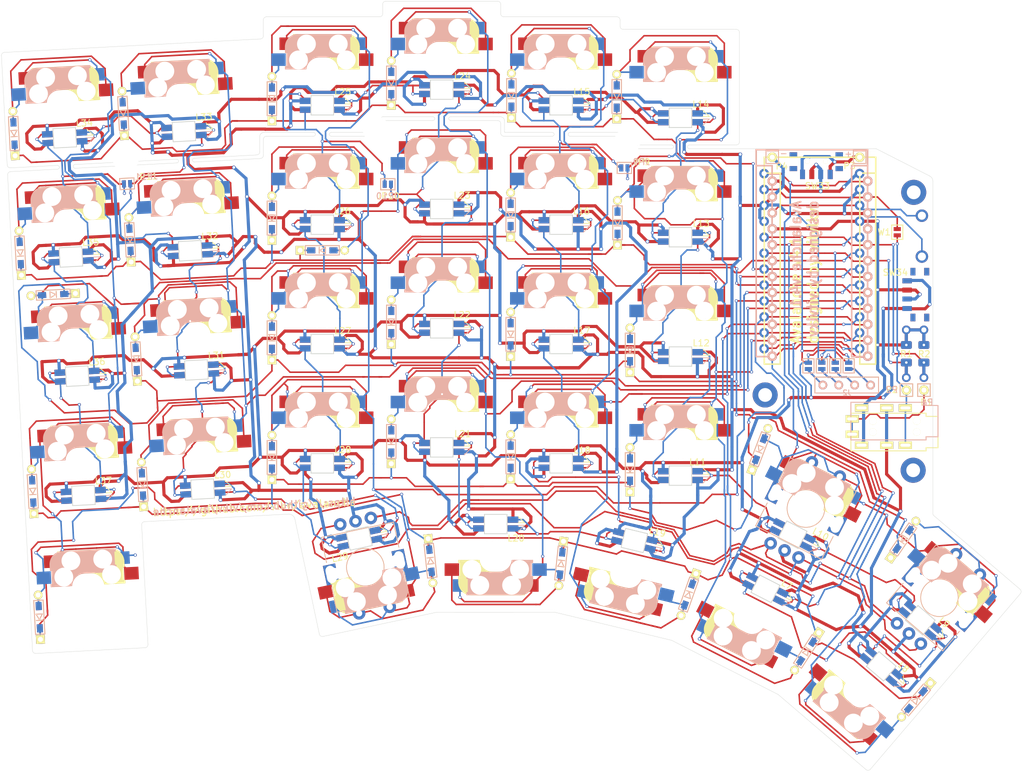
<source format=kicad_pcb>
(kicad_pcb (version 20171130) (host pcbnew "(5.1.12-1-10_14)")
  (layers (0 F.Cu signal) (31 B.Cu signal) (34 B.Paste user) (35 F.Paste user) (36 B.SilkS user) (37 F.SilkS user) (38 B.Mask user) (39 F.Mask user) (44 Edge.Cuts user))
  (net 0 "")
  (net 1 "Net-(D1-Pad2)")
  (net 2 "Net-(D2-Pad2)")
  (net 3 "Net-(D3-Pad2)")
  (net 4 "Net-(D4-Pad2)")
  (net 5 "Net-(D5-Pad2)")
  (net 6 "Net-(D6-Pad2)")
  (net 7 "Net-(D7-Pad2)")
  (net 8 "Net-(D8-Pad2)")
  (net 9 "Net-(D9-Pad2)")
  (net 10 "Net-(D10-Pad2)")
  (net 11 "Net-(D11-Pad2)")
  (net 12 "Net-(D12-Pad2)")
  (net 13 "Net-(D13-Pad2)")
  (net 14 "Net-(D14-Pad2)")
  (net 15 "Net-(D15-Pad2)")
  (net 16 "Net-(D16-Pad2)")
  (net 17 "Net-(D17-Pad2)")
  (net 18 "Net-(D18-Pad2)")
  (net 19 "Net-(D21-Pad2)")
  (net 20 "Net-(D22-Pad2)")
  (net 21 "Net-(D23-Pad2)")
  (net 22 "Net-(D24-Pad2)")
  (net 23 "Net-(D25-Pad2)")
  (net 24 VCC)
  (net 25 GND)
  (net 26 SDA)
  (net 27 SCL)
  (net 28 "Net-(D30-Pad2)")
  (net 29 "Net-(D29-Pad2)")
  (net 30 "Net-(D31-Pad2)")
  (net 31 row0)
  (net 32 row1)
  (net 33 row2)
  (net 34 row3)
  (net 35 row4)
  (net 36 LED)
  (net 37 "Net-(J1-Pad3)")
  (net 38 col0)
  (net 39 col1)
  (net 40 col2)
  (net 41 col3)
  (net 42 col4)
  (net 43 col5)
  (net 44 RST)
  (net 45 DATA)
  (net 46 col6)
  (net 47 "Net-(J1-Pad4)")
  (net 48 sw28r)
  (net 49 encB)
  (net 50 encA)
  (net 51 ledB)
  (net 52 ledC)
  (net 53 "Net-(JP9-Pad2)")
  (net 54 "Net-(JP9-Pad1)")
  (net 55 "Net-(JP10-Pad2)")
  (net 56 "Net-(JP11-Pad2)")
  (net 57 "Net-(JP10-Pad1)")
  (net 58 "Net-(JP11-Pad1)")
  (net 59 "Net-(L7-Pad2)")
  (net 60 "Net-(L8-Pad2)")
  (net 61 "Net-(L10-Pad4)")
  (net 62 "Net-(L10-Pad2)")
  (net 63 "Net-(L12-Pad2)")
  (net 64 "Net-(L14-Pad2)")
  (net 65 "Net-(L17-Pad2)")
  (net 66 "Net-(L18-Pad2)")
  (net 67 "Net-(L19-Pad2)")
  (net 68 "Net-(L20-Pad2)")
  (net 69 "Net-(L21-Pad2)")
  (net 70 "Net-(L22-Pad2)")
  (net 71 "Net-(L24-Pad2)")
  (net 72 "Net-(L27-Pad2)")
  (net 73 "Net-(L28-Pad2)")
  (net 74 "Net-(L29-Pad2)")
  (net 75 "Net-(L30-Pad2)")
  (net 76 "Net-(L35-Pad2)")
  (net 77 "Net-(L36-Pad2)")
  (net 78 "Net-(L37-Pad2)")
  (net 79 "Net-(D20-Pad2)")
  (net 80 "Net-(D32-Pad2)")
  (net 81 "Net-(L31-Pad2)")
  (net 82 "Net-(L33-Pad2)")
  (net 83 sw26r)
  (net 84 sw19r)
  (net 85 "Net-(L11-Pad2)")
  (net 86 "Net-(SW33-Pad3)")
  (net 87 "Net-(SW33-Pad2)")
  (net 88 "Net-(P3-Pad1)")
  (net 89 "Net-(SW34-Pad3)")
  (net 90 PIN21)
  (net 91 "Net-(J2-Pad1)")
  (net 92 "Net-(J2-Pad2)")
  (net 93 "Net-(J2-Pad3)")
  (net 94 "Net-(J2-Pad4)")
  (module used_footprints:CherryMX_MidHeight_Hotswap_1u (layer F.Cu) (at 91.286155 120.269852 183)
    (fp_text reference SW27)
    (fp_text value SW_Push hide)
    (pad 1 smd rect (at 7 2.58 183) (size 2.3 2) (layers B.Cu B.Paste B.Mask))
    (pad 1 smd rect (at -7 2.58 183) (size 2.3 2) (layers F.Cu F.Paste F.Mask))
    (pad 2 smd rect (at 5.7 5.12 183) (size 2.3 2) (layers F.Cu F.Paste F.Mask) (net 38 col0))
    (pad "" np_thru_hole circle (at 3.81 2.54 183) (size 3 3) (drill 3) (layers *.Cu *.Mask))
    (pad "" np_thru_hole circle (at 2.54 5.08 183) (size 3 3) (drill 3) (layers *.Cu *.Mask))
    (pad "" np_thru_hole circle (at -3.81 2.540001 183) (size 3 3) (drill 3) (layers *.Cu *.Mask))
    (pad "" np_thru_hole circle (at -2.54 5.08 183) (size 3 3) (drill 3) (layers *.Cu *.Mask))
    (pad "" np_thru_hole circle (at 0 0 93) (size 4.1 4.1) (drill 4.1) (layers *.Cu *.Mask))
    (pad "" np_thru_hole circle (at -5.08 0 3) (size 1.9 1.9) (drill 1.9) (layers *.Cu *.Mask))
    (pad "" np_thru_hole circle (at 5.08 0 3) (size 1.9 1.9) (drill 1.9) (layers *.Cu *.Mask))
    (pad 2 smd rect (at -5.7 5.12 183) (size 2.3 2) (layers B.Cu B.Paste B.Mask) (net 38 col0))
    (pad "" np_thru_hole circle (at 4.5 0 3) (size 1.7 1.7) (drill 1.7) (layers *.Cu *.Mask))
    (pad "" np_thru_hole circle (at -4.5 0 3) (size 1.7 1.7) (drill 1.7) (layers *.Cu *.Mask))
  )
  (module used_footprints:diode_TH_SMD (layer F.Cu) (at 83.438164 124.336205 93)
    (fp_text reference D27 hide)
    (fp_text value 1N4148 hide)
    (pad 2 smd rect (at 1.775 0 93) (size 1.3 0.95) (layers F.Cu F.Paste F.Mask))
    (pad 2 thru_hole circle (at 3.55 0 93) (size 1.397 1.397) (drill 0.8128) (layers *.Cu *.Mask F.SilkS))
    (pad 1 thru_hole rect (at -3.55 0 93) (size 1.397 1.397) (drill 0.8128) (layers *.Cu *.Mask F.SilkS) (net 35 row4))
    (pad 1 smd rect (at -1.775 0 93) (size 1.3 0.95) (layers B.Cu B.Paste B.Mask) (net 35 row4))
    (pad 2 smd rect (at 1.775 0 93) (size 1.3 0.95) (layers B.Cu B.Paste B.Mask))
    (pad 1 smd rect (at -1.775 0 93) (size 1.3 0.95) (layers F.Cu F.Paste F.Mask) (net 35 row4))
  )
  (module used_footprints:CherryMX_MidHeight_Hotswap_1u (layer F.Cu) (at 185.761031 39.9363 180)
    (fp_text reference SW6)
    (fp_text value SW_Push hide)
    (pad 1 smd rect (at 7 2.58 180) (size 2.3 2) (layers B.Cu B.Paste B.Mask) (net 6 "Net-(D6-Pad2)"))
    (pad 1 smd rect (at -7 2.58 180) (size 2.3 2) (layers F.Cu F.Paste F.Mask) (net 6 "Net-(D6-Pad2)"))
    (pad 2 smd rect (at 5.7 5.12 180) (size 2.3 2) (layers F.Cu F.Paste F.Mask) (net 43 col5))
    (pad "" np_thru_hole circle (at 3.81 2.54 180) (size 3 3) (drill 3) (layers *.Cu *.Mask))
    (pad "" np_thru_hole circle (at 2.54 5.08 180) (size 3 3) (drill 3) (layers *.Cu *.Mask))
    (pad "" np_thru_hole circle (at -3.81 2.540001 180) (size 3 3) (drill 3) (layers *.Cu *.Mask))
    (pad "" np_thru_hole circle (at -2.54 5.08 180) (size 3 3) (drill 3) (layers *.Cu *.Mask))
    (pad "" np_thru_hole circle (at 0 0 90) (size 4.1 4.1) (drill 4.1) (layers *.Cu *.Mask))
    (pad "" np_thru_hole circle (at -5.08 0) (size 1.9 1.9) (drill 1.9) (layers *.Cu *.Mask))
    (pad "" np_thru_hole circle (at 5.08 0) (size 1.9 1.9) (drill 1.9) (layers *.Cu *.Mask))
    (pad 2 smd rect (at -5.7 5.12 180) (size 2.3 2) (layers B.Cu B.Paste B.Mask) (net 43 col5))
    (pad "" np_thru_hole circle (at 4.5 0) (size 1.7 1.7) (drill 1.7) (layers *.Cu *.Mask))
    (pad "" np_thru_hole circle (at -4.5 0) (size 1.7 1.7) (drill 1.7) (layers *.Cu *.Mask))
  )
  (module used_footprints:M2_HOLE_PCB (layer F.Cu) (at 190.135714 112.373722 346.5)
    (fp_text reference HM14 hide)
    (fp_text value CaseHole hide)
    (pad "" np_thru_hole circle (at 0 0 346.5) (size 4.2 4.2) (drill 4.2) (layers *.Cu *.Mask))
  )
  (module used_footprints:CherryMX_MidHeight_Hotswap_1u (layer F.Cu) (at 128.61105 95.08629 180)
    (fp_text reference SW22)
    (fp_text value SW_Push hide)
    (pad 1 smd rect (at 7 2.58 180) (size 2.3 2) (layers B.Cu B.Paste B.Mask) (net 20 "Net-(D22-Pad2)"))
    (pad 1 smd rect (at -7 2.58 180) (size 2.3 2) (layers F.Cu F.Paste F.Mask) (net 20 "Net-(D22-Pad2)"))
    (pad 2 smd rect (at 5.7 5.12 180) (size 2.3 2) (layers F.Cu F.Paste F.Mask) (net 40 col2))
    (pad "" np_thru_hole circle (at 3.81 2.54 180) (size 3 3) (drill 3) (layers *.Cu *.Mask))
    (pad "" np_thru_hole circle (at 2.54 5.08 180) (size 3 3) (drill 3) (layers *.Cu *.Mask))
    (pad "" np_thru_hole circle (at -3.81 2.540001 180) (size 3 3) (drill 3) (layers *.Cu *.Mask))
    (pad "" np_thru_hole circle (at -2.54 5.08 180) (size 3 3) (drill 3) (layers *.Cu *.Mask))
    (pad "" np_thru_hole circle (at 0 0 90) (size 4.1 4.1) (drill 4.1) (layers *.Cu *.Mask))
    (pad "" np_thru_hole circle (at -5.08 0) (size 1.9 1.9) (drill 1.9) (layers *.Cu *.Mask))
    (pad "" np_thru_hole circle (at 5.08 0) (size 1.9 1.9) (drill 1.9) (layers *.Cu *.Mask))
    (pad 2 smd rect (at -5.7 5.12 180) (size 2.3 2) (layers B.Cu B.Paste B.Mask) (net 40 col2))
    (pad "" np_thru_hole circle (at 4.5 0) (size 1.7 1.7) (drill 1.7) (layers *.Cu *.Mask))
    (pad "" np_thru_hole circle (at -4.5 0) (size 1.7 1.7) (drill 1.7) (layers *.Cu *.Mask))
  )
  (module used_footprints:avalanche_Jumper (layer F.Cu) (at 212.603606 84.224158 90)
    (fp_text reference JP8 hide)
    (fp_text value Device_Jumper_NO_Small hide)
    (pad 1 smd rect (at -0.50038 0 90) (size 0.635 1.143) (layers F.Cu F.Paste F.Mask) (net 91 "Net-(J2-Pad1)") (clearance 0.1905))
    (pad 2 smd rect (at 0.50038 0 90) (size 0.635 1.143) (layers F.Cu F.Paste F.Mask) (net 24 VCC) (clearance 0.1905))
  )
  (module used_footprints:avalanche_Jumper (layer F.Cu) (at 210.471223 84.224151 90)
    (fp_text reference JP7 hide)
    (fp_text value Device_Jumper_NO_Small hide)
    (pad 1 smd rect (at -0.50038 0 90) (size 0.635 1.143) (layers F.Cu F.Paste F.Mask) (net 92 "Net-(J2-Pad2)") (clearance 0.1905))
    (pad 2 smd rect (at 0.50038 0 90) (size 0.635 1.143) (layers F.Cu F.Paste F.Mask) (net 25 GND) (clearance 0.1905))
  )
  (module used_footprints:avalanche_Jumper (layer F.Cu) (at 208.331229 84.224153 90)
    (fp_text reference JP6 hide)
    (fp_text value Device_Jumper_NO_Small hide)
    (pad 1 smd rect (at -0.50038 0 90) (size 0.635 1.143) (layers F.Cu F.Paste F.Mask) (net 93 "Net-(J2-Pad3)") (clearance 0.1905))
    (pad 2 smd rect (at 0.50038 0 90) (size 0.635 1.143) (layers F.Cu F.Paste F.Mask) (net 27 SCL) (clearance 0.1905))
  )
  (module used_footprints:avalanche_Jumper (layer F.Cu) (at 206.191226 84.224149 90)
    (fp_text reference JP5 hide)
    (fp_text value Device_Jumper_NO_Small hide)
    (pad 1 smd rect (at -0.50038 0 90) (size 0.635 1.143) (layers F.Cu F.Paste F.Mask) (net 94 "Net-(J2-Pad4)") (clearance 0.1905))
    (pad 2 smd rect (at 0.50038 0 90) (size 0.635 1.143) (layers F.Cu F.Paste F.Mask) (net 26 SDA) (clearance 0.1905))
  )
  (module used_footprints:avalanche_Jumper (layer B.Cu) (at 212.603606 84.224158 90)
    (fp_text reference JP4 hide)
    (fp_text value Device_Jumper_NO_Small hide)
    (pad 1 smd rect (at -0.50038 0 90) (size 0.635 1.143) (layers B.Cu B.Paste B.Mask) (net 91 "Net-(J2-Pad1)") (clearance 0.1905))
    (pad 2 smd rect (at 0.50038 0 90) (size 0.635 1.143) (layers B.Cu B.Paste B.Mask) (net 26 SDA) (clearance 0.1905))
  )
  (module used_footprints:avalanche_Jumper (layer B.Cu) (at 210.463606 84.224156 90)
    (fp_text reference JP3 hide)
    (fp_text value Device_Jumper_NO_Small hide)
    (pad 1 smd rect (at -0.50038 0 90) (size 0.635 1.143) (layers B.Cu B.Paste B.Mask) (net 92 "Net-(J2-Pad2)") (clearance 0.1905))
    (pad 2 smd rect (at 0.50038 0 90) (size 0.635 1.143) (layers B.Cu B.Paste B.Mask) (net 27 SCL) (clearance 0.1905))
  )
  (module used_footprints:avalanche_Jumper (layer B.Cu) (at 208.32361 84.224142 90)
    (fp_text reference JP2 hide)
    (fp_text value Device_Jumper_NO_Small hide)
    (pad 1 smd rect (at -0.50038 0 90) (size 0.635 1.143) (layers B.Cu B.Paste B.Mask) (net 93 "Net-(J2-Pad3)") (clearance 0.1905))
    (pad 2 smd rect (at 0.50038 0 90) (size 0.635 1.143) (layers B.Cu B.Paste B.Mask) (net 25 GND) (clearance 0.1905))
  )
  (module used_footprints:avalanche_Jumper (layer B.Cu) (at 206.18361 84.231772 90)
    (fp_text reference JP1 hide)
    (fp_text value Device_Jumper_NO_Small hide)
    (pad 1 smd rect (at -0.50038 0 90) (size 0.635 1.143) (layers B.Cu B.Paste B.Mask) (net 94 "Net-(J2-Pad4)") (clearance 0.1905))
    (pad 2 smd rect (at 0.50038 0 90) (size 0.635 1.143) (layers B.Cu B.Paste B.Mask) (net 24 VCC) (clearance 0.1905))
  )
  (module used_footprints:OLED_4Pin_SSD1306 (layer B.Cu) (at 212.293603 87.292151 180)
    (fp_text reference J2 (at -0.04891 -1.209364 180) (layer B.SilkS) (effects (font (size 0.8128 0.8128)) (justify mirror)))
    (fp_text value OLED hide)
    (pad 4 thru_hole circle (at 3.81 0 180) (size 1.397 1.397) (drill 0.8128) (layers *.Cu *.Mask B.SilkS) (net 94 "Net-(J2-Pad4)"))
    (pad 3 thru_hole circle (at 1.27 0 180) (size 1.397 1.397) (drill 0.8128) (layers *.Cu *.Mask B.SilkS) (net 93 "Net-(J2-Pad3)"))
    (pad 2 thru_hole circle (at -1.27 0 180) (size 1.397 1.397) (drill 0.8128) (layers *.Cu *.Mask B.SilkS) (net 92 "Net-(J2-Pad2)"))
    (pad 1 thru_hole circle (at -3.81 0 180) (size 1.397 1.397) (drill 0.8128) (layers *.Cu *.Mask B.SilkS) (net 91 "Net-(J2-Pad1)"))
  )
  (module used_footprints:YS-SK6812MINI-E (layer F.Cu) (at 147.661038 97.236262)
    (fp_text reference L21 (at 3.35 -2.15) (layer F.SilkS))
    (fp_text value SK6812MINI_LED hide)
    (fp_line (start 1.8 -1.55) (end -1.8 -1.55) (layer Edge.Cuts) (width 0.12))
    (fp_line (start 1.8 1.55) (end 1.8 -1.55) (layer Edge.Cuts) (width 0.12))
    (fp_line (start -1.8 1.55) (end 1.8 1.55) (layer Edge.Cuts) (width 0.12))
    (fp_line (start -1.8 -1.55) (end -1.8 1.55) (layer Edge.Cuts) (width 0.12))
    (pad 4 smd rect (at 2.75 -0.7) (size 1.7 1) (layers B.Cu B.Paste B.Mask) (net 68 "Net-(L20-Pad2)"))
    (pad 1 smd rect (at -2.75 -0.7) (size 1.7 1) (layers B.Cu B.Paste B.Mask) (net 24 VCC))
    (pad 3 smd rect (at 2.75 0.7) (size 1.7 1) (layers B.Cu B.Paste B.Mask) (net 25 GND))
    (pad 2 smd rect (at -2.75 0.7) (size 1.7 1) (layers B.Cu B.Paste B.Mask) (net 69 "Net-(L21-Pad2)"))
    (pad 4 smd rect (at 2.75 0.7) (size 1.7 1) (layers F.Cu F.Paste F.Mask) (net 68 "Net-(L20-Pad2)"))
    (pad 3 smd rect (at 2.75 -0.7) (size 1.7 1) (layers F.Cu F.Paste F.Mask) (net 25 GND))
    (pad 1 smd rect (at -2.75 0.7) (size 1.7 1) (layers F.Cu F.Paste F.Mask) (net 24 VCC))
    (pad 2 smd rect (at -2.75 -0.7) (size 1.7 1) (layers F.Cu F.Paste F.Mask) (net 69 "Net-(L21-Pad2)"))
  )
  (module used_footprints:CherryMX_MidHeight_Hotswap_1u (layer F.Cu) (at 166.711031 76.036268 180)
    (fp_text reference SW17)
    (fp_text value SW_Push hide)
    (pad 1 smd rect (at 7 2.58 180) (size 2.3 2) (layers B.Cu B.Paste B.Mask) (net 17 "Net-(D17-Pad2)"))
    (pad 1 smd rect (at -7 2.58 180) (size 2.3 2) (layers F.Cu F.Paste F.Mask) (net 17 "Net-(D17-Pad2)"))
    (pad 2 smd rect (at 5.7 5.12 180) (size 2.3 2) (layers F.Cu F.Paste F.Mask) (net 42 col4))
    (pad "" np_thru_hole circle (at 3.81 2.54 180) (size 3 3) (drill 3) (layers *.Cu *.Mask))
    (pad "" np_thru_hole circle (at 2.54 5.08 180) (size 3 3) (drill 3) (layers *.Cu *.Mask))
    (pad "" np_thru_hole circle (at -3.81 2.540001 180) (size 3 3) (drill 3) (layers *.Cu *.Mask))
    (pad "" np_thru_hole circle (at -2.54 5.08 180) (size 3 3) (drill 3) (layers *.Cu *.Mask))
    (pad "" np_thru_hole circle (at 0 0 90) (size 4.1 4.1) (drill 4.1) (layers *.Cu *.Mask))
    (pad "" np_thru_hole circle (at -5.08 0) (size 1.9 1.9) (drill 1.9) (layers *.Cu *.Mask))
    (pad "" np_thru_hole circle (at 5.08 0) (size 1.9 1.9) (drill 1.9) (layers *.Cu *.Mask))
    (pad 2 smd rect (at -5.7 5.12 180) (size 2.3 2) (layers B.Cu B.Paste B.Mask) (net 42 col4))
    (pad "" np_thru_hole circle (at 4.5 0) (size 1.7 1.7) (drill 1.7) (layers *.Cu *.Mask))
    (pad "" np_thru_hole circle (at -4.5 0) (size 1.7 1.7) (drill 1.7) (layers *.Cu *.Mask))
  )
  (module used_footprints:YS-SK6812MINI-E (layer F.Cu) (at 108.513536 84.871908 3)
    (fp_text reference L31 (at 3.3 -2.15 3) (layer F.SilkS))
    (fp_text value SK6812MINI_LED hide)
    (fp_line (start -1.8 -1.55) (end -1.8 1.55) (layer Edge.Cuts) (width 0.12))
    (fp_line (start -1.8 1.55) (end 1.8 1.55) (layer Edge.Cuts) (width 0.12))
    (fp_line (start 1.8 1.55) (end 1.8 -1.55) (layer Edge.Cuts) (width 0.12))
    (fp_line (start 1.8 -1.55) (end -1.8 -1.55) (layer Edge.Cuts) (width 0.12))
    (pad 2 smd rect (at -2.75 -0.7 3) (size 1.7 1) (layers F.Cu F.Paste F.Mask) (net 81 "Net-(L31-Pad2)"))
    (pad 1 smd rect (at -2.75 0.7 3) (size 1.7 1) (layers F.Cu F.Paste F.Mask) (net 24 VCC))
    (pad 3 smd rect (at 2.75 -0.7 3) (size 1.7 1) (layers F.Cu F.Paste F.Mask) (net 25 GND))
    (pad 4 smd rect (at 2.75 0.7 3) (size 1.7 1) (layers F.Cu F.Paste F.Mask) (net 75 "Net-(L30-Pad2)"))
    (pad 2 smd rect (at -2.75 0.7 3) (size 1.7 1) (layers B.Cu B.Paste B.Mask) (net 81 "Net-(L31-Pad2)"))
    (pad 3 smd rect (at 2.75 0.7 3) (size 1.7 1) (layers B.Cu B.Paste B.Mask) (net 25 GND))
    (pad 1 smd rect (at -2.75 -0.7 3) (size 1.7 1) (layers B.Cu B.Paste B.Mask) (net 24 VCC))
    (pad 4 smd rect (at 2.75 -0.7 3) (size 1.7 1) (layers B.Cu B.Paste B.Mask) (net 75 "Net-(L30-Pad2)"))
  )
  (module used_footprints:YS-SK6812MINI-E (layer F.Cu) (at 203.649535 111.183344 333)
    (fp_text reference L10 (at 3.951802 -2.110331 153) (layer F.SilkS))
    (fp_text value SK6812MINI_LED hide)
    (fp_line (start 1.8 -1.55) (end -1.8 -1.55) (layer Edge.Cuts) (width 0.12))
    (fp_line (start 1.8 1.55) (end 1.8 -1.55) (layer Edge.Cuts) (width 0.12))
    (fp_line (start -1.8 1.55) (end 1.8 1.55) (layer Edge.Cuts) (width 0.12))
    (fp_line (start -1.8 -1.55) (end -1.8 1.55) (layer Edge.Cuts) (width 0.12))
    (pad 4 smd rect (at 2.75 -0.7 333) (size 1.7 1) (layers B.Cu B.Paste B.Mask) (net 61 "Net-(L10-Pad4)"))
    (pad 1 smd rect (at -2.75 -0.7 333) (size 1.7 1) (layers B.Cu B.Paste B.Mask) (net 24 VCC))
    (pad 3 smd rect (at 2.75 0.7 333) (size 1.7 1) (layers B.Cu B.Paste B.Mask) (net 25 GND))
    (pad 2 smd rect (at -2.75 0.7 333) (size 1.7 1) (layers B.Cu B.Paste B.Mask) (net 62 "Net-(L10-Pad2)"))
    (pad 4 smd rect (at 2.75 0.7 333) (size 1.7 1) (layers F.Cu F.Paste F.Mask) (net 61 "Net-(L10-Pad4)"))
    (pad 3 smd rect (at 2.75 -0.7 333) (size 1.7 1) (layers F.Cu F.Paste F.Mask) (net 25 GND))
    (pad 1 smd rect (at -2.75 0.7 333) (size 1.7 1) (layers F.Cu F.Paste F.Mask) (net 24 VCC))
    (pad 2 smd rect (at -2.75 -0.7 333) (size 1.7 1) (layers F.Cu F.Paste F.Mask) (net 62 "Net-(L10-Pad2)"))
  )
  (module used_footprints:YS-SK6812MINI-E (layer F.Cu) (at 134.486734 111.752663 12)
    (fp_text reference L29 (at -3.6215 2.345 12) (layer F.SilkS))
    (fp_text value SK6812MINI_LED hide)
    (fp_line (start 1.8 -1.55) (end -1.8 -1.55) (layer Edge.Cuts) (width 0.12))
    (fp_line (start 1.8 1.55) (end 1.8 -1.55) (layer Edge.Cuts) (width 0.12))
    (fp_line (start -1.8 1.55) (end 1.8 1.55) (layer Edge.Cuts) (width 0.12))
    (fp_line (start -1.8 -1.55) (end -1.8 1.55) (layer Edge.Cuts) (width 0.12))
    (pad 4 smd rect (at 2.75 -0.7 12) (size 1.7 1) (layers B.Cu B.Paste B.Mask) (net 73 "Net-(L28-Pad2)"))
    (pad 1 smd rect (at -2.75 -0.7 12) (size 1.7 1) (layers B.Cu B.Paste B.Mask) (net 24 VCC))
    (pad 3 smd rect (at 2.75 0.7 12) (size 1.7 1) (layers B.Cu B.Paste B.Mask) (net 25 GND))
    (pad 2 smd rect (at -2.75 0.7 12) (size 1.7 1) (layers B.Cu B.Paste B.Mask) (net 74 "Net-(L29-Pad2)"))
    (pad 4 smd rect (at 2.75 0.7 12) (size 1.7 1) (layers F.Cu F.Paste F.Mask) (net 73 "Net-(L28-Pad2)"))
    (pad 3 smd rect (at 2.75 -0.7 12) (size 1.7 1) (layers F.Cu F.Paste F.Mask) (net 25 GND))
    (pad 1 smd rect (at -2.75 0.7 12) (size 1.7 1) (layers F.Cu F.Paste F.Mask) (net 24 VCC))
    (pad 2 smd rect (at -2.75 -0.7 12) (size 1.7 1) (layers F.Cu F.Paste F.Mask) (net 74 "Net-(L29-Pad2)"))
  )
  (module used_footprints:YS-SK6812MINI-E (layer F.Cu) (at 185.761082 63.686269)
    (fp_text reference L13 (at 3.3 -2.15) (layer F.SilkS))
    (fp_text value SK6812MINI_LED hide)
    (fp_line (start 1.8 -1.55) (end -1.8 -1.55) (layer Edge.Cuts) (width 0.12))
    (fp_line (start 1.8 1.55) (end 1.8 -1.55) (layer Edge.Cuts) (width 0.12))
    (fp_line (start -1.8 1.55) (end 1.8 1.55) (layer Edge.Cuts) (width 0.12))
    (fp_line (start -1.8 -1.55) (end -1.8 1.55) (layer Edge.Cuts) (width 0.12))
    (pad 4 smd rect (at 2.75 -0.7) (size 1.7 1) (layers B.Cu B.Paste B.Mask) (net 63 "Net-(L12-Pad2)"))
    (pad 1 smd rect (at -2.75 -0.7) (size 1.7 1) (layers B.Cu B.Paste B.Mask) (net 24 VCC))
    (pad 3 smd rect (at 2.75 0.7) (size 1.7 1) (layers B.Cu B.Paste B.Mask) (net 25 GND))
    (pad 2 smd rect (at -2.75 0.7) (size 1.7 1) (layers B.Cu B.Paste B.Mask) (net 53 "Net-(JP9-Pad2)"))
    (pad 4 smd rect (at 2.75 0.7) (size 1.7 1) (layers F.Cu F.Paste F.Mask) (net 63 "Net-(L12-Pad2)"))
    (pad 3 smd rect (at 2.75 -0.7) (size 1.7 1) (layers F.Cu F.Paste F.Mask) (net 25 GND))
    (pad 1 smd rect (at -2.75 0.7) (size 1.7 1) (layers F.Cu F.Paste F.Mask) (net 24 VCC))
    (pad 2 smd rect (at -2.75 -0.7) (size 1.7 1) (layers F.Cu F.Paste F.Mask) (net 53 "Net-(JP9-Pad2)"))
  )
  (module used_footprints:YS-SK6812MINI-E (layer F.Cu) (at 90.486653 104.89279 3)
    (fp_text reference L37 (at 3.3 -2.15 3) (layer F.SilkS))
    (fp_text value SK6812MINI_LED hide)
    (fp_line (start -1.8 -1.55) (end -1.8 1.55) (layer Edge.Cuts) (width 0.12))
    (fp_line (start -1.8 1.55) (end 1.8 1.55) (layer Edge.Cuts) (width 0.12))
    (fp_line (start 1.8 1.55) (end 1.8 -1.55) (layer Edge.Cuts) (width 0.12))
    (fp_line (start 1.8 -1.55) (end -1.8 -1.55) (layer Edge.Cuts) (width 0.12))
    (pad 2 smd rect (at -2.75 -0.7 3) (size 1.7 1) (layers F.Cu F.Paste F.Mask) (net 78 "Net-(L37-Pad2)"))
    (pad 1 smd rect (at -2.75 0.7 3) (size 1.7 1) (layers F.Cu F.Paste F.Mask) (net 24 VCC))
    (pad 3 smd rect (at 2.75 -0.7 3) (size 1.7 1) (layers F.Cu F.Paste F.Mask) (net 25 GND))
    (pad 4 smd rect (at 2.75 0.7 3) (size 1.7 1) (layers F.Cu F.Paste F.Mask) (net 77 "Net-(L36-Pad2)"))
    (pad 2 smd rect (at -2.75 0.7 3) (size 1.7 1) (layers B.Cu B.Paste B.Mask) (net 78 "Net-(L37-Pad2)"))
    (pad 3 smd rect (at 2.75 0.7 3) (size 1.7 1) (layers B.Cu B.Paste B.Mask) (net 25 GND))
    (pad 1 smd rect (at -2.75 -0.7 3) (size 1.7 1) (layers B.Cu B.Paste B.Mask) (net 24 VCC))
    (pad 4 smd rect (at 2.75 -0.7 3) (size 1.7 1) (layers B.Cu B.Paste B.Mask) (net 77 "Net-(L36-Pad2)"))
  )
  (module used_footprints:YS-SK6812MINI-E (layer F.Cu) (at 89.489639 85.868903 3)
    (fp_text reference L36 (at 3.25 -2.1 3) (layer F.SilkS))
    (fp_text value SK6812MINI_LED hide)
    (fp_line (start -1.8 -1.55) (end -1.8 1.55) (layer Edge.Cuts) (width 0.12))
    (fp_line (start -1.8 1.55) (end 1.8 1.55) (layer Edge.Cuts) (width 0.12))
    (fp_line (start 1.8 1.55) (end 1.8 -1.55) (layer Edge.Cuts) (width 0.12))
    (fp_line (start 1.8 -1.55) (end -1.8 -1.55) (layer Edge.Cuts) (width 0.12))
    (pad 2 smd rect (at -2.75 -0.7 3) (size 1.7 1) (layers F.Cu F.Paste F.Mask) (net 77 "Net-(L36-Pad2)"))
    (pad 1 smd rect (at -2.75 0.7 3) (size 1.7 1) (layers F.Cu F.Paste F.Mask) (net 24 VCC))
    (pad 3 smd rect (at 2.75 -0.7 3) (size 1.7 1) (layers F.Cu F.Paste F.Mask) (net 25 GND))
    (pad 4 smd rect (at 2.75 0.7 3) (size 1.7 1) (layers F.Cu F.Paste F.Mask) (net 76 "Net-(L35-Pad2)"))
    (pad 2 smd rect (at -2.75 0.7 3) (size 1.7 1) (layers B.Cu B.Paste B.Mask) (net 77 "Net-(L36-Pad2)"))
    (pad 3 smd rect (at 2.75 0.7 3) (size 1.7 1) (layers B.Cu B.Paste B.Mask) (net 25 GND))
    (pad 1 smd rect (at -2.75 -0.7 3) (size 1.7 1) (layers B.Cu B.Paste B.Mask) (net 24 VCC))
    (pad 4 smd rect (at 2.75 -0.7 3) (size 1.7 1) (layers B.Cu B.Paste B.Mask) (net 76 "Net-(L35-Pad2)"))
  )
  (module used_footprints:YS-SK6812MINI-E (layer F.Cu) (at 88.492618 66.845002 3)
    (fp_text reference L35 (at 3.25 -2.15 3) (layer F.SilkS))
    (fp_text value SK6812MINI_LED hide)
    (fp_line (start -1.8 -1.55) (end -1.8 1.55) (layer Edge.Cuts) (width 0.12))
    (fp_line (start -1.8 1.55) (end 1.8 1.55) (layer Edge.Cuts) (width 0.12))
    (fp_line (start 1.8 1.55) (end 1.8 -1.55) (layer Edge.Cuts) (width 0.12))
    (fp_line (start 1.8 -1.55) (end -1.8 -1.55) (layer Edge.Cuts) (width 0.12))
    (pad 2 smd rect (at -2.75 -0.7 3) (size 1.7 1) (layers F.Cu F.Paste F.Mask) (net 76 "Net-(L35-Pad2)"))
    (pad 1 smd rect (at -2.75 0.7 3) (size 1.7 1) (layers F.Cu F.Paste F.Mask) (net 24 VCC))
    (pad 3 smd rect (at 2.75 -0.7 3) (size 1.7 1) (layers F.Cu F.Paste F.Mask) (net 25 GND))
    (pad 4 smd rect (at 2.75 0.7 3) (size 1.7 1) (layers F.Cu F.Paste F.Mask) (net 58 "Net-(JP11-Pad1)"))
    (pad 2 smd rect (at -2.75 0.7 3) (size 1.7 1) (layers B.Cu B.Paste B.Mask) (net 76 "Net-(L35-Pad2)"))
    (pad 3 smd rect (at 2.75 0.7 3) (size 1.7 1) (layers B.Cu B.Paste B.Mask) (net 25 GND))
    (pad 1 smd rect (at -2.75 -0.7 3) (size 1.7 1) (layers B.Cu B.Paste B.Mask) (net 24 VCC))
    (pad 4 smd rect (at 2.75 -0.7 3) (size 1.7 1) (layers B.Cu B.Paste B.Mask) (net 58 "Net-(JP11-Pad1)"))
  )
  (module used_footprints:YS-SK6812MINI-E (layer F.Cu) (at 87.495665 47.821117 3)
    (fp_text reference L34 (at 3.25 -2.15 3) (layer F.SilkS))
    (fp_text value SK6812MINI_LED hide)
    (fp_line (start -1.8 -1.55) (end -1.8 1.55) (layer Edge.Cuts) (width 0.12))
    (fp_line (start -1.8 1.55) (end 1.8 1.55) (layer Edge.Cuts) (width 0.12))
    (fp_line (start 1.8 1.55) (end 1.8 -1.55) (layer Edge.Cuts) (width 0.12))
    (fp_line (start 1.8 -1.55) (end -1.8 -1.55) (layer Edge.Cuts) (width 0.12))
    (pad 2 smd rect (at -2.75 -0.7 3) (size 1.7 1) (layers F.Cu F.Paste F.Mask) (net 58 "Net-(JP11-Pad1)"))
    (pad 1 smd rect (at -2.75 0.7 3) (size 1.7 1) (layers F.Cu F.Paste F.Mask) (net 24 VCC))
    (pad 3 smd rect (at 2.75 -0.7 3) (size 1.7 1) (layers F.Cu F.Paste F.Mask) (net 25 GND))
    (pad 4 smd rect (at 2.75 0.7 3) (size 1.7 1) (layers F.Cu F.Paste F.Mask) (net 82 "Net-(L33-Pad2)"))
    (pad 2 smd rect (at -2.75 0.7 3) (size 1.7 1) (layers B.Cu B.Paste B.Mask) (net 58 "Net-(JP11-Pad1)"))
    (pad 3 smd rect (at 2.75 0.7 3) (size 1.7 1) (layers B.Cu B.Paste B.Mask) (net 25 GND))
    (pad 1 smd rect (at -2.75 -0.7 3) (size 1.7 1) (layers B.Cu B.Paste B.Mask) (net 24 VCC))
    (pad 4 smd rect (at 2.75 -0.7 3) (size 1.7 1) (layers B.Cu B.Paste B.Mask) (net 82 "Net-(L33-Pad2)"))
  )
  (module used_footprints:YS-SK6812MINI-E (layer F.Cu) (at 106.519533 46.824117 3)
    (fp_text reference L33 (at 3.3 -2.15 3) (layer F.SilkS))
    (fp_text value SK6812MINI_LED hide)
    (fp_line (start -1.8 -1.55) (end -1.8 1.55) (layer Edge.Cuts) (width 0.12))
    (fp_line (start -1.8 1.55) (end 1.8 1.55) (layer Edge.Cuts) (width 0.12))
    (fp_line (start 1.8 1.55) (end 1.8 -1.55) (layer Edge.Cuts) (width 0.12))
    (fp_line (start 1.8 -1.55) (end -1.8 -1.55) (layer Edge.Cuts) (width 0.12))
    (pad 2 smd rect (at -2.75 -0.7 3) (size 1.7 1) (layers F.Cu F.Paste F.Mask) (net 82 "Net-(L33-Pad2)"))
    (pad 1 smd rect (at -2.75 0.7 3) (size 1.7 1) (layers F.Cu F.Paste F.Mask) (net 24 VCC))
    (pad 3 smd rect (at 2.75 -0.7 3) (size 1.7 1) (layers F.Cu F.Paste F.Mask) (net 25 GND))
    (pad 4 smd rect (at 2.75 0.7 3) (size 1.7 1) (layers F.Cu F.Paste F.Mask) (net 56 "Net-(JP11-Pad2)"))
    (pad 2 smd rect (at -2.75 0.7 3) (size 1.7 1) (layers B.Cu B.Paste B.Mask) (net 82 "Net-(L33-Pad2)"))
    (pad 3 smd rect (at 2.75 0.7 3) (size 1.7 1) (layers B.Cu B.Paste B.Mask) (net 25 GND))
    (pad 1 smd rect (at -2.75 -0.7 3) (size 1.7 1) (layers B.Cu B.Paste B.Mask) (net 24 VCC))
    (pad 4 smd rect (at 2.75 -0.7 3) (size 1.7 1) (layers B.Cu B.Paste B.Mask) (net 56 "Net-(JP11-Pad2)"))
  )
  (module used_footprints:YS-SK6812MINI-E (layer F.Cu) (at 107.516535 65.847987 3)
    (fp_text reference L32 (at 3.25 -2.15 3) (layer F.SilkS))
    (fp_text value SK6812MINI_LED hide)
    (fp_line (start -1.8 -1.55) (end -1.8 1.55) (layer Edge.Cuts) (width 0.12))
    (fp_line (start -1.8 1.55) (end 1.8 1.55) (layer Edge.Cuts) (width 0.12))
    (fp_line (start 1.8 1.55) (end 1.8 -1.55) (layer Edge.Cuts) (width 0.12))
    (fp_line (start 1.8 -1.55) (end -1.8 -1.55) (layer Edge.Cuts) (width 0.12))
    (pad 2 smd rect (at -2.75 -0.7 3) (size 1.7 1) (layers F.Cu F.Paste F.Mask) (net 56 "Net-(JP11-Pad2)"))
    (pad 1 smd rect (at -2.75 0.7 3) (size 1.7 1) (layers F.Cu F.Paste F.Mask) (net 24 VCC))
    (pad 3 smd rect (at 2.75 -0.7 3) (size 1.7 1) (layers F.Cu F.Paste F.Mask) (net 25 GND))
    (pad 4 smd rect (at 2.75 0.7 3) (size 1.7 1) (layers F.Cu F.Paste F.Mask) (net 81 "Net-(L31-Pad2)"))
    (pad 2 smd rect (at -2.75 0.7 3) (size 1.7 1) (layers B.Cu B.Paste B.Mask) (net 56 "Net-(JP11-Pad2)"))
    (pad 3 smd rect (at 2.75 0.7 3) (size 1.7 1) (layers B.Cu B.Paste B.Mask) (net 25 GND))
    (pad 1 smd rect (at -2.75 -0.7 3) (size 1.7 1) (layers B.Cu B.Paste B.Mask) (net 24 VCC))
    (pad 4 smd rect (at 2.75 -0.7 3) (size 1.7 1) (layers B.Cu B.Paste B.Mask) (net 81 "Net-(L31-Pad2)"))
  )
  (module used_footprints:YS-SK6812MINI-E (layer F.Cu) (at 109.510554 103.895814 3)
    (fp_text reference L30 (at 3.3 -2.1 3) (layer F.SilkS))
    (fp_text value SK6812MINI_LED hide)
    (fp_line (start -1.8 -1.55) (end -1.8 1.55) (layer Edge.Cuts) (width 0.12))
    (fp_line (start -1.8 1.55) (end 1.8 1.55) (layer Edge.Cuts) (width 0.12))
    (fp_line (start 1.8 1.55) (end 1.8 -1.55) (layer Edge.Cuts) (width 0.12))
    (fp_line (start 1.8 -1.55) (end -1.8 -1.55) (layer Edge.Cuts) (width 0.12))
    (pad 2 smd rect (at -2.75 -0.7 3) (size 1.7 1) (layers F.Cu F.Paste F.Mask) (net 75 "Net-(L30-Pad2)"))
    (pad 1 smd rect (at -2.75 0.7 3) (size 1.7 1) (layers F.Cu F.Paste F.Mask) (net 24 VCC))
    (pad 3 smd rect (at 2.75 -0.7 3) (size 1.7 1) (layers F.Cu F.Paste F.Mask) (net 25 GND))
    (pad 4 smd rect (at 2.75 0.7 3) (size 1.7 1) (layers F.Cu F.Paste F.Mask) (net 74 "Net-(L29-Pad2)"))
    (pad 2 smd rect (at -2.75 0.7 3) (size 1.7 1) (layers B.Cu B.Paste B.Mask) (net 75 "Net-(L30-Pad2)"))
    (pad 3 smd rect (at 2.75 0.7 3) (size 1.7 1) (layers B.Cu B.Paste B.Mask) (net 25 GND))
    (pad 1 smd rect (at -2.75 -0.7 3) (size 1.7 1) (layers B.Cu B.Paste B.Mask) (net 24 VCC))
    (pad 4 smd rect (at 2.75 -0.7 3) (size 1.7 1) (layers B.Cu B.Paste B.Mask) (net 74 "Net-(L29-Pad2)"))
  )
  (module used_footprints:YS-SK6812MINI-E (layer F.Cu) (at 128.611054 99.786308)
    (fp_text reference L28 (at 3.25 -2.15) (layer F.SilkS))
    (fp_text value SK6812MINI_LED hide)
    (fp_line (start 1.8 -1.55) (end -1.8 -1.55) (layer Edge.Cuts) (width 0.12))
    (fp_line (start 1.8 1.55) (end 1.8 -1.55) (layer Edge.Cuts) (width 0.12))
    (fp_line (start -1.8 1.55) (end 1.8 1.55) (layer Edge.Cuts) (width 0.12))
    (fp_line (start -1.8 -1.55) (end -1.8 1.55) (layer Edge.Cuts) (width 0.12))
    (pad 4 smd rect (at 2.75 -0.7) (size 1.7 1) (layers B.Cu B.Paste B.Mask) (net 72 "Net-(L27-Pad2)"))
    (pad 1 smd rect (at -2.75 -0.7) (size 1.7 1) (layers B.Cu B.Paste B.Mask) (net 24 VCC))
    (pad 3 smd rect (at 2.75 0.7) (size 1.7 1) (layers B.Cu B.Paste B.Mask) (net 25 GND))
    (pad 2 smd rect (at -2.75 0.7) (size 1.7 1) (layers B.Cu B.Paste B.Mask) (net 73 "Net-(L28-Pad2)"))
    (pad 4 smd rect (at 2.75 0.7) (size 1.7 1) (layers F.Cu F.Paste F.Mask) (net 72 "Net-(L27-Pad2)"))
    (pad 3 smd rect (at 2.75 -0.7) (size 1.7 1) (layers F.Cu F.Paste F.Mask) (net 25 GND))
    (pad 1 smd rect (at -2.75 0.7) (size 1.7 1) (layers F.Cu F.Paste F.Mask) (net 24 VCC))
    (pad 2 smd rect (at -2.75 -0.7) (size 1.7 1) (layers F.Cu F.Paste F.Mask) (net 73 "Net-(L28-Pad2)"))
  )
  (module used_footprints:YS-SK6812MINI-E (layer F.Cu) (at 128.611043 80.736295)
    (fp_text reference L27 (at 3.25 -2.1) (layer F.SilkS))
    (fp_text value SK6812MINI_LED hide)
    (fp_line (start 1.8 -1.55) (end -1.8 -1.55) (layer Edge.Cuts) (width 0.12))
    (fp_line (start 1.8 1.55) (end 1.8 -1.55) (layer Edge.Cuts) (width 0.12))
    (fp_line (start -1.8 1.55) (end 1.8 1.55) (layer Edge.Cuts) (width 0.12))
    (fp_line (start -1.8 -1.55) (end -1.8 1.55) (layer Edge.Cuts) (width 0.12))
    (pad 4 smd rect (at 2.75 -0.7) (size 1.7 1) (layers B.Cu B.Paste B.Mask) (net 52 ledC))
    (pad 1 smd rect (at -2.75 -0.7) (size 1.7 1) (layers B.Cu B.Paste B.Mask) (net 24 VCC))
    (pad 3 smd rect (at 2.75 0.7) (size 1.7 1) (layers B.Cu B.Paste B.Mask) (net 25 GND))
    (pad 2 smd rect (at -2.75 0.7) (size 1.7 1) (layers B.Cu B.Paste B.Mask) (net 72 "Net-(L27-Pad2)"))
    (pad 4 smd rect (at 2.75 0.7) (size 1.7 1) (layers F.Cu F.Paste F.Mask) (net 52 ledC))
    (pad 3 smd rect (at 2.75 -0.7) (size 1.7 1) (layers F.Cu F.Paste F.Mask) (net 25 GND))
    (pad 1 smd rect (at -2.75 0.7) (size 1.7 1) (layers F.Cu F.Paste F.Mask) (net 24 VCC))
    (pad 2 smd rect (at -2.75 -0.7) (size 1.7 1) (layers F.Cu F.Paste F.Mask) (net 72 "Net-(L27-Pad2)"))
  )
  (module used_footprints:YS-SK6812MINI-E (layer F.Cu) (at 128.611052 61.686263)
    (fp_text reference L26 (at 3.2 -2.15) (layer F.SilkS))
    (fp_text value SK6812MINI_LED hide)
    (fp_line (start 1.8 -1.55) (end -1.8 -1.55) (layer Edge.Cuts) (width 0.12))
    (fp_line (start 1.8 1.55) (end 1.8 -1.55) (layer Edge.Cuts) (width 0.12))
    (fp_line (start -1.8 1.55) (end 1.8 1.55) (layer Edge.Cuts) (width 0.12))
    (fp_line (start -1.8 -1.55) (end -1.8 1.55) (layer Edge.Cuts) (width 0.12))
    (pad 4 smd rect (at 2.75 -0.7) (size 1.7 1) (layers B.Cu B.Paste B.Mask) (net 57 "Net-(JP10-Pad1)"))
    (pad 1 smd rect (at -2.75 -0.7) (size 1.7 1) (layers B.Cu B.Paste B.Mask) (net 24 VCC))
    (pad 3 smd rect (at 2.75 0.7) (size 1.7 1) (layers B.Cu B.Paste B.Mask) (net 25 GND))
    (pad 2 smd rect (at -2.75 0.7) (size 1.7 1) (layers B.Cu B.Paste B.Mask) (net 52 ledC))
    (pad 4 smd rect (at 2.75 0.7) (size 1.7 1) (layers F.Cu F.Paste F.Mask) (net 57 "Net-(JP10-Pad1)"))
    (pad 3 smd rect (at 2.75 -0.7) (size 1.7 1) (layers F.Cu F.Paste F.Mask) (net 25 GND))
    (pad 1 smd rect (at -2.75 0.7) (size 1.7 1) (layers F.Cu F.Paste F.Mask) (net 24 VCC))
    (pad 2 smd rect (at -2.75 -0.7) (size 1.7 1) (layers F.Cu F.Paste F.Mask) (net 52 ledC))
  )
  (module used_footprints:YS-SK6812MINI-E (layer F.Cu) (at 128.611061 42.636299)
    (fp_text reference L25 (at 3.25 -2.15) (layer F.SilkS))
    (fp_text value SK6812MINI_LED hide)
    (fp_line (start 1.8 -1.55) (end -1.8 -1.55) (layer Edge.Cuts) (width 0.12))
    (fp_line (start 1.8 1.55) (end 1.8 -1.55) (layer Edge.Cuts) (width 0.12))
    (fp_line (start -1.8 1.55) (end 1.8 1.55) (layer Edge.Cuts) (width 0.12))
    (fp_line (start -1.8 -1.55) (end -1.8 1.55) (layer Edge.Cuts) (width 0.12))
    (pad 4 smd rect (at 2.75 -0.7) (size 1.7 1) (layers B.Cu B.Paste B.Mask) (net 71 "Net-(L24-Pad2)"))
    (pad 1 smd rect (at -2.75 -0.7) (size 1.7 1) (layers B.Cu B.Paste B.Mask) (net 24 VCC))
    (pad 3 smd rect (at 2.75 0.7) (size 1.7 1) (layers B.Cu B.Paste B.Mask) (net 25 GND))
    (pad 2 smd rect (at -2.75 0.7) (size 1.7 1) (layers B.Cu B.Paste B.Mask) (net 57 "Net-(JP10-Pad1)"))
    (pad 4 smd rect (at 2.75 0.7) (size 1.7 1) (layers F.Cu F.Paste F.Mask) (net 71 "Net-(L24-Pad2)"))
    (pad 3 smd rect (at 2.75 -0.7) (size 1.7 1) (layers F.Cu F.Paste F.Mask) (net 25 GND))
    (pad 1 smd rect (at -2.75 0.7) (size 1.7 1) (layers F.Cu F.Paste F.Mask) (net 24 VCC))
    (pad 2 smd rect (at -2.75 -0.7) (size 1.7 1) (layers F.Cu F.Paste F.Mask) (net 57 "Net-(JP10-Pad1)"))
  )
  (module used_footprints:YS-SK6812MINI-E (layer F.Cu) (at 147.661066 40.136298)
    (fp_text reference L24 (at 3.3 -2.15) (layer F.SilkS))
    (fp_text value SK6812MINI_LED hide)
    (fp_line (start 1.8 -1.55) (end -1.8 -1.55) (layer Edge.Cuts) (width 0.12))
    (fp_line (start 1.8 1.55) (end 1.8 -1.55) (layer Edge.Cuts) (width 0.12))
    (fp_line (start -1.8 1.55) (end 1.8 1.55) (layer Edge.Cuts) (width 0.12))
    (fp_line (start -1.8 -1.55) (end -1.8 1.55) (layer Edge.Cuts) (width 0.12))
    (pad 4 smd rect (at 2.75 -0.7) (size 1.7 1) (layers B.Cu B.Paste B.Mask) (net 55 "Net-(JP10-Pad2)"))
    (pad 1 smd rect (at -2.75 -0.7) (size 1.7 1) (layers B.Cu B.Paste B.Mask) (net 24 VCC))
    (pad 3 smd rect (at 2.75 0.7) (size 1.7 1) (layers B.Cu B.Paste B.Mask) (net 25 GND))
    (pad 2 smd rect (at -2.75 0.7) (size 1.7 1) (layers B.Cu B.Paste B.Mask) (net 71 "Net-(L24-Pad2)"))
    (pad 4 smd rect (at 2.75 0.7) (size 1.7 1) (layers F.Cu F.Paste F.Mask) (net 55 "Net-(JP10-Pad2)"))
    (pad 3 smd rect (at 2.75 -0.7) (size 1.7 1) (layers F.Cu F.Paste F.Mask) (net 25 GND))
    (pad 1 smd rect (at -2.75 0.7) (size 1.7 1) (layers F.Cu F.Paste F.Mask) (net 24 VCC))
    (pad 2 smd rect (at -2.75 -0.7) (size 1.7 1) (layers F.Cu F.Paste F.Mask) (net 71 "Net-(L24-Pad2)"))
  )
  (module used_footprints:YS-SK6812MINI-E (layer F.Cu) (at 147.661027 59.186293)
    (fp_text reference L23 (at 3.25 -2.15) (layer F.SilkS))
    (fp_text value SK6812MINI_LED hide)
    (fp_line (start 1.8 -1.55) (end -1.8 -1.55) (layer Edge.Cuts) (width 0.12))
    (fp_line (start 1.8 1.55) (end 1.8 -1.55) (layer Edge.Cuts) (width 0.12))
    (fp_line (start -1.8 1.55) (end 1.8 1.55) (layer Edge.Cuts) (width 0.12))
    (fp_line (start -1.8 -1.55) (end -1.8 1.55) (layer Edge.Cuts) (width 0.12))
    (pad 4 smd rect (at 2.75 -0.7) (size 1.7 1) (layers B.Cu B.Paste B.Mask) (net 70 "Net-(L22-Pad2)"))
    (pad 1 smd rect (at -2.75 -0.7) (size 1.7 1) (layers B.Cu B.Paste B.Mask) (net 24 VCC))
    (pad 3 smd rect (at 2.75 0.7) (size 1.7 1) (layers B.Cu B.Paste B.Mask) (net 25 GND))
    (pad 2 smd rect (at -2.75 0.7) (size 1.7 1) (layers B.Cu B.Paste B.Mask) (net 55 "Net-(JP10-Pad2)"))
    (pad 4 smd rect (at 2.75 0.7) (size 1.7 1) (layers F.Cu F.Paste F.Mask) (net 70 "Net-(L22-Pad2)"))
    (pad 3 smd rect (at 2.75 -0.7) (size 1.7 1) (layers F.Cu F.Paste F.Mask) (net 25 GND))
    (pad 1 smd rect (at -2.75 0.7) (size 1.7 1) (layers F.Cu F.Paste F.Mask) (net 24 VCC))
    (pad 2 smd rect (at -2.75 -0.7) (size 1.7 1) (layers F.Cu F.Paste F.Mask) (net 55 "Net-(JP10-Pad2)"))
  )
  (module used_footprints:YS-SK6812MINI-E (layer F.Cu) (at 147.661055 78.23629)
    (fp_text reference L22 (at 3.25 -2.15) (layer F.SilkS))
    (fp_text value SK6812MINI_LED hide)
    (fp_line (start 1.8 -1.55) (end -1.8 -1.55) (layer Edge.Cuts) (width 0.12))
    (fp_line (start 1.8 1.55) (end 1.8 -1.55) (layer Edge.Cuts) (width 0.12))
    (fp_line (start -1.8 1.55) (end 1.8 1.55) (layer Edge.Cuts) (width 0.12))
    (fp_line (start -1.8 -1.55) (end -1.8 1.55) (layer Edge.Cuts) (width 0.12))
    (pad 4 smd rect (at 2.75 -0.7) (size 1.7 1) (layers B.Cu B.Paste B.Mask) (net 69 "Net-(L21-Pad2)"))
    (pad 1 smd rect (at -2.75 -0.7) (size 1.7 1) (layers B.Cu B.Paste B.Mask) (net 24 VCC))
    (pad 3 smd rect (at 2.75 0.7) (size 1.7 1) (layers B.Cu B.Paste B.Mask) (net 25 GND))
    (pad 2 smd rect (at -2.75 0.7) (size 1.7 1) (layers B.Cu B.Paste B.Mask) (net 70 "Net-(L22-Pad2)"))
    (pad 4 smd rect (at 2.75 0.7) (size 1.7 1) (layers F.Cu F.Paste F.Mask) (net 69 "Net-(L21-Pad2)"))
    (pad 3 smd rect (at 2.75 -0.7) (size 1.7 1) (layers F.Cu F.Paste F.Mask) (net 25 GND))
    (pad 1 smd rect (at -2.75 0.7) (size 1.7 1) (layers F.Cu F.Paste F.Mask) (net 24 VCC))
    (pad 2 smd rect (at -2.75 -0.7) (size 1.7 1) (layers F.Cu F.Paste F.Mask) (net 70 "Net-(L22-Pad2)"))
  )
  (module used_footprints:YS-SK6812MINI-E (layer F.Cu) (at 156.281421 109.470563)
    (fp_text reference L20 (at 3.232533 2.283797) (layer F.SilkS))
    (fp_text value SK6812MINI_LED hide)
    (fp_line (start 1.8 -1.55) (end -1.8 -1.55) (layer Edge.Cuts) (width 0.12))
    (fp_line (start 1.8 1.55) (end 1.8 -1.55) (layer Edge.Cuts) (width 0.12))
    (fp_line (start -1.8 1.55) (end 1.8 1.55) (layer Edge.Cuts) (width 0.12))
    (fp_line (start -1.8 -1.55) (end -1.8 1.55) (layer Edge.Cuts) (width 0.12))
    (pad 4 smd rect (at 2.75 -0.7) (size 1.7 1) (layers B.Cu B.Paste B.Mask) (net 67 "Net-(L19-Pad2)"))
    (pad 1 smd rect (at -2.75 -0.7) (size 1.7 1) (layers B.Cu B.Paste B.Mask) (net 24 VCC))
    (pad 3 smd rect (at 2.75 0.7) (size 1.7 1) (layers B.Cu B.Paste B.Mask) (net 25 GND))
    (pad 2 smd rect (at -2.75 0.7) (size 1.7 1) (layers B.Cu B.Paste B.Mask) (net 68 "Net-(L20-Pad2)"))
    (pad 4 smd rect (at 2.75 0.7) (size 1.7 1) (layers F.Cu F.Paste F.Mask) (net 67 "Net-(L19-Pad2)"))
    (pad 3 smd rect (at 2.75 -0.7) (size 1.7 1) (layers F.Cu F.Paste F.Mask) (net 25 GND))
    (pad 1 smd rect (at -2.75 0.7) (size 1.7 1) (layers F.Cu F.Paste F.Mask) (net 24 VCC))
    (pad 2 smd rect (at -2.75 -0.7) (size 1.7 1) (layers F.Cu F.Paste F.Mask) (net 68 "Net-(L20-Pad2)"))
  )
  (module used_footprints:YS-SK6812MINI-E (layer F.Cu) (at 178.410178 112.09689 346.5)
    (fp_text reference L19 (at 3.25 -2.15 166.5) (layer F.SilkS))
    (fp_text value SK6812MINI_LED hide)
    (fp_line (start 1.8 -1.55) (end -1.8 -1.55) (layer Edge.Cuts) (width 0.12))
    (fp_line (start 1.8 1.55) (end 1.8 -1.55) (layer Edge.Cuts) (width 0.12))
    (fp_line (start -1.8 1.55) (end 1.8 1.55) (layer Edge.Cuts) (width 0.12))
    (fp_line (start -1.8 -1.55) (end -1.8 1.55) (layer Edge.Cuts) (width 0.12))
    (pad 4 smd rect (at 2.75 -0.7 346.5) (size 1.7 1) (layers B.Cu B.Paste B.Mask) (net 66 "Net-(L18-Pad2)"))
    (pad 1 smd rect (at -2.75 -0.7 346.5) (size 1.7 1) (layers B.Cu B.Paste B.Mask) (net 24 VCC))
    (pad 3 smd rect (at 2.75 0.7 346.5) (size 1.7 1) (layers B.Cu B.Paste B.Mask) (net 25 GND))
    (pad 2 smd rect (at -2.75 0.7 346.5) (size 1.7 1) (layers B.Cu B.Paste B.Mask) (net 67 "Net-(L19-Pad2)"))
    (pad 4 smd rect (at 2.75 0.7 346.5) (size 1.7 1) (layers F.Cu F.Paste F.Mask) (net 66 "Net-(L18-Pad2)"))
    (pad 3 smd rect (at 2.75 -0.7 346.5) (size 1.7 1) (layers F.Cu F.Paste F.Mask) (net 25 GND))
    (pad 1 smd rect (at -2.75 0.7 346.5) (size 1.7 1) (layers F.Cu F.Paste F.Mask) (net 24 VCC))
    (pad 2 smd rect (at -2.75 -0.7 346.5) (size 1.7 1) (layers F.Cu F.Paste F.Mask) (net 67 "Net-(L19-Pad2)"))
  )
  (module used_footprints:YS-SK6812MINI-E (layer F.Cu) (at 166.711087 99.786269)
    (fp_text reference L18 (at 3.35 -2.1) (layer F.SilkS))
    (fp_text value SK6812MINI_LED hide)
    (fp_line (start 1.8 -1.55) (end -1.8 -1.55) (layer Edge.Cuts) (width 0.12))
    (fp_line (start 1.8 1.55) (end 1.8 -1.55) (layer Edge.Cuts) (width 0.12))
    (fp_line (start -1.8 1.55) (end 1.8 1.55) (layer Edge.Cuts) (width 0.12))
    (fp_line (start -1.8 -1.55) (end -1.8 1.55) (layer Edge.Cuts) (width 0.12))
    (pad 4 smd rect (at 2.75 -0.7) (size 1.7 1) (layers B.Cu B.Paste B.Mask) (net 65 "Net-(L17-Pad2)"))
    (pad 1 smd rect (at -2.75 -0.7) (size 1.7 1) (layers B.Cu B.Paste B.Mask) (net 24 VCC))
    (pad 3 smd rect (at 2.75 0.7) (size 1.7 1) (layers B.Cu B.Paste B.Mask) (net 25 GND))
    (pad 2 smd rect (at -2.75 0.7) (size 1.7 1) (layers B.Cu B.Paste B.Mask) (net 66 "Net-(L18-Pad2)"))
    (pad 4 smd rect (at 2.75 0.7) (size 1.7 1) (layers F.Cu F.Paste F.Mask) (net 65 "Net-(L17-Pad2)"))
    (pad 3 smd rect (at 2.75 -0.7) (size 1.7 1) (layers F.Cu F.Paste F.Mask) (net 25 GND))
    (pad 1 smd rect (at -2.75 0.7) (size 1.7 1) (layers F.Cu F.Paste F.Mask) (net 24 VCC))
    (pad 2 smd rect (at -2.75 -0.7) (size 1.7 1) (layers F.Cu F.Paste F.Mask) (net 66 "Net-(L18-Pad2)"))
  )
  (module used_footprints:YS-SK6812MINI-E (layer F.Cu) (at 166.711068 80.736272)
    (fp_text reference L17 (at 3.3 -2.15) (layer F.SilkS))
    (fp_text value SK6812MINI_LED hide)
    (fp_line (start 1.8 -1.55) (end -1.8 -1.55) (layer Edge.Cuts) (width 0.12))
    (fp_line (start 1.8 1.55) (end 1.8 -1.55) (layer Edge.Cuts) (width 0.12))
    (fp_line (start -1.8 1.55) (end 1.8 1.55) (layer Edge.Cuts) (width 0.12))
    (fp_line (start -1.8 -1.55) (end -1.8 1.55) (layer Edge.Cuts) (width 0.12))
    (pad 4 smd rect (at 2.75 -0.7) (size 1.7 1) (layers B.Cu B.Paste B.Mask) (net 51 ledB))
    (pad 1 smd rect (at -2.75 -0.7) (size 1.7 1) (layers B.Cu B.Paste B.Mask) (net 24 VCC))
    (pad 3 smd rect (at 2.75 0.7) (size 1.7 1) (layers B.Cu B.Paste B.Mask) (net 25 GND))
    (pad 2 smd rect (at -2.75 0.7) (size 1.7 1) (layers B.Cu B.Paste B.Mask) (net 65 "Net-(L17-Pad2)"))
    (pad 4 smd rect (at 2.75 0.7) (size 1.7 1) (layers F.Cu F.Paste F.Mask) (net 51 ledB))
    (pad 3 smd rect (at 2.75 -0.7) (size 1.7 1) (layers F.Cu F.Paste F.Mask) (net 25 GND))
    (pad 1 smd rect (at -2.75 0.7) (size 1.7 1) (layers F.Cu F.Paste F.Mask) (net 24 VCC))
    (pad 2 smd rect (at -2.75 -0.7) (size 1.7 1) (layers F.Cu F.Paste F.Mask) (net 65 "Net-(L17-Pad2)"))
  )
  (module used_footprints:YS-SK6812MINI-E (layer F.Cu) (at 166.71105 61.686293)
    (fp_text reference L16 (at 3.25 -2.15) (layer F.SilkS))
    (fp_text value SK6812MINI_LED hide)
    (fp_line (start 1.8 -1.55) (end -1.8 -1.55) (layer Edge.Cuts) (width 0.12))
    (fp_line (start 1.8 1.55) (end 1.8 -1.55) (layer Edge.Cuts) (width 0.12))
    (fp_line (start -1.8 1.55) (end 1.8 1.55) (layer Edge.Cuts) (width 0.12))
    (fp_line (start -1.8 -1.55) (end -1.8 1.55) (layer Edge.Cuts) (width 0.12))
    (pad 4 smd rect (at 2.75 -0.7) (size 1.7 1) (layers B.Cu B.Paste B.Mask) (net 54 "Net-(JP9-Pad1)"))
    (pad 1 smd rect (at -2.75 -0.7) (size 1.7 1) (layers B.Cu B.Paste B.Mask) (net 24 VCC))
    (pad 3 smd rect (at 2.75 0.7) (size 1.7 1) (layers B.Cu B.Paste B.Mask) (net 25 GND))
    (pad 2 smd rect (at -2.75 0.7) (size 1.7 1) (layers B.Cu B.Paste B.Mask) (net 51 ledB))
    (pad 4 smd rect (at 2.75 0.7) (size 1.7 1) (layers F.Cu F.Paste F.Mask) (net 54 "Net-(JP9-Pad1)"))
    (pad 3 smd rect (at 2.75 -0.7) (size 1.7 1) (layers F.Cu F.Paste F.Mask) (net 25 GND))
    (pad 1 smd rect (at -2.75 0.7) (size 1.7 1) (layers F.Cu F.Paste F.Mask) (net 24 VCC))
    (pad 2 smd rect (at -2.75 -0.7) (size 1.7 1) (layers F.Cu F.Paste F.Mask) (net 51 ledB))
  )
  (module used_footprints:YS-SK6812MINI-E (layer F.Cu) (at 166.711054 42.63628)
    (fp_text reference L15 (at 3.3 -2.15) (layer F.SilkS))
    (fp_text value SK6812MINI_LED hide)
    (fp_line (start 1.8 -1.55) (end -1.8 -1.55) (layer Edge.Cuts) (width 0.12))
    (fp_line (start 1.8 1.55) (end 1.8 -1.55) (layer Edge.Cuts) (width 0.12))
    (fp_line (start -1.8 1.55) (end 1.8 1.55) (layer Edge.Cuts) (width 0.12))
    (fp_line (start -1.8 -1.55) (end -1.8 1.55) (layer Edge.Cuts) (width 0.12))
    (pad 4 smd rect (at 2.75 -0.7) (size 1.7 1) (layers B.Cu B.Paste B.Mask) (net 64 "Net-(L14-Pad2)"))
    (pad 1 smd rect (at -2.75 -0.7) (size 1.7 1) (layers B.Cu B.Paste B.Mask) (net 24 VCC))
    (pad 3 smd rect (at 2.75 0.7) (size 1.7 1) (layers B.Cu B.Paste B.Mask) (net 25 GND))
    (pad 2 smd rect (at -2.75 0.7) (size 1.7 1) (layers B.Cu B.Paste B.Mask) (net 54 "Net-(JP9-Pad1)"))
    (pad 4 smd rect (at 2.75 0.7) (size 1.7 1) (layers F.Cu F.Paste F.Mask) (net 64 "Net-(L14-Pad2)"))
    (pad 3 smd rect (at 2.75 -0.7) (size 1.7 1) (layers F.Cu F.Paste F.Mask) (net 25 GND))
    (pad 1 smd rect (at -2.75 0.7) (size 1.7 1) (layers F.Cu F.Paste F.Mask) (net 24 VCC))
    (pad 2 smd rect (at -2.75 -0.7) (size 1.7 1) (layers F.Cu F.Paste F.Mask) (net 54 "Net-(JP9-Pad1)"))
  )
  (module used_footprints:YS-SK6812MINI-E (layer F.Cu) (at 185.761067 44.636291)
    (fp_text reference L14 (at 3.25 -2.15) (layer F.SilkS))
    (fp_text value SK6812MINI_LED hide)
    (fp_line (start 1.8 -1.55) (end -1.8 -1.55) (layer Edge.Cuts) (width 0.12))
    (fp_line (start 1.8 1.55) (end 1.8 -1.55) (layer Edge.Cuts) (width 0.12))
    (fp_line (start -1.8 1.55) (end 1.8 1.55) (layer Edge.Cuts) (width 0.12))
    (fp_line (start -1.8 -1.55) (end -1.8 1.55) (layer Edge.Cuts) (width 0.12))
    (pad 4 smd rect (at 2.75 -0.7) (size 1.7 1) (layers B.Cu B.Paste B.Mask) (net 53 "Net-(JP9-Pad2)"))
    (pad 1 smd rect (at -2.75 -0.7) (size 1.7 1) (layers B.Cu B.Paste B.Mask) (net 24 VCC))
    (pad 3 smd rect (at 2.75 0.7) (size 1.7 1) (layers B.Cu B.Paste B.Mask) (net 25 GND))
    (pad 2 smd rect (at -2.75 0.7) (size 1.7 1) (layers B.Cu B.Paste B.Mask) (net 64 "Net-(L14-Pad2)"))
    (pad 4 smd rect (at 2.75 0.7) (size 1.7 1) (layers F.Cu F.Paste F.Mask) (net 53 "Net-(JP9-Pad2)"))
    (pad 3 smd rect (at 2.75 -0.7) (size 1.7 1) (layers F.Cu F.Paste F.Mask) (net 25 GND))
    (pad 1 smd rect (at -2.75 0.7) (size 1.7 1) (layers F.Cu F.Paste F.Mask) (net 24 VCC))
    (pad 2 smd rect (at -2.75 -0.7) (size 1.7 1) (layers F.Cu F.Paste F.Mask) (net 64 "Net-(L14-Pad2)"))
  )
  (module used_footprints:YS-SK6812MINI-E (layer F.Cu) (at 185.761066 82.736271)
    (fp_text reference L12 (at 3.3 -2.15) (layer F.SilkS))
    (fp_text value SK6812MINI_LED hide)
    (fp_line (start 1.8 -1.55) (end -1.8 -1.55) (layer Edge.Cuts) (width 0.12))
    (fp_line (start 1.8 1.55) (end 1.8 -1.55) (layer Edge.Cuts) (width 0.12))
    (fp_line (start -1.8 1.55) (end 1.8 1.55) (layer Edge.Cuts) (width 0.12))
    (fp_line (start -1.8 -1.55) (end -1.8 1.55) (layer Edge.Cuts) (width 0.12))
    (pad 4 smd rect (at 2.75 -0.7) (size 1.7 1) (layers B.Cu B.Paste B.Mask) (net 85 "Net-(L11-Pad2)"))
    (pad 1 smd rect (at -2.75 -0.7) (size 1.7 1) (layers B.Cu B.Paste B.Mask) (net 24 VCC))
    (pad 3 smd rect (at 2.75 0.7) (size 1.7 1) (layers B.Cu B.Paste B.Mask) (net 25 GND))
    (pad 2 smd rect (at -2.75 0.7) (size 1.7 1) (layers B.Cu B.Paste B.Mask) (net 63 "Net-(L12-Pad2)"))
    (pad 4 smd rect (at 2.75 0.7) (size 1.7 1) (layers F.Cu F.Paste F.Mask) (net 85 "Net-(L11-Pad2)"))
    (pad 3 smd rect (at 2.75 -0.7) (size 1.7 1) (layers F.Cu F.Paste F.Mask) (net 25 GND))
    (pad 1 smd rect (at -2.75 0.7) (size 1.7 1) (layers F.Cu F.Paste F.Mask) (net 24 VCC))
    (pad 2 smd rect (at -2.75 -0.7) (size 1.7 1) (layers F.Cu F.Paste F.Mask) (net 63 "Net-(L12-Pad2)"))
  )
  (module used_footprints:YS-SK6812MINI-E (layer F.Cu) (at 224.033825 124.823439 319.5)
    (fp_text reference L9 (at 3.136076 -2.193175 139.5) (layer F.SilkS))
    (fp_text value SK6812MINI_LED hide)
    (fp_line (start 1.8 -1.55) (end -1.8 -1.55) (layer Edge.Cuts) (width 0.12))
    (fp_line (start 1.8 1.55) (end 1.8 -1.55) (layer Edge.Cuts) (width 0.12))
    (fp_line (start -1.8 1.55) (end 1.8 1.55) (layer Edge.Cuts) (width 0.12))
    (fp_line (start -1.8 -1.55) (end -1.8 1.55) (layer Edge.Cuts) (width 0.12))
    (pad 4 smd rect (at 2.75 -0.7 319.5) (size 1.7 1) (layers B.Cu B.Paste B.Mask) (net 60 "Net-(L8-Pad2)"))
    (pad 1 smd rect (at -2.75 -0.7 319.5) (size 1.7 1) (layers B.Cu B.Paste B.Mask) (net 24 VCC))
    (pad 3 smd rect (at 2.75 0.7 319.5) (size 1.7 1) (layers B.Cu B.Paste B.Mask) (net 25 GND))
    (pad 2 smd rect (at -2.75 0.7 319.5) (size 1.7 1) (layers B.Cu B.Paste B.Mask) (net 61 "Net-(L10-Pad4)"))
    (pad 4 smd rect (at 2.75 0.7 319.5) (size 1.7 1) (layers F.Cu F.Paste F.Mask) (net 60 "Net-(L8-Pad2)"))
    (pad 3 smd rect (at 2.75 -0.7 319.5) (size 1.7 1) (layers F.Cu F.Paste F.Mask) (net 25 GND))
    (pad 1 smd rect (at -2.75 0.7 319.5) (size 1.7 1) (layers F.Cu F.Paste F.Mask) (net 24 VCC))
    (pad 2 smd rect (at -2.75 -0.7 319.5) (size 1.7 1) (layers F.Cu F.Paste F.Mask) (net 61 "Net-(L10-Pad4)"))
  )
  (module used_footprints:YS-SK6812MINI-E (layer F.Cu) (at 199.332703 119.811633 333)
    (fp_text reference L7 (at 2.720113 -2.145573 153) (layer F.SilkS))
    (fp_text value SK6812MINI_LED hide)
    (fp_line (start 1.8 -1.55) (end -1.8 -1.55) (layer Edge.Cuts) (width 0.12))
    (fp_line (start 1.8 1.55) (end 1.8 -1.55) (layer Edge.Cuts) (width 0.12))
    (fp_line (start -1.8 1.55) (end 1.8 1.55) (layer Edge.Cuts) (width 0.12))
    (fp_line (start -1.8 -1.55) (end -1.8 1.55) (layer Edge.Cuts) (width 0.12))
    (pad 4 smd rect (at 2.75 -0.7 333) (size 1.7 1) (layers B.Cu B.Paste B.Mask) (net 36 LED))
    (pad 1 smd rect (at -2.75 -0.7 333) (size 1.7 1) (layers B.Cu B.Paste B.Mask) (net 24 VCC))
    (pad 3 smd rect (at 2.75 0.7 333) (size 1.7 1) (layers B.Cu B.Paste B.Mask) (net 25 GND))
    (pad 2 smd rect (at -2.75 0.7 333) (size 1.7 1) (layers B.Cu B.Paste B.Mask) (net 59 "Net-(L7-Pad2)"))
    (pad 4 smd rect (at 2.75 0.7 333) (size 1.7 1) (layers F.Cu F.Paste F.Mask) (net 36 LED))
    (pad 3 smd rect (at 2.75 -0.7 333) (size 1.7 1) (layers F.Cu F.Paste F.Mask) (net 25 GND))
    (pad 1 smd rect (at -2.75 0.7 333) (size 1.7 1) (layers F.Cu F.Paste F.Mask) (net 24 VCC))
    (pad 2 smd rect (at -2.75 -0.7 333) (size 1.7 1) (layers F.Cu F.Paste F.Mask) (net 59 "Net-(L7-Pad2)"))
  )
  (module used_footprints:YS-SK6812MINI-E (layer F.Cu) (at 217.80786 132.172652 319.5)
    (fp_text reference L8 (at 2.783844 -2.20799 139.5) (layer F.SilkS))
    (fp_text value SK6812MINI_LED hide)
    (fp_line (start 1.8 -1.55) (end -1.8 -1.55) (layer Edge.Cuts) (width 0.12))
    (fp_line (start 1.8 1.55) (end 1.8 -1.55) (layer Edge.Cuts) (width 0.12))
    (fp_line (start -1.8 1.55) (end 1.8 1.55) (layer Edge.Cuts) (width 0.12))
    (fp_line (start -1.8 -1.55) (end -1.8 1.55) (layer Edge.Cuts) (width 0.12))
    (pad 4 smd rect (at 2.75 -0.7 319.5) (size 1.7 1) (layers B.Cu B.Paste B.Mask) (net 59 "Net-(L7-Pad2)"))
    (pad 1 smd rect (at -2.75 -0.7 319.5) (size 1.7 1) (layers B.Cu B.Paste B.Mask) (net 24 VCC))
    (pad 3 smd rect (at 2.75 0.7 319.5) (size 1.7 1) (layers B.Cu B.Paste B.Mask) (net 25 GND))
    (pad 2 smd rect (at -2.75 0.7 319.5) (size 1.7 1) (layers B.Cu B.Paste B.Mask) (net 60 "Net-(L8-Pad2)"))
    (pad 4 smd rect (at 2.75 0.7 319.5) (size 1.7 1) (layers F.Cu F.Paste F.Mask) (net 59 "Net-(L7-Pad2)"))
    (pad 3 smd rect (at 2.75 -0.7 319.5) (size 1.7 1) (layers F.Cu F.Paste F.Mask) (net 25 GND))
    (pad 1 smd rect (at -2.75 0.7 319.5) (size 1.7 1) (layers F.Cu F.Paste F.Mask) (net 24 VCC))
    (pad 2 smd rect (at -2.75 -0.7 319.5) (size 1.7 1) (layers F.Cu F.Paste F.Mask) (net 60 "Net-(L8-Pad2)"))
  )
  (module used_footprints:YS-SK6812MINI-E (layer F.Cu) (at 185.761072 101.73629)
    (fp_text reference L11 (at 2.75 -2.15) (layer F.SilkS))
    (fp_text value SK6812MINI_LED hide)
    (fp_line (start 1.8 -1.55) (end -1.8 -1.55) (layer Edge.Cuts) (width 0.12))
    (fp_line (start 1.8 1.55) (end 1.8 -1.55) (layer Edge.Cuts) (width 0.12))
    (fp_line (start -1.8 1.55) (end 1.8 1.55) (layer Edge.Cuts) (width 0.12))
    (fp_line (start -1.8 -1.55) (end -1.8 1.55) (layer Edge.Cuts) (width 0.12))
    (pad 4 smd rect (at 2.75 -0.7) (size 1.7 1) (layers B.Cu B.Paste B.Mask) (net 62 "Net-(L10-Pad2)"))
    (pad 1 smd rect (at -2.75 -0.7) (size 1.7 1) (layers B.Cu B.Paste B.Mask) (net 24 VCC))
    (pad 3 smd rect (at 2.75 0.7) (size 1.7 1) (layers B.Cu B.Paste B.Mask) (net 25 GND))
    (pad 2 smd rect (at -2.75 0.7) (size 1.7 1) (layers B.Cu B.Paste B.Mask) (net 85 "Net-(L11-Pad2)"))
    (pad 4 smd rect (at 2.75 0.7) (size 1.7 1) (layers F.Cu F.Paste F.Mask) (net 62 "Net-(L10-Pad2)"))
    (pad 3 smd rect (at 2.75 -0.7) (size 1.7 1) (layers F.Cu F.Paste F.Mask) (net 25 GND))
    (pad 1 smd rect (at -2.75 0.7) (size 1.7 1) (layers F.Cu F.Paste F.Mask) (net 24 VCC))
    (pad 2 smd rect (at -2.75 -0.7) (size 1.7 1) (layers F.Cu F.Paste F.Mask) (net 85 "Net-(L11-Pad2)"))
  )
  (module used_footprints:CherryMX_MidHeight_Hotswap_1u (layer F.Cu) (at 166.711048 95.086279 180)
    (fp_text reference SW24)
    (fp_text value SW_Push hide)
    (pad 1 smd rect (at 7 2.58 180) (size 2.3 2) (layers B.Cu B.Paste B.Mask) (net 22 "Net-(D24-Pad2)"))
    (pad 1 smd rect (at -7 2.58 180) (size 2.3 2) (layers F.Cu F.Paste F.Mask) (net 22 "Net-(D24-Pad2)"))
    (pad 2 smd rect (at 5.7 5.12 180) (size 2.3 2) (layers F.Cu F.Paste F.Mask) (net 42 col4))
    (pad "" np_thru_hole circle (at 3.81 2.54 180) (size 3 3) (drill 3) (layers *.Cu *.Mask))
    (pad "" np_thru_hole circle (at 2.54 5.08 180) (size 3 3) (drill 3) (layers *.Cu *.Mask))
    (pad "" np_thru_hole circle (at -3.81 2.540001 180) (size 3 3) (drill 3) (layers *.Cu *.Mask))
    (pad "" np_thru_hole circle (at -2.54 5.08 180) (size 3 3) (drill 3) (layers *.Cu *.Mask))
    (pad "" np_thru_hole circle (at 0 0 90) (size 4.1 4.1) (drill 4.1) (layers *.Cu *.Mask))
    (pad "" np_thru_hole circle (at -5.08 0) (size 1.9 1.9) (drill 1.9) (layers *.Cu *.Mask))
    (pad "" np_thru_hole circle (at 5.08 0) (size 1.9 1.9) (drill 1.9) (layers *.Cu *.Mask))
    (pad 2 smd rect (at -5.7 5.12 180) (size 2.3 2) (layers B.Cu B.Paste B.Mask) (net 42 col4))
    (pad "" np_thru_hole circle (at 4.5 0) (size 1.7 1.7) (drill 1.7) (layers *.Cu *.Mask))
    (pad "" np_thru_hole circle (at -4.5 0) (size 1.7 1.7) (drill 1.7) (layers *.Cu *.Mask))
  )
  (module used_footprints:CherryMX_MidHeight_Hotswap_1u (layer F.Cu) (at 106.273547 42.130536 183)
    (fp_text reference SW2)
    (fp_text value SW_Push hide)
    (pad "" np_thru_hole circle (at -4.5 0 3) (size 1.7 1.7) (drill 1.7) (layers *.Cu *.Mask))
    (pad "" np_thru_hole circle (at 4.5 0 3) (size 1.7 1.7) (drill 1.7) (layers *.Cu *.Mask))
    (pad 2 smd rect (at -5.7 5.12 183) (size 2.3 2) (layers B.Cu B.Paste B.Mask) (net 39 col1))
    (pad "" np_thru_hole circle (at 5.08 0 3) (size 1.9 1.9) (drill 1.9) (layers *.Cu *.Mask))
    (pad "" np_thru_hole circle (at -5.08 0 3) (size 1.9 1.9) (drill 1.9) (layers *.Cu *.Mask))
    (pad "" np_thru_hole circle (at 0 0 93) (size 4.1 4.1) (drill 4.1) (layers *.Cu *.Mask))
    (pad "" np_thru_hole circle (at -2.54 5.08 183) (size 3 3) (drill 3) (layers *.Cu *.Mask))
    (pad "" np_thru_hole circle (at -3.81 2.540001 183) (size 3 3) (drill 3) (layers *.Cu *.Mask))
    (pad "" np_thru_hole circle (at 2.54 5.08 183) (size 3 3) (drill 3) (layers *.Cu *.Mask))
    (pad "" np_thru_hole circle (at 3.81 2.54 183) (size 3 3) (drill 3) (layers *.Cu *.Mask))
    (pad 2 smd rect (at 5.7 5.12 183) (size 2.3 2) (layers F.Cu F.Paste F.Mask) (net 39 col1))
    (pad 1 smd rect (at -7 2.58 183) (size 2.3 2) (layers F.Cu F.Paste F.Mask) (net 2 "Net-(D2-Pad2)"))
    (pad 1 smd rect (at 7 2.58 183) (size 2.3 2) (layers B.Cu B.Paste B.Mask) (net 2 "Net-(D2-Pad2)"))
  )
  (module used_footprints:M2_HOLE_PCB (layer F.Cu) (at 222.989608 56.532159 340.5)
    (fp_text reference HM1 hide)
    (fp_text value CaseHole hide)
    (pad "" thru_hole circle (at 0 0 340.5) (size 4 4) (drill 2.2) (layers *.Cu *.Mask))
  )
  (module used_footprints:1pin_conn (layer F.Cu) (at 200.413428 50.931537)
    (fp_text reference P4 (at 1.518073 1.452282) (layer F.SilkS))
    (fp_text value battery- hide)
    (fp_text user - (at 1.818073 -0.637718) (layer B.SilkS) (effects (justify mirror)))
    (pad 1 thru_hole circle (at 0 0) (size 1.524 1.524) (drill 0.8128) (layers *.Cu *.Mask F.SilkS) (net 25 GND))
  )
  (module used_footprints:1pin_conn (layer F.Cu) (at 214.354615 50.93152)
    (fp_text reference P3 (at -1.613105 1.372287) (layer F.SilkS))
    (fp_text value battery+ hide)
    (fp_text user + (at -1.793105 -0.557713) (layer B.SilkS) (effects (justify mirror)))
    (pad 1 thru_hole circle (at 0 0) (size 1.524 1.524) (drill 0.8128) (layers *.Cu *.Mask F.SilkS) (net 88 "Net-(P3-Pad1)"))
  )
  (module used_footprints:1pin_conn (layer F.Cu) (at 224.622634 88.094294 180)
    (fp_text reference P1 (at -0.4 -1.95) (layer F.SilkS))
    (fp_text value i2c_pin hide)
    (fp_text user P1 (at -0.5 -1.95) (layer B.SilkS) (effects (justify mirror)))
    (pad 1 thru_hole circle (at 0 0 180) (size 1.524 1.524) (drill 0.8128) (layers *.Cu *.Mask F.SilkS) (net 47 "Net-(J1-Pad4)"))
  )
  (module used_footprints:1pin_conn (layer F.Cu) (at 221.822605 88.094276 180)
    (fp_text reference P2 (at 2.3 0.05) (layer F.SilkS))
    (fp_text value i2c_pin hide)
    (fp_text user P2 (at 2.35 0.05) (layer B.SilkS) (effects (justify mirror)))
    (pad 1 thru_hole circle (at 0 0 180) (size 1.524 1.524) (drill 0.8128) (layers *.Cu *.Mask F.SilkS) (net 37 "Net-(J1-Pad3)"))
  )
  (module used_footprints:Switch_MSK-12C01-07 (layer F.Cu) (at 223.970992 72.851514 90)
    (fp_text reference SW34 (at 3.531285 -3.912719 180) (layer F.SilkS))
    (fp_text value SW_DPDT_x2 hide)
    (pad 4 smd rect (at 3.66 1.09 90) (size 1.2 0.8) (layers B.Cu B.Paste B.Mask))
    (pad 4 smd rect (at 3.66 1.09 90) (size 1.2 0.8) (layers F.Cu F.Paste F.Mask))
    (pad 4 smd rect (at 3.66 -1.11 90) (size 1.2 0.8) (layers B.Cu B.Paste B.Mask))
    (pad 4 smd rect (at 3.66 -1.11 90) (size 1.2 0.8) (layers F.Cu F.Paste F.Mask))
    (pad 4 smd rect (at -3.66 1.09 90) (size 1.2 0.8) (layers B.Cu B.Paste B.Mask))
    (pad 4 smd rect (at -3.66 1.09 90) (size 1.2 0.8) (layers F.Cu F.Paste F.Mask))
    (pad 4 smd rect (at -3.66 -1.11 90) (size 1.2 0.8) (layers F.Cu F.Paste F.Mask))
    (pad 4 smd rect (at -3.66 -1.11 90) (size 1.2 0.8) (layers B.Cu B.Paste B.Mask))
    (pad 1 smd rect (at 2.2 -2.04 90) (size 0.8 1.5) (layers B.Cu B.Paste B.Mask) (net 24 VCC))
    (pad 3 smd rect (at 2.2 -2.04 90) (size 0.8 1.5) (layers F.Cu F.Paste F.Mask) (net 89 "Net-(SW34-Pad3)"))
    (pad 2 smd rect (at -0.7 -2.04 90) (size 0.8 1.5) (layers B.Cu B.Paste B.Mask) (net 90 PIN21))
    (pad 2 smd rect (at 0.72 -2.04 90) (size 0.8 1.5) (layers F.Cu F.Paste F.Mask) (net 90 PIN21))
    (pad 1 smd rect (at -2.22 -2.04 90) (size 0.8 1.5) (layers F.Cu F.Paste F.Mask) (net 24 VCC))
    (pad 3 smd rect (at -2.22 -2.04 90) (size 0.8 1.5) (layers B.Cu B.Paste B.Mask) (net 89 "Net-(SW34-Pad3)"))
    (pad "" np_thru_hole circle (at 1.45 0 90) (size 0.72 0.72) (drill 0.72) (layers *.Cu *.Mask F.SilkS))
    (pad "" np_thru_hole circle (at -1.45 0 90) (size 0.72 0.72) (drill 0.72) (layers *.Cu *.Mask F.SilkS))
  )
  (module used_footprints:Switch_MSK-12C01-07 (layer F.Cu) (at 207.440995 51.63151 180)
    (fp_text reference SW33 (at -0.180516 -3.882293) (layer F.SilkS))
    (fp_text value SW_DPDT_x2)
    (pad 4 smd rect (at 3.66 1.09 180) (size 1.2 0.8) (layers B.Cu B.Paste B.Mask))
    (pad 4 smd rect (at 3.66 1.09 180) (size 1.2 0.8) (layers F.Cu F.Paste F.Mask))
    (pad 4 smd rect (at 3.66 -1.11 180) (size 1.2 0.8) (layers B.Cu B.Paste B.Mask))
    (pad 4 smd rect (at 3.66 -1.11 180) (size 1.2 0.8) (layers F.Cu F.Paste F.Mask))
    (pad 4 smd rect (at -3.66 1.09 180) (size 1.2 0.8) (layers B.Cu B.Paste B.Mask))
    (pad 4 smd rect (at -3.66 1.09 180) (size 1.2 0.8) (layers F.Cu F.Paste F.Mask))
    (pad 4 smd rect (at -3.66 -1.11 180) (size 1.2 0.8) (layers F.Cu F.Paste F.Mask))
    (pad 4 smd rect (at -3.66 -1.11 180) (size 1.2 0.8) (layers B.Cu B.Paste B.Mask))
    (pad 1 smd rect (at 2.2 -2.04 180) (size 0.8 1.5) (layers B.Cu B.Paste B.Mask) (net 88 "Net-(P3-Pad1)"))
    (pad 3 smd rect (at 2.2 -2.04 180) (size 0.8 1.5) (layers F.Cu F.Paste F.Mask) (net 86 "Net-(SW33-Pad3)"))
    (pad 2 smd rect (at -0.7 -2.04 180) (size 0.8 1.5) (layers B.Cu B.Paste B.Mask) (net 87 "Net-(SW33-Pad2)"))
    (pad 2 smd rect (at 0.72 -2.04 180) (size 0.8 1.5) (layers F.Cu F.Paste F.Mask) (net 87 "Net-(SW33-Pad2)"))
    (pad 1 smd rect (at -2.22 -2.04 180) (size 0.8 1.5) (layers F.Cu F.Paste F.Mask) (net 88 "Net-(P3-Pad1)"))
    (pad 3 smd rect (at -2.22 -2.04 180) (size 0.8 1.5) (layers B.Cu B.Paste B.Mask) (net 86 "Net-(SW33-Pad3)"))
    (pad "" np_thru_hole circle (at 1.45 0 180) (size 0.72 0.72) (drill 0.72) (layers *.Cu *.Mask F.SilkS))
    (pad "" np_thru_hole circle (at -1.45 0 180) (size 0.72 0.72) (drill 0.72) (layers *.Cu *.Mask F.SilkS))
  )
  (module used_footprints:M2_HOLE_PCB (layer F.Cu) (at 176.893794 68.524777)
    (fp_text reference HM10 hide)
    (fp_text value CaseHole hide)
    (pad "" np_thru_hole circle (at 0 0) (size 4.2 4.2) (drill 4.2) (layers *.Cu *.Mask))
  )
  (module used_footprints:M2_HOLE_PCB (layer F.Cu) (at 138.763797 64.014792)
    (fp_text reference HM11 hide)
    (fp_text value CaseHole hide)
    (pad "" np_thru_hole circle (at 0 0) (size 4.2 4.2) (drill 4.2) (layers *.Cu *.Mask))
  )
  (module used_footprints:CherryMX_MidHeight_Hotswap_1u (layer F.Cu) (at 185.761032 97.086299 180)
    (fp_text reference SW25)
    (fp_text value SW_Push hide)
    (pad 1 smd rect (at 7 2.58 180) (size 2.3 2) (layers B.Cu B.Paste B.Mask) (net 23 "Net-(D25-Pad2)"))
    (pad 1 smd rect (at -7 2.58 180) (size 2.3 2) (layers F.Cu F.Paste F.Mask) (net 23 "Net-(D25-Pad2)"))
    (pad 2 smd rect (at 5.7 5.12 180) (size 2.3 2) (layers F.Cu F.Paste F.Mask) (net 43 col5))
    (pad "" np_thru_hole circle (at 3.81 2.54 180) (size 3 3) (drill 3) (layers *.Cu *.Mask))
    (pad "" np_thru_hole circle (at 2.54 5.08 180) (size 3 3) (drill 3) (layers *.Cu *.Mask))
    (pad "" np_thru_hole circle (at -3.81 2.540001 180) (size 3 3) (drill 3) (layers *.Cu *.Mask))
    (pad "" np_thru_hole circle (at -2.54 5.08 180) (size 3 3) (drill 3) (layers *.Cu *.Mask))
    (pad "" np_thru_hole circle (at 0 0 90) (size 4.1 4.1) (drill 4.1) (layers *.Cu *.Mask))
    (pad "" np_thru_hole circle (at -5.08 0) (size 1.9 1.9) (drill 1.9) (layers *.Cu *.Mask))
    (pad "" np_thru_hole circle (at 5.08 0) (size 1.9 1.9) (drill 1.9) (layers *.Cu *.Mask))
    (pad 2 smd rect (at -5.7 5.12 180) (size 2.3 2) (layers B.Cu B.Paste B.Mask) (net 43 col5))
    (pad "" np_thru_hole circle (at 4.5 0) (size 1.7 1.7) (drill 1.7) (layers *.Cu *.Mask))
    (pad "" np_thru_hole circle (at -4.5 0) (size 1.7 1.7) (drill 1.7) (layers *.Cu *.Mask))
  )
  (module used_footprints:CherryMX_MidHeight_Hotswap_1u (layer F.Cu) (at 147.661046 92.578793 180)
    (fp_text reference SW23)
    (fp_text value SW_Push hide)
    (pad "" np_thru_hole circle (at -4.5 0) (size 1.7 1.7) (drill 1.7) (layers *.Cu *.Mask))
    (pad "" np_thru_hole circle (at 4.5 0) (size 1.7 1.7) (drill 1.7) (layers *.Cu *.Mask))
    (pad 2 smd rect (at -5.7 5.12 180) (size 2.3 2) (layers B.Cu B.Paste B.Mask) (net 41 col3))
    (pad "" np_thru_hole circle (at 5.08 0) (size 1.9 1.9) (drill 1.9) (layers *.Cu *.Mask))
    (pad "" np_thru_hole circle (at -5.08 0) (size 1.9 1.9) (drill 1.9) (layers *.Cu *.Mask))
    (pad "" np_thru_hole circle (at 0 0 90) (size 4.1 4.1) (drill 4.1) (layers *.Cu *.Mask))
    (pad "" np_thru_hole circle (at -2.54 5.08 180) (size 3 3) (drill 3) (layers *.Cu *.Mask))
    (pad "" np_thru_hole circle (at -3.81 2.540001 180) (size 3 3) (drill 3) (layers *.Cu *.Mask))
    (pad "" np_thru_hole circle (at 2.54 5.08 180) (size 3 3) (drill 3) (layers *.Cu *.Mask))
    (pad "" np_thru_hole circle (at 3.81 2.54 180) (size 3 3) (drill 3) (layers *.Cu *.Mask))
    (pad 2 smd rect (at 5.7 5.12 180) (size 2.3 2) (layers F.Cu F.Paste F.Mask) (net 41 col3))
    (pad 1 smd rect (at -7 2.58 180) (size 2.3 2) (layers F.Cu F.Paste F.Mask) (net 21 "Net-(D23-Pad2)"))
    (pad 1 smd rect (at 7 2.58 180) (size 2.3 2) (layers B.Cu B.Paste B.Mask) (net 21 "Net-(D23-Pad2)"))
  )
  (module used_footprints:CherryMX_MidHeight_Hotswap_1u (layer F.Cu) (at 214.725475 135.722077 319.5)
    (fp_text reference SW32)
    (fp_text value SW_Push hide)
    (pad 1 smd rect (at 7 2.58 319.5) (size 2.3 2) (layers B.Cu B.Paste B.Mask) (net 80 "Net-(D32-Pad2)"))
    (pad 1 smd rect (at -7 2.58 319.5) (size 2.3 2) (layers F.Cu F.Paste F.Mask) (net 80 "Net-(D32-Pad2)"))
    (pad 2 smd rect (at 5.7 5.12 319.5) (size 2.3 2) (layers F.Cu F.Paste F.Mask) (net 46 col6))
    (pad "" np_thru_hole circle (at 3.81 2.54 319.5) (size 3 3) (drill 3) (layers *.Cu *.Mask))
    (pad "" np_thru_hole circle (at 2.54 5.08 319.5) (size 3 3) (drill 3) (layers *.Cu *.Mask))
    (pad "" np_thru_hole circle (at -3.81 2.540001 319.5) (size 3 3) (drill 3) (layers *.Cu *.Mask))
    (pad "" np_thru_hole circle (at -2.54 5.08 319.5) (size 3 3) (drill 3) (layers *.Cu *.Mask))
    (pad "" np_thru_hole circle (at 0 0 229.5) (size 4.1 4.1) (drill 4.1) (layers *.Cu *.Mask))
    (pad "" np_thru_hole circle (at -5.08 0 139.5) (size 1.9 1.9) (drill 1.9) (layers *.Cu *.Mask))
    (pad "" np_thru_hole circle (at 5.08 0 139.5) (size 1.9 1.9) (drill 1.9) (layers *.Cu *.Mask))
    (pad 2 smd rect (at -5.7 5.12 319.5) (size 2.3 2) (layers B.Cu B.Paste B.Mask) (net 46 col6))
    (pad "" np_thru_hole circle (at 4.5 0 139.5) (size 1.7 1.7) (drill 1.7) (layers *.Cu *.Mask))
    (pad "" np_thru_hole circle (at -4.5 0 139.5) (size 1.7 1.7) (drill 1.7) (layers *.Cu *.Mask))
  )
  (module used_footprints:CherryMX_MidHeight_Hotswap_1u (layer F.Cu) (at 156.272373 114.160398)
    (fp_text reference SW29)
    (fp_text value SW_Push hide)
    (pad 1 smd rect (at 7 2.58) (size 2.3 2) (layers B.Cu B.Paste B.Mask) (net 29 "Net-(D29-Pad2)"))
    (pad 1 smd rect (at -7 2.58) (size 2.3 2) (layers F.Cu F.Paste F.Mask) (net 29 "Net-(D29-Pad2)"))
    (pad 2 smd rect (at 5.7 5.12) (size 2.3 2) (layers F.Cu F.Paste F.Mask) (net 41 col3))
    (pad "" np_thru_hole circle (at 3.81 2.54) (size 3 3) (drill 3) (layers *.Cu *.Mask))
    (pad "" np_thru_hole circle (at 2.54 5.08) (size 3 3) (drill 3) (layers *.Cu *.Mask))
    (pad "" np_thru_hole circle (at -3.81 2.540001) (size 3 3) (drill 3) (layers *.Cu *.Mask))
    (pad "" np_thru_hole circle (at -2.54 5.08) (size 3 3) (drill 3) (layers *.Cu *.Mask))
    (pad "" np_thru_hole circle (at 0 0 270) (size 4.1 4.1) (drill 4.1) (layers *.Cu *.Mask))
    (pad "" np_thru_hole circle (at -5.08 0 180) (size 1.9 1.9) (drill 1.9) (layers *.Cu *.Mask))
    (pad "" np_thru_hole circle (at 5.08 0 180) (size 1.9 1.9) (drill 1.9) (layers *.Cu *.Mask))
    (pad 2 smd rect (at -5.7 5.12) (size 2.3 2) (layers B.Cu B.Paste B.Mask) (net 41 col3))
    (pad "" np_thru_hole circle (at 4.5 0 180) (size 1.7 1.7) (drill 1.7) (layers *.Cu *.Mask))
    (pad "" np_thru_hole circle (at -4.5 0 180) (size 1.7 1.7) (drill 1.7) (layers *.Cu *.Mask))
  )
  (module used_footprints:CherryMX_MidHeight_Hotswap_1u (layer F.Cu) (at 227.097424 121.2364 139.5)
    (fp_text reference SW19)
    (fp_text value SW_Push hide)
    (pad 1 smd rect (at 7 2.58 139.5) (size 2.3 2) (layers B.Cu B.Paste B.Mask) (net 84 sw19r))
    (pad 1 smd rect (at -7 2.58 139.5) (size 2.3 2) (layers F.Cu F.Paste F.Mask) (net 84 sw19r))
    (pad 2 smd rect (at 5.7 5.12 139.5) (size 2.3 2) (layers F.Cu F.Paste F.Mask) (net 46 col6))
    (pad "" np_thru_hole circle (at 3.81 2.54 139.5) (size 3 3) (drill 3) (layers *.Cu *.Mask))
    (pad "" np_thru_hole circle (at 2.54 5.08 139.5) (size 3 3) (drill 3) (layers *.Cu *.Mask))
    (pad "" np_thru_hole circle (at -3.81 2.540001 139.5) (size 3 3) (drill 3) (layers *.Cu *.Mask))
    (pad "" np_thru_hole circle (at -2.54 5.08 139.5) (size 3 3) (drill 3) (layers *.Cu *.Mask))
    (pad "" np_thru_hole circle (at 0 0 49.5) (size 4.1 4.1) (drill 4.1) (layers *.Cu *.Mask))
    (pad "" np_thru_hole circle (at -5.08 0 319.5) (size 1.9 1.9) (drill 1.9) (layers *.Cu *.Mask))
    (pad "" np_thru_hole circle (at 5.08 0 319.5) (size 1.9 1.9) (drill 1.9) (layers *.Cu *.Mask))
    (pad 2 smd rect (at -5.7 5.12 139.5) (size 2.3 2) (layers B.Cu B.Paste B.Mask) (net 46 col6))
    (pad "" np_thru_hole circle (at 4.5 0 319.5) (size 1.7 1.7) (drill 1.7) (layers *.Cu *.Mask))
    (pad "" np_thru_hole circle (at -4.5 0 319.5) (size 1.7 1.7) (drill 1.7) (layers *.Cu *.Mask))
  )
  (module used_footprints:RotaryEncoder_Alps_EC11E-Switch_Vertical_H20mm-keebio_modified (layer F.Cu) (at 227.097424 121.2364 49.5)
    (fp_text reference ENC1 hide)
    (fp_text value Rotary_Encoder_Switch hide)
    (pad S1 thru_hole circle (at 7 2.5 49.5) (size 2 2) (drill 1) (layers *.Cu *.Mask) (net 84 sw19r))
    (pad S2 thru_hole circle (at 7 -2.5 49.5) (size 2 2) (drill 1) (layers *.Cu *.Mask) (net 46 col6))
    (pad MP thru_hole rect (at 0 5.6 49.5) (size 3.2 2) (drill oval 2.8 1.5) (layers *.Cu *.Mask))
    (pad MP thru_hole rect (at 0 -5.6 49.5) (size 3.2 2) (drill oval 2.8 1.5) (layers *.Cu *.Mask))
    (pad B thru_hole circle (at -7.5 2.5 49.5) (size 2 2) (drill 1) (layers *.Cu *.Mask) (net 49 encB))
    (pad C thru_hole circle (at -7.5 0 49.5) (size 2 2) (drill 1) (layers *.Cu *.Mask) (net 25 GND))
    (pad A thru_hole circle (at -7.5 -2.5 49.5) (size 2 2) (drill 1) (layers *.Cu *.Mask) (net 50 encA))
  )
  (module used_footprints:diode_TH_SMD (layer F.Cu) (at 221.319579 111.934774 55.5)
    (fp_text reference D19 hide)
    (fp_text value 1N4148 hide)
    (pad 2 smd rect (at 1.775 0 55.5) (size 1.3 0.95) (layers F.Cu F.Paste F.Mask) (net 84 sw19r))
    (pad 2 thru_hole circle (at 3.55 0 55.5) (size 1.397 1.397) (drill 0.8128) (layers *.Cu *.Mask F.SilkS) (net 84 sw19r))
    (pad 1 thru_hole rect (at -3.55 0 55.5) (size 1.397 1.397) (drill 0.8128) (layers *.Cu *.Mask F.SilkS) (net 33 row2))
    (pad 1 smd rect (at -1.775 0 55.5) (size 1.3 0.95) (layers B.Cu B.Paste B.Mask) (net 33 row2))
    (pad 2 smd rect (at 1.775 0 55.5) (size 1.3 0.95) (layers B.Cu B.Paste B.Mask) (net 84 sw19r))
    (pad 1 smd rect (at -1.775 0 55.5) (size 1.3 0.95) (layers F.Cu F.Paste F.Mask) (net 33 row2))
  )
  (module used_footprints:M2_HOLE_PCB (layer F.Cu) (at 144.995685 106.943695 354)
    (fp_text reference HM13 hide)
    (fp_text value CaseHole hide)
    (pad "" np_thru_hole circle (at 0 0 354) (size 4.2 4.2) (drill 4.2) (layers *.Cu *.Mask))
  )
  (module used_footprints:CherryMX_MidHeight_Hotswap_1u (layer F.Cu) (at 135.466433 116.35453 12)
    (fp_text reference SW28)
    (fp_text value SW_Push hide)
    (pad 1 smd rect (at 7 2.58 12) (size 2.3 2) (layers B.Cu B.Paste B.Mask) (net 48 sw28r))
    (pad 1 smd rect (at -7 2.58 12) (size 2.3 2) (layers F.Cu F.Paste F.Mask) (net 48 sw28r))
    (pad 2 smd rect (at 5.7 5.12 12) (size 2.3 2) (layers F.Cu F.Paste F.Mask) (net 40 col2))
    (pad "" np_thru_hole circle (at 3.81 2.54 12) (size 3 3) (drill 3) (layers *.Cu *.Mask))
    (pad "" np_thru_hole circle (at 2.54 5.08 12) (size 3 3) (drill 3) (layers *.Cu *.Mask))
    (pad "" np_thru_hole circle (at -3.81 2.540001 12) (size 3 3) (drill 3) (layers *.Cu *.Mask))
    (pad "" np_thru_hole circle (at -2.54 5.08 12) (size 3 3) (drill 3) (layers *.Cu *.Mask))
    (pad "" np_thru_hole circle (at 0 0 282) (size 4.1 4.1) (drill 4.1) (layers *.Cu *.Mask))
    (pad "" np_thru_hole circle (at -5.08 0 192) (size 1.9 1.9) (drill 1.9) (layers *.Cu *.Mask))
    (pad "" np_thru_hole circle (at 5.08 0 192) (size 1.9 1.9) (drill 1.9) (layers *.Cu *.Mask))
    (pad 2 smd rect (at -5.7 5.12 12) (size 2.3 2) (layers B.Cu B.Paste B.Mask) (net 40 col2))
    (pad "" np_thru_hole circle (at 4.5 0 192) (size 1.7 1.7) (drill 1.7) (layers *.Cu *.Mask))
    (pad "" np_thru_hole circle (at -4.5 0 192) (size 1.7 1.7) (drill 1.7) (layers *.Cu *.Mask))
  )
  (module used_footprints:diode_TH_SMD (layer F.Cu) (at 145.870378 115.332016 276)
    (fp_text reference D28 hide)
    (fp_text value 1N4148 hide)
    (pad 1 smd rect (at -1.775 0 276) (size 1.3 0.95) (layers F.Cu F.Paste F.Mask) (net 35 row4))
    (pad 2 smd rect (at 1.775 0 276) (size 1.3 0.95) (layers B.Cu B.Paste B.Mask) (net 48 sw28r))
    (pad 1 smd rect (at -1.775 0 276) (size 1.3 0.95) (layers B.Cu B.Paste B.Mask) (net 35 row4))
    (pad 1 thru_hole rect (at -3.55 0 276) (size 1.397 1.397) (drill 0.8128) (layers *.Cu *.Mask F.SilkS) (net 35 row4))
    (pad 2 thru_hole circle (at 3.55 0 276) (size 1.397 1.397) (drill 0.8128) (layers *.Cu *.Mask F.SilkS) (net 48 sw28r))
    (pad 2 smd rect (at 1.775 0 276) (size 1.3 0.95) (layers F.Cu F.Paste F.Mask) (net 48 sw28r))
  )
  (module used_footprints:CherryMX_MidHeight_Hotswap_1u (layer F.Cu) (at 197.134119 123.970553 333)
    (fp_text reference SW31)
    (fp_text value SW_Push hide)
    (pad 1 smd rect (at 7 2.58 333) (size 2.3 2) (layers B.Cu B.Paste B.Mask) (net 30 "Net-(D31-Pad2)"))
    (pad 1 smd rect (at -7 2.58 333) (size 2.3 2) (layers F.Cu F.Paste F.Mask) (net 30 "Net-(D31-Pad2)"))
    (pad 2 smd rect (at 5.7 5.12 333) (size 2.3 2) (layers F.Cu F.Paste F.Mask) (net 43 col5))
    (pad "" np_thru_hole circle (at 3.81 2.54 333) (size 3 3) (drill 3) (layers *.Cu *.Mask))
    (pad "" np_thru_hole circle (at 2.54 5.08 333) (size 3 3) (drill 3) (layers *.Cu *.Mask))
    (pad "" np_thru_hole circle (at -3.81 2.540001 333) (size 3 3) (drill 3) (layers *.Cu *.Mask))
    (pad "" np_thru_hole circle (at -2.54 5.08 333) (size 3 3) (drill 3) (layers *.Cu *.Mask))
    (pad "" np_thru_hole circle (at 0 0 243) (size 4.1 4.1) (drill 4.1) (layers *.Cu *.Mask))
    (pad "" np_thru_hole circle (at -5.08 0 153) (size 1.9 1.9) (drill 1.9) (layers *.Cu *.Mask))
    (pad "" np_thru_hole circle (at 5.08 0 153) (size 1.9 1.9) (drill 1.9) (layers *.Cu *.Mask))
    (pad 2 smd rect (at -5.7 5.12 333) (size 2.3 2) (layers B.Cu B.Paste B.Mask) (net 43 col5))
    (pad "" np_thru_hole circle (at 4.5 0 153) (size 1.7 1.7) (drill 1.7) (layers *.Cu *.Mask))
    (pad "" np_thru_hole circle (at -4.5 0 153) (size 1.7 1.7) (drill 1.7) (layers *.Cu *.Mask))
  )
  (module used_footprints:CherryMX_MidHeight_Hotswap_1u (layer F.Cu) (at 177.283777 116.659978 346.5)
    (fp_text reference SW30)
    (fp_text value SW_Push hide)
    (pad 1 smd rect (at 7 2.58 346.5) (size 2.3 2) (layers B.Cu B.Paste B.Mask) (net 28 "Net-(D30-Pad2)"))
    (pad 1 smd rect (at -7 2.58 346.5) (size 2.3 2) (layers F.Cu F.Paste F.Mask) (net 28 "Net-(D30-Pad2)"))
    (pad 2 smd rect (at 5.7 5.12 346.5) (size 2.3 2) (layers F.Cu F.Paste F.Mask) (net 42 col4))
    (pad "" np_thru_hole circle (at 3.81 2.54 346.5) (size 3 3) (drill 3) (layers *.Cu *.Mask))
    (pad "" np_thru_hole circle (at 2.54 5.08 346.5) (size 3 3) (drill 3) (layers *.Cu *.Mask))
    (pad "" np_thru_hole circle (at -3.81 2.540001 346.5) (size 3 3) (drill 3) (layers *.Cu *.Mask))
    (pad "" np_thru_hole circle (at -2.54 5.08 346.5) (size 3 3) (drill 3) (layers *.Cu *.Mask))
    (pad "" np_thru_hole circle (at 0 0 256.5) (size 4.1 4.1) (drill 4.1) (layers *.Cu *.Mask))
    (pad "" np_thru_hole circle (at -5.08 0 166.5) (size 1.9 1.9) (drill 1.9) (layers *.Cu *.Mask))
    (pad "" np_thru_hole circle (at 5.08 0 166.5) (size 1.9 1.9) (drill 1.9) (layers *.Cu *.Mask))
    (pad 2 smd rect (at -5.7 5.12 346.5) (size 2.3 2) (layers B.Cu B.Paste B.Mask) (net 42 col4))
    (pad "" np_thru_hole circle (at 4.5 0 166.5) (size 1.7 1.7) (drill 1.7) (layers *.Cu *.Mask))
    (pad "" np_thru_hole circle (at -4.5 0 166.5) (size 1.7 1.7) (drill 1.7) (layers *.Cu *.Mask))
  )
  (module used_footprints:CherryMX_MidHeight_Hotswap_1u (layer F.Cu) (at 88.24665 62.151442 183)
    (fp_text reference SW7)
    (fp_text value SW_Push hide)
    (pad "" np_thru_hole circle (at -4.5 0 3) (size 1.7 1.7) (drill 1.7) (layers *.Cu *.Mask))
    (pad "" np_thru_hole circle (at 4.5 0 3) (size 1.7 1.7) (drill 1.7) (layers *.Cu *.Mask))
    (pad 2 smd rect (at -5.7 5.12 183) (size 2.3 2) (layers B.Cu B.Paste B.Mask) (net 38 col0))
    (pad "" np_thru_hole circle (at 5.08 0 3) (size 1.9 1.9) (drill 1.9) (layers *.Cu *.Mask))
    (pad "" np_thru_hole circle (at -5.08 0 3) (size 1.9 1.9) (drill 1.9) (layers *.Cu *.Mask))
    (pad "" np_thru_hole circle (at 0 0 93) (size 4.1 4.1) (drill 4.1) (layers *.Cu *.Mask))
    (pad "" np_thru_hole circle (at -2.54 5.08 183) (size 3 3) (drill 3) (layers *.Cu *.Mask))
    (pad "" np_thru_hole circle (at -3.81 2.540001 183) (size 3 3) (drill 3) (layers *.Cu *.Mask))
    (pad "" np_thru_hole circle (at 2.54 5.08 183) (size 3 3) (drill 3) (layers *.Cu *.Mask))
    (pad "" np_thru_hole circle (at 3.81 2.54 183) (size 3 3) (drill 3) (layers *.Cu *.Mask))
    (pad 2 smd rect (at 5.7 5.12 183) (size 2.3 2) (layers F.Cu F.Paste F.Mask) (net 38 col0))
    (pad 1 smd rect (at -7 2.58 183) (size 2.3 2) (layers F.Cu F.Paste F.Mask) (net 7 "Net-(D7-Pad2)"))
    (pad 1 smd rect (at 7 2.58 183) (size 2.3 2) (layers B.Cu B.Paste B.Mask) (net 7 "Net-(D7-Pad2)"))
  )
  (module used_footprints:CherryMX_MidHeight_Hotswap_1u (layer F.Cu) (at 108.267559 80.178339 183)
    (fp_text reference SW14)
    (fp_text value SW_Push hide)
    (pad "" np_thru_hole circle (at -4.5 0 3) (size 1.7 1.7) (drill 1.7) (layers *.Cu *.Mask))
    (pad "" np_thru_hole circle (at 4.5 0 3) (size 1.7 1.7) (drill 1.7) (layers *.Cu *.Mask))
    (pad 2 smd rect (at -5.7 5.12 183) (size 2.3 2) (layers B.Cu B.Paste B.Mask) (net 39 col1))
    (pad "" np_thru_hole circle (at 5.08 0 3) (size 1.9 1.9) (drill 1.9) (layers *.Cu *.Mask))
    (pad "" np_thru_hole circle (at -5.08 0 3) (size 1.9 1.9) (drill 1.9) (layers *.Cu *.Mask))
    (pad "" np_thru_hole circle (at 0 0 93) (size 4.1 4.1) (drill 4.1) (layers *.Cu *.Mask))
    (pad "" np_thru_hole circle (at -2.54 5.08 183) (size 3 3) (drill 3) (layers *.Cu *.Mask))
    (pad "" np_thru_hole circle (at -3.81 2.540001 183) (size 3 3) (drill 3) (layers *.Cu *.Mask))
    (pad "" np_thru_hole circle (at 2.54 5.08 183) (size 3 3) (drill 3) (layers *.Cu *.Mask))
    (pad "" np_thru_hole circle (at 3.81 2.54 183) (size 3 3) (drill 3) (layers *.Cu *.Mask))
    (pad 2 smd rect (at 5.7 5.12 183) (size 2.3 2) (layers F.Cu F.Paste F.Mask) (net 39 col1))
    (pad 1 smd rect (at -7 2.58 183) (size 2.3 2) (layers F.Cu F.Paste F.Mask) (net 14 "Net-(D14-Pad2)"))
    (pad 1 smd rect (at 7 2.58 183) (size 2.3 2) (layers B.Cu B.Paste B.Mask) (net 14 "Net-(D14-Pad2)"))
  )
  (module used_footprints:diode_TH_SMD (layer F.Cu) (at 223.345472 137.554753 229.5)
    (fp_text reference D32 hide)
    (fp_text value 1N4148 hide)
    (pad 2 smd rect (at 1.775 0 229.5) (size 1.3 0.95) (layers F.Cu F.Paste F.Mask) (net 80 "Net-(D32-Pad2)"))
    (pad 2 thru_hole circle (at 3.55 0 229.5) (size 1.397 1.397) (drill 0.8128) (layers *.Cu *.Mask F.SilkS) (net 80 "Net-(D32-Pad2)"))
    (pad 1 thru_hole rect (at -3.55 0 229.5) (size 1.397 1.397) (drill 0.8128) (layers *.Cu *.Mask F.SilkS) (net 35 row4))
    (pad 1 smd rect (at -1.775 0 229.5) (size 1.3 0.95) (layers B.Cu B.Paste B.Mask) (net 35 row4))
    (pad 2 smd rect (at 1.775 0 229.5) (size 1.3 0.95) (layers B.Cu B.Paste B.Mask) (net 80 "Net-(D32-Pad2)"))
    (pad 1 smd rect (at -1.775 0 229.5) (size 1.3 0.95) (layers F.Cu F.Paste F.Mask) (net 35 row4))
  )
  (module used_footprints:diode_TH_SMD (layer F.Cu) (at 205.914217 129.806733 237)
    (fp_text reference D31 hide)
    (fp_text value 1N4148 hide)
    (pad 2 smd rect (at 1.775 0 237) (size 1.3 0.95) (layers F.Cu F.Paste F.Mask) (net 30 "Net-(D31-Pad2)"))
    (pad 2 thru_hole circle (at 3.55 0 237) (size 1.397 1.397) (drill 0.8128) (layers *.Cu *.Mask F.SilkS) (net 30 "Net-(D31-Pad2)"))
    (pad 1 thru_hole rect (at -3.55 0 237) (size 1.397 1.397) (drill 0.8128) (layers *.Cu *.Mask F.SilkS) (net 35 row4))
    (pad 1 smd rect (at -1.775 0 237) (size 1.3 0.95) (layers B.Cu B.Paste B.Mask) (net 35 row4))
    (pad 2 smd rect (at 1.775 0 237) (size 1.3 0.95) (layers B.Cu B.Paste B.Mask) (net 30 "Net-(D31-Pad2)"))
    (pad 1 smd rect (at -1.775 0 237) (size 1.3 0.95) (layers F.Cu F.Paste F.Mask) (net 35 row4))
  )
  (module used_footprints:diode_TH_SMD (layer F.Cu) (at 187.045748 120.732814 250.5)
    (fp_text reference D30 hide)
    (fp_text value 1N4148 hide)
    (pad 2 smd rect (at 1.775 0 250.5) (size 1.3 0.95) (layers F.Cu F.Paste F.Mask) (net 28 "Net-(D30-Pad2)"))
    (pad 2 thru_hole circle (at 3.55 0 250.5) (size 1.397 1.397) (drill 0.8128) (layers *.Cu *.Mask F.SilkS) (net 28 "Net-(D30-Pad2)"))
    (pad 1 thru_hole rect (at -3.55 0 250.5) (size 1.397 1.397) (drill 0.8128) (layers *.Cu *.Mask F.SilkS) (net 35 row4))
    (pad 1 smd rect (at -1.775 0 250.5) (size 1.3 0.95) (layers B.Cu B.Paste B.Mask) (net 35 row4))
    (pad 2 smd rect (at 1.775 0 250.5) (size 1.3 0.95) (layers B.Cu B.Paste B.Mask) (net 28 "Net-(D30-Pad2)"))
    (pad 1 smd rect (at -1.775 0 250.5) (size 1.3 0.95) (layers F.Cu F.Paste F.Mask) (net 35 row4))
  )
  (module used_footprints:diode_TH_SMD (layer F.Cu) (at 166.722518 115.758295 264)
    (fp_text reference D29 hide)
    (fp_text value 1N4148 hide)
    (pad 2 smd rect (at 1.775 0 264) (size 1.3 0.95) (layers F.Cu F.Paste F.Mask) (net 29 "Net-(D29-Pad2)"))
    (pad 2 thru_hole circle (at 3.55 0 264) (size 1.397 1.397) (drill 0.8128) (layers *.Cu *.Mask F.SilkS) (net 29 "Net-(D29-Pad2)"))
    (pad 1 thru_hole rect (at -3.55 0 264) (size 1.397 1.397) (drill 0.8128) (layers *.Cu *.Mask F.SilkS) (net 35 row4))
    (pad 1 smd rect (at -1.775 0 264) (size 1.3 0.95) (layers B.Cu B.Paste B.Mask) (net 35 row4))
    (pad 2 smd rect (at 1.775 0 264) (size 1.3 0.95) (layers B.Cu B.Paste B.Mask) (net 29 "Net-(D29-Pad2)"))
    (pad 1 smd rect (at -1.775 0 264) (size 1.3 0.95) (layers F.Cu F.Paste F.Mask) (net 35 row4))
  )
  (module used_footprints:diode_TH_SMD (layer F.Cu) (at 198.449547 97.530856 69)
    (fp_text reference D26 hide)
    (fp_text value 1N4148 hide)
    (pad 2 smd rect (at 1.775 0 69) (size 1.3 0.95) (layers F.Cu F.Paste F.Mask) (net 83 sw26r))
    (pad 2 thru_hole circle (at 3.55 0 69) (size 1.397 1.397) (drill 0.8128) (layers *.Cu *.Mask F.SilkS) (net 83 sw26r))
    (pad 1 thru_hole rect (at -3.55 0 69) (size 1.397 1.397) (drill 0.8128) (layers *.Cu *.Mask F.SilkS) (net 34 row3))
    (pad 1 smd rect (at -1.775 0 69) (size 1.3 0.95) (layers B.Cu B.Paste B.Mask) (net 34 row3))
    (pad 2 smd rect (at 1.775 0 69) (size 1.3 0.95) (layers B.Cu B.Paste B.Mask) (net 83 sw26r))
    (pad 1 smd rect (at -1.775 0 69) (size 1.3 0.95) (layers F.Cu F.Paste F.Mask) (net 34 row3))
  )
  (module used_footprints:diode_TH_SMD (layer F.Cu) (at 177.711059 100.786295 90)
    (fp_text reference D25 hide)
    (fp_text value 1N4148 hide)
    (pad 2 smd rect (at 1.775 0 90) (size 1.3 0.95) (layers F.Cu F.Paste F.Mask) (net 23 "Net-(D25-Pad2)"))
    (pad 2 thru_hole circle (at 3.55 0 90) (size 1.397 1.397) (drill 0.8128) (layers *.Cu *.Mask F.SilkS) (net 23 "Net-(D25-Pad2)"))
    (pad 1 thru_hole rect (at -3.55 0 90) (size 1.397 1.397) (drill 0.8128) (layers *.Cu *.Mask F.SilkS) (net 34 row3))
    (pad 1 smd rect (at -1.775 0 90) (size 1.3 0.95) (layers B.Cu B.Paste B.Mask) (net 34 row3))
    (pad 2 smd rect (at 1.775 0 90) (size 1.3 0.95) (layers B.Cu B.Paste B.Mask) (net 23 "Net-(D25-Pad2)"))
    (pad 1 smd rect (at -1.775 0 90) (size 1.3 0.95) (layers F.Cu F.Paste F.Mask) (net 34 row3))
  )
  (module used_footprints:diode_TH_SMD (layer F.Cu) (at 158.661057 98.736253 90)
    (fp_text reference D24 hide)
    (fp_text value 1N4148 hide)
    (pad 2 smd rect (at 1.775 0 90) (size 1.3 0.95) (layers F.Cu F.Paste F.Mask) (net 22 "Net-(D24-Pad2)"))
    (pad 2 thru_hole circle (at 3.55 0 90) (size 1.397 1.397) (drill 0.8128) (layers *.Cu *.Mask F.SilkS) (net 22 "Net-(D24-Pad2)"))
    (pad 1 thru_hole rect (at -3.55 0 90) (size 1.397 1.397) (drill 0.8128) (layers *.Cu *.Mask F.SilkS) (net 34 row3))
    (pad 1 smd rect (at -1.775 0 90) (size 1.3 0.95) (layers B.Cu B.Paste B.Mask) (net 34 row3))
    (pad 2 smd rect (at 1.775 0 90) (size 1.3 0.95) (layers B.Cu B.Paste B.Mask) (net 22 "Net-(D24-Pad2)"))
    (pad 1 smd rect (at -1.775 0 90) (size 1.3 0.95) (layers F.Cu F.Paste F.Mask) (net 34 row3))
  )
  (module used_footprints:diode_TH_SMD (layer F.Cu) (at 139.61103 96.28629 90)
    (fp_text reference D23 hide)
    (fp_text value 1N4148 hide)
    (pad 2 smd rect (at 1.775 0 90) (size 1.3 0.95) (layers F.Cu F.Paste F.Mask) (net 21 "Net-(D23-Pad2)"))
    (pad 2 thru_hole circle (at 3.55 0 90) (size 1.397 1.397) (drill 0.8128) (layers *.Cu *.Mask F.SilkS) (net 21 "Net-(D23-Pad2)"))
    (pad 1 thru_hole rect (at -3.55 0 90) (size 1.397 1.397) (drill 0.8128) (layers *.Cu *.Mask F.SilkS) (net 34 row3))
    (pad 1 smd rect (at -1.775 0 90) (size 1.3 0.95) (layers B.Cu B.Paste B.Mask) (net 34 row3))
    (pad 2 smd rect (at 1.775 0 90) (size 1.3 0.95) (layers B.Cu B.Paste B.Mask) (net 21 "Net-(D23-Pad2)"))
    (pad 1 smd rect (at -1.775 0 90) (size 1.3 0.95) (layers F.Cu F.Paste F.Mask) (net 34 row3))
  )
  (module used_footprints:diode_TH_SMD (layer F.Cu) (at 120.561055 98.836258 90)
    (fp_text reference D22 hide)
    (fp_text value 1N4148 hide)
    (pad 2 smd rect (at 1.775 0 90) (size 1.3 0.95) (layers F.Cu F.Paste F.Mask) (net 20 "Net-(D22-Pad2)"))
    (pad 2 thru_hole circle (at 3.55 0 90) (size 1.397 1.397) (drill 0.8128) (layers *.Cu *.Mask F.SilkS) (net 20 "Net-(D22-Pad2)"))
    (pad 1 thru_hole rect (at -3.55 0 90) (size 1.397 1.397) (drill 0.8128) (layers *.Cu *.Mask F.SilkS) (net 34 row3))
    (pad 1 smd rect (at -1.775 0 90) (size 1.3 0.95) (layers B.Cu B.Paste B.Mask) (net 34 row3))
    (pad 2 smd rect (at 1.775 0 90) (size 1.3 0.95) (layers B.Cu B.Paste B.Mask) (net 20 "Net-(D22-Pad2)"))
    (pad 1 smd rect (at -1.775 0 90) (size 1.3 0.95) (layers F.Cu F.Paste F.Mask) (net 34 row3))
  )
  (module used_footprints:diode_TH_SMD (layer F.Cu) (at 99.908245 103.147321 93)
    (fp_text reference D21 hide)
    (fp_text value 1N4148 hide)
    (pad 1 smd rect (at -1.775 0 93) (size 1.3 0.95) (layers F.Cu F.Paste F.Mask) (net 34 row3))
    (pad 2 smd rect (at 1.775 0 93) (size 1.3 0.95) (layers B.Cu B.Paste B.Mask) (net 19 "Net-(D21-Pad2)"))
    (pad 1 smd rect (at -1.775 0 93) (size 1.3 0.95) (layers B.Cu B.Paste B.Mask) (net 34 row3))
    (pad 1 thru_hole rect (at -3.55 0 93) (size 1.397 1.397) (drill 0.8128) (layers *.Cu *.Mask F.SilkS) (net 34 row3))
    (pad 2 thru_hole circle (at 3.55 0 93) (size 1.397 1.397) (drill 0.8128) (layers *.Cu *.Mask F.SilkS) (net 19 "Net-(D21-Pad2)"))
    (pad 2 smd rect (at 1.775 0 93) (size 1.3 0.95) (layers F.Cu F.Paste F.Mask) (net 19 "Net-(D21-Pad2)"))
  )
  (module used_footprints:diode_TH_SMD (layer F.Cu) (at 82.39272 104.265537 93)
    (fp_text reference D20 hide)
    (fp_text value 1N4148 hide)
    (pad 1 smd rect (at -1.775 0 93) (size 1.3 0.95) (layers F.Cu F.Paste F.Mask) (net 34 row3))
    (pad 2 smd rect (at 1.775 0 93) (size 1.3 0.95) (layers B.Cu B.Paste B.Mask) (net 79 "Net-(D20-Pad2)"))
    (pad 1 smd rect (at -1.775 0 93) (size 1.3 0.95) (layers B.Cu B.Paste B.Mask) (net 34 row3))
    (pad 1 thru_hole rect (at -3.55 0 93) (size 1.397 1.397) (drill 0.8128) (layers *.Cu *.Mask F.SilkS) (net 34 row3))
    (pad 2 thru_hole circle (at 3.55 0 93) (size 1.397 1.397) (drill 0.8128) (layers *.Cu *.Mask F.SilkS) (net 79 "Net-(D20-Pad2)"))
    (pad 2 smd rect (at 1.775 0 93) (size 1.3 0.95) (layers F.Cu F.Paste F.Mask) (net 79 "Net-(D20-Pad2)"))
  )
  (module used_footprints:diode_TH_SMD (layer F.Cu) (at 177.711059 81.711286 90)
    (fp_text reference D18 hide)
    (fp_text value 1N4148 hide)
    (pad 2 smd rect (at 1.775 0 90) (size 1.3 0.95) (layers F.Cu F.Paste F.Mask) (net 18 "Net-(D18-Pad2)"))
    (pad 2 thru_hole circle (at 3.55 0 90) (size 1.397 1.397) (drill 0.8128) (layers *.Cu *.Mask F.SilkS) (net 18 "Net-(D18-Pad2)"))
    (pad 1 thru_hole rect (at -3.55 0 90) (size 1.397 1.397) (drill 0.8128) (layers *.Cu *.Mask F.SilkS) (net 33 row2))
    (pad 1 smd rect (at -1.775 0 90) (size 1.3 0.95) (layers B.Cu B.Paste B.Mask) (net 33 row2))
    (pad 2 smd rect (at 1.775 0 90) (size 1.3 0.95) (layers B.Cu B.Paste B.Mask) (net 18 "Net-(D18-Pad2)"))
    (pad 1 smd rect (at -1.775 0 90) (size 1.3 0.95) (layers F.Cu F.Paste F.Mask) (net 33 row2))
  )
  (module used_footprints:diode_TH_SMD (layer F.Cu) (at 158.66104 79.186262 90)
    (fp_text reference D17 hide)
    (fp_text value 1N4148 hide)
    (pad 2 smd rect (at 1.775 0 90) (size 1.3 0.95) (layers F.Cu F.Paste F.Mask) (net 17 "Net-(D17-Pad2)"))
    (pad 2 thru_hole circle (at 3.55 0 90) (size 1.397 1.397) (drill 0.8128) (layers *.Cu *.Mask F.SilkS) (net 17 "Net-(D17-Pad2)"))
    (pad 1 thru_hole rect (at -3.55 0 90) (size 1.397 1.397) (drill 0.8128) (layers *.Cu *.Mask F.SilkS) (net 33 row2))
    (pad 1 smd rect (at -1.775 0 90) (size 1.3 0.95) (layers B.Cu B.Paste B.Mask) (net 33 row2))
    (pad 2 smd rect (at 1.775 0 90) (size 1.3 0.95) (layers B.Cu B.Paste B.Mask) (net 17 "Net-(D17-Pad2)"))
    (pad 1 smd rect (at -1.775 0 90) (size 1.3 0.95) (layers F.Cu F.Paste F.Mask) (net 33 row2))
  )
  (module used_footprints:diode_TH_SMD (layer F.Cu) (at 139.611048 77.23627 90)
    (fp_text reference D16 hide)
    (fp_text value 1N4148 hide)
    (pad 2 smd rect (at 1.775 0 90) (size 1.3 0.95) (layers F.Cu F.Paste F.Mask) (net 16 "Net-(D16-Pad2)"))
    (pad 2 thru_hole circle (at 3.55 0 90) (size 1.397 1.397) (drill 0.8128) (layers *.Cu *.Mask F.SilkS) (net 16 "Net-(D16-Pad2)"))
    (pad 1 thru_hole rect (at -3.55 0 90) (size 1.397 1.397) (drill 0.8128) (layers *.Cu *.Mask F.SilkS) (net 33 row2))
    (pad 1 smd rect (at -1.775 0 90) (size 1.3 0.95) (layers B.Cu B.Paste B.Mask) (net 33 row2))
    (pad 2 smd rect (at 1.775 0 90) (size 1.3 0.95) (layers B.Cu B.Paste B.Mask) (net 16 "Net-(D16-Pad2)"))
    (pad 1 smd rect (at -1.775 0 90) (size 1.3 0.95) (layers F.Cu F.Paste F.Mask) (net 33 row2))
  )
  (module used_footprints:diode_TH_SMD (layer F.Cu) (at 120.561047 79.736282 90)
    (fp_text reference D15 hide)
    (fp_text value 1N4148 hide)
    (pad 2 smd rect (at 1.775 0 90) (size 1.3 0.95) (layers F.Cu F.Paste F.Mask) (net 15 "Net-(D15-Pad2)"))
    (pad 2 thru_hole circle (at 3.55 0 90) (size 1.397 1.397) (drill 0.8128) (layers *.Cu *.Mask F.SilkS) (net 15 "Net-(D15-Pad2)"))
    (pad 1 thru_hole rect (at -3.55 0 90) (size 1.397 1.397) (drill 0.8128) (layers *.Cu *.Mask F.SilkS) (net 33 row2))
    (pad 1 smd rect (at -1.775 0 90) (size 1.3 0.95) (layers B.Cu B.Paste B.Mask) (net 33 row2))
    (pad 2 smd rect (at 1.775 0 90) (size 1.3 0.95) (layers B.Cu B.Paste B.Mask) (net 15 "Net-(D15-Pad2)"))
    (pad 1 smd rect (at -1.775 0 90) (size 1.3 0.95) (layers F.Cu F.Paste F.Mask) (net 33 row2))
  )
  (module used_footprints:diode_TH_SMD (layer F.Cu) (at 98.908805 83.122177 93)
    (fp_text reference D14 hide)
    (fp_text value 1N4148 hide)
    (pad 1 smd rect (at -1.775 0 93) (size 1.3 0.95) (layers F.Cu F.Paste F.Mask) (net 33 row2))
    (pad 2 smd rect (at 1.775 0 93) (size 1.3 0.95) (layers B.Cu B.Paste B.Mask) (net 14 "Net-(D14-Pad2)"))
    (pad 1 smd rect (at -1.775 0 93) (size 1.3 0.95) (layers B.Cu B.Paste B.Mask) (net 33 row2))
    (pad 1 thru_hole rect (at -3.55 0 93) (size 1.397 1.397) (drill 0.8128) (layers *.Cu *.Mask F.SilkS) (net 33 row2))
    (pad 2 thru_hole circle (at 3.55 0 93) (size 1.397 1.397) (drill 0.8128) (layers *.Cu *.Mask F.SilkS) (net 14 "Net-(D14-Pad2)"))
    (pad 2 smd rect (at 1.775 0 93) (size 1.3 0.95) (layers F.Cu F.Paste F.Mask) (net 14 "Net-(D14-Pad2)"))
  )
  (module used_footprints:diode_TH_SMD (layer F.Cu) (at 85.653097 72.851829 183)
    (fp_text reference D13 hide)
    (fp_text value 1N4148 hide)
    (pad 1 smd rect (at -1.775 0 183) (size 1.3 0.95) (layers F.Cu F.Paste F.Mask) (net 33 row2))
    (pad 2 smd rect (at 1.775 0 183) (size 1.3 0.95) (layers B.Cu B.Paste B.Mask) (net 13 "Net-(D13-Pad2)"))
    (pad 1 smd rect (at -1.775 0 183) (size 1.3 0.95) (layers B.Cu B.Paste B.Mask) (net 33 row2))
    (pad 1 thru_hole rect (at -3.55 0 183) (size 1.397 1.397) (drill 0.8128) (layers *.Cu *.Mask F.SilkS) (net 33 row2))
    (pad 2 thru_hole circle (at 3.55 0 183) (size 1.397 1.397) (drill 0.8128) (layers *.Cu *.Mask F.SilkS) (net 13 "Net-(D13-Pad2)"))
    (pad 2 smd rect (at 1.775 0 183) (size 1.3 0.95) (layers F.Cu F.Paste F.Mask) (net 13 "Net-(D13-Pad2)"))
  )
  (module used_footprints:diode_TH_SMD (layer F.Cu) (at 175.711066 61.386268 90)
    (fp_text reference D12 hide)
    (fp_text value 1N4148 hide)
    (pad 2 smd rect (at 1.775 0 90) (size 1.3 0.95) (layers F.Cu F.Paste F.Mask) (net 12 "Net-(D12-Pad2)"))
    (pad 2 thru_hole circle (at 3.55 0 90) (size 1.397 1.397) (drill 0.8128) (layers *.Cu *.Mask F.SilkS) (net 12 "Net-(D12-Pad2)"))
    (pad 1 thru_hole rect (at -3.55 0 90) (size 1.397 1.397) (drill 0.8128) (layers *.Cu *.Mask F.SilkS) (net 32 row1))
    (pad 1 smd rect (at -1.775 0 90) (size 1.3 0.95) (layers B.Cu B.Paste B.Mask) (net 32 row1))
    (pad 2 smd rect (at 1.775 0 90) (size 1.3 0.95) (layers B.Cu B.Paste B.Mask) (net 12 "Net-(D12-Pad2)"))
    (pad 1 smd rect (at -1.775 0 90) (size 1.3 0.95) (layers F.Cu F.Paste F.Mask) (net 32 row1))
  )
  (module used_footprints:diode_TH_SMD (layer F.Cu) (at 158.661041 60.136284 90)
    (fp_text reference D11 hide)
    (fp_text value 1N4148 hide)
    (pad 2 smd rect (at 1.775 0 90) (size 1.3 0.95) (layers F.Cu F.Paste F.Mask) (net 11 "Net-(D11-Pad2)"))
    (pad 2 thru_hole circle (at 3.55 0 90) (size 1.397 1.397) (drill 0.8128) (layers *.Cu *.Mask F.SilkS) (net 11 "Net-(D11-Pad2)"))
    (pad 1 thru_hole rect (at -3.55 0 90) (size 1.397 1.397) (drill 0.8128) (layers *.Cu *.Mask F.SilkS) (net 32 row1))
    (pad 1 smd rect (at -1.775 0 90) (size 1.3 0.95) (layers B.Cu B.Paste B.Mask) (net 32 row1))
    (pad 2 smd rect (at 1.775 0 90) (size 1.3 0.95) (layers B.Cu B.Paste B.Mask) (net 11 "Net-(D11-Pad2)"))
    (pad 1 smd rect (at -1.775 0 90) (size 1.3 0.95) (layers F.Cu F.Paste F.Mask) (net 32 row1))
  )
  (module used_footprints:diode_TH_SMD (layer F.Cu) (at 128.611043 65.786277)
    (fp_text reference D10 hide)
    (fp_text value 1N4148 hide)
    (pad 2 smd rect (at 1.775 0) (size 1.3 0.95) (layers F.Cu F.Paste F.Mask) (net 10 "Net-(D10-Pad2)"))
    (pad 2 thru_hole circle (at 3.55 0) (size 1.397 1.397) (drill 0.8128) (layers *.Cu *.Mask F.SilkS) (net 10 "Net-(D10-Pad2)"))
    (pad 1 thru_hole rect (at -3.55 0) (size 1.397 1.397) (drill 0.8128) (layers *.Cu *.Mask F.SilkS) (net 32 row1))
    (pad 1 smd rect (at -1.775 0) (size 1.3 0.95) (layers B.Cu B.Paste B.Mask) (net 32 row1))
    (pad 2 smd rect (at 1.775 0) (size 1.3 0.95) (layers B.Cu B.Paste B.Mask) (net 10 "Net-(D10-Pad2)"))
    (pad 1 smd rect (at -1.775 0) (size 1.3 0.95) (layers F.Cu F.Paste F.Mask) (net 32 row1))
  )
  (module used_footprints:diode_TH_SMD (layer F.Cu) (at 120.561054 60.636303 90)
    (fp_text reference D9 hide)
    (fp_text value 1N4148 hide)
    (pad 2 smd rect (at 1.775 0 90) (size 1.3 0.95) (layers F.Cu F.Paste F.Mask) (net 9 "Net-(D9-Pad2)"))
    (pad 2 thru_hole circle (at 3.55 0 90) (size 1.397 1.397) (drill 0.8128) (layers *.Cu *.Mask F.SilkS) (net 9 "Net-(D9-Pad2)"))
    (pad 1 thru_hole rect (at -3.55 0 90) (size 1.397 1.397) (drill 0.8128) (layers *.Cu *.Mask F.SilkS) (net 32 row1))
    (pad 1 smd rect (at -1.775 0 90) (size 1.3 0.95) (layers B.Cu B.Paste B.Mask) (net 32 row1))
    (pad 2 smd rect (at 1.775 0 90) (size 1.3 0.95) (layers B.Cu B.Paste B.Mask) (net 9 "Net-(D9-Pad2)"))
    (pad 1 smd rect (at -1.775 0 90) (size 1.3 0.95) (layers F.Cu F.Paste F.Mask) (net 32 row1))
  )
  (module used_footprints:diode_TH_SMD (layer F.Cu) (at 97.911823 64.098292 93)
    (fp_text reference D8 hide)
    (fp_text value 1N4148 hide)
    (pad 1 smd rect (at -1.775 0 93) (size 1.3 0.95) (layers F.Cu F.Paste F.Mask) (net 32 row1))
    (pad 2 smd rect (at 1.775 0 93) (size 1.3 0.95) (layers B.Cu B.Paste B.Mask) (net 8 "Net-(D8-Pad2)"))
    (pad 1 smd rect (at -1.775 0 93) (size 1.3 0.95) (layers B.Cu B.Paste B.Mask) (net 32 row1))
    (pad 1 thru_hole rect (at -3.55 0 93) (size 1.397 1.397) (drill 0.8128) (layers *.Cu *.Mask F.SilkS) (net 32 row1))
    (pad 2 thru_hole circle (at 3.55 0 93) (size 1.397 1.397) (drill 0.8128) (layers *.Cu *.Mask F.SilkS) (net 8 "Net-(D8-Pad2)"))
    (pad 2 smd rect (at 1.775 0 93) (size 1.3 0.95) (layers F.Cu F.Paste F.Mask) (net 8 "Net-(D8-Pad2)"))
  )
  (module used_footprints:diode_TH_SMD (layer F.Cu) (at 80.398733 66.217738 93)
    (fp_text reference D7 hide)
    (fp_text value 1N4148 hide)
    (pad 1 smd rect (at -1.775 0 93) (size 1.3 0.95) (layers F.Cu F.Paste F.Mask) (net 32 row1))
    (pad 2 smd rect (at 1.775 0 93) (size 1.3 0.95) (layers B.Cu B.Paste B.Mask) (net 7 "Net-(D7-Pad2)"))
    (pad 1 smd rect (at -1.775 0 93) (size 1.3 0.95) (layers B.Cu B.Paste B.Mask) (net 32 row1))
    (pad 1 thru_hole rect (at -3.55 0 93) (size 1.397 1.397) (drill 0.8128) (layers *.Cu *.Mask F.SilkS) (net 32 row1))
    (pad 2 thru_hole circle (at 3.55 0 93) (size 1.397 1.397) (drill 0.8128) (layers *.Cu *.Mask F.SilkS) (net 7 "Net-(D7-Pad2)"))
    (pad 2 smd rect (at 1.775 0 93) (size 1.3 0.95) (layers F.Cu F.Paste F.Mask) (net 7 "Net-(D7-Pad2)"))
  )
  (module used_footprints:diode_TH_SMD (layer F.Cu) (at 175.591057 41.24626 90)
    (fp_text reference D6 hide)
    (fp_text value 1N4148 hide)
    (pad 2 smd rect (at 1.775 0 90) (size 1.3 0.95) (layers F.Cu F.Paste F.Mask) (net 6 "Net-(D6-Pad2)"))
    (pad 2 thru_hole circle (at 3.55 0 90) (size 1.397 1.397) (drill 0.8128) (layers *.Cu *.Mask F.SilkS) (net 6 "Net-(D6-Pad2)"))
    (pad 1 thru_hole rect (at -3.55 0 90) (size 1.397 1.397) (drill 0.8128) (layers *.Cu *.Mask F.SilkS) (net 31 row0))
    (pad 1 smd rect (at -1.775 0 90) (size 1.3 0.95) (layers B.Cu B.Paste B.Mask) (net 31 row0))
    (pad 2 smd rect (at 1.775 0 90) (size 1.3 0.95) (layers B.Cu B.Paste B.Mask) (net 6 "Net-(D6-Pad2)"))
    (pad 1 smd rect (at -1.775 0 90) (size 1.3 0.95) (layers F.Cu F.Paste F.Mask) (net 31 row0))
  )
  (module used_footprints:diode_TH_SMD (layer F.Cu) (at 158.781066 41.086283 90)
    (fp_text reference D5 hide)
    (fp_text value 1N4148 hide)
    (pad 2 smd rect (at 1.775 0 90) (size 1.3 0.95) (layers F.Cu F.Paste F.Mask) (net 5 "Net-(D5-Pad2)"))
    (pad 2 thru_hole circle (at 3.55 0 90) (size 1.397 1.397) (drill 0.8128) (layers *.Cu *.Mask F.SilkS) (net 5 "Net-(D5-Pad2)"))
    (pad 1 thru_hole rect (at -3.55 0 90) (size 1.397 1.397) (drill 0.8128) (layers *.Cu *.Mask F.SilkS) (net 31 row0))
    (pad 1 smd rect (at -1.775 0 90) (size 1.3 0.95) (layers B.Cu B.Paste B.Mask) (net 31 row0))
    (pad 2 smd rect (at 1.775 0 90) (size 1.3 0.95) (layers B.Cu B.Paste B.Mask) (net 5 "Net-(D5-Pad2)"))
    (pad 1 smd rect (at -1.775 0 90) (size 1.3 0.95) (layers F.Cu F.Paste F.Mask) (net 31 row0))
  )
  (module used_footprints:diode_TH_SMD (layer F.Cu) (at 139.61102 39.086284 90)
    (fp_text reference D4 hide)
    (fp_text value 1N4148 hide)
    (pad 2 smd rect (at 1.775 0 90) (size 1.3 0.95) (layers F.Cu F.Paste F.Mask) (net 4 "Net-(D4-Pad2)"))
    (pad 2 thru_hole circle (at 3.55 0 90) (size 1.397 1.397) (drill 0.8128) (layers *.Cu *.Mask F.SilkS) (net 4 "Net-(D4-Pad2)"))
    (pad 1 thru_hole rect (at -3.55 0 90) (size 1.397 1.397) (drill 0.8128) (layers *.Cu *.Mask F.SilkS) (net 31 row0))
    (pad 1 smd rect (at -1.775 0 90) (size 1.3 0.95) (layers B.Cu B.Paste B.Mask) (net 31 row0))
    (pad 2 smd rect (at 1.775 0 90) (size 1.3 0.95) (layers B.Cu B.Paste B.Mask) (net 4 "Net-(D4-Pad2)"))
    (pad 1 smd rect (at -1.775 0 90) (size 1.3 0.95) (layers F.Cu F.Paste F.Mask) (net 31 row0))
  )
  (module used_footprints:diode_TH_SMD (layer F.Cu) (at 120.56104 41.586264 90)
    (fp_text reference D3 hide)
    (fp_text value 1N4148 hide)
    (pad 2 smd rect (at 1.775 0 90) (size 1.3 0.95) (layers F.Cu F.Paste F.Mask) (net 3 "Net-(D3-Pad2)"))
    (pad 2 thru_hole circle (at 3.55 0 90) (size 1.397 1.397) (drill 0.8128) (layers *.Cu *.Mask F.SilkS) (net 3 "Net-(D3-Pad2)"))
    (pad 1 thru_hole rect (at -3.55 0 90) (size 1.397 1.397) (drill 0.8128) (layers *.Cu *.Mask F.SilkS) (net 31 row0))
    (pad 1 smd rect (at -1.775 0 90) (size 1.3 0.95) (layers B.Cu B.Paste B.Mask) (net 31 row0))
    (pad 2 smd rect (at 1.775 0 90) (size 1.3 0.95) (layers B.Cu B.Paste B.Mask) (net 3 "Net-(D3-Pad2)"))
    (pad 1 smd rect (at -1.775 0 90) (size 1.3 0.95) (layers F.Cu F.Paste F.Mask) (net 31 row0))
  )
  (module used_footprints:diode_TH_SMD (layer F.Cu) (at 96.835133 43.936999 93)
    (fp_text reference D2 hide)
    (fp_text value 1N4148 hide)
    (pad 1 smd rect (at -1.775 0 93) (size 1.3 0.95) (layers F.Cu F.Paste F.Mask) (net 31 row0))
    (pad 2 smd rect (at 1.775 0 93) (size 1.3 0.95) (layers B.Cu B.Paste B.Mask) (net 2 "Net-(D2-Pad2)"))
    (pad 1 smd rect (at -1.775 0 93) (size 1.3 0.95) (layers B.Cu B.Paste B.Mask) (net 31 row0))
    (pad 1 thru_hole rect (at -3.55 0 93) (size 1.397 1.397) (drill 0.8128) (layers *.Cu *.Mask F.SilkS) (net 31 row0))
    (pad 2 thru_hole circle (at 3.55 0 93) (size 1.397 1.397) (drill 0.8128) (layers *.Cu *.Mask F.SilkS) (net 2 "Net-(D2-Pad2)"))
    (pad 2 smd rect (at 1.775 0 93) (size 1.3 0.95) (layers F.Cu F.Paste F.Mask) (net 2 "Net-(D2-Pad2)"))
  )
  (module used_footprints:diode_TH_SMD (layer F.Cu) (at 79.399125 47.14395 93)
    (fp_text reference D1 hide)
    (fp_text value 1N4148 hide)
    (pad 1 smd rect (at -1.775 0 93) (size 1.3 0.95) (layers F.Cu F.Paste F.Mask) (net 31 row0))
    (pad 2 smd rect (at 1.775 0 93) (size 1.3 0.95) (layers B.Cu B.Paste B.Mask) (net 1 "Net-(D1-Pad2)"))
    (pad 1 smd rect (at -1.775 0 93) (size 1.3 0.95) (layers B.Cu B.Paste B.Mask) (net 31 row0))
    (pad 1 thru_hole rect (at -3.55 0 93) (size 1.397 1.397) (drill 0.8128) (layers *.Cu *.Mask F.SilkS) (net 31 row0))
    (pad 2 thru_hole circle (at 3.55 0 93) (size 1.397 1.397) (drill 0.8128) (layers *.Cu *.Mask F.SilkS) (net 1 "Net-(D1-Pad2)"))
    (pad 2 smd rect (at 1.775 0 93) (size 1.3 0.95) (layers F.Cu F.Paste F.Mask) (net 1 "Net-(D1-Pad2)"))
  )
  (module used_footprints:Jumper_rev (layer F.Cu) (at 97.443012 55.160587 3)
    (fp_text reference JP11 hide)
    (fp_text value Device_Jumper_NO_Small hide)
    (fp_text user JP11 (at 3.12 -0.97 3) (layer B.SilkS) (effects (justify mirror)))
    (fp_text user JP11 (at 3.12 -0.97 3) (layer F.SilkS))
    (pad 1 smd rect (at -0.50038 0 3) (size 0.635 1.143) (layers B.Cu B.Paste B.Mask) (net 58 "Net-(JP11-Pad1)") (clearance 0.1905))
    (pad 2 smd rect (at 0.50038 0 3) (size 0.635 1.143) (layers B.Cu B.Paste B.Mask) (net 56 "Net-(JP11-Pad2)") (clearance 0.1905))
    (pad 2 smd rect (at 0.50038 0 3) (size 0.635 1.143) (layers F.Cu F.Paste F.Mask) (net 56 "Net-(JP11-Pad2)") (clearance 0.1905))
    (pad 1 smd rect (at -0.50038 0 3) (size 0.635 1.143) (layers F.Cu F.Paste F.Mask) (net 58 "Net-(JP11-Pad1)") (clearance 0.1905))
  )
  (module used_footprints:Jumper_rev (layer F.Cu) (at 139.060653 55.236288)
    (fp_text reference JP10 hide)
    (fp_text value Device_Jumper_NO_Small hide)
    (fp_text user JP10 (at 0.05038 1.9 180) (layer F.SilkS))
    (fp_text user JP10 (at -0.04962 1.9 180) (layer B.SilkS) (effects (justify mirror)))
    (pad 1 smd rect (at -0.50038 0) (size 0.635 1.143) (layers F.Cu F.Paste F.Mask) (net 57 "Net-(JP10-Pad1)") (clearance 0.1905))
    (pad 2 smd rect (at 0.50038 0) (size 0.635 1.143) (layers F.Cu F.Paste F.Mask) (net 55 "Net-(JP10-Pad2)") (clearance 0.1905))
    (pad 2 smd rect (at 0.50038 0) (size 0.635 1.143) (layers B.Cu B.Paste B.Mask) (net 55 "Net-(JP10-Pad2)") (clearance 0.1905))
    (pad 1 smd rect (at -0.50038 0) (size 0.635 1.143) (layers B.Cu B.Paste B.Mask) (net 57 "Net-(JP10-Pad1)") (clearance 0.1905))
  )
  (module used_footprints:Jumper_rev (layer F.Cu) (at 176.811038 52.636296)
    (fp_text reference JP9 hide)
    (fp_text value Device_Jumper_NO_Small hide)
    (fp_text user JP9 (at 2.732383 -0.962261) (layer F.SilkS))
    (fp_text user JP9 (at 2.732383 -0.962261) (layer B.SilkS) (effects (justify mirror)))
    (pad 1 smd rect (at -0.50038 0) (size 0.635 1.143) (layers F.Cu F.Paste F.Mask) (net 54 "Net-(JP9-Pad1)") (clearance 0.1905))
    (pad 2 smd rect (at 0.50038 0) (size 0.635 1.143) (layers F.Cu F.Paste F.Mask) (net 53 "Net-(JP9-Pad2)") (clearance 0.1905))
    (pad 2 smd rect (at 0.50038 0) (size 0.635 1.143) (layers B.Cu B.Paste B.Mask) (net 53 "Net-(JP9-Pad2)") (clearance 0.1905))
    (pad 1 smd rect (at -0.50038 0) (size 0.635 1.143) (layers B.Cu B.Paste B.Mask) (net 54 "Net-(JP9-Pad1)") (clearance 0.1905))
  )
  (module used_footprints:avalanche_Jumper (layer F.Cu) (at 220.359616 62.892157 270)
    (fp_text reference W1 hide)
    (fp_text value jumper hide)
    (pad 1 smd rect (at -0.50038 0 270) (size 0.635 1.143) (layers F.Cu F.Paste F.Mask) (net 45 DATA) (clearance 0.1905))
    (pad 2 smd rect (at 0.50038 0 270) (size 0.635 1.143) (layers F.Cu F.Paste F.Mask) (net 37 "Net-(J1-Pad3)") (clearance 0.1905))
  )
  (module used_footprints:CherryMX_MidHeight_Hotswap_1u (layer F.Cu) (at 89.243654 81.175337 183)
    (fp_text reference SW13)
    (fp_text value SW_Push hide)
    (pad "" np_thru_hole circle (at -4.5 0 3) (size 1.7 1.7) (drill 1.7) (layers *.Cu *.Mask))
    (pad "" np_thru_hole circle (at 4.5 0 3) (size 1.7 1.7) (drill 1.7) (layers *.Cu *.Mask))
    (pad 2 smd rect (at -5.7 5.12 183) (size 2.3 2) (layers B.Cu B.Paste B.Mask) (net 38 col0))
    (pad "" np_thru_hole circle (at 5.08 0 3) (size 1.9 1.9) (drill 1.9) (layers *.Cu *.Mask))
    (pad "" np_thru_hole circle (at -5.08 0 3) (size 1.9 1.9) (drill 1.9) (layers *.Cu *.Mask))
    (pad "" np_thru_hole circle (at 0 0 93) (size 4.1 4.1) (drill 4.1) (layers *.Cu *.Mask))
    (pad "" np_thru_hole circle (at -2.54 5.08 183) (size 3 3) (drill 3) (layers *.Cu *.Mask))
    (pad "" np_thru_hole circle (at -3.81 2.540001 183) (size 3 3) (drill 3) (layers *.Cu *.Mask))
    (pad "" np_thru_hole circle (at 2.54 5.08 183) (size 3 3) (drill 3) (layers *.Cu *.Mask))
    (pad "" np_thru_hole circle (at 3.81 2.54 183) (size 3 3) (drill 3) (layers *.Cu *.Mask))
    (pad 2 smd rect (at 5.7 5.12 183) (size 2.3 2) (layers F.Cu F.Paste F.Mask) (net 38 col0))
    (pad 1 smd rect (at -7 2.58 183) (size 2.3 2) (layers F.Cu F.Paste F.Mask) (net 13 "Net-(D13-Pad2)"))
    (pad 1 smd rect (at 7 2.58 183) (size 2.3 2) (layers B.Cu B.Paste B.Mask) (net 13 "Net-(D13-Pad2)"))
  )
  (module used_footprints:CherryMX_MidHeight_Hotswap_1u (layer F.Cu) (at 107.270561 61.154444 183)
    (fp_text reference SW8)
    (fp_text value SW_Push hide)
    (pad "" np_thru_hole circle (at -4.5 0 3) (size 1.7 1.7) (drill 1.7) (layers *.Cu *.Mask))
    (pad "" np_thru_hole circle (at 4.5 0 3) (size 1.7 1.7) (drill 1.7) (layers *.Cu *.Mask))
    (pad 2 smd rect (at -5.7 5.12 183) (size 2.3 2) (layers B.Cu B.Paste B.Mask) (net 39 col1))
    (pad "" np_thru_hole circle (at 5.08 0 3) (size 1.9 1.9) (drill 1.9) (layers *.Cu *.Mask))
    (pad "" np_thru_hole circle (at -5.08 0 3) (size 1.9 1.9) (drill 1.9) (layers *.Cu *.Mask))
    (pad "" np_thru_hole circle (at 0 0 93) (size 4.1 4.1) (drill 4.1) (layers *.Cu *.Mask))
    (pad "" np_thru_hole circle (at -2.54 5.08 183) (size 3 3) (drill 3) (layers *.Cu *.Mask))
    (pad "" np_thru_hole circle (at -3.81 2.540001 183) (size 3 3) (drill 3) (layers *.Cu *.Mask))
    (pad "" np_thru_hole circle (at 2.54 5.08 183) (size 3 3) (drill 3) (layers *.Cu *.Mask))
    (pad "" np_thru_hole circle (at 3.81 2.54 183) (size 3 3) (drill 3) (layers *.Cu *.Mask))
    (pad 2 smd rect (at 5.7 5.12 183) (size 2.3 2) (layers F.Cu F.Paste F.Mask) (net 39 col1))
    (pad 1 smd rect (at -7 2.58 183) (size 2.3 2) (layers F.Cu F.Paste F.Mask) (net 8 "Net-(D8-Pad2)"))
    (pad 1 smd rect (at 7 2.58 183) (size 2.3 2) (layers B.Cu B.Paste B.Mask) (net 8 "Net-(D8-Pad2)"))
  )
  (module used_footprints:CherryMX_MidHeight_Hotswap_1u (layer F.Cu) (at 128.611042 76.036298 180)
    (fp_text reference SW15)
    (fp_text value SW_Push hide)
    (pad 1 smd rect (at 7 2.58 180) (size 2.3 2) (layers B.Cu B.Paste B.Mask) (net 15 "Net-(D15-Pad2)"))
    (pad 1 smd rect (at -7 2.58 180) (size 2.3 2) (layers F.Cu F.Paste F.Mask) (net 15 "Net-(D15-Pad2)"))
    (pad 2 smd rect (at 5.7 5.12 180) (size 2.3 2) (layers F.Cu F.Paste F.Mask) (net 40 col2))
    (pad "" np_thru_hole circle (at 3.81 2.54 180) (size 3 3) (drill 3) (layers *.Cu *.Mask))
    (pad "" np_thru_hole circle (at 2.54 5.08 180) (size 3 3) (drill 3) (layers *.Cu *.Mask))
    (pad "" np_thru_hole circle (at -3.81 2.540001 180) (size 3 3) (drill 3) (layers *.Cu *.Mask))
    (pad "" np_thru_hole circle (at -2.54 5.08 180) (size 3 3) (drill 3) (layers *.Cu *.Mask))
    (pad "" np_thru_hole circle (at 0 0 90) (size 4.1 4.1) (drill 4.1) (layers *.Cu *.Mask))
    (pad "" np_thru_hole circle (at -5.08 0) (size 1.9 1.9) (drill 1.9) (layers *.Cu *.Mask))
    (pad "" np_thru_hole circle (at 5.08 0) (size 1.9 1.9) (drill 1.9) (layers *.Cu *.Mask))
    (pad 2 smd rect (at -5.7 5.12 180) (size 2.3 2) (layers B.Cu B.Paste B.Mask) (net 40 col2))
    (pad "" np_thru_hole circle (at 4.5 0) (size 1.7 1.7) (drill 1.7) (layers *.Cu *.Mask))
    (pad "" np_thru_hole circle (at -4.5 0) (size 1.7 1.7) (drill 1.7) (layers *.Cu *.Mask))
  )
  (module used_footprints:CherryMX_MidHeight_Hotswap_1u (layer F.Cu) (at 185.761055 78.036295 180)
    (fp_text reference SW18)
    (fp_text value SW_Push hide)
    (pad 1 smd rect (at 7 2.58 180) (size 2.3 2) (layers B.Cu B.Paste B.Mask) (net 18 "Net-(D18-Pad2)"))
    (pad 1 smd rect (at -7 2.58 180) (size 2.3 2) (layers F.Cu F.Paste F.Mask) (net 18 "Net-(D18-Pad2)"))
    (pad 2 smd rect (at 5.7 5.12 180) (size 2.3 2) (layers F.Cu F.Paste F.Mask) (net 43 col5))
    (pad "" np_thru_hole circle (at 3.81 2.54 180) (size 3 3) (drill 3) (layers *.Cu *.Mask))
    (pad "" np_thru_hole circle (at 2.54 5.08 180) (size 3 3) (drill 3) (layers *.Cu *.Mask))
    (pad "" np_thru_hole circle (at -3.81 2.540001 180) (size 3 3) (drill 3) (layers *.Cu *.Mask))
    (pad "" np_thru_hole circle (at -2.54 5.08 180) (size 3 3) (drill 3) (layers *.Cu *.Mask))
    (pad "" np_thru_hole circle (at 0 0 90) (size 4.1 4.1) (drill 4.1) (layers *.Cu *.Mask))
    (pad "" np_thru_hole circle (at -5.08 0) (size 1.9 1.9) (drill 1.9) (layers *.Cu *.Mask))
    (pad "" np_thru_hole circle (at 5.08 0) (size 1.9 1.9) (drill 1.9) (layers *.Cu *.Mask))
    (pad 2 smd rect (at -5.7 5.12 180) (size 2.3 2) (layers B.Cu B.Paste B.Mask) (net 43 col5))
    (pad "" np_thru_hole circle (at 4.5 0) (size 1.7 1.7) (drill 1.7) (layers *.Cu *.Mask))
    (pad "" np_thru_hole circle (at -4.5 0) (size 1.7 1.7) (drill 1.7) (layers *.Cu *.Mask))
  )
  (module used_footprints:CherryMX_MidHeight_Hotswap_1u (layer F.Cu) (at 90.24064 100.199219 183)
    (fp_text reference SW20)
    (fp_text value SW_Push hide)
    (pad "" np_thru_hole circle (at -4.5 0 3) (size 1.7 1.7) (drill 1.7) (layers *.Cu *.Mask))
    (pad "" np_thru_hole circle (at 4.5 0 3) (size 1.7 1.7) (drill 1.7) (layers *.Cu *.Mask))
    (pad 2 smd rect (at -5.7 5.12 183) (size 2.3 2) (layers B.Cu B.Paste B.Mask) (net 38 col0))
    (pad "" np_thru_hole circle (at 5.08 0 3) (size 1.9 1.9) (drill 1.9) (layers *.Cu *.Mask))
    (pad "" np_thru_hole circle (at -5.08 0 3) (size 1.9 1.9) (drill 1.9) (layers *.Cu *.Mask))
    (pad "" np_thru_hole circle (at 0 0 93) (size 4.1 4.1) (drill 4.1) (layers *.Cu *.Mask))
    (pad "" np_thru_hole circle (at -2.54 5.08 183) (size 3 3) (drill 3) (layers *.Cu *.Mask))
    (pad "" np_thru_hole circle (at -3.81 2.540001 183) (size 3 3) (drill 3) (layers *.Cu *.Mask))
    (pad "" np_thru_hole circle (at 2.54 5.08 183) (size 3 3) (drill 3) (layers *.Cu *.Mask))
    (pad "" np_thru_hole circle (at 3.81 2.54 183) (size 3 3) (drill 3) (layers *.Cu *.Mask))
    (pad 2 smd rect (at 5.7 5.12 183) (size 2.3 2) (layers F.Cu F.Paste F.Mask) (net 38 col0))
    (pad 1 smd rect (at -7 2.58 183) (size 2.3 2) (layers F.Cu F.Paste F.Mask) (net 79 "Net-(D20-Pad2)"))
    (pad 1 smd rect (at 7 2.58 183) (size 2.3 2) (layers B.Cu B.Paste B.Mask) (net 79 "Net-(D20-Pad2)"))
  )
  (module used_footprints:CherryMX_MidHeight_Hotswap_1u (layer F.Cu) (at 147.661028 73.536305 180)
    (fp_text reference SW16)
    (fp_text value SW_Push hide)
    (pad 1 smd rect (at 7 2.58 180) (size 2.3 2) (layers B.Cu B.Paste B.Mask) (net 16 "Net-(D16-Pad2)"))
    (pad 1 smd rect (at -7 2.58 180) (size 2.3 2) (layers F.Cu F.Paste F.Mask) (net 16 "Net-(D16-Pad2)"))
    (pad 2 smd rect (at 5.7 5.12 180) (size 2.3 2) (layers F.Cu F.Paste F.Mask) (net 41 col3))
    (pad "" np_thru_hole circle (at 3.81 2.54 180) (size 3 3) (drill 3) (layers *.Cu *.Mask))
    (pad "" np_thru_hole circle (at 2.54 5.08 180) (size 3 3) (drill 3) (layers *.Cu *.Mask))
    (pad "" np_thru_hole circle (at -3.81 2.540001 180) (size 3 3) (drill 3) (layers *.Cu *.Mask))
    (pad "" np_thru_hole circle (at -2.54 5.08 180) (size 3 3) (drill 3) (layers *.Cu *.Mask))
    (pad "" np_thru_hole circle (at 0 0 90) (size 4.1 4.1) (drill 4.1) (layers *.Cu *.Mask))
    (pad "" np_thru_hole circle (at -5.08 0) (size 1.9 1.9) (drill 1.9) (layers *.Cu *.Mask))
    (pad "" np_thru_hole circle (at 5.08 0) (size 1.9 1.9) (drill 1.9) (layers *.Cu *.Mask))
    (pad 2 smd rect (at -5.7 5.12 180) (size 2.3 2) (layers B.Cu B.Paste B.Mask) (net 41 col3))
    (pad "" np_thru_hole circle (at 4.5 0) (size 1.7 1.7) (drill 1.7) (layers *.Cu *.Mask))
    (pad "" np_thru_hole circle (at -4.5 0) (size 1.7 1.7) (drill 1.7) (layers *.Cu *.Mask))
  )
  (module used_footprints:Resistor_Hybrid_1205 (layer F.Cu) (at 221.807623 82.294297 90)
    (fp_text reference R1 (at -0.043762 0) (layer F.SilkS))
    (fp_text value 4.7K hide)
    (pad 2 thru_hole circle (at 3.81 0 90) (size 1.397 1.397) (drill 0.8128) (layers *.Cu *.Mask) (net 90 PIN21))
    (pad 1 thru_hole circle (at -3.81 0 90) (size 1.397 1.397) (drill 0.8128) (layers *.Cu *.Mask) (net 27 SCL))
    (pad 2 smd roundrect (at 1.4 0 90) (size 1.25 1.75) (layers F.Cu F.Paste F.Mask) (roundrect_rratio 0.2) (net 90 PIN21))
    (pad 1 smd roundrect (at -1.4 0 90) (size 1.25 1.75) (layers F.Cu F.Paste F.Mask) (roundrect_rratio 0.2) (net 27 SCL))
    (pad 1 smd roundrect (at -1.4 0 90) (size 1.25 1.75) (layers B.Cu B.Paste B.Mask) (roundrect_rratio 0.2) (net 27 SCL))
    (pad 2 smd roundrect (at 1.4 0 90) (size 1.25 1.75) (layers B.Cu B.Paste B.Mask) (roundrect_rratio 0.2) (net 90 PIN21))
    (pad 1 thru_hole circle (at -1.4 0 90) (size 0.8 0.8) (drill 0.4) (layers *.Cu *.Mask) (net 27 SCL))
    (pad 2 thru_hole circle (at 1.4 0 90) (size 0.8 0.8) (drill 0.4) (layers *.Cu *.Mask) (net 90 PIN21))
  )
  (module used_footprints:Resistor_Hybrid_1205 (layer F.Cu) (at 224.607675 82.294263 270)
    (fp_text reference R2 (at 0.05 -0.05) (layer F.SilkS))
    (fp_text value 4.7K hide)
    (pad 2 thru_hole circle (at 3.81 0 270) (size 1.397 1.397) (drill 0.8128) (layers *.Cu *.Mask) (net 26 SDA))
    (pad 1 thru_hole circle (at -3.81 0 270) (size 1.397 1.397) (drill 0.8128) (layers *.Cu *.Mask) (net 90 PIN21))
    (pad 2 smd roundrect (at 1.4 0 270) (size 1.25 1.75) (layers F.Cu F.Paste F.Mask) (roundrect_rratio 0.2) (net 26 SDA))
    (pad 1 smd roundrect (at -1.4 0 270) (size 1.25 1.75) (layers F.Cu F.Paste F.Mask) (roundrect_rratio 0.2) (net 90 PIN21))
    (pad 1 smd roundrect (at -1.4 0 270) (size 1.25 1.75) (layers B.Cu B.Paste B.Mask) (roundrect_rratio 0.2) (net 90 PIN21))
    (pad 2 smd roundrect (at 1.4 0 270) (size 1.25 1.75) (layers B.Cu B.Paste B.Mask) (roundrect_rratio 0.2) (net 26 SDA))
    (pad 1 thru_hole circle (at -1.4 0 270) (size 0.8 0.8) (drill 0.4) (layers *.Cu *.Mask) (net 90 PIN21))
    (pad 2 thru_hole circle (at 1.4 0 270) (size 0.8 0.8) (drill 0.4) (layers *.Cu *.Mask) (net 26 SDA))
  )
  (module used_footprints:RotaryEncoder_Alps_EC11E-Switch_Vertical_H20mm-keebio_modified (layer F.Cu) (at 135.466433 116.35453 282)
    (fp_text reference ENC3 hide)
    (fp_text value Rotary_Encoder_Switch hide)
    (pad S1 thru_hole circle (at 7 2.5 282) (size 2 2) (drill 1) (layers *.Cu *.Mask) (net 48 sw28r))
    (pad S2 thru_hole circle (at 7 -2.5 282) (size 2 2) (drill 1) (layers *.Cu *.Mask) (net 40 col2))
    (pad MP thru_hole rect (at 0 5.6 282) (size 3.2 2) (drill oval 2.8 1.5) (layers *.Cu *.Mask))
    (pad MP thru_hole rect (at 0 -5.6 282) (size 3.2 2) (drill oval 2.8 1.5) (layers *.Cu *.Mask))
    (pad B thru_hole circle (at -7.5 2.5 282) (size 2 2) (drill 1) (layers *.Cu *.Mask) (net 49 encB))
    (pad C thru_hole circle (at -7.5 0 282) (size 2 2) (drill 1) (layers *.Cu *.Mask) (net 25 GND))
    (pad A thru_hole circle (at -7.5 -2.5 282) (size 2 2) (drill 1) (layers *.Cu *.Mask) (net 50 encA))
  )
  (module used_footprints:RotaryEncoder_Alps_EC11E-Switch_Vertical_H20mm-keebio_modified (layer F.Cu) (at 205.782645 106.996909 63)
    (fp_text reference ENC2 hide)
    (fp_text value Rotary_Encoder_Switch hide)
    (pad S1 thru_hole circle (at 7 2.5 63) (size 2 2) (drill 1) (layers *.Cu *.Mask) (net 83 sw26r))
    (pad S2 thru_hole circle (at 7 -2.5 63) (size 2 2) (drill 1) (layers *.Cu *.Mask) (net 46 col6))
    (pad MP thru_hole rect (at 0 5.6 63) (size 3.2 2) (drill oval 2.8 1.5) (layers *.Cu *.Mask))
    (pad MP thru_hole rect (at 0 -5.6 63) (size 3.2 2) (drill oval 2.8 1.5) (layers *.Cu *.Mask))
    (pad B thru_hole circle (at -7.5 2.5 63) (size 2 2) (drill 1) (layers *.Cu *.Mask) (net 49 encB))
    (pad C thru_hole circle (at -7.5 0 63) (size 2 2) (drill 1) (layers *.Cu *.Mask) (net 25 GND))
    (pad A thru_hole circle (at -7.5 -2.5 63) (size 2 2) (drill 1) (layers *.Cu *.Mask) (net 50 encA))
  )
  (module used_footprints:M2_HOLE_PCB (layer F.Cu) (at 199.989607 89.232148 351)
    (fp_text reference HM12 hide)
    (fp_text value CaseHole hide)
    (pad "" thru_hole circle (at -0.760845 -0.247214 351) (size 4 4) (drill 2.2) (layers *.Cu *.Mask))
  )
  (module used_footprints:M2_HOLE_PCB (layer F.Cu) (at 137.126628 46.437687)
    (fp_text reference HM9 hide)
    (fp_text value CaseHole hide)
    (pad "" np_thru_hole circle (at 0 0) (size 4.2 4.2) (drill 4.2) (layers *.Cu *.Mask))
  )
  (module used_footprints:M2_HOLE_PCB (layer F.Cu) (at 98.233463 71.191163 3)
    (fp_text reference HM8 hide)
    (fp_text value CaseHole hide)
    (pad "" np_thru_hole circle (at 0 0 3) (size 4.2 4.2) (drill 4.2) (layers *.Cu *.Mask))
  )
  (module used_footprints:M2_HOLE_PCB (layer F.Cu) (at 97.208833 51.139517 3)
    (fp_text reference HM7 hide)
    (fp_text value CaseHole hide)
    (pad "" np_thru_hole circle (at 0 0 3) (size 4.2 4.2) (drill 4.2) (layers *.Cu *.Mask))
  )
  (module used_footprints:M2_HOLE_PCB (layer F.Cu) (at 99.230433 90.215063 3)
    (fp_text reference HM6 hide)
    (fp_text value CaseHole hide)
    (pad "" np_thru_hole circle (at 0 0 3) (size 4.2 4.2) (drill 4.2) (layers *.Cu *.Mask))
  )
  (module used_footprints:M2_HOLE_PCB (layer F.Cu) (at 96.7687 109.780542 3)
    (fp_text reference HM5 hide)
    (fp_text value CaseHole hide)
    (pad "" np_thru_hole circle (at 0 0 3) (size 4.2 4.2) (drill 4.2) (layers *.Cu *.Mask))
  )
  (module used_footprints:M2_HOLE_PCB (layer F.Cu) (at 167.76569 107.0237)
    (fp_text reference HM4 hide)
    (fp_text value CaseHole hide)
    (pad "" np_thru_hole circle (at 0 0) (size 4.2 4.2) (drill 4.2) (layers *.Cu *.Mask))
  )
  (module used_footprints:M2_HOLE_PCB (layer F.Cu) (at 210.642154 122.795773 4.5)
    (fp_text reference HM3 hide)
    (fp_text value CaseHole hide)
    (pad "" np_thru_hole circle (at 0 0 4.5) (size 4.2 4.2) (drill 4.2) (layers *.Cu *.Mask))
  )
  (module used_footprints:M2_HOLE_PCB (layer F.Cu) (at 177.26663 48.437686 14.5)
    (fp_text reference HM2 hide)
    (fp_text value CaseHole hide)
    (pad "" np_thru_hole circle (at 0 0 14.5) (size 4.2 4.2) (drill 4.2) (layers *.Cu *.Mask))
  )
  (module used_footprints:M2_HOLE_PCB (layer F.Cu) (at 222.989601 100.932154)
    (fp_text reference H15 hide)
    (fp_text value MountingHole hide)
    (pad "" thru_hole circle (at -0.089101 -0.045399) (size 4 4) (drill 2.2) (layers *.Cu *.Mask))
  )
  (module used_footprints:ProMicro_rev2 (layer F.Cu) (at 207.934648 68.311292)
    (fp_text reference U1 hide)
    (fp_text value ProMicro hide)
    (pad 22 thru_hole circle (at -7.521185 -8.494255 180) (size 1.524 1.524) (drill 0.8128) (layers *.Cu *.Mask B.SilkS) (net 44 RST))
    (pad 10 thru_hole circle (at 7.718815 9.285745 180) (size 1.524 1.524) (drill 0.8128) (layers *.Cu *.Mask B.SilkS) (net 34 row3))
    (pad 18 thru_hole circle (at -7.521185 1.665745 180) (size 1.524 1.524) (drill 0.8128) (layers *.Cu *.Mask B.SilkS) (net 39 col1))
    (pad 6 thru_hole circle (at 7.718815 -0.874255 180) (size 1.524 1.524) (drill 0.8128) (layers *.Cu *.Mask B.SilkS) (net 27 SCL))
    (pad 4 thru_hole circle (at 7.718815 -5.954255 180) (size 1.524 1.524) (drill 0.8128) (layers *.Cu *.Mask B.SilkS) (net 25 GND))
    (pad 14 thru_hole circle (at -7.521185 11.825745 180) (size 1.524 1.524) (drill 0.8128) (layers *.Cu *.Mask B.SilkS) (net 43 col5))
    (pad 3 thru_hole circle (at 7.718815 -8.494255 180) (size 1.524 1.524) (drill 0.8128) (layers *.Cu *.Mask B.SilkS) (net 25 GND))
    (pad 1 thru_hole circle (at 7.718815 -13.574255 180) (size 1.524 1.524) (drill 0.8128) (layers *.Cu *.Mask B.SilkS) (net 36 LED))
    (pad 16 thru_hole circle (at -7.521185 6.745745 180) (size 1.524 1.524) (drill 0.8128) (layers *.Cu *.Mask B.SilkS) (net 41 col3))
    (pad 12 thru_hole circle (at 7.718815 14.365745 180) (size 1.524 1.524) (drill 0.8128) (layers *.Cu *.Mask B.SilkS) (net 50 encA))
    (pad 19 thru_hole circle (at -7.521185 -0.874255 180) (size 1.524 1.524) (drill 0.8128) (layers *.Cu *.Mask B.SilkS) (net 38 col0))
    (pad 23 thru_hole circle (at -7.521185 -11.034255 180) (size 1.524 1.524) (drill 0.8128) (layers *.Cu *.Mask B.SilkS) (net 25 GND))
    (pad 21 thru_hole circle (at -7.521185 -5.954255 180) (size 1.524 1.524) (drill 0.8128) (layers *.Cu *.Mask B.SilkS) (net 90 PIN21))
    (pad 20 thru_hole circle (at -7.521185 -3.414255 180) (size 1.524 1.524) (drill 0.8128) (layers *.Cu *.Mask B.SilkS) (net 49 encB))
    (pad 15 thru_hole circle (at -7.521185 9.285745 180) (size 1.524 1.524) (drill 0.8128) (layers *.Cu *.Mask B.SilkS) (net 42 col4))
    (pad 17 thru_hole circle (at -7.521185 4.205745 180) (size 1.524 1.524) (drill 0.8128) (layers *.Cu *.Mask B.SilkS) (net 40 col2))
    (pad 9 thru_hole circle (at 7.718815 6.745745 180) (size 1.524 1.524) (drill 0.8128) (layers *.Cu *.Mask B.SilkS) (net 33 row2))
    (pad 8 thru_hole circle (at 7.718815 4.205745 180) (size 1.524 1.524) (drill 0.8128) (layers *.Cu *.Mask B.SilkS) (net 32 row1))
    (pad 13 thru_hole circle (at -7.521185 14.365745 180) (size 1.524 1.524) (drill 0.8128) (layers *.Cu *.Mask B.SilkS) (net 46 col6))
    (pad 11 thru_hole circle (at 7.718815 11.825745 180) (size 1.524 1.524) (drill 0.8128) (layers *.Cu *.Mask B.SilkS) (net 35 row4))
    (pad 2 thru_hole circle (at 7.718815 -11.034255 180) (size 1.524 1.524) (drill 0.8128) (layers *.Cu *.Mask B.SilkS) (net 45 DATA))
    (pad 24 thru_hole circle (at -7.521185 -13.574255 180) (size 1.524 1.524) (drill 0.8128) (layers *.Cu *.Mask B.SilkS) (net 87 "Net-(SW33-Pad2)"))
    (pad 7 thru_hole circle (at 7.718815 1.665745 180) (size 1.524 1.524) (drill 0.8128) (layers *.Cu *.Mask B.SilkS) (net 31 row0))
    (pad 5 thru_hole circle (at 7.718815 -3.414255 180) (size 1.524 1.524) (drill 0.8128) (layers *.Cu *.Mask B.SilkS) (net 26 SDA))
    (pad 1 thru_hole circle (at -8.82 -14.77) (size 1.524 1.524) (drill 0.8128) (layers *.Cu *.Mask) (net 36 LED))
    (pad 2 thru_hole circle (at -8.82 -12.23) (size 1.524 1.524) (drill 0.8128) (layers *.Cu *.Mask) (net 45 DATA))
    (pad 3 thru_hole circle (at -8.82 -9.69) (size 1.524 1.524) (drill 0.8128) (layers *.Cu *.Mask) (net 25 GND))
    (pad 4 thru_hole circle (at -8.82 -7.15) (size 1.524 1.524) (drill 0.8128) (layers *.Cu *.Mask) (net 25 GND))
    (pad 5 thru_hole circle (at -8.82 -4.61) (size 1.524 1.524) (drill 0.8128) (layers *.Cu *.Mask) (net 26 SDA))
    (pad 6 thru_hole circle (at -8.82 -2.07) (size 1.524 1.524) (drill 0.8128) (layers *.Cu *.Mask) (net 27 SCL))
    (pad 7 thru_hole circle (at -8.82 0.47) (size 1.524 1.524) (drill 0.8128) (layers *.Cu *.Mask) (net 31 row0))
    (pad 8 thru_hole circle (at -8.82 3.01) (size 1.524 1.524) (drill 0.8128) (layers *.Cu *.Mask) (net 32 row1))
    (pad 9 thru_hole circle (at -8.82 5.55) (size 1.524 1.524) (drill 0.8128) (layers *.Cu *.Mask) (net 33 row2))
    (pad 10 thru_hole circle (at -8.82 8.09) (size 1.524 1.524) (drill 0.8128) (layers *.Cu *.Mask) (net 34 row3))
    (pad 11 thru_hole circle (at -8.82 10.63) (size 1.524 1.524) (drill 0.8128) (layers *.Cu *.Mask) (net 35 row4))
    (pad 12 thru_hole circle (at -8.82 13.17) (size 1.524 1.524) (drill 0.8128) (layers *.Cu *.Mask) (net 50 encA))
    (pad 13 thru_hole circle (at 6.42 13.17) (size 1.524 1.524) (drill 0.8128) (layers *.Cu *.Mask) (net 46 col6))
    (pad 14 thru_hole circle (at 6.42 10.63) (size 1.524 1.524) (drill 0.8128) (layers *.Cu *.Mask) (net 43 col5))
    (pad 15 thru_hole circle (at 6.42 8.09) (size 1.524 1.524) (drill 0.8128) (layers *.Cu *.Mask) (net 42 col4))
    (pad 16 thru_hole circle (at 6.42 5.55) (size 1.524 1.524) (drill 0.8128) (layers *.Cu *.Mask) (net 41 col3))
    (pad 17 thru_hole circle (at 6.42 3.01) (size 1.524 1.524) (drill 0.8128) (layers *.Cu *.Mask) (net 40 col2))
    (pad 18 thru_hole circle (at 6.42 0.47) (size 1.524 1.524) (drill 0.8128) (layers *.Cu *.Mask) (net 39 col1))
    (pad 19 thru_hole circle (at 6.42 -2.07) (size 1.524 1.524) (drill 0.8128) (layers *.Cu *.Mask) (net 38 col0))
    (pad 20 thru_hole circle (at 6.42 -4.61) (size 1.524 1.524) (drill 0.8128) (layers *.Cu *.Mask) (net 49 encB))
    (pad 21 thru_hole circle (at 6.42 -7.15) (size 1.524 1.524) (drill 0.8128) (layers *.Cu *.Mask) (net 90 PIN21))
    (pad 22 thru_hole circle (at 6.42 -9.69) (size 1.524 1.524) (drill 0.8128) (layers *.Cu *.Mask) (net 44 RST))
    (pad 23 thru_hole circle (at 6.42 -12.23) (size 1.524 1.524) (drill 0.8128) (layers *.Cu *.Mask) (net 25 GND))
    (pad 24 thru_hole circle (at 6.42 -14.77) (size 1.524 1.524) (drill 0.8128) (layers *.Cu *.Mask) (net 87 "Net-(SW33-Pad2)"))
  )
  (module used_footprints:CherryMX_MidHeight_Hotswap_1u (layer F.Cu) (at 109.264539 99.202235 183)
    (fp_text reference SW21)
    (fp_text value SW_Push hide)
    (pad "" np_thru_hole circle (at -4.5 0 3) (size 1.7 1.7) (drill 1.7) (layers *.Cu *.Mask))
    (pad "" np_thru_hole circle (at 4.5 0 3) (size 1.7 1.7) (drill 1.7) (layers *.Cu *.Mask))
    (pad 2 smd rect (at -5.7 5.12 183) (size 2.3 2) (layers B.Cu B.Paste B.Mask) (net 39 col1))
    (pad "" np_thru_hole circle (at 5.08 0 3) (size 1.9 1.9) (drill 1.9) (layers *.Cu *.Mask))
    (pad "" np_thru_hole circle (at -5.08 0 3) (size 1.9 1.9) (drill 1.9) (layers *.Cu *.Mask))
    (pad "" np_thru_hole circle (at 0 0 93) (size 4.1 4.1) (drill 4.1) (layers *.Cu *.Mask))
    (pad "" np_thru_hole circle (at -2.54 5.08 183) (size 3 3) (drill 3) (layers *.Cu *.Mask))
    (pad "" np_thru_hole circle (at -3.81 2.540001 183) (size 3 3) (drill 3) (layers *.Cu *.Mask))
    (pad "" np_thru_hole circle (at 2.54 5.08 183) (size 3 3) (drill 3) (layers *.Cu *.Mask))
    (pad "" np_thru_hole circle (at 3.81 2.54 183) (size 3 3) (drill 3) (layers *.Cu *.Mask))
    (pad 2 smd rect (at 5.7 5.12 183) (size 2.3 2) (layers F.Cu F.Paste F.Mask) (net 39 col1))
    (pad 1 smd rect (at -7 2.58 183) (size 2.3 2) (layers F.Cu F.Paste F.Mask) (net 19 "Net-(D21-Pad2)"))
    (pad 1 smd rect (at 7 2.58 183) (size 2.3 2) (layers B.Cu B.Paste B.Mask) (net 19 "Net-(D21-Pad2)"))
  )
  (module used_footprints:CherryMX_MidHeight_Hotswap_1u (layer F.Cu) (at 205.782645 106.996909 153)
    (fp_text reference SW26)
    (fp_text value SW_Push hide)
    (pad 1 smd rect (at 7 2.58 153) (size 2.3 2) (layers B.Cu B.Paste B.Mask) (net 83 sw26r))
    (pad 1 smd rect (at -7 2.58 153) (size 2.3 2) (layers F.Cu F.Paste F.Mask) (net 83 sw26r))
    (pad 2 smd rect (at 5.7 5.12 153) (size 2.3 2) (layers F.Cu F.Paste F.Mask) (net 46 col6))
    (pad "" np_thru_hole circle (at 3.81 2.54 153) (size 3 3) (drill 3) (layers *.Cu *.Mask))
    (pad "" np_thru_hole circle (at 2.54 5.08 153) (size 3 3) (drill 3) (layers *.Cu *.Mask))
    (pad "" np_thru_hole circle (at -3.81 2.540001 153) (size 3 3) (drill 3) (layers *.Cu *.Mask))
    (pad "" np_thru_hole circle (at -2.54 5.08 153) (size 3 3) (drill 3) (layers *.Cu *.Mask))
    (pad "" np_thru_hole circle (at 0 0 63) (size 4.1 4.1) (drill 4.1) (layers *.Cu *.Mask))
    (pad "" np_thru_hole circle (at -5.08 0 333) (size 1.9 1.9) (drill 1.9) (layers *.Cu *.Mask))
    (pad "" np_thru_hole circle (at 5.08 0 333) (size 1.9 1.9) (drill 1.9) (layers *.Cu *.Mask))
    (pad 2 smd rect (at -5.7 5.12 153) (size 2.3 2) (layers B.Cu B.Paste B.Mask) (net 46 col6))
    (pad "" np_thru_hole circle (at 4.5 0 333) (size 1.7 1.7) (drill 1.7) (layers *.Cu *.Mask))
    (pad "" np_thru_hole circle (at -4.5 0 333) (size 1.7 1.7) (drill 1.7) (layers *.Cu *.Mask))
  )
  (module used_footprints:CherryMX_MidHeight_Hotswap_1u (layer F.Cu) (at 185.761041 58.986267 180)
    (fp_text reference SW12)
    (fp_text value SW_Push hide)
    (pad 1 smd rect (at 7 2.58 180) (size 2.3 2) (layers B.Cu B.Paste B.Mask) (net 12 "Net-(D12-Pad2)"))
    (pad 1 smd rect (at -7 2.58 180) (size 2.3 2) (layers F.Cu F.Paste F.Mask) (net 12 "Net-(D12-Pad2)"))
    (pad 2 smd rect (at 5.7 5.12 180) (size 2.3 2) (layers F.Cu F.Paste F.Mask) (net 43 col5))
    (pad "" np_thru_hole circle (at 3.81 2.54 180) (size 3 3) (drill 3) (layers *.Cu *.Mask))
    (pad "" np_thru_hole circle (at 2.54 5.08 180) (size 3 3) (drill 3) (layers *.Cu *.Mask))
    (pad "" np_thru_hole circle (at -3.81 2.540001 180) (size 3 3) (drill 3) (layers *.Cu *.Mask))
    (pad "" np_thru_hole circle (at -2.54 5.08 180) (size 3 3) (drill 3) (layers *.Cu *.Mask))
    (pad "" np_thru_hole circle (at 0 0 90) (size 4.1 4.1) (drill 4.1) (layers *.Cu *.Mask))
    (pad "" np_thru_hole circle (at -5.08 0) (size 1.9 1.9) (drill 1.9) (layers *.Cu *.Mask))
    (pad "" np_thru_hole circle (at 5.08 0) (size 1.9 1.9) (drill 1.9) (layers *.Cu *.Mask))
    (pad 2 smd rect (at -5.7 5.12 180) (size 2.3 2) (layers B.Cu B.Paste B.Mask) (net 43 col5))
    (pad "" np_thru_hole circle (at 4.5 0) (size 1.7 1.7) (drill 1.7) (layers *.Cu *.Mask))
    (pad "" np_thru_hole circle (at -4.5 0) (size 1.7 1.7) (drill 1.7) (layers *.Cu *.Mask))
  )
  (module used_footprints:CherryMX_MidHeight_Hotswap_1u (layer F.Cu) (at 166.711049 56.986285 180)
    (fp_text reference SW11)
    (fp_text value SW_Push hide)
    (pad 1 smd rect (at 7 2.58 180) (size 2.3 2) (layers B.Cu B.Paste B.Mask) (net 11 "Net-(D11-Pad2)"))
    (pad 1 smd rect (at -7 2.58 180) (size 2.3 2) (layers F.Cu F.Paste F.Mask) (net 11 "Net-(D11-Pad2)"))
    (pad 2 smd rect (at 5.7 5.12 180) (size 2.3 2) (layers F.Cu F.Paste F.Mask) (net 42 col4))
    (pad "" np_thru_hole circle (at 3.81 2.54 180) (size 3 3) (drill 3) (layers *.Cu *.Mask))
    (pad "" np_thru_hole circle (at 2.54 5.08 180) (size 3 3) (drill 3) (layers *.Cu *.Mask))
    (pad "" np_thru_hole circle (at -3.81 2.540001 180) (size 3 3) (drill 3) (layers *.Cu *.Mask))
    (pad "" np_thru_hole circle (at -2.54 5.08 180) (size 3 3) (drill 3) (layers *.Cu *.Mask))
    (pad "" np_thru_hole circle (at 0 0 90) (size 4.1 4.1) (drill 4.1) (layers *.Cu *.Mask))
    (pad "" np_thru_hole circle (at -5.08 0) (size 1.9 1.9) (drill 1.9) (layers *.Cu *.Mask))
    (pad "" np_thru_hole circle (at 5.08 0) (size 1.9 1.9) (drill 1.9) (layers *.Cu *.Mask))
    (pad 2 smd rect (at -5.7 5.12 180) (size 2.3 2) (layers B.Cu B.Paste B.Mask) (net 42 col4))
    (pad "" np_thru_hole circle (at 4.5 0) (size 1.7 1.7) (drill 1.7) (layers *.Cu *.Mask))
    (pad "" np_thru_hole circle (at -4.5 0) (size 1.7 1.7) (drill 1.7) (layers *.Cu *.Mask))
  )
  (module used_footprints:CherryMX_MidHeight_Hotswap_1u (layer F.Cu) (at 166.711056 37.936263 180)
    (fp_text reference SW5)
    (fp_text value SW_Push hide)
    (pad 1 smd rect (at 7 2.58 180) (size 2.3 2) (layers B.Cu B.Paste B.Mask) (net 5 "Net-(D5-Pad2)"))
    (pad 1 smd rect (at -7 2.58 180) (size 2.3 2) (layers F.Cu F.Paste F.Mask) (net 5 "Net-(D5-Pad2)"))
    (pad 2 smd rect (at 5.7 5.12 180) (size 2.3 2) (layers F.Cu F.Paste F.Mask) (net 42 col4))
    (pad "" np_thru_hole circle (at 3.81 2.54 180) (size 3 3) (drill 3) (layers *.Cu *.Mask))
    (pad "" np_thru_hole circle (at 2.54 5.08 180) (size 3 3) (drill 3) (layers *.Cu *.Mask))
    (pad "" np_thru_hole circle (at -3.81 2.540001 180) (size 3 3) (drill 3) (layers *.Cu *.Mask))
    (pad "" np_thru_hole circle (at -2.54 5.08 180) (size 3 3) (drill 3) (layers *.Cu *.Mask))
    (pad "" np_thru_hole circle (at 0 0 90) (size 4.1 4.1) (drill 4.1) (layers *.Cu *.Mask))
    (pad "" np_thru_hole circle (at -5.08 0) (size 1.9 1.9) (drill 1.9) (layers *.Cu *.Mask))
    (pad "" np_thru_hole circle (at 5.08 0) (size 1.9 1.9) (drill 1.9) (layers *.Cu *.Mask))
    (pad 2 smd rect (at -5.7 5.12 180) (size 2.3 2) (layers B.Cu B.Paste B.Mask) (net 42 col4))
    (pad "" np_thru_hole circle (at 4.5 0) (size 1.7 1.7) (drill 1.7) (layers *.Cu *.Mask))
    (pad "" np_thru_hole circle (at -4.5 0) (size 1.7 1.7) (drill 1.7) (layers *.Cu *.Mask))
  )
  (module used_footprints:CherryMX_MidHeight_Hotswap_1u (layer F.Cu) (at 147.661032 54.486303 180)
    (fp_text reference SW10)
    (fp_text value SW_Push hide)
    (pad 1 smd rect (at 7 2.58 180) (size 2.3 2) (layers B.Cu B.Paste B.Mask) (net 10 "Net-(D10-Pad2)"))
    (pad 1 smd rect (at -7 2.58 180) (size 2.3 2) (layers F.Cu F.Paste F.Mask) (net 10 "Net-(D10-Pad2)"))
    (pad 2 smd rect (at 5.7 5.12 180) (size 2.3 2) (layers F.Cu F.Paste F.Mask) (net 41 col3))
    (pad "" np_thru_hole circle (at 3.81 2.54 180) (size 3 3) (drill 3) (layers *.Cu *.Mask))
    (pad "" np_thru_hole circle (at 2.54 5.08 180) (size 3 3) (drill 3) (layers *.Cu *.Mask))
    (pad "" np_thru_hole circle (at -3.81 2.540001 180) (size 3 3) (drill 3) (layers *.Cu *.Mask))
    (pad "" np_thru_hole circle (at -2.54 5.08 180) (size 3 3) (drill 3) (layers *.Cu *.Mask))
    (pad "" np_thru_hole circle (at 0 0 90) (size 4.1 4.1) (drill 4.1) (layers *.Cu *.Mask))
    (pad "" np_thru_hole circle (at -5.08 0) (size 1.9 1.9) (drill 1.9) (layers *.Cu *.Mask))
    (pad "" np_thru_hole circle (at 5.08 0) (size 1.9 1.9) (drill 1.9) (layers *.Cu *.Mask))
    (pad 2 smd rect (at -5.7 5.12 180) (size 2.3 2) (layers B.Cu B.Paste B.Mask) (net 41 col3))
    (pad "" np_thru_hole circle (at 4.5 0) (size 1.7 1.7) (drill 1.7) (layers *.Cu *.Mask))
    (pad "" np_thru_hole circle (at -4.5 0) (size 1.7 1.7) (drill 1.7) (layers *.Cu *.Mask))
  )
  (module used_footprints:CherryMX_MidHeight_Hotswap_1u (layer F.Cu) (at 147.66102 35.436301 180)
    (fp_text reference SW4)
    (fp_text value SW_Push hide)
    (pad "" np_thru_hole circle (at -4.5 0) (size 1.7 1.7) (drill 1.7) (layers *.Cu *.Mask))
    (pad "" np_thru_hole circle (at 4.5 0) (size 1.7 1.7) (drill 1.7) (layers *.Cu *.Mask))
    (pad 2 smd rect (at -5.7 5.12 180) (size 2.3 2) (layers B.Cu B.Paste B.Mask) (net 41 col3))
    (pad "" np_thru_hole circle (at 5.08 0) (size 1.9 1.9) (drill 1.9) (layers *.Cu *.Mask))
    (pad "" np_thru_hole circle (at -5.08 0) (size 1.9 1.9) (drill 1.9) (layers *.Cu *.Mask))
    (pad "" np_thru_hole circle (at 0 0 90) (size 4.1 4.1) (drill 4.1) (layers *.Cu *.Mask))
    (pad "" np_thru_hole circle (at -2.54 5.08 180) (size 3 3) (drill 3) (layers *.Cu *.Mask))
    (pad "" np_thru_hole circle (at -3.81 2.540001 180) (size 3 3) (drill 3) (layers *.Cu *.Mask))
    (pad "" np_thru_hole circle (at 2.54 5.08 180) (size 3 3) (drill 3) (layers *.Cu *.Mask))
    (pad "" np_thru_hole circle (at 3.81 2.54 180) (size 3 3) (drill 3) (layers *.Cu *.Mask))
    (pad 2 smd rect (at 5.7 5.12 180) (size 2.3 2) (layers F.Cu F.Paste F.Mask) (net 41 col3))
    (pad 1 smd rect (at -7 2.58 180) (size 2.3 2) (layers F.Cu F.Paste F.Mask) (net 4 "Net-(D4-Pad2)"))
    (pad 1 smd rect (at 7 2.58 180) (size 2.3 2) (layers B.Cu B.Paste B.Mask) (net 4 "Net-(D4-Pad2)"))
  )
  (module used_footprints:CherryMX_MidHeight_Hotswap_1u (layer F.Cu) (at 128.611032 56.986293 180)
    (fp_text reference SW9)
    (fp_text value SW_Push hide)
    (pad 1 smd rect (at 7 2.58 180) (size 2.3 2) (layers B.Cu B.Paste B.Mask) (net 9 "Net-(D9-Pad2)"))
    (pad 1 smd rect (at -7 2.58 180) (size 2.3 2) (layers F.Cu F.Paste F.Mask) (net 9 "Net-(D9-Pad2)"))
    (pad 2 smd rect (at 5.7 5.12 180) (size 2.3 2) (layers F.Cu F.Paste F.Mask) (net 40 col2))
    (pad "" np_thru_hole circle (at 3.81 2.54 180) (size 3 3) (drill 3) (layers *.Cu *.Mask))
    (pad "" np_thru_hole circle (at 2.54 5.08 180) (size 3 3) (drill 3) (layers *.Cu *.Mask))
    (pad "" np_thru_hole circle (at -3.81 2.540001 180) (size 3 3) (drill 3) (layers *.Cu *.Mask))
    (pad "" np_thru_hole circle (at -2.54 5.08 180) (size 3 3) (drill 3) (layers *.Cu *.Mask))
    (pad "" np_thru_hole circle (at 0 0 90) (size 4.1 4.1) (drill 4.1) (layers *.Cu *.Mask))
    (pad "" np_thru_hole circle (at -5.08 0) (size 1.9 1.9) (drill 1.9) (layers *.Cu *.Mask))
    (pad "" np_thru_hole circle (at 5.08 0) (size 1.9 1.9) (drill 1.9) (layers *.Cu *.Mask))
    (pad 2 smd rect (at -5.7 5.12 180) (size 2.3 2) (layers B.Cu B.Paste B.Mask) (net 40 col2))
    (pad "" np_thru_hole circle (at 4.5 0) (size 1.7 1.7) (drill 1.7) (layers *.Cu *.Mask))
    (pad "" np_thru_hole circle (at -4.5 0) (size 1.7 1.7) (drill 1.7) (layers *.Cu *.Mask))
  )
  (module used_footprints:CherryMX_MidHeight_Hotswap_1u (layer F.Cu) (at 128.611034 37.936295 180)
    (fp_text reference SW3)
    (fp_text value SW_Push hide)
    (pad 1 smd rect (at 7 2.58 180) (size 2.3 2) (layers B.Cu B.Paste B.Mask) (net 3 "Net-(D3-Pad2)"))
    (pad 1 smd rect (at -7 2.58 180) (size 2.3 2) (layers F.Cu F.Paste F.Mask) (net 3 "Net-(D3-Pad2)"))
    (pad 2 smd rect (at 5.7 5.12 180) (size 2.3 2) (layers F.Cu F.Paste F.Mask) (net 40 col2))
    (pad "" np_thru_hole circle (at 3.81 2.54 180) (size 3 3) (drill 3) (layers *.Cu *.Mask))
    (pad "" np_thru_hole circle (at 2.54 5.08 180) (size 3 3) (drill 3) (layers *.Cu *.Mask))
    (pad "" np_thru_hole circle (at -3.81 2.540001 180) (size 3 3) (drill 3) (layers *.Cu *.Mask))
    (pad "" np_thru_hole circle (at -2.54 5.08 180) (size 3 3) (drill 3) (layers *.Cu *.Mask))
    (pad "" np_thru_hole circle (at 0 0 90) (size 4.1 4.1) (drill 4.1) (layers *.Cu *.Mask))
    (pad "" np_thru_hole circle (at -5.08 0) (size 1.9 1.9) (drill 1.9) (layers *.Cu *.Mask))
    (pad "" np_thru_hole circle (at 5.08 0) (size 1.9 1.9) (drill 1.9) (layers *.Cu *.Mask))
    (pad 2 smd rect (at -5.7 5.12 180) (size 2.3 2) (layers B.Cu B.Paste B.Mask) (net 40 col2))
    (pad "" np_thru_hole circle (at 4.5 0) (size 1.7 1.7) (drill 1.7) (layers *.Cu *.Mask))
    (pad "" np_thru_hole circle (at -4.5 0) (size 1.7 1.7) (drill 1.7) (layers *.Cu *.Mask))
  )
  (module used_footprints:CherryMX_MidHeight_Hotswap_1u (layer F.Cu) (at 87.249668 43.127535 183)
    (fp_text reference SW1)
    (fp_text value SW_Push hide)
    (pad "" np_thru_hole circle (at -4.5 0 3) (size 1.7 1.7) (drill 1.7) (layers *.Cu *.Mask))
    (pad "" np_thru_hole circle (at 4.5 0 3) (size 1.7 1.7) (drill 1.7) (layers *.Cu *.Mask))
    (pad 2 smd rect (at -5.7 5.12 183) (size 2.3 2) (layers B.Cu B.Paste B.Mask) (net 38 col0))
    (pad "" np_thru_hole circle (at 5.08 0 3) (size 1.9 1.9) (drill 1.9) (layers *.Cu *.Mask))
    (pad "" np_thru_hole circle (at -5.08 0 3) (size 1.9 1.9) (drill 1.9) (layers *.Cu *.Mask))
    (pad "" np_thru_hole circle (at 0 0 93) (size 4.1 4.1) (drill 4.1) (layers *.Cu *.Mask))
    (pad "" np_thru_hole circle (at -2.54 5.08 183) (size 3 3) (drill 3) (layers *.Cu *.Mask))
    (pad "" np_thru_hole circle (at -3.81 2.540001 183) (size 3 3) (drill 3) (layers *.Cu *.Mask))
    (pad "" np_thru_hole circle (at 2.54 5.08 183) (size 3 3) (drill 3) (layers *.Cu *.Mask))
    (pad "" np_thru_hole circle (at 3.81 2.54 183) (size 3 3) (drill 3) (layers *.Cu *.Mask))
    (pad 2 smd rect (at 5.7 5.12 183) (size 2.3 2) (layers F.Cu F.Paste F.Mask) (net 38 col0))
    (pad 1 smd rect (at -7 2.58 183) (size 2.3 2) (layers F.Cu F.Paste F.Mask) (net 1 "Net-(D1-Pad2)"))
    (pad 1 smd rect (at 7 2.58 183) (size 2.3 2) (layers B.Cu B.Paste B.Mask) (net 1 "Net-(D1-Pad2)"))
  )
  (module used_footprints:Switch_Reset_THT (layer F.Cu) (at 224.289609 63.532148 90)
    (fp_text reference SW0 hide)
    (fp_text value SW_Push hide)
    (pad 2 thru_hole circle (at -3.25 0 90) (size 2 2) (drill 1.3) (layers *.Cu *.Mask) (net 25 GND))
    (pad 1 thru_hole circle (at 3.27 0 90) (size 2 2) (drill 1.3) (layers *.Cu *.Mask) (net 44 RST))
  )
  (module used_footprints:MJ-4PP-9 (layer F.Cu) (at 224.960025 94.788974 270)
    (fp_text reference J1 hide)
    (fp_text value TRRS hide)
    (pad "" np_thru_hole circle (at -1.75 8.5 270) (size 1.2 1.2) (drill 1.2) (layers *.Cu *.Mask F.SilkS))
    (pad "" np_thru_hole circle (at -1.75 1.5 270) (size 1.2 1.2) (drill 1.2) (layers *.Cu *.Mask F.SilkS))
    (pad 1 thru_hole rect (at -3.85 10.3 270) (size 1.2 2.1) (drill oval 0.5 1.6) (layers *.Cu *.Mask F.SilkS) (net 90 PIN21) (clearance 0.15))
    (pad 4 thru_hole rect (at 0.35 11.8 270) (size 1.2 2.1) (drill oval 0.5 1.6) (layers *.Cu *.Mask F.SilkS) (net 47 "Net-(J1-Pad4)") (clearance 0.15))
    (pad 3 thru_hole rect (at -3.85 3.3 270) (size 1.2 2.1) (drill oval 0.5 1.6) (layers *.Cu *.Mask F.SilkS) (net 37 "Net-(J1-Pad3)") (clearance 0.15))
    (pad 2 thru_hole rect (at -3.85 6.3 270) (size 1.2 2.1) (drill oval 0.5 1.6) (layers *.Cu *.Mask F.SilkS) (net 25 GND) (clearance 0.15))
    (pad "" np_thru_hole circle (at 0 1.5 270) (size 1.2 1.2) (drill 1.2) (layers *.Cu *.Mask F.SilkS))
    (pad "" np_thru_hole circle (at 0 8.5 270) (size 1.2 1.2) (drill 1.2) (layers *.Cu *.Mask F.SilkS))
    (pad 3 thru_hole rect (at 2.1 3.3 270) (size 1.2 2.1) (drill oval 0.5 1.6) (layers *.Cu *.Mask F.SilkS) (net 37 "Net-(J1-Pad3)") (clearance 0.15))
    (pad 2 thru_hole rect (at 2.1 6.3 270) (size 1.2 2.1) (drill oval 0.5 1.6) (layers *.Cu *.Mask F.SilkS) (net 25 GND) (clearance 0.15))
    (pad 1 thru_hole rect (at 2.1 10.3 270) (size 1.2 2.1) (drill oval 0.5 1.6) (layers *.Cu *.Mask F.SilkS) (net 90 PIN21) (clearance 0.15))
    (pad 4 thru_hole rect (at -2.1 11.8 270) (size 1.2 2.1) (drill oval 0.5 1.6) (layers *.Cu *.Mask F.SilkS) (net 47 "Net-(J1-Pad4)") (clearance 0.15))
  )
  (gr_line (start 99.840954 110.899475) (end 99.771032 109.607727) (layer Edge.Cuts) (width 0.05))
  (gr_text https://github.com/vlkv/avalanche (at 101.43 107.64 3) (layer F.SilkS) (effects (font (size 1.2 1.2) (thickness 0.2)) (justify left)))
  (gr_arc (start 100.264908 109.581846) (end 100.239027 109.08797) (angle -90) (layer Edge.Cuts) (width 0.05))
  (gr_line (start 100.239027 109.08797) (end 123.19749 107.882343) (layer Edge.Cuts) (width 0.05))
  (gr_line (start 99.840954 110.899475) (end 100.747699 128.007208) (layer Edge.Cuts) (width 0.05))
  (gr_line (start 100.312799 129.20987) (end 82.87889 130.123547) (layer Edge.Cuts) (width 0.05))
  (gr_line (start 100.785943 128.684389) (end 100.747699 128.007208) (layer Edge.Cuts) (width 0.05))
  (gr_arc (start 82.85272 129.624229) (end 82.353407 129.650395) (angle -90) (layer Edge.Cuts) (width 0.05))
  (gr_arc (start 100.28663 128.710554) (end 100.312799 129.20987) (angle -90) (layer Edge.Cuts) (width 0.05))
  (gr_arc (start 239.627794 120.25586) (end 240.007999 120.580589) (angle -90) (layer Edge.Cuts) (width 0.05))
  (gr_arc (start 215.696732 148.27277) (end 215.372009 148.652976) (angle -90) (layer Edge.Cuts) (width 0.05))
  (gr_arc (start 128.613723 126.915583) (end 128.124655 127.019535) (angle -90) (layer Edge.Cuts) (width 0.05))
  (gr_line (start 118.700489 51.128994) (end 118.540792 51.146149) (layer Edge.Cuts) (width 0.05))
  (gr_line (start 118.124959 50.558994) (end 118.000088 50.573663) (layer Edge.Cuts) (width 0.05))
  (gr_arc (start 77.894135 34.695588) (end 77.867963 34.196274) (angle -90) (layer Edge.Cuts) (width 0.05))
  (gr_arc (start 78.807668 52.126971) (end 78.30836 52.153134) (angle -90) (layer Edge.Cuts) (width 0.05))
  (gr_arc (start 89.147108 52.386035) (end 89.131421 52.086449) (angle -180.0110772) (layer Edge.Cuts) (width 0.05))
  (gr_line (start 97.368406 51.654924) (end 89.131421 52.086449) (layer Edge.Cuts) (width 0.05))
  (gr_line (start 97.269981 52.260906) (end 89.162824 52.685612) (layer Edge.Cuts) (width 0.05))
  (gr_arc (start 86.327585 52.53396) (end 86.343254 52.833547) (angle -180.0110772) (layer Edge.Cuts) (width 0.05))
  (gr_line (start 78.853532 53.226074) (end 86.343254 52.833547) (layer Edge.Cuts) (width 0.05))
  (gr_line (start 78.833839 52.626278) (end 86.311856 52.234372) (layer Edge.Cuts) (width 0.05))
  (gr_arc (start 78.8797 53.725393) (end 78.853532 53.226074) (angle -90) (layer Edge.Cuts) (width 0.05))
  (gr_line (start 108.156873 51.089526) (end 118.000088 50.573663) (layer Edge.Cuts) (width 0.05))
  (gr_line (start 108.18827 51.6887) (end 118.540792 51.146149) (layer Edge.Cuts) (width 0.05))
  (gr_arc (start 108.172574 51.389113) (end 108.156873 51.089526) (angle -180) (layer Edge.Cuts) (width 0.05))
  (gr_arc (start 105.351475 51.536962) (end 105.367144 51.836547) (angle -180.0110772) (layer Edge.Cuts) (width 0.05))
  (gr_line (start 97.269981 52.260906) (end 105.367144 51.836547) (layer Edge.Cuts) (width 0.05))
  (gr_line (start 97.368406 51.654924) (end 105.335749 51.237373) (layer Edge.Cuts) (width 0.05))
  (gr_arc (start 118.70049 50.628991) (end 118.700489 51.128994) (angle -90) (layer Edge.Cuts) (width 0.05))
  (gr_arc (start 118.124956 50.058991) (end 118.124959 50.558994) (angle -90) (layer Edge.Cuts) (width 0.05))
  (gr_line (start 118.694963 32.062245) (end 118.27091 32.076276) (layer Edge.Cuts) (width 0.05))
  (gr_arc (start 118.694962 31.562249) (end 118.694963 32.062245) (angle -90) (layer Edge.Cuts) (width 0.05))
  (gr_arc (start 194.674959 31.022244) (end 195.174962 31.02224) (angle -90) (layer Edge.Cuts) (width 0.05))
  (gr_arc (start 176.624957 30.022244) (end 176.124961 30.022244) (angle -90) (layer Edge.Cuts) (width 0.05))
  (gr_arc (start 175.62496 29.022247) (end 176.124957 29.022248) (angle -90) (layer Edge.Cuts) (width 0.05))
  (gr_arc (start 157.574964 28.022247) (end 157.074966 28.022247) (angle -90) (layer Edge.Cuts) (width 0.05))
  (gr_arc (start 156.574959 26.522245) (end 157.074963 26.522244) (angle -90) (layer Edge.Cuts) (width 0.05))
  (gr_arc (start 138.744962 26.522247) (end 138.744962 26.022249) (angle -90) (layer Edge.Cuts) (width 0.05))
  (gr_arc (start 137.744958 28.022247) (end 137.744966 28.522245) (angle -90) (layer Edge.Cuts) (width 0.05))
  (gr_arc (start 119.694964 29.022248) (end 119.694961 28.522245) (angle -90) (layer Edge.Cuts) (width 0.05))
  (gr_arc (start 176.624961 49.072245) (end 176.12497 49.072245) (angle -90) (layer Edge.Cuts) (width 0.05))
  (gr_arc (start 137.574959 46.872248) (end 137.67496 46.872249) (angle 90.00114592) (layer Edge.Cuts) (width 0.05))
  (gr_arc (start 137.754963 47.072244) (end 137.754963 47.572237) (angle -90) (layer Edge.Cuts) (width 0.05))
  (gr_arc (start 157.57496 47.072244) (end 157.074962 47.072247) (angle -90) (layer Edge.Cuts) (width 0.05))
  (gr_arc (start 194.674963 48.472264) (end 194.674964 48.972261) (angle -90) (layer Edge.Cuts) (width 0.05))
  (gr_line (start 194.674964 48.972261) (end 187.174952 48.972271) (layer Edge.Cuts) (width 0.05))
  (gr_arc (start 187.174974 49.272259) (end 187.174952 48.972271) (angle -179.9927422) (layer Edge.Cuts) (width 0.05))
  (gr_line (start 187.174961 49.572246) (end 195.174959 49.572245) (layer Edge.Cuts) (width 0.05))
  (gr_line (start 184.34996 48.972258) (end 176.82496 48.972266) (layer Edge.Cuts) (width 0.05))
  (gr_arc (start 176.824964 48.872266) (end 176.82496 48.972266) (angle 90.00114592) (layer Edge.Cuts) (width 0.05))
  (gr_line (start 184.349958 49.57226) (end 176.624958 49.572241) (layer Edge.Cuts) (width 0.05))
  (gr_arc (start 184.349957 49.272264) (end 184.34996 48.972258) (angle 180) (layer Edge.Cuts) (width 0.05))
  (gr_line (start 176.12497 49.072245) (end 176.124961 48.072248) (layer Edge.Cuts) (width 0.05))
  (gr_line (start 176.074962 46.972263) (end 168.124956 46.972269) (layer Edge.Cuts) (width 0.05))
  (gr_line (start 168.124963 47.572244) (end 175.624962 47.572246) (layer Edge.Cuts) (width 0.05))
  (gr_arc (start 176.074966 47.622246) (end 176.724963 47.622241) (angle -90) (layer Edge.Cuts) (width 0.05))
  (gr_arc (start 168.124972 47.272256) (end 168.124956 46.972269) (angle -179.9927422) (layer Edge.Cuts) (width 0.05))
  (gr_line (start 176.724959 48.872262) (end 176.724963 47.622241) (layer Edge.Cuts) (width 0.05))
  (gr_arc (start 175.624965 48.07225) (end 176.124961 48.072248) (angle -90) (layer Edge.Cuts) (width 0.05))
  (gr_arc (start 157.774959 46.872248) (end 157.774957 46.972245) (angle 90.00114592) (layer Edge.Cuts) (width 0.05))
  (gr_line (start 165.29996 46.972245) (end 157.774957 46.972245) (layer Edge.Cuts) (width 0.05))
  (gr_line (start 165.299965 47.572243) (end 157.574964 47.572247) (layer Edge.Cuts) (width 0.05))
  (gr_arc (start 165.299966 47.272244) (end 165.29996 46.972245) (angle 180) (layer Edge.Cuts) (width 0.05))
  (gr_line (start 157.074962 47.072247) (end 157.074962 45.572247) (layer Edge.Cuts) (width 0.05))
  (gr_line (start 157.674959 46.872249) (end 157.67496 45.12224) (layer Edge.Cuts) (width 0.05))
  (gr_arc (start 119.69996 48.072245) (end 119.699964 47.572242) (angle -90) (layer Edge.Cuts) (width 0.05))
  (gr_line (start 119.274962 46.972243) (end 127.199964 46.972245) (layer Edge.Cuts) (width 0.05))
  (gr_line (start 119.699964 47.572242) (end 127.19996 47.572249) (layer Edge.Cuts) (width 0.05))
  (gr_arc (start 119.274962 47.622242) (end 119.274962 46.972243) (angle -89.99920667) (layer Edge.Cuts) (width 0.05))
  (gr_arc (start 127.199992 47.272247) (end 127.19996 47.572249) (angle -180.0110772) (layer Edge.Cuts) (width 0.05))
  (gr_arc (start 130.024962 47.272245) (end 130.024967 46.972249) (angle -180) (layer Edge.Cuts) (width 0.05))
  (gr_arc (start 156.57496 45.572244) (end 157.074962 45.572247) (angle -90) (layer Edge.Cuts) (width 0.05))
  (gr_arc (start 138.749963 45.572243) (end 138.749967 45.072242) (angle -90) (layer Edge.Cuts) (width 0.05))
  (gr_arc (start 225.061119 54.798667) (end 226.056459 54.763367) (angle -60.24128881) (layer Edge.Cuts) (width 0.05))
  (gr_line (start 226.11547 108.057333) (end 226.056476 107.89644) (layer Edge.Cuts) (width 0.05))
  (gr_text https://github.com/vlkv/avalanche (at 134.09 105.85 3) (layer B.SilkS) (effects (font (size 1.2 1.2) (thickness 0.2)) (justify left mirror)))
  (gr_line (start 226.11547 108.057333) (end 239.952519 119.875658) (layer Edge.Cuts) (width 0.05))
  (gr_line (start 216.951844 49.572238) (end 217.020745 49.582948) (layer Edge.Cuts) (width 0.05))
  (gr_line (start 217.020745 49.582948) (end 225.524514 53.917075) (layer Edge.Cuts) (width 0.05))
  (gr_arc (start 123.244273 108.884485) (end 124.223222 108.665097) (angle -80.04128199) (layer Edge.Cuts) (width 0.05))
  (gr_line (start 146.739415 123.572837) (end 128.717683 127.404655) (layer Edge.Cuts) (width 0.05))
  (gr_line (start 124.223222 108.665097) (end 128.124655 127.019535) (layer Edge.Cuts) (width 0.05))
  (gr_line (start 114.419233 32.28077) (end 118.27091 32.076276) (layer Edge.Cuts) (width 0.05))
  (gr_text W1 (at 218.267118 62.883478) (layer F.SilkS) (effects (font (size 1 1))))
  (gr_text "Avalanche v4.1\ndesigned by vitvlkv" (at 205.536803 57.696643 90) (layer B.SilkS) (effects (font (size 1.7 1.5) (thickness 0.3)) (justify left mirror)))
  (gr_text "Avalanche v4.1\ndesigned by vitvlkv" (at 205.536805 80.896649 90) (layer F.SilkS) (effects (font (size 1.7 1.5) (thickness 0.3)) (justify left)))
  (gr_line (start 240.007999 120.580589) (end 216.076938 148.597494) (layer Edge.Cuts) (width 0.05))
  (gr_line (start 226.056459 54.763367) (end 226.056476 107.89644) (layer Edge.Cuts) (width 0.05))
  (gr_line (start 216.951844 49.572238) (end 195.174959 49.572245) (layer Edge.Cuts) (width 0.05))
  (gr_line (start 165.797556 123.568769) (end 184.35987 128.029549) (layer Edge.Cuts) (width 0.05))
  (gr_line (start 165.797556 123.568769) (end 146.739415 123.572837) (layer Edge.Cuts) (width 0.05))
  (gr_line (start 184.35987 128.029549) (end 201.369238 136.686978) (layer Edge.Cuts) (width 0.05))
  (gr_line (start 201.369238 136.686978) (end 215.372009 148.652976) (layer Edge.Cuts) (width 0.05))
  (gr_arc (start 146.24999 44.772244) (end 146.24996 45.072247) (angle -180.0110772) (layer Edge.Cuts) (width 0.05))
  (gr_arc (start 149.074975 44.772258) (end 149.074951 44.472269) (angle -179.9927422) (layer Edge.Cuts) (width 0.05))
  (gr_arc (start 157.02497 45.122248) (end 157.67496 45.12224) (angle -90) (layer Edge.Cuts) (width 0.05))
  (gr_arc (start 138.324962 45.122246) (end 138.324961 44.472246) (angle -89.99920667) (layer Edge.Cuts) (width 0.05))
  (gr_line (start 78.380377 53.751548) (end 82.353407 129.650395) (layer Edge.Cuts) (width 0.05))
  (gr_line (start 138.244962 26.522246) (end 138.244966 28.022246) (layer Edge.Cuts) (width 0.05))
  (gr_line (start 156.574961 26.022246) (end 138.744962 26.022249) (layer Edge.Cuts) (width 0.05))
  (gr_line (start 157.074966 28.022247) (end 157.074961 26.522242) (layer Edge.Cuts) (width 0.05))
  (gr_line (start 175.62496 28.522241) (end 157.574957 28.522246) (layer Edge.Cuts) (width 0.05))
  (gr_line (start 176.124961 30.022244) (end 176.124957 29.022248) (layer Edge.Cuts) (width 0.05))
  (gr_line (start 194.674958 30.522242) (end 176.62496 30.522245) (layer Edge.Cuts) (width 0.05))
  (gr_line (start 195.174957 48.472264) (end 195.174962 31.02224) (layer Edge.Cuts) (width 0.05))
  (gr_line (start 149.074962 45.072248) (end 156.574963 45.072243) (layer Edge.Cuts) (width 0.05))
  (gr_line (start 157.024957 44.47226) (end 149.074951 44.472269) (layer Edge.Cuts) (width 0.05))
  (gr_line (start 119.694961 28.522245) (end 137.744966 28.522245) (layer Edge.Cuts) (width 0.05))
  (gr_line (start 119.194963 31.562243) (end 119.194963 29.022244) (layer Edge.Cuts) (width 0.05))
  (gr_line (start 77.867963 34.196274) (end 114.419233 32.28077) (layer Edge.Cuts) (width 0.05))
  (gr_line (start 78.30836 52.153134) (end 77.394817 34.721757) (layer Edge.Cuts) (width 0.05))
  (gr_line (start 138.749967 45.072242) (end 146.24996 45.072247) (layer Edge.Cuts) (width 0.05))
  (gr_line (start 138.254966 47.072242) (end 138.249959 45.572247) (layer Edge.Cuts) (width 0.05))
  (gr_line (start 130.024961 47.572242) (end 137.754963 47.572237) (layer Edge.Cuts) (width 0.05))
  (gr_line (start 138.324961 44.472246) (end 146.249965 44.472235) (layer Edge.Cuts) (width 0.05))
  (gr_line (start 137.67496 46.872249) (end 137.674963 45.122238) (layer Edge.Cuts) (width 0.05))
  (gr_line (start 130.024967 46.972249) (end 137.574954 46.972248) (layer Edge.Cuts) (width 0.05))
  (gr_line (start 119.199964 48.072246) (end 119.200483 50.628995) (layer Edge.Cuts) (width 0.05))
  (gr_line (start 118.624962 47.62224) (end 118.624964 50.058996) (layer Edge.Cuts) (width 0.05))
  (segment (start 198.65225 87.496261) (end 198.652257 87.583009) (width 0.5) (layer B.Cu) (net 0))
  (segment (start 96.118488 112.526345) (end 83.684543 113.177986) (width 0.25) (layer F.Cu) (net 0))
  (segment (start 83.684543 113.177986) (end 82.899122 114.050275) (width 0.25) (layer F.Cu) (net 0))
  (segment (start 96.774823 113.117313) (end 96.938651 116.244013) (width 0.25) (layer F.Cu) (net 0))
  (segment (start 96.938651 116.244013) (end 98.141515 117.327046) (width 0.25) (layer F.Cu) (net 0))
  (segment (start 96.774823 113.117313) (end 96.118488 112.526345) (width 0.25) (layer F.Cu) (net 0))
  (segment (start 83.345254 122.563596) (end 83.252389 120.791036) (width 0.25) (layer B.Cu) (net 0))
  (segment (start 83.252389 120.791036) (end 83.345254 122.563596) (width 0.25) (layer F.Cu) (net 0))
  (segment (start 84.246005 119.687511) (end 83.252389 120.791036) (width 0.25) (layer B.Cu) (net 0))
  (segment (start 84.160698 118.059759) (end 84.246005 119.687511) (width 0.25) (layer B.Cu) (net 0))
  (via (at 82.899122 114.050275) (size 0.5) (drill 0.3) (layers F.Cu B.Cu) (net 0))
  (segment (start 84.002652 115.043906) (end 82.899122 114.050275) (width 0.25) (layer B.Cu) (net 0))
  (segment (start 84.160698 118.059759) (end 84.002652 115.043906) (width 0.25) (layer B.Cu) (net 0))
  (segment (start 79.213318 43.598793) (end 79.306201 45.371347) (width 0.25) (layer F.Cu) (net 1))
  (segment (start 79.306201 45.371347) (end 79.213318 43.598793) (width 0.25) (layer B.Cu) (net 1))
  (segment (start 80.124222 40.917471) (end 80.183365 42.045884) (width 0.25) (layer B.Cu) (net 1))
  (segment (start 91.746303 34.805803) (end 93.926009 36.768432) (width 0.25) (layer F.Cu) (net 1))
  (segment (start 93.926009 36.768432) (end 94.105067 40.184723) (width 0.25) (layer F.Cu) (net 1))
  (segment (start 80.510727 35.394672) (end 91.746303 34.805803) (width 0.25) (layer F.Cu) (net 1))
  (segment (start 78.878366 37.20757) (end 80.510727 35.394672) (width 0.25) (layer F.Cu) (net 1))
  (segment (start 79.213318 43.598793) (end 78.878366 37.20757) (width 0.25) (layer F.Cu) (net 1))
  (segment (start 80.206931 42.495235) (end 79.213318 43.598793) (width 0.25) (layer B.Cu) (net 1))
  (segment (start 80.124222 40.917471) (end 80.206931 42.495235) (width 0.25) (layer B.Cu) (net 1))
  (segment (start 112.944657 35.671558) (end 113.128965 39.187723) (width 0.25) (layer F.Cu) (net 2))
  (segment (start 110.870056 33.803589) (end 112.944657 35.671558) (width 0.25) (layer F.Cu) (net 2))
  (segment (start 99.334893 34.408149) (end 110.870056 33.803589) (width 0.25) (layer F.Cu) (net 2))
  (segment (start 98.362697 40.792741) (end 99.148128 39.920441) (width 0.25) (layer B.Cu) (net 2))
  (segment (start 96.649371 40.391848) (end 96.742285 42.164414) (width 0.25) (layer B.Cu) (net 2))
  (segment (start 96.742285 42.164414) (end 96.649371 40.391848) (width 0.25) (layer F.Cu) (net 2))
  (segment (start 98.826356 40.277775) (end 99.148116 39.920423) (width 0.25) (layer B.Cu) (net 2))
  (segment (start 96.649338 40.39187) (end 98.826356 40.277775) (width 0.25) (layer B.Cu) (net 2))
  (segment (start 96.500716 37.555802) (end 97.070418 36.923082) (width 0.25) (layer F.Cu) (net 2))
  (segment (start 96.649338 40.39187) (end 96.500716 37.555802) (width 0.25) (layer F.Cu) (net 2))
  (segment (start 96.519681 37.534722) (end 97.070418 36.923082) (width 0.25) (layer F.Cu) (net 2))
  (segment (start 97.070418 36.923082) (end 99.334893 34.408149) (width 0.25) (layer F.Cu) (net 2))
  (segment (start 120.561058 38.036286) (end 120.561043 39.811278) (width 0.25) (layer B.Cu) (net 3))
  (segment (start 120.561058 38.036286) (end 120.561043 39.811278) (width 0.25) (layer F.Cu) (net 3))
  (segment (start 135.611062 31.835265) (end 135.611042 35.356281) (width 0.25) (layer F.Cu) (net 3))
  (segment (start 133.787033 30.011291) (end 135.611062 31.835265) (width 0.25) (layer F.Cu) (net 3))
  (segment (start 120.561058 38.036286) (end 120.561071 31.436291) (width 0.25) (layer F.Cu) (net 3))
  (segment (start 121.986041 30.011279) (end 123.236049 30.011273) (width 0.25) (layer F.Cu) (net 3))
  (segment (start 122.886045 30.011278) (end 123.236049 30.011273) (width 0.25) (layer F.Cu) (net 3))
  (segment (start 120.561071 31.436291) (end 121.986041 30.011279) (width 0.25) (layer F.Cu) (net 3))
  (segment (start 123.236049 30.011273) (end 133.787033 30.011291) (width 0.25) (layer F.Cu) (net 3))
  (segment (start 121.611064 36.986279) (end 120.561058 38.036286) (width 0.25) (layer B.Cu) (net 3))
  (segment (start 121.611054 35.356284) (end 121.611064 36.986279) (width 0.25) (layer B.Cu) (net 3))
  (segment (start 139.61103 37.311303) (end 139.61107 35.536268) (width 0.25) (layer B.Cu) (net 4))
  (segment (start 139.61107 35.536268) (end 139.61103 37.311303) (width 0.25) (layer F.Cu) (net 4))
  (segment (start 140.66103 34.486281) (end 139.61107 35.536268) (width 0.25) (layer B.Cu) (net 4))
  (segment (start 140.661071 32.856274) (end 140.66103 34.486281) (width 0.25) (layer B.Cu) (net 4))
  (segment (start 154.661059 29.485276) (end 154.66103 32.856305) (width 0.25) (layer F.Cu) (net 4))
  (segment (start 152.337033 27.161302) (end 154.661059 29.485276) (width 0.25) (layer F.Cu) (net 4))
  (segment (start 139.611058 29.136292) (end 141.586027 27.161266) (width 0.25) (layer F.Cu) (net 4))
  (segment (start 141.586027 27.161266) (end 152.337033 27.161302) (width 0.25) (layer F.Cu) (net 4))
  (segment (start 139.61107 35.536268) (end 139.611058 29.136292) (width 0.25) (layer F.Cu) (net 4))
  (segment (start 158.781059 39.311269) (end 158.78106 37.536271) (width 0.25) (layer F.Cu) (net 5))
  (segment (start 158.78106 37.536271) (end 158.781059 39.311269) (width 0.25) (layer B.Cu) (net 5))
  (segment (start 171.487069 29.811282) (end 173.711035 32.035274) (width 0.25) (layer F.Cu) (net 5))
  (segment (start 173.711035 32.035274) (end 173.711061 35.356291) (width 0.25) (layer F.Cu) (net 5))
  (segment (start 160.436038 29.811267) (end 171.487069 29.811282) (width 0.25) (layer F.Cu) (net 5))
  (segment (start 159.831044 36.486305) (end 158.78106 37.536271) (width 0.25) (layer B.Cu) (net 5))
  (segment (start 159.711049 35.356292) (end 159.711066 36.486302) (width 0.25) (layer B.Cu) (net 5))
  (segment (start 158.781023 31.466289) (end 160.436038 29.811267) (width 0.25) (layer F.Cu) (net 5))
  (segment (start 158.78106 37.536271) (end 158.781023 31.466289) (width 0.25) (layer F.Cu) (net 5))
  (segment (start 159.711045 36.606279) (end 158.78106 37.536271) (width 0.25) (layer B.Cu) (net 5))
  (segment (start 159.711049 35.356292) (end 159.711045 36.606279) (width 0.25) (layer B.Cu) (net 5))
  (segment (start 175.591046 37.696258) (end 175.591065 39.471272) (width 0.25) (layer F.Cu) (net 6))
  (segment (start 175.591046 37.696258) (end 175.591065 39.471272) (width 0.25) (layer B.Cu) (net 6))
  (segment (start 178.28106 37.836278) (end 178.761064 37.356254) (width 0.25) (layer B.Cu) (net 6))
  (segment (start 178.761039 37.356299) (end 176.391011 37.356302) (width 0.25) (layer B.Cu) (net 6))
  (segment (start 179.961056 31.536297) (end 177.711034 33.786291) (width 0.25) (layer F.Cu) (net 6))
  (segment (start 191.561004 31.536293) (end 179.961056 31.536297) (width 0.25) (layer F.Cu) (net 6))
  (segment (start 192.761034 37.356299) (end 192.761036 32.736281) (width 0.25) (layer F.Cu) (net 6))
  (segment (start 192.761036 32.736281) (end 191.561004 31.536293) (width 0.25) (layer F.Cu) (net 6))
  (segment (start 175.931016 37.356301) (end 175.591046 37.696258) (width 0.25) (layer B.Cu) (net 6))
  (segment (start 178.76103 37.356305) (end 175.931016 37.356301) (width 0.25) (layer B.Cu) (net 6))
  (segment (start 177.71104 35.576281) (end 175.591046 37.696258) (width 0.25) (layer F.Cu) (net 6))
  (segment (start 177.711039 35.316852) (end 177.71104 35.576281) (width 0.25) (layer F.Cu) (net 6))
  (segment (start 177.711034 33.786291) (end 177.711039 35.316852) (width 0.25) (layer F.Cu) (net 6))
  (segment (start 80.305816 64.445165) (end 80.212906 62.67261) (width 0.25) (layer F.Cu) (net 7))
  (segment (start 81.121257 59.941327) (end 81.180365 61.069787) (width 0.25) (layer B.Cu) (net 7))
  (segment (start 80.212906 62.67261) (end 80.305816 64.445165) (width 0.25) (layer B.Cu) (net 7))
  (segment (start 80.744948 55.054324) (end 92.97913 54.413141) (width 0.25) (layer F.Cu) (net 7))
  (segment (start 92.97913 54.413141) (end 94.943411 56.181786) (width 0.25) (layer F.Cu) (net 7))
  (segment (start 79.864897 56.031748) (end 80.744948 55.054324) (width 0.25) (layer F.Cu) (net 7))
  (segment (start 94.943411 56.181786) (end 95.102054 59.208614) (width 0.25) (layer F.Cu) (net 7))
  (segment (start 80.212906 62.67261) (end 79.864897 56.031748) (width 0.25) (layer F.Cu) (net 7))
  (segment (start 81.206534 61.569067) (end 80.212906 62.67261) (width 0.25) (layer B.Cu) (net 7))
  (segment (start 81.121257 59.941327) (end 81.206534 61.569067) (width 0.25) (layer B.Cu) (net 7))
  (segment (start 97.81889 62.325698) (end 97.725988 60.553161) (width 0.25) (layer F.Cu) (net 8))
  (segment (start 97.725988 60.553161) (end 97.81889 62.325698) (width 0.25) (layer B.Cu) (net 8))
  (segment (start 113.959458 55.034979) (end 114.125929 58.21164) (width 0.25) (layer F.Cu) (net 8))
  (segment (start 99.246171 55.166213) (end 100.268137 54.031152) (width 0.25) (layer F.Cu) (net 8))
  (segment (start 100.268137 54.031152) (end 112.152837 53.408307) (width 0.25) (layer F.Cu) (net 8))
  (segment (start 97.725988 60.553161) (end 99.429306 58.661407) (width 0.25) (layer F.Cu) (net 8))
  (segment (start 112.152837 53.408307) (end 113.959458 55.034979) (width 0.25) (layer F.Cu) (net 8))
  (segment (start 99.429306 58.661407) (end 99.246171 55.166213) (width 0.25) (layer F.Cu) (net 8))
  (segment (start 100.175477 59.523527) (end 100.145112 58.944306) (width 0.25) (layer B.Cu) (net 8))
  (segment (start 99.126515 58.997724) (end 97.725988 60.553161) (width 0.25) (layer B.Cu) (net 8))
  (segment (start 100.145112 58.944306) (end 99.126515 58.997724) (width 0.25) (layer B.Cu) (net 8))
  (segment (start 120.561047 57.086254) (end 120.561061 58.861291) (width 0.25) (layer B.Cu) (net 9))
  (segment (start 121.611025 54.406282) (end 121.611057 56.036275) (width 0.25) (layer B.Cu) (net 9))
  (segment (start 120.561061 58.861291) (end 120.561047 57.086254) (width 0.25) (layer F.Cu) (net 9))
  (segment (start 120.561047 57.086254) (end 121.611057 56.036275) (width 0.25) (layer B.Cu) (net 9))
  (segment (start 133.642065 49.306295) (end 135.611017 51.275282) (width 0.25) (layer F.Cu) (net 9))
  (segment (start 121.691018 49.306285) (end 133.642065 49.306295) (width 0.25) (layer F.Cu) (net 9))
  (segment (start 135.611017 51.275282) (end 135.611046 54.406279) (width 0.25) (layer F.Cu) (net 9))
  (segment (start 120.561012 50.436281) (end 121.691018 49.306285) (width 0.25) (layer F.Cu) (net 9))
  (segment (start 120.561047 57.086254) (end 120.561012 50.436281) (width 0.25) (layer F.Cu) (net 9))
  (segment (start 140.661035 51.906274) (end 140.661081 52.886278) (width 0.25) (layer B.Cu) (net 10))
  (segment (start 142.811026 46.586274) (end 153.811055 46.586293) (width 0.25) (layer F.Cu) (net 10))
  (segment (start 154.661037 47.436276) (end 154.661027 49.836294) (width 0.25) (layer F.Cu) (net 10))
  (segment (start 153.811055 46.586293) (end 154.661037 47.436276) (width 0.25) (layer F.Cu) (net 10))
  (segment (start 154.661024 51.906307) (end 154.661027 49.836294) (width 0.25) (layer F.Cu) (net 10))
  (segment (start 154.661027 49.836294) (end 154.661062 48.675259) (width 0.25) (layer F.Cu) (net 10))
  (segment (start 130.386076 65.786272) (end 132.161063 65.786274) (width 0.25) (layer F.Cu) (net 10))
  (segment (start 132.161063 65.786274) (end 130.386076 65.786272) (width 0.25) (layer B.Cu) (net 10))
  (segment (start 132.161063 65.786274) (end 134.511028 63.436281) (width 0.25) (layer B.Cu) (net 10))
  (segment (start 134.511028 63.436281) (end 134.511002 60.949857) (width 0.25) (layer B.Cu) (net 10))
  (segment (start 134.511002 60.949857) (end 134.911059 60.549864) (width 0.25) (layer B.Cu) (net 10))
  (segment (start 134.911059 60.549864) (end 134.911062 59.786284) (width 0.25) (layer B.Cu) (net 10))
  (via (at 134.911062 59.786284) (size 0.5) (drill 0.3) (layers F.Cu B.Cu) (net 10))
  (segment (start 138.011057 59.536275) (end 140.661041 59.536279) (width 0.25) (layer F.Cu) (net 10))
  (via (at 140.661041 59.536279) (size 0.5) (drill 0.3) (layers F.Cu B.Cu) (net 10))
  (segment (start 140.661041 59.536279) (end 140.661035 51.906274) (width 0.25) (layer B.Cu) (net 10))
  (segment (start 142.811026 46.586274) (end 142.061035 47.336284) (width 0.25) (layer F.Cu) (net 10))
  (via (at 142.061035 47.336284) (size 0.5) (drill 0.3) (layers F.Cu B.Cu) (net 10))
  (segment (start 140.661035 51.906274) (end 140.661062 50.536316) (width 0.25) (layer B.Cu) (net 10))
  (segment (start 142.061068 49.136276) (end 142.061035 47.336284) (width 0.25) (layer B.Cu) (net 10))
  (segment (start 140.661062 50.536316) (end 142.061068 49.136276) (width 0.25) (layer B.Cu) (net 10))
  (segment (start 135.16106 59.53627) (end 134.911062 59.786284) (width 0.25) (layer F.Cu) (net 10))
  (segment (start 138.011057 59.536275) (end 135.16106 59.53627) (width 0.25) (layer F.Cu) (net 10))
  (segment (start 158.66106 58.361282) (end 158.661019 56.586276) (width 0.25) (layer B.Cu) (net 11))
  (segment (start 159.711041 55.536273) (end 158.661019 56.586276) (width 0.25) (layer B.Cu) (net 11))
  (segment (start 159.711045 54.406286) (end 159.711041 55.536273) (width 0.25) (layer B.Cu) (net 11))
  (segment (start 173.711011 51.185293) (end 173.711032 54.406283) (width 0.25) (layer F.Cu) (net 11))
  (segment (start 171.870295 49.344548) (end 172.478594 49.952863) (width 0.25) (layer F.Cu) (net 11))
  (segment (start 159.902783 49.344549) (end 171.870295 49.344548) (width 0.25) (layer F.Cu) (net 11))
  (segment (start 158.661055 50.586277) (end 159.902783 49.344549) (width 0.25) (layer F.Cu) (net 11))
  (segment (start 158.661019 56.586276) (end 158.661055 50.586277) (width 0.25) (layer F.Cu) (net 11))
  (segment (start 172.478594 49.952863) (end 173.711011 51.185293) (width 0.25) (layer F.Cu) (net 11))
  (segment (start 158.66106 58.361282) (end 158.661019 56.586276) (width 0.25) (layer F.Cu) (net 11))
  (segment (start 192.76103 53.27528) (end 190.992066 51.506262) (width 0.25) (layer F.Cu) (net 12))
  (segment (start 190.992066 51.506262) (end 179.441056 51.506254) (width 0.25) (layer F.Cu) (net 12))
  (segment (start 192.761067 56.406273) (end 192.76103 53.27528) (width 0.25) (layer F.Cu) (net 12))
  (segment (start 179.441056 51.506254) (end 178.36105 52.586292) (width 0.25) (layer F.Cu) (net 12))
  (segment (start 175.711033 59.611273) (end 175.711034 57.836271) (width 0.25) (layer B.Cu) (net 12))
  (segment (start 175.711033 59.611273) (end 175.711034 57.836271) (width 0.25) (layer F.Cu) (net 12))
  (segment (start 178.36105 52.586292) (end 178.361059 54.886255) (width 0.25) (layer F.Cu) (net 12))
  (segment (start 178.361069 55.186272) (end 175.711063 57.836273) (width 0.25) (layer F.Cu) (net 12))
  (segment (start 178.361059 54.886255) (end 178.361069 55.186272) (width 0.25) (layer F.Cu) (net 12))
  (segment (start 177.141063 56.40628) (end 175.711063 57.836273) (width 0.25) (layer B.Cu) (net 12))
  (segment (start 178.761033 56.406283) (end 177.141063 56.40628) (width 0.25) (layer B.Cu) (net 12))
  (segment (start 95.938312 75.165713) (end 93.968815 73.392371) (width 0.25) (layer F.Cu) (net 13))
  (segment (start 83.443059 77.493844) (end 82.118225 78.965218) (width 0.25) (layer B.Cu) (net 13))
  (segment (start 83.303294 74.827575) (end 83.443059 77.493844) (width 0.25) (layer B.Cu) (net 13))
  (segment (start 83.918481 73.668754) (end 83.880561 72.944763) (width 0.25) (layer B.Cu) (net 13))
  (segment (start 83.303294 74.827575) (end 83.942042 74.118137) (width 0.25) (layer B.Cu) (net 13))
  (segment (start 96.099054 78.23257) (end 95.938312 75.165713) (width 0.25) (layer F.Cu) (net 13))
  (segment (start 82.107979 73.037631) (end 83.880561 72.944763) (width 0.25) (layer B.Cu) (net 13))
  (segment (start 82.107979 73.037631) (end 83.880561 72.944763) (width 0.25) (layer F.Cu) (net 13))
  (segment (start 83.942042 74.118137) (end 83.880561 72.944763) (width 0.25) (layer B.Cu) (net 13))
  (segment (start 84.878204 71.440472) (end 91.420195 71.097619) (width 0.25) (layer F.Cu) (net 13))
  (segment (start 91.420195 71.097619) (end 92.260461 71.854182) (width 0.25) (layer F.Cu) (net 13))
  (segment (start 92.260461 71.854182) (end 91.893161 71.523441) (width 0.25) (layer F.Cu) (net 13))
  (segment (start 95.938312 75.165713) (end 92.260461 71.854182) (width 0.25) (layer F.Cu) (net 13))
  (segment (start 83.860946 72.570237) (end 84.878204 71.440472) (width 0.25) (layer F.Cu) (net 13))
  (segment (start 83.880561 72.944763) (end 83.860946 72.570237) (width 0.25) (layer F.Cu) (net 13))
  (via (at 102.51125 73.520473) (size 0.5) (drill 0.3) (layers F.Cu B.Cu) (net 14))
  (segment (start 102.656199 76.2867) (end 101.142134 77.968219) (width 0.25) (layer B.Cu) (net 14))
  (segment (start 102.51125 73.520473) (end 102.656199 76.2867) (width 0.25) (layer B.Cu) (net 14))
  (segment (start 98.815896 81.349631) (end 98.723 79.577033) (width 0.25) (layer F.Cu) (net 14))
  (segment (start 98.815896 81.349631) (end 98.723 79.577033) (width 0.25) (layer B.Cu) (net 14))
  (segment (start 99.65039 78.547108) (end 98.723 79.577033) (width 0.25) (layer B.Cu) (net 14))
  (segment (start 101.218232 78.464949) (end 99.65039 78.547108) (width 0.25) (layer B.Cu) (net 14))
  (segment (start 100.836339 73.608256) (end 102.51125 73.520473) (width 0.25) (layer F.Cu) (net 14))
  (segment (start 100.15232 74.367885) (end 100.836339 73.608256) (width 0.25) (layer F.Cu) (net 14))
  (segment (start 100.245347 76.142654) (end 100.15232 74.367885) (width 0.25) (layer F.Cu) (net 14))
  (segment (start 98.636641 77.929306) (end 100.245347 76.142654) (width 0.25) (layer F.Cu) (net 14))
  (segment (start 98.723 79.577033) (end 98.636641 77.929306) (width 0.25) (layer F.Cu) (net 14))
  (segment (start 113.80936 70.800482) (end 114.834011 71.723079) (width 0.25) (layer F.Cu) (net 14))
  (segment (start 114.834011 71.723079) (end 115.122954 77.235503) (width 0.25) (layer F.Cu) (net 14))
  (segment (start 103.997818 71.314658) (end 113.80936 70.800482) (width 0.25) (layer F.Cu) (net 14))
  (segment (start 102.51125 73.520473) (end 102.483757 72.996194) (width 0.25) (layer F.Cu) (net 14))
  (segment (start 102.483757 72.996194) (end 103.997818 71.314658) (width 0.25) (layer F.Cu) (net 14))
  (via (at 123.161038 69.086307) (size 0.5) (drill 0.3) (layers F.Cu B.Cu) (net 15))
  (segment (start 123.161019 71.906291) (end 121.61104 73.456292) (width 0.25) (layer B.Cu) (net 15))
  (segment (start 123.161038 69.086307) (end 123.161019 71.906291) (width 0.25) (layer B.Cu) (net 15))
  (segment (start 120.561051 77.961271) (end 120.56106 76.186275) (width 0.25) (layer B.Cu) (net 15))
  (segment (start 120.56106 76.186275) (end 120.561051 77.961271) (width 0.25) (layer F.Cu) (net 15))
  (segment (start 121.461058 69.086293) (end 123.161038 69.086307) (width 0.25) (layer F.Cu) (net 15))
  (segment (start 121.611037 75.136254) (end 120.56106 76.186275) (width 0.25) (layer B.Cu) (net 15))
  (segment (start 121.61104 73.456292) (end 121.611037 75.136254) (width 0.25) (layer B.Cu) (net 15))
  (segment (start 120.561056 69.986283) (end 121.461058 69.086293) (width 0.25) (layer F.Cu) (net 15))
  (segment (start 120.56106 76.186275) (end 120.561056 69.986283) (width 0.25) (layer F.Cu) (net 15))
  (segment (start 135.611056 73.456285) (end 135.611047 69.871264) (width 0.25) (layer F.Cu) (net 15))
  (segment (start 135.611047 69.871264) (end 134.001032 68.261302) (width 0.25) (layer F.Cu) (net 15))
  (segment (start 123.986014 68.261283) (end 123.161038 69.086307) (width 0.25) (layer F.Cu) (net 15))
  (segment (start 134.001032 68.261302) (end 123.986014 68.261283) (width 0.25) (layer F.Cu) (net 15))
  (via (at 142.31102 66.536295) (size 0.5) (drill 0.3) (layers F.Cu B.Cu) (net 16))
  (segment (start 142.311051 69.306276) (end 140.661044 70.956268) (width 0.25) (layer B.Cu) (net 16))
  (segment (start 142.31102 66.536295) (end 142.311051 69.306276) (width 0.25) (layer B.Cu) (net 16))
  (segment (start 154.66105 65.672704) (end 154.661041 70.956296) (width 0.25) (layer F.Cu) (net 16))
  (segment (start 153.47466 64.48631) (end 154.66105 65.672704) (width 0.25) (layer F.Cu) (net 16))
  (segment (start 143.792441 64.486292) (end 153.47466 64.48631) (width 0.25) (layer F.Cu) (net 16))
  (segment (start 142.311059 65.967674) (end 143.792441 64.486292) (width 0.25) (layer F.Cu) (net 16))
  (segment (start 142.31102 66.536295) (end 142.311059 65.967674) (width 0.25) (layer F.Cu) (net 16))
  (segment (start 139.611017 75.461303) (end 139.611038 73.686294) (width 0.25) (layer F.Cu) (net 16))
  (segment (start 139.611038 73.686294) (end 139.611017 75.461303) (width 0.25) (layer B.Cu) (net 16))
  (segment (start 140.661037 72.636263) (end 139.611038 73.686294) (width 0.25) (layer B.Cu) (net 16))
  (segment (start 140.661044 70.956268) (end 140.661037 72.636263) (width 0.25) (layer B.Cu) (net 16))
  (segment (start 158.661059 77.411264) (end 158.661038 75.636264) (width 0.25) (layer F.Cu) (net 17))
  (segment (start 159.711031 74.586267) (end 158.661038 75.636264) (width 0.25) (layer B.Cu) (net 17))
  (segment (start 159.711033 73.456271) (end 159.711031 74.586267) (width 0.25) (layer B.Cu) (net 17))
  (segment (start 158.661038 75.636264) (end 158.661059 77.411264) (width 0.25) (layer B.Cu) (net 17))
  (segment (start 171.942041 68.556267) (end 172.441558 69.055774) (width 0.25) (layer F.Cu) (net 17))
  (segment (start 173.711036 72.136304) (end 172.441552 70.866768) (width 0.25) (layer F.Cu) (net 17))
  (segment (start 173.711047 73.456262) (end 173.711036 72.136304) (width 0.25) (layer F.Cu) (net 17))
  (segment (start 172.441558 69.055774) (end 172.441552 70.866768) (width 0.25) (layer F.Cu) (net 17))
  (segment (start 159.711033 73.456271) (end 159.711045 69.226275) (width 0.25) (layer B.Cu) (net 17))
  (segment (start 159.711045 69.226275) (end 160.661068 68.276276) (width 0.25) (layer B.Cu) (net 17))
  (via (at 160.661068 68.276276) (size 0.5) (drill 0.3) (layers F.Cu B.Cu) (net 17))
  (segment (start 171.662041 68.276274) (end 172.441558 69.055774) (width 0.25) (layer F.Cu) (net 17))
  (segment (start 160.661068 68.276276) (end 171.662041 68.276274) (width 0.25) (layer F.Cu) (net 17))
  (via (at 179.711039 71.236307) (size 0.5) (drill 0.3) (layers F.Cu B.Cu) (net 18))
  (segment (start 179.711068 74.506281) (end 178.761047 75.456275) (width 0.25) (layer B.Cu) (net 18))
  (segment (start 179.711039 71.236307) (end 179.711068 74.506281) (width 0.25) (layer B.Cu) (net 18))
  (segment (start 179.711039 71.236307) (end 181.967856 68.979479) (width 0.25) (layer F.Cu) (net 18))
  (segment (start 181.967856 68.979479) (end 190.70427 68.97947) (width 0.25) (layer F.Cu) (net 18))
  (segment (start 192.761071 71.036265) (end 192.761066 75.456287) (width 0.25) (layer F.Cu) (net 18))
  (segment (start 190.70427 68.97947) (end 192.761071 71.036265) (width 0.25) (layer F.Cu) (net 18))
  (segment (start 177.711066 79.936259) (end 177.711034 78.161292) (width 0.25) (layer B.Cu) (net 18))
  (segment (start 177.711034 78.161292) (end 177.711066 79.936259) (width 0.25) (layer F.Cu) (net 18))
  (segment (start 178.76104 77.111282) (end 177.711034 78.161292) (width 0.25) (layer B.Cu) (net 18))
  (segment (start 178.761047 75.456275) (end 178.76104 77.111282) (width 0.25) (layer B.Cu) (net 18))
  (segment (start 99.722397 99.602198) (end 99.815327 101.374759) (width 0.25) (layer B.Cu) (net 19))
  (segment (start 99.815327 101.374759) (end 99.722397 99.602198) (width 0.25) (layer F.Cu) (net 19))
  (segment (start 102.069218 96.995772) (end 102.139128 96.992105) (width 0.25) (layer B.Cu) (net 19))
  (segment (start 99.722397 99.602198) (end 102.069218 96.995772) (width 0.25) (layer B.Cu) (net 19))
  (segment (start 115.84413 90.996634) (end 116.119952 96.259441) (width 0.25) (layer F.Cu) (net 19))
  (segment (start 99.722397 99.602198) (end 99.662212 98.453784) (width 0.25) (layer F.Cu) (net 19))
  (segment (start 99.662212 98.453784) (end 101.081684 96.877326) (width 0.25) (layer F.Cu) (net 19))
  (segment (start 104.069427 90.177454) (end 114.336735 89.639362) (width 0.25) (layer F.Cu) (net 19))
  (segment (start 114.336735 89.639362) (end 115.84413 90.996634) (width 0.25) (layer F.Cu) (net 19))
  (segment (start 101.081684 96.877326) (end 100.914228 93.681694) (width 0.25) (layer F.Cu) (net 19))
  (segment (start 100.914228 93.681694) (end 104.069427 90.177454) (width 0.25) (layer F.Cu) (net 19))
  (segment (start 135.611043 92.506292) (end 135.611052 89.285258) (width 0.25) (layer F.Cu) (net 20))
  (via (at 123.036045 88.361269) (size 0.5) (drill 0.3) (layers F.Cu B.Cu) (net 20))
  (segment (start 123.036052 91.081298) (end 121.611052 92.506301) (width 0.25) (layer B.Cu) (net 20))
  (segment (start 123.036045 88.361269) (end 123.036052 91.081298) (width 0.25) (layer B.Cu) (net 20))
  (segment (start 121.611055 93.636281) (end 120.561026 94.68628) (width 0.25) (layer B.Cu) (net 20))
  (segment (start 121.611052 92.506301) (end 121.611055 93.636281) (width 0.25) (layer B.Cu) (net 20))
  (segment (start 120.561043 97.061291) (end 120.561063 95.286274) (width 0.25) (layer B.Cu) (net 20))
  (segment (start 120.561043 97.061291) (end 120.561063 95.286274) (width 0.25) (layer F.Cu) (net 20))
  (segment (start 120.561026 94.68628) (end 120.561019 88.936284) (width 0.25) (layer F.Cu) (net 20))
  (segment (start 123.036045 88.361269) (end 123.036039 87.611268) (width 0.25) (layer F.Cu) (net 20))
  (segment (start 135.611043 92.506292) (end 135.611048 88.266301) (width 0.25) (layer F.Cu) (net 20))
  (segment (start 135.611048 88.266301) (end 133.781043 86.436278) (width 0.25) (layer F.Cu) (net 20))
  (segment (start 133.781043 86.436278) (end 123.061045 86.436289) (width 0.25) (layer F.Cu) (net 20))
  (segment (start 120.561019 88.936284) (end 120.951053 88.546274) (width 0.25) (layer F.Cu) (net 20))
  (segment (start 120.951053 88.546274) (end 121.936056 87.561295) (width 0.25) (layer F.Cu) (net 20))
  (segment (start 123.036042 87.551263) (end 122.491021 87.006255) (width 0.25) (layer F.Cu) (net 20))
  (segment (start 123.036045 88.361269) (end 123.036042 87.551263) (width 0.25) (layer F.Cu) (net 20))
  (segment (start 123.061045 86.436289) (end 122.491021 87.006255) (width 0.25) (layer F.Cu) (net 20))
  (segment (start 122.491021 87.006255) (end 120.951053 88.546274) (width 0.25) (layer F.Cu) (net 20))
  (segment (start 142.111035 88.556278) (end 140.661047 90.006316) (width 0.25) (layer B.Cu) (net 21))
  (segment (start 142.111055 85.536296) (end 142.111035 88.556278) (width 0.25) (layer B.Cu) (net 21))
  (segment (start 139.611048 92.736281) (end 139.611056 94.511295) (width 0.25) (layer B.Cu) (net 21))
  (segment (start 139.611048 92.736281) (end 139.611056 94.511295) (width 0.25) (layer F.Cu) (net 21))
  (via (at 142.111055 85.536296) (size 0.5) (drill 0.3) (layers F.Cu B.Cu) (net 21))
  (segment (start 140.661023 91.686314) (end 139.611048 92.736281) (width 0.25) (layer B.Cu) (net 21))
  (segment (start 140.661047 90.006316) (end 140.661023 91.686314) (width 0.25) (layer B.Cu) (net 21))
  (segment (start 154.661024 86.279912) (end 154.661042 90.006298) (width 0.25) (layer F.Cu) (net 21))
  (segment (start 152.967443 84.586313) (end 154.661024 86.279912) (width 0.25) (layer F.Cu) (net 21))
  (segment (start 143.061035 84.586293) (end 152.967443 84.586313) (width 0.25) (layer F.Cu) (net 21))
  (segment (start 142.111055 85.536296) (end 143.061035 84.586293) (width 0.25) (layer F.Cu) (net 21))
  (segment (start 161.161057 91.056251) (end 159.711066 92.506269) (width 0.25) (layer B.Cu) (net 22))
  (segment (start 161.161056 88.386281) (end 161.161057 91.056251) (width 0.25) (layer B.Cu) (net 22))
  (via (at 161.941074 87.606279) (size 0.5) (drill 0.3) (layers F.Cu B.Cu) (net 22))
  (segment (start 161.941074 87.606279) (end 161.161056 88.386281) (width 0.25) (layer B.Cu) (net 22))
  (segment (start 158.661055 95.186275) (end 158.661037 96.961277) (width 0.25) (layer B.Cu) (net 22))
  (segment (start 158.661055 95.186275) (end 158.661037 96.961277) (width 0.25) (layer F.Cu) (net 22))
  (segment (start 159.711058 94.136266) (end 158.661055 95.186275) (width 0.25) (layer B.Cu) (net 22))
  (segment (start 159.711066 92.506269) (end 159.711058 94.136266) (width 0.25) (layer B.Cu) (net 22))
  (segment (start 173.711043 89.63991) (end 173.71104 88.849913) (width 0.25) (layer F.Cu) (net 22))
  (segment (start 173.711043 92.506276) (end 173.711043 89.63991) (width 0.25) (layer F.Cu) (net 22))
  (segment (start 173.71104 88.849913) (end 172.024258 87.163115) (width 0.25) (layer F.Cu) (net 22))
  (segment (start 172.024258 87.163115) (end 162.38424 87.163106) (width 0.25) (layer F.Cu) (net 22))
  (segment (start 162.38424 87.163106) (end 161.941074 87.606279) (width 0.25) (layer F.Cu) (net 22))
  (via (at 180.111046 90.436294) (size 0.5) (drill 0.3) (layers F.Cu B.Cu) (net 23))
  (segment (start 180.111064 93.156259) (end 178.761039 94.506286) (width 0.25) (layer B.Cu) (net 23))
  (segment (start 180.111046 90.436294) (end 180.111064 93.156259) (width 0.25) (layer B.Cu) (net 23))
  (segment (start 177.711033 97.236287) (end 177.711044 99.011284) (width 0.25) (layer B.Cu) (net 23))
  (segment (start 177.711033 97.236287) (end 177.711044 99.011284) (width 0.25) (layer F.Cu) (net 23))
  (segment (start 178.761029 96.186283) (end 177.711033 97.236287) (width 0.25) (layer B.Cu) (net 23))
  (segment (start 178.761039 94.506286) (end 178.761029 96.186283) (width 0.25) (layer B.Cu) (net 23))
  (segment (start 181.211024 89.33633) (end 180.394842 90.152486) (width 0.25) (layer F.Cu) (net 23))
  (segment (start 192.761033 90.686279) (end 191.411085 89.336335) (width 0.25) (layer F.Cu) (net 23))
  (segment (start 180.394842 90.152486) (end 180.111046 90.436294) (width 0.25) (layer F.Cu) (net 23))
  (segment (start 191.411085 89.336335) (end 181.211024 89.33633) (width 0.25) (layer F.Cu) (net 23))
  (segment (start 192.76105 94.506269) (end 192.761033 90.686279) (width 0.25) (layer F.Cu) (net 23))
  (segment (start 160.421066 59.626264) (end 159.961057 60.086296) (width 0.5) (layer F.Cu) (net 24))
  (segment (start 104.885454 68.188888) (end 103.93674 68.238616) (width 0.5) (layer F.Cu) (net 24))
  (segment (start 104.885454 68.188888) (end 113.923046 67.715287) (width 0.5) (layer F.Cu) (net 24))
  (segment (start 113.923046 67.715287) (end 116.099539 65.298024) (width 0.5) (layer F.Cu) (net 24))
  (via (at 116.099539 65.298024) (size 0.6) (drill 0.4) (layers F.Cu B.Cu) (net 24))
  (segment (start 116.099539 65.298024) (end 116.951175 64.352167) (width 0.5) (layer B.Cu) (net 24))
  (segment (start 116.951175 64.352167) (end 116.57698 57.211976) (width 0.5) (layer B.Cu) (net 24))
  (segment (start 86.376329 64.893067) (end 88.32491 64.790951) (width 0.5) (layer F.Cu) (net 24))
  (segment (start 145.221051 76.176293) (end 156.951037 76.176276) (width 0.5) (layer F.Cu) (net 24))
  (via (at 156.951037 76.176276) (size 0.6) (drill 0.4) (layers F.Cu B.Cu) (net 24))
  (segment (start 156.951037 76.176276) (end 156.951041 66.226246) (width 0.5) (layer B.Cu) (net 24))
  (segment (start 156.951041 66.226246) (end 156.111062 65.386284) (width 0.5) (layer B.Cu) (net 24))
  (segment (start 156.111062 65.386284) (end 156.111041 61.586267) (width 0.5) (layer B.Cu) (net 24))
  (via (at 156.111041 61.586267) (size 0.6) (drill 0.4) (layers F.Cu B.Cu) (net 24))
  (segment (start 156.951037 76.176276) (end 156.95103 80.596289) (width 0.5) (layer B.Cu) (net 24))
  (via (at 156.95103 80.596289) (size 0.6) (drill 0.4) (layers F.Cu B.Cu) (net 24))
  (segment (start 156.95103 80.596289) (end 160.821066 80.596277) (width 0.5) (layer F.Cu) (net 24))
  (via (at 144.951049 99.296305) (size 0.6) (drill 0.4) (layers F.Cu B.Cu) (net 24))
  (via (at 161.861027 41.936298) (size 0.6) (drill 0.4) (layers F.Cu B.Cu) (net 24))
  (via (at 123.561045 41.936285) (size 0.6) (drill 0.4) (layers F.Cu B.Cu) (net 24))
  (segment (start 123.56102 43.286283) (end 123.561045 41.936285) (width 0.5) (layer B.Cu) (net 24))
  (segment (start 123.561045 41.936285) (end 123.561039 45.886296) (width 0.5) (layer B.Cu) (net 24))
  (segment (start 101.687828 65.452496) (end 101.789894 67.399843) (width 0.5) (layer F.Cu) (net 24))
  (segment (start 102.788338 68.298834) (end 104.885454 68.188888) (width 0.5) (layer F.Cu) (net 24))
  (segment (start 101.789894 67.399843) (end 102.788338 68.298834) (width 0.5) (layer F.Cu) (net 24))
  (segment (start 103.98545 50.061194) (end 101.538803 50.189377) (width 0.5) (layer F.Cu) (net 24))
  (via (at 103.98545 50.061194) (size 0.6) (drill 0.4) (layers F.Cu B.Cu) (net 24))
  (segment (start 103.98545 50.061194) (end 104.616058 50.628961) (width 0.5) (layer F.Cu) (net 24))
  (segment (start 104.616058 50.628961) (end 106.663265 50.521673) (width 0.5) (layer F.Cu) (net 24))
  (segment (start 112.262765 100.522119) (end 111.19819 101.704475) (width 0.5) (layer F.Cu) (net 24))
  (segment (start 90.018369 64.622128) (end 90.832208 63.718264) (width 0.5) (layer F.Cu) (net 24))
  (segment (start 89.942667 64.706177) (end 90.832208 63.718264) (width 0.5) (layer F.Cu) (net 24))
  (segment (start 88.32491 64.790951) (end 89.942667 64.706177) (width 0.5) (layer F.Cu) (net 24))
  (segment (start 88.32491 64.790951) (end 85.648616 64.931201) (width 0.5) (layer F.Cu) (net 24))
  (segment (start 156.111041 61.586267) (end 155.061045 61.586301) (width 0.5) (layer F.Cu) (net 24))
  (via (at 101.538803 50.189377) (size 0.6) (drill 0.4) (layers F.Cu B.Cu) (net 24))
  (segment (start 101.538803 50.189377) (end 101.460169 48.688566) (width 0.5) (layer B.Cu) (net 24))
  (segment (start 115.955371 82.419049) (end 116.554569 82.38766) (width 0.5) (layer F.Cu) (net 24))
  (segment (start 115.955371 82.419049) (end 116.304886 82.400713) (width 0.5) (layer F.Cu) (net 24))
  (segment (start 130.271043 59.626246) (end 130.271025 59.52626) (width 0.5) (layer F.Cu) (net 24))
  (segment (start 131.161037 58.636285) (end 135.961074 58.636257) (width 0.5) (layer F.Cu) (net 24))
  (segment (start 130.271025 59.52626) (end 131.161037 58.636285) (width 0.5) (layer F.Cu) (net 24))
  (segment (start 126.59979 59.626233) (end 130.271043 59.626246) (width 0.5) (layer F.Cu) (net 24))
  (segment (start 144.951049 99.296305) (end 142.201021 99.296289) (width 0.5) (layer F.Cu) (net 24))
  (segment (start 90.832208 63.718264) (end 96.075027 63.443503) (width 0.5) (layer F.Cu) (net 24))
  (segment (start 96.075027 63.443503) (end 96.968325 64.247872) (width 0.5) (layer F.Cu) (net 24))
  (segment (start 100.741983 64.600848) (end 101.109819 64.932063) (width 0.5) (layer F.Cu) (net 24))
  (segment (start 100.163919 64.080386) (end 101.109819 64.932063) (width 0.5) (layer F.Cu) (net 24))
  (segment (start 96.968325 64.247872) (end 100.163919 64.080386) (width 0.5) (layer F.Cu) (net 24))
  (segment (start 101.109819 64.932063) (end 101.687828 65.452496) (width 0.5) (layer F.Cu) (net 24))
  (segment (start 117.255879 100.260454) (end 112.262765 100.522119) (width 0.5) (layer F.Cu) (net 24))
  (via (at 117.783129 81.181692) (size 0.6) (drill 0.4) (layers F.Cu B.Cu) (net 24))
  (segment (start 116.704353 82.379794) (end 117.783129 81.181692) (width 0.5) (layer F.Cu) (net 24))
  (segment (start 115.186433 82.459365) (end 116.704353 82.379794) (width 0.5) (layer F.Cu) (net 24))
  (segment (start 115.186433 82.459365) (end 115.955371 82.419049) (width 0.5) (layer F.Cu) (net 24))
  (via (at 116.57698 57.211976) (size 0.6) (drill 0.4) (layers F.Cu B.Cu) (net 24))
  (segment (start 130.911077 39.636295) (end 129.971045 40.57628) (width 0.5) (layer F.Cu) (net 24))
  (segment (start 135.311059 39.636285) (end 130.911077 39.636295) (width 0.5) (layer F.Cu) (net 24))
  (segment (start 129.971045 40.57628) (end 126.321062 40.576288) (width 0.5) (layer F.Cu) (net 24))
  (segment (start 141.876048 98.97131) (end 141.876028 96.971278) (width 0.5) (layer F.Cu) (net 24))
  (segment (start 142.201021 99.296289) (end 141.876048 98.97131) (width 0.5) (layer F.Cu) (net 24))
  (segment (start 168.371042 59.626251) (end 164.021031 59.626288) (width 0.5) (layer F.Cu) (net 24))
  (segment (start 169.311052 58.686285) (end 168.371042 59.626251) (width 0.5) (layer F.Cu) (net 24))
  (segment (start 172.151018 58.686272) (end 169.311052 58.686285) (width 0.5) (layer F.Cu) (net 24))
  (segment (start 174.701009 61.236287) (end 172.151018 58.686272) (width 0.5) (layer F.Cu) (net 24))
  (via (at 114.480909 52.565304) (size 0.6) (drill 0.4) (layers F.Cu B.Cu) (net 24))
  (segment (start 116.425196 54.315941) (end 114.480909 52.565304) (width 0.5) (layer B.Cu) (net 24))
  (segment (start 116.57698 57.211976) (end 116.425196 54.315941) (width 0.5) (layer B.Cu) (net 24))
  (via (at 179.711061 101.036308) (size 0.6) (drill 0.4) (layers F.Cu B.Cu) (net 24))
  (segment (start 138.361052 57.736297) (end 139.911046 57.736299) (width 0.5) (layer F.Cu) (net 24))
  (segment (start 143.851044 61.246297) (end 142.621068 61.246293) (width 0.5) (layer F.Cu) (net 24))
  (segment (start 143.851044 61.246297) (end 143.011062 61.246295) (width 0.5) (layer F.Cu) (net 24))
  (segment (start 144.951062 61.246314) (end 143.851044 61.246297) (width 0.5) (layer F.Cu) (net 24))
  (segment (start 142.621068 61.246293) (end 141.811057 60.436261) (width 0.5) (layer F.Cu) (net 24))
  (segment (start 139.911046 57.736299) (end 141.061027 57.736285) (width 0.5) (layer F.Cu) (net 24))
  (segment (start 141.811057 60.436261) (end 141.811055 58.486296) (width 0.5) (layer F.Cu) (net 24))
  (via (at 123.561039 45.886296) (size 0.6) (drill 0.4) (layers F.Cu B.Cu) (net 24))
  (segment (start 122.986063 46.461277) (end 123.561039 45.886296) (width 0.5) (layer F.Cu) (net 24))
  (segment (start 112.854759 50.19714) (end 114.08491 48.830936) (width 0.5) (layer F.Cu) (net 24))
  (segment (start 130.771026 97.726289) (end 131.321026 97.176272) (width 0.5) (layer F.Cu) (net 24))
  (segment (start 131.321026 97.176272) (end 135.001023 97.176295) (width 0.5) (layer F.Cu) (net 24))
  (segment (start 126.201027 97.726262) (end 130.771026 97.726289) (width 0.5) (layer F.Cu) (net 24))
  (segment (start 111.19819 101.704475) (end 107.053841 101.921627) (width 0.5) (layer F.Cu) (net 24))
  (segment (start 89.857181 45.018663) (end 89.275233 45.664991) (width 0.5) (layer F.Cu) (net 24))
  (segment (start 84.68151 45.905744) (end 89.275233 45.664991) (width 0.5) (layer F.Cu) (net 24))
  (segment (start 87.256463 83.382363) (end 86.557396 83.418993) (width 0.5) (layer F.Cu) (net 24))
  (segment (start 87.823946 83.893347) (end 87.256463 83.382363) (width 0.5) (layer F.Cu) (net 24))
  (segment (start 97.027301 82.569871) (end 92.034157 82.831555) (width 0.5) (layer F.Cu) (net 24))
  (segment (start 97.910114 83.364769) (end 97.027301 82.569871) (width 0.5) (layer F.Cu) (net 24))
  (segment (start 92.034157 82.831555) (end 91.239278 83.714344) (width 0.5) (layer F.Cu) (net 24))
  (segment (start 91.239278 83.714344) (end 87.823946 83.893347) (width 0.5) (layer F.Cu) (net 24))
  (segment (start 150.311046 37.086286) (end 149.321054 38.076289) (width 0.5) (layer F.Cu) (net 24))
  (segment (start 161.861027 41.936298) (end 160.911063 40.986298) (width 0.5) (layer F.Cu) (net 24))
  (segment (start 156.011017 37.086291) (end 150.311046 37.086286) (width 0.5) (layer F.Cu) (net 24))
  (segment (start 156.686035 37.761289) (end 156.011017 37.086291) (width 0.5) (layer F.Cu) (net 24))
  (segment (start 149.321054 38.076289) (end 145.561058 38.076277) (width 0.5) (layer F.Cu) (net 24))
  (segment (start 179.711061 101.036308) (end 179.261042 100.586264) (width 0.5) (layer F.Cu) (net 24))
  (segment (start 170.261048 77.936287) (end 169.521033 78.676288) (width 0.5) (layer F.Cu) (net 24))
  (segment (start 172.361026 77.936271) (end 170.261048 77.936287) (width 0.5) (layer F.Cu) (net 24))
  (segment (start 169.521033 78.676288) (end 164.699794 78.676281) (width 0.5) (layer F.Cu) (net 24))
  (segment (start 173.801034 40.576276) (end 174.561052 41.336287) (width 0.5) (layer F.Cu) (net 24))
  (segment (start 120.531056 79.836271) (end 119.96106 79.836271) (width 0.5) (layer F.Cu) (net 24))
  (segment (start 121.461056 79.836262) (end 120.531056 79.836271) (width 0.5) (layer F.Cu) (net 24))
  (segment (start 119.515823 46.461046) (end 122.986064 46.461165) (width 0.5) (layer F.Cu) (net 24))
  (via (at 129.176661 111.589518) (size 0.6) (drill 0.4) (layers F.Cu B.Cu) (net 24))
  (via (at 149.632929 109.525004) (size 0.6) (drill 0.4) (layers F.Cu B.Cu) (net 24))
  (segment (start 148.792928 108.685002) (end 149.632929 109.525004) (width 0.5) (layer B.Cu) (net 24))
  (via (at 193.593704 116.893024) (size 0.6) (drill 0.4) (layers F.Cu B.Cu) (net 24))
  (segment (start 193.593704 116.893024) (end 195.065055 114.005276) (width 0.5) (layer B.Cu) (net 24))
  (segment (start 195.28252 113.578459) (end 196.771631 110.65594) (width 0.5) (layer B.Cu) (net 24))
  (segment (start 137.861013 96.136312) (end 137.86107 96.136243) (width 0.5) (layer F.Cu) (net 24))
  (segment (start 137.541019 96.136291) (end 137.861013 96.136312) (width 0.5) (layer F.Cu) (net 24))
  (via (at 225.531 74.391524) (size 0.6) (drill 0.4) (layers F.Cu B.Cu) (net 24))
  (segment (start 224.810985 75.11152) (end 225.531 74.391524) (width 0.5) (layer F.Cu) (net 24))
  (segment (start 221.971 75.111514) (end 221.930983 75.071543) (width 0.5) (layer F.Cu) (net 24))
  (segment (start 224.810985 75.11152) (end 221.971 75.111514) (width 0.5) (layer F.Cu) (net 24))
  (segment (start 221.930983 70.651542) (end 221.991 70.591529) (width 0.5) (layer B.Cu) (net 24))
  (segment (start 221.480988 70.65153) (end 221.930983 70.651542) (width 0.5) (layer B.Cu) (net 24))
  (segment (start 224.359782 70.591525) (end 225.530981 71.762716) (width 0.5) (layer B.Cu) (net 24))
  (segment (start 225.530981 71.762716) (end 225.531 74.391524) (width 0.5) (layer B.Cu) (net 24))
  (segment (start 221.991 70.591529) (end 224.359782 70.591525) (width 0.5) (layer B.Cu) (net 24))
  (segment (start 183.011049 45.336287) (end 182.685153 45.336287) (width 0.5) (layer F.Cu) (net 24))
  (segment (start 182.985712 45.361641) (end 180.510533 45.361642) (width 0.5) (layer F.Cu) (net 24))
  (segment (start 183.011049 45.336287) (end 182.985712 45.361641) (width 0.5) (layer F.Cu) (net 24))
  (segment (start 183.011065 43.936286) (end 181.984482 43.936293) (width 0.5) (layer B.Cu) (net 24))
  (segment (start 181.984482 43.936293) (end 181.239813 43.191645) (width 0.5) (layer B.Cu) (net 24))
  (via (at 181.239813 43.191645) (size 0.6) (drill 0.4) (layers F.Cu B.Cu) (net 24))
  (segment (start 179.459833 43.191629) (end 178.900167 43.751283) (width 0.5) (layer F.Cu) (net 24))
  (segment (start 181.239813 43.191645) (end 179.459833 43.191629) (width 0.5) (layer F.Cu) (net 24))
  (segment (start 180.510533 45.361642) (end 178.900167 43.751283) (width 0.5) (layer F.Cu) (net 24))
  (segment (start 161.321068 40.576283) (end 160.911063 40.986298) (width 0.5) (layer F.Cu) (net 24))
  (segment (start 163.961046 43.336271) (end 162.274454 43.336282) (width 0.5) (layer F.Cu) (net 24))
  (segment (start 161.861028 42.922843) (end 161.861027 41.936298) (width 0.5) (layer F.Cu) (net 24))
  (segment (start 162.274454 43.336282) (end 161.861028 42.922843) (width 0.5) (layer F.Cu) (net 24))
  (segment (start 163.96104 41.936298) (end 163.961057 41.936282) (width 0.5) (layer B.Cu) (net 24))
  (segment (start 161.861027 41.936298) (end 163.96104 41.936298) (width 0.5) (layer B.Cu) (net 24))
  (segment (start 164.744459 40.576287) (end 173.801034 40.576276) (width 0.5) (layer F.Cu) (net 24))
  (segment (start 164.744459 40.576287) (end 164.69446 40.576293) (width 0.5) (layer F.Cu) (net 24))
  (segment (start 164.69446 40.576293) (end 163.719824 39.60163) (width 0.5) (layer F.Cu) (net 24))
  (segment (start 162.295724 39.601647) (end 161.321068 40.576283) (width 0.5) (layer F.Cu) (net 24))
  (segment (start 163.719824 39.60163) (end 162.295724 39.601647) (width 0.5) (layer F.Cu) (net 24))
  (segment (start 143.321039 38.07628) (end 142.927749 38.469568) (width 0.5) (layer F.Cu) (net 24))
  (segment (start 145.561058 38.076277) (end 143.321039 38.07628) (width 0.5) (layer F.Cu) (net 24))
  (via (at 142.927749 38.469568) (size 0.6) (drill 0.4) (layers F.Cu B.Cu) (net 24))
  (segment (start 143.944352 38.469571) (end 144.911065 39.436285) (width 0.5) (layer B.Cu) (net 24))
  (segment (start 142.927749 38.469568) (end 143.944352 38.469571) (width 0.5) (layer B.Cu) (net 24))
  (segment (start 142.927749 38.469568) (end 141.689832 39.707502) (width 0.5) (layer B.Cu) (net 24))
  (segment (start 141.689832 39.707502) (end 141.689822 41.191638) (width 0.5) (layer B.Cu) (net 24))
  (segment (start 141.689822 41.191638) (end 142.969818 42.471644) (width 0.5) (layer B.Cu) (net 24))
  (segment (start 142.969818 42.471644) (end 144.909824 42.471632) (width 0.5) (layer B.Cu) (net 24))
  (via (at 144.909824 42.471632) (size 0.6) (drill 0.4) (layers F.Cu B.Cu) (net 24))
  (segment (start 144.909806 40.83754) (end 144.911069 40.836292) (width 0.5) (layer F.Cu) (net 24))
  (segment (start 144.909824 42.471632) (end 144.909806 40.83754) (width 0.5) (layer F.Cu) (net 24))
  (segment (start 142.486038 38.911274) (end 142.927749 38.469568) (width 0.5) (layer F.Cu) (net 24))
  (segment (start 139.920172 38.911297) (end 142.486038 38.911274) (width 0.5) (layer F.Cu) (net 24))
  (segment (start 139.920172 38.911297) (end 137.536055 38.911275) (width 0.5) (layer F.Cu) (net 24))
  (segment (start 123.561042 41.936292) (end 123.561045 41.936285) (width 0.5) (layer B.Cu) (net 24))
  (segment (start 125.861049 41.936296) (end 123.561042 41.936292) (width 0.5) (layer B.Cu) (net 24))
  (segment (start 125.861062 43.336296) (end 124.184481 43.336304) (width 0.5) (layer F.Cu) (net 24))
  (segment (start 123.561036 42.712853) (end 123.561045 41.936285) (width 0.5) (layer F.Cu) (net 24))
  (segment (start 124.184481 43.336304) (end 123.561036 42.712853) (width 0.5) (layer F.Cu) (net 24))
  (segment (start 123.561045 41.936285) (end 123.561043 40.620419) (width 0.5) (layer F.Cu) (net 24))
  (segment (start 123.561043 40.620419) (end 124.359818 39.821638) (width 0.5) (layer F.Cu) (net 24))
  (segment (start 125.566402 39.82164) (end 126.321062 40.576288) (width 0.5) (layer F.Cu) (net 24))
  (segment (start 124.359818 39.821638) (end 125.566402 39.82164) (width 0.5) (layer F.Cu) (net 24))
  (segment (start 123.371103 59.626241) (end 122.41103 60.586303) (width 0.5) (layer F.Cu) (net 24))
  (segment (start 126.59979 59.626233) (end 125.885218 59.62623) (width 0.5) (layer F.Cu) (net 24))
  (segment (start 125.861054 62.386265) (end 125.665191 62.386267) (width 0.5) (layer F.Cu) (net 24))
  (segment (start 125.665191 62.386267) (end 124.849812 63.201637) (width 0.5) (layer F.Cu) (net 24))
  (segment (start 124.849812 63.201637) (end 123.379816 63.201632) (width 0.5) (layer F.Cu) (net 24))
  (segment (start 122.411032 62.232859) (end 123.379816 63.201632) (width 0.5) (layer F.Cu) (net 24))
  (segment (start 122.41103 60.586303) (end 122.411032 62.232859) (width 0.5) (layer F.Cu) (net 24))
  (segment (start 125.885218 59.62623) (end 123.371103 59.626241) (width 0.5) (layer F.Cu) (net 24))
  (via (at 125.885218 59.62623) (size 0.6) (drill 0.4) (layers F.Cu B.Cu) (net 24))
  (segment (start 125.885213 60.962102) (end 125.861056 60.986271) (width 0.5) (layer B.Cu) (net 24))
  (segment (start 125.885218 59.62623) (end 125.885213 60.962102) (width 0.5) (layer B.Cu) (net 24))
  (segment (start 144.911041 61.206274) (end 144.951062 61.246314) (width 0.5) (layer F.Cu) (net 24))
  (segment (start 144.911031 59.886288) (end 144.911041 61.206274) (width 0.5) (layer F.Cu) (net 24))
  (segment (start 141.811055 58.486296) (end 141.061027 57.736285) (width 0.5) (layer F.Cu) (net 24))
  (via (at 141.811055 58.486296) (size 0.6) (drill 0.4) (layers F.Cu B.Cu) (net 24))
  (segment (start 144.214308 57.789573) (end 144.911039 58.486279) (width 0.5) (layer B.Cu) (net 24))
  (segment (start 142.507752 57.789574) (end 144.214308 57.789573) (width 0.5) (layer B.Cu) (net 24))
  (segment (start 142.507752 57.789574) (end 141.811055 58.486296) (width 0.5) (layer B.Cu) (net 24))
  (segment (start 153.814444 61.586262) (end 151.825135 61.586258) (width 0.5) (layer F.Cu) (net 24))
  (segment (start 156.111041 61.586267) (end 153.814444 61.586262) (width 0.5) (layer F.Cu) (net 24))
  (via (at 164.021031 59.626288) (size 0.6) (drill 0.4) (layers F.Cu B.Cu) (net 24))
  (segment (start 164.021028 60.926306) (end 163.961045 60.986295) (width 0.5) (layer B.Cu) (net 24))
  (segment (start 164.021031 59.626288) (end 164.021028 60.926306) (width 0.5) (layer B.Cu) (net 24))
  (segment (start 164.021031 59.626288) (end 161.624447 59.626272) (width 0.5) (layer F.Cu) (net 24))
  (segment (start 161.624447 59.626272) (end 160.421066 59.626264) (width 0.5) (layer F.Cu) (net 24))
  (segment (start 163.961052 62.386283) (end 162.177657 62.386289) (width 0.5) (layer F.Cu) (net 24))
  (segment (start 159.877666 60.086295) (end 159.194474 60.086295) (width 0.5) (layer F.Cu) (net 24))
  (segment (start 162.177657 62.386289) (end 159.877666 60.086295) (width 0.5) (layer F.Cu) (net 24))
  (segment (start 159.194474 60.086295) (end 159.961057 60.086296) (width 0.5) (layer F.Cu) (net 24))
  (segment (start 175.935174 61.23627) (end 174.701009 61.236287) (width 0.5) (layer F.Cu) (net 24))
  (segment (start 179.111047 63.002865) (end 179.111033 61.750398) (width 0.5) (layer F.Cu) (net 24))
  (segment (start 183.011091 64.38627) (end 180.494456 64.386274) (width 0.5) (layer F.Cu) (net 24))
  (segment (start 179.524816 63.416631) (end 179.111047 63.002865) (width 0.5) (layer F.Cu) (net 24))
  (segment (start 180.494456 64.386274) (end 179.524816 63.416631) (width 0.5) (layer F.Cu) (net 24))
  (via (at 180.494456 64.386274) (size 0.6) (drill 0.4) (layers F.Cu B.Cu) (net 24))
  (segment (start 183.011087 62.262902) (end 183.011077 62.986283) (width 0.5) (layer B.Cu) (net 24))
  (segment (start 182.498578 61.750411) (end 183.011087 62.262902) (width 0.5) (layer B.Cu) (net 24))
  (via (at 182.498578 61.750411) (size 0.6) (drill 0.4) (layers F.Cu B.Cu) (net 24))
  (segment (start 179.111033 61.750398) (end 182.498578 61.750411) (width 0.5) (layer F.Cu) (net 24))
  (segment (start 179.319153 81.176979) (end 177.844486 81.176964) (width 0.5) (layer F.Cu) (net 24))
  (segment (start 183.011054 83.436283) (end 181.578463 83.436277) (width 0.5) (layer F.Cu) (net 24))
  (segment (start 181.578463 83.436277) (end 179.319153 81.176979) (width 0.5) (layer F.Cu) (net 24))
  (segment (start 183.011052 82.036272) (end 183.011048 80.560398) (width 0.5) (layer B.Cu) (net 24))
  (via (at 183.011048 80.560398) (size 0.6) (drill 0.4) (layers F.Cu B.Cu) (net 24))
  (segment (start 179.935712 80.56041) (end 179.319153 81.176979) (width 0.5) (layer F.Cu) (net 24))
  (segment (start 183.011048 80.560398) (end 179.935712 80.56041) (width 0.5) (layer F.Cu) (net 24))
  (segment (start 161.241064 78.67628) (end 160.821068 79.096268) (width 0.5) (layer F.Cu) (net 24))
  (segment (start 164.699794 78.676281) (end 163.945165 78.676281) (width 0.5) (layer F.Cu) (net 24))
  (segment (start 163.945165 78.676281) (end 161.241064 78.67628) (width 0.5) (layer F.Cu) (net 24))
  (via (at 163.945165 78.676281) (size 0.6) (drill 0.4) (layers F.Cu B.Cu) (net 24))
  (segment (start 163.945193 80.020396) (end 163.961054 80.036283) (width 0.5) (layer B.Cu) (net 24))
  (segment (start 163.945165 78.676281) (end 163.945193 80.020396) (width 0.5) (layer B.Cu) (net 24))
  (segment (start 163.961063 81.436281) (end 163.595167 81.436266) (width 0.5) (layer F.Cu) (net 24))
  (segment (start 163.595167 81.436266) (end 162.929821 82.101634) (width 0.5) (layer F.Cu) (net 24))
  (segment (start 162.929821 82.101634) (end 161.679815 82.101642) (width 0.5) (layer F.Cu) (net 24))
  (segment (start 160.821075 81.24289) (end 160.821068 79.096268) (width 0.5) (layer F.Cu) (net 24))
  (segment (start 161.679815 82.101642) (end 160.821075 81.24289) (width 0.5) (layer F.Cu) (net 24))
  (segment (start 145.221051 76.176293) (end 144.925182 76.176284) (width 0.5) (layer F.Cu) (net 24))
  (segment (start 142.245166 76.176294) (end 141.199821 77.221642) (width 0.5) (layer F.Cu) (net 24))
  (segment (start 144.911044 78.936286) (end 144.58516 78.936285) (width 0.5) (layer F.Cu) (net 24))
  (segment (start 144.58516 78.936285) (end 143.879814 79.641645) (width 0.5) (layer F.Cu) (net 24))
  (segment (start 143.879814 79.641645) (end 142.47982 79.641646) (width 0.5) (layer F.Cu) (net 24))
  (segment (start 141.199826 78.36163) (end 141.199821 77.221642) (width 0.5) (layer F.Cu) (net 24))
  (segment (start 142.47982 79.641646) (end 141.199826 78.36163) (width 0.5) (layer F.Cu) (net 24))
  (segment (start 144.925182 76.176284) (end 142.245166 76.176294) (width 0.5) (layer F.Cu) (net 24))
  (via (at 144.925182 76.176284) (size 0.6) (drill 0.4) (layers F.Cu B.Cu) (net 24))
  (segment (start 144.925177 77.522161) (end 144.911045 77.53629) (width 0.5) (layer B.Cu) (net 24))
  (segment (start 144.925182 76.176284) (end 144.925177 77.522161) (width 0.5) (layer B.Cu) (net 24))
  (segment (start 125.861056 81.43628) (end 125.595167 81.436281) (width 0.5) (layer F.Cu) (net 24))
  (segment (start 125.595167 81.436281) (end 124.869822 82.161641) (width 0.5) (layer F.Cu) (net 24))
  (segment (start 124.869822 82.161641) (end 123.109812 82.161638) (width 0.5) (layer F.Cu) (net 24))
  (segment (start 122.453121 81.50494) (end 122.453125 80.828349) (width 0.5) (layer F.Cu) (net 24))
  (segment (start 123.109812 82.161638) (end 122.453121 81.50494) (width 0.5) (layer F.Cu) (net 24))
  (segment (start 122.453125 80.828349) (end 121.461056 79.836262) (width 0.5) (layer F.Cu) (net 24))
  (segment (start 122.621053 78.676271) (end 121.461056 79.836262) (width 0.5) (layer F.Cu) (net 24))
  (segment (start 125.825195 78.676258) (end 122.621053 78.676271) (width 0.5) (layer F.Cu) (net 24))
  (via (at 125.825195 78.676258) (size 0.6) (drill 0.4) (layers F.Cu B.Cu) (net 24))
  (segment (start 125.825205 80.000417) (end 125.861035 80.036272) (width 0.5) (layer B.Cu) (net 24))
  (segment (start 125.825195 78.676258) (end 125.825205 80.000417) (width 0.5) (layer B.Cu) (net 24))
  (segment (start 140.044441 96.136262) (end 141.041033 96.136268) (width 0.5) (layer F.Cu) (net 24))
  (segment (start 137.86107 96.136243) (end 140.044441 96.136262) (width 0.5) (layer F.Cu) (net 24))
  (segment (start 123.291104 97.726266) (end 122.21104 98.806331) (width 0.5) (layer F.Cu) (net 24))
  (segment (start 126.201027 97.726262) (end 125.895199 97.726262) (width 0.5) (layer F.Cu) (net 24))
  (segment (start 125.861047 100.486311) (end 125.345144 100.486312) (width 0.5) (layer F.Cu) (net 24))
  (segment (start 125.345144 100.486312) (end 124.509819 101.321636) (width 0.5) (layer F.Cu) (net 24))
  (segment (start 124.509819 101.321636) (end 123.489821 101.321636) (width 0.5) (layer F.Cu) (net 24))
  (segment (start 122.211043 100.04286) (end 122.21104 98.806331) (width 0.5) (layer F.Cu) (net 24))
  (segment (start 123.489821 101.321636) (end 122.211043 100.04286) (width 0.5) (layer F.Cu) (net 24))
  (segment (start 125.895199 97.726262) (end 123.291104 97.726266) (width 0.5) (layer F.Cu) (net 24))
  (via (at 125.895199 97.726262) (size 0.6) (drill 0.4) (layers F.Cu B.Cu) (net 24))
  (segment (start 125.895192 99.052154) (end 125.861034 99.086314) (width 0.5) (layer B.Cu) (net 24))
  (segment (start 125.895199 97.726262) (end 125.895192 99.052154) (width 0.5) (layer B.Cu) (net 24))
  (segment (start 144.95104 97.976275) (end 144.911034 97.936266) (width 0.5) (layer F.Cu) (net 24))
  (segment (start 144.951049 99.296305) (end 144.95104 97.976275) (width 0.5) (layer F.Cu) (net 24))
  (segment (start 144.911025 96.536262) (end 144.911051 96.342857) (width 0.5) (layer B.Cu) (net 24))
  (segment (start 144.911051 96.342857) (end 143.93981 95.371633) (width 0.5) (layer B.Cu) (net 24))
  (segment (start 141.041033 96.136268) (end 141.876028 96.971278) (width 0.5) (layer F.Cu) (net 24))
  (via (at 141.041033 96.136268) (size 0.6) (drill 0.4) (layers F.Cu B.Cu) (net 24))
  (segment (start 141.805646 95.371635) (end 141.041033 96.136268) (width 0.5) (layer B.Cu) (net 24))
  (segment (start 143.93981 95.371633) (end 141.805646 95.371635) (width 0.5) (layer B.Cu) (net 24))
  (segment (start 163.96107 100.486268) (end 163.961071 101.890383) (width 0.5) (layer F.Cu) (net 24))
  (via (at 163.961071 101.890383) (size 0.6) (drill 0.4) (layers F.Cu B.Cu) (net 24))
  (segment (start 163.961071 101.890383) (end 162.138561 101.890395) (width 0.5) (layer B.Cu) (net 24))
  (segment (start 162.138561 101.890395) (end 161.249818 101.001643) (width 0.5) (layer B.Cu) (net 24))
  (segment (start 161.249818 101.001643) (end 161.249811 99.761634) (width 0.5) (layer B.Cu) (net 24))
  (segment (start 161.925168 99.086273) (end 163.96108 99.086275) (width 0.5) (layer B.Cu) (net 24))
  (segment (start 161.249811 99.761634) (end 161.925168 99.086273) (width 0.5) (layer B.Cu) (net 24))
  (via (at 163.945179 97.726277) (size 0.6) (drill 0.4) (layers F.Cu B.Cu) (net 24))
  (segment (start 163.945179 99.07038) (end 163.96108 99.086275) (width 0.5) (layer B.Cu) (net 24))
  (segment (start 163.945179 97.726277) (end 163.945179 99.07038) (width 0.5) (layer B.Cu) (net 24))
  (segment (start 179.711067 102.586285) (end 179.711061 101.036308) (width 0.5) (layer B.Cu) (net 24))
  (segment (start 180.411043 103.286265) (end 179.711067 102.586285) (width 0.5) (layer B.Cu) (net 24))
  (segment (start 181.019383 105.198213) (end 181.019373 103.894606) (width 0.5) (layer B.Cu) (net 24))
  (segment (start 181.019373 103.894606) (end 180.411043 103.286265) (width 0.5) (layer B.Cu) (net 24))
  (segment (start 180.171048 99.676266) (end 179.261042 100.586264) (width 0.5) (layer F.Cu) (net 24))
  (segment (start 195.150496 99.676269) (end 183.005186 99.676273) (width 0.5) (layer F.Cu) (net 24))
  (segment (start 183.005186 99.676273) (end 180.171048 99.676266) (width 0.5) (layer F.Cu) (net 24))
  (via (at 183.005186 99.676273) (size 0.6) (drill 0.4) (layers F.Cu B.Cu) (net 24))
  (segment (start 183.005178 101.030393) (end 183.011067 101.036275) (width 0.5) (layer B.Cu) (net 24))
  (segment (start 183.005186 99.676273) (end 183.005178 101.030393) (width 0.5) (layer B.Cu) (net 24))
  (segment (start 183.011059 102.436275) (end 182.605179 102.436287) (width 0.5) (layer F.Cu) (net 24))
  (segment (start 182.605179 102.436287) (end 182.189811 102.851641) (width 0.5) (layer F.Cu) (net 24))
  (segment (start 182.189811 102.851641) (end 181.089811 102.851622) (width 0.5) (layer F.Cu) (net 24))
  (segment (start 181.089811 102.851622) (end 180.379822 102.141637) (width 0.5) (layer F.Cu) (net 24))
  (segment (start 180.379814 101.705055) (end 179.711061 101.036308) (width 0.5) (layer F.Cu) (net 24))
  (segment (start 180.379822 102.141637) (end 180.379814 101.705055) (width 0.5) (layer F.Cu) (net 24))
  (via (at 101.290219 45.445893) (size 0.6) (drill 0.4) (layers F.Cu B.Cu) (net 24))
  (segment (start 101.290224 45.445905) (end 101.290219 45.445893) (width 0.5) (layer B.Cu) (net 24))
  (segment (start 101.339954 46.394621) (end 101.290224 45.445905) (width 0.5) (layer B.Cu) (net 24))
  (segment (start 102.73823 45.370011) (end 103.736659 46.268995) (width 0.5) (layer B.Cu) (net 24))
  (segment (start 101.290219 45.445893) (end 102.73823 45.370011) (width 0.5) (layer B.Cu) (net 24))
  (segment (start 101.460169 48.688566) (end 101.339954 46.394621) (width 0.5) (layer B.Cu) (net 24))
  (via (at 101.460169 48.688566) (size 0.6) (drill 0.4) (layers F.Cu B.Cu) (net 24))
  (segment (start 103.507437 47.682936) (end 103.80994 47.66707) (width 0.5) (layer F.Cu) (net 24))
  (segment (start 101.460169 48.688566) (end 102.65852 48.625748) (width 0.5) (layer F.Cu) (net 24))
  (segment (start 102.65852 48.625748) (end 103.507437 47.682936) (width 0.5) (layer F.Cu) (net 24))
  (segment (start 84.786057 48.664084) (end 84.563452 48.675755) (width 0.5) (layer F.Cu) (net 24))
  (segment (start 84.563452 48.675755) (end 83.741944 49.588108) (width 0.5) (layer F.Cu) (net 24))
  (segment (start 83.741944 49.588108) (end 82.703381 49.64253) (width 0.5) (layer F.Cu) (net 24))
  (segment (start 82.703381 49.64253) (end 81.505272 48.563761) (width 0.5) (layer F.Cu) (net 24))
  (segment (start 81.431634 47.158615) (end 82.454615 46.022471) (width 0.5) (layer F.Cu) (net 24))
  (segment (start 81.505272 48.563761) (end 81.431634 47.158615) (width 0.5) (layer F.Cu) (net 24))
  (segment (start 84.68151 45.905744) (end 82.454615 46.022471) (width 0.5) (layer F.Cu) (net 24))
  (via (at 84.68151 45.905744) (size 0.6) (drill 0.4) (layers F.Cu B.Cu) (net 24))
  (segment (start 84.750598 47.224006) (end 84.712803 47.265999) (width 0.5) (layer B.Cu) (net 24))
  (segment (start 84.68151 45.905744) (end 84.750598 47.224006) (width 0.5) (layer B.Cu) (net 24))
  (via (at 85.648616 64.931201) (size 0.6) (drill 0.4) (layers F.Cu B.Cu) (net 24))
  (segment (start 85.71926 66.279316) (end 85.709749 66.289905) (width 0.5) (layer B.Cu) (net 24))
  (segment (start 85.648616 64.931201) (end 85.71926 66.279316) (width 0.5) (layer B.Cu) (net 24))
  (segment (start 82.536913 67.866221) (end 82.443741 66.088663) (width 0.5) (layer F.Cu) (net 24))
  (segment (start 82.443741 66.088663) (end 83.378804 65.050174) (width 0.5) (layer F.Cu) (net 24))
  (segment (start 83.378804 65.050174) (end 84.500997 64.991371) (width 0.5) (layer F.Cu) (net 24))
  (segment (start 85.550453 67.700162) (end 84.747885 68.591505) (width 0.5) (layer F.Cu) (net 24))
  (segment (start 84.500997 64.991371) (end 85.648616 64.931201) (width 0.5) (layer F.Cu) (net 24))
  (segment (start 84.747885 68.591505) (end 83.419716 68.661113) (width 0.5) (layer F.Cu) (net 24))
  (segment (start 85.783032 67.687972) (end 85.550453 67.700162) (width 0.5) (layer F.Cu) (net 24))
  (segment (start 83.419716 68.661113) (end 82.536913 67.866221) (width 0.5) (layer F.Cu) (net 24))
  (segment (start 104.806936 66.690986) (end 104.806938 66.690974) (width 0.5) (layer F.Cu) (net 24))
  (segment (start 104.885454 68.188888) (end 104.806936 66.690986) (width 0.5) (layer F.Cu) (net 24))
  (segment (start 104.733676 65.292875) (end 104.295117 65.315867) (width 0.5) (layer B.Cu) (net 24))
  (segment (start 104.295117 65.315867) (end 103.841221 64.907181) (width 0.5) (layer B.Cu) (net 24))
  (segment (start 103.841221 64.907181) (end 102.842595 64.95952) (width 0.5) (layer B.Cu) (net 24))
  (segment (start 102.842595 64.95952) (end 102.047708 65.842344) (width 0.5) (layer B.Cu) (net 24))
  (via (at 102.788338 68.298834) (size 0.6) (drill 0.4) (layers F.Cu B.Cu) (net 24))
  (segment (start 102.146146 67.720607) (end 102.788338 68.298834) (width 0.5) (layer B.Cu) (net 24))
  (segment (start 102.076496 66.391585) (end 102.146146 67.720607) (width 0.5) (layer B.Cu) (net 24))
  (segment (start 102.076496 66.391585) (end 102.0912 66.672004) (width 0.5) (layer B.Cu) (net 24))
  (segment (start 102.047708 65.842344) (end 102.076496 66.391585) (width 0.5) (layer B.Cu) (net 24))
  (segment (start 86.557396 83.418993) (end 84.410352 83.531511) (width 0.5) (layer F.Cu) (net 24))
  (via (at 86.557396 83.418993) (size 0.6) (drill 0.4) (layers F.Cu B.Cu) (net 24))
  (segment (start 86.557396 83.418993) (end 86.654204 85.266452) (width 0.5) (layer B.Cu) (net 24))
  (segment (start 86.780032 86.711845) (end 84.913452 86.809679) (width 0.5) (layer F.Cu) (net 24))
  (segment (start 83.984661 85.973402) (end 83.858211 83.560448) (width 0.5) (layer F.Cu) (net 24))
  (segment (start 84.913452 86.809679) (end 83.984661 85.973402) (width 0.5) (layer F.Cu) (net 24))
  (segment (start 84.410352 83.531511) (end 83.858211 83.560448) (width 0.5) (layer F.Cu) (net 24))
  (segment (start 99.229143 83.295631) (end 100.058004 83.252196) (width 0.5) (layer F.Cu) (net 24))
  (segment (start 99.229143 83.295631) (end 97.910114 83.364769) (width 0.5) (layer F.Cu) (net 24))
  (segment (start 100.058004 83.252196) (end 101.632507 84.669856) (width 0.5) (layer F.Cu) (net 24))
  (via (at 101.632507 84.669856) (size 0.6) (drill 0.4) (layers F.Cu B.Cu) (net 24))
  (segment (start 106.585327 82.91012) (end 115.186433 82.459365) (width 0.5) (layer F.Cu) (net 24))
  (via (at 106.585327 82.91012) (size 0.6) (drill 0.4) (layers F.Cu B.Cu) (net 24))
  (segment (start 103.050179 83.095385) (end 101.632507 84.669856) (width 0.5) (layer B.Cu) (net 24))
  (segment (start 105.659522 82.959483) (end 105.660313 82.958603) (width 0.5) (layer B.Cu) (net 24))
  (segment (start 105.730676 84.316791) (end 105.659522 82.959483) (width 0.5) (layer B.Cu) (net 24))
  (segment (start 106.585327 82.91012) (end 105.660313 82.958603) (width 0.5) (layer B.Cu) (net 24))
  (segment (start 105.660313 82.958603) (end 103.050179 83.095385) (width 0.5) (layer B.Cu) (net 24))
  (segment (start 105.803932 85.71489) (end 105.803927 85.714875) (width 0.5) (layer F.Cu) (net 24))
  (segment (start 101.632507 84.669856) (end 102.977737 85.881111) (width 0.5) (layer F.Cu) (net 24))
  (segment (start 105.786808 85.733907) (end 105.803927 85.714875) (width 0.5) (layer F.Cu) (net 24))
  (segment (start 102.977737 85.881111) (end 105.786808 85.733907) (width 0.5) (layer F.Cu) (net 24))
  (segment (start 92.884005 101.913242) (end 97.178119 101.688187) (width 0.5) (layer F.Cu) (net 24))
  (segment (start 85.421126 105.859229) (end 84.557355 105.08149) (width 0.5) (layer F.Cu) (net 24))
  (segment (start 97.178119 101.688187) (end 98.64944 103.013007) (width 0.5) (layer F.Cu) (net 24))
  (segment (start 84.557355 105.08149) (end 84.491419 103.823219) (width 0.5) (layer F.Cu) (net 24))
  (segment (start 87.77706 105.735753) (end 85.421126 105.859229) (width 0.5) (layer F.Cu) (net 24))
  (segment (start 92.13641 102.743491) (end 92.884005 101.913242) (width 0.5) (layer F.Cu) (net 24))
  (segment (start 98.64944 103.013007) (end 103.243125 102.772257) (width 0.5) (layer F.Cu) (net 24))
  (segment (start 84.491419 103.823219) (end 85.133133 103.110509) (width 0.5) (layer F.Cu) (net 24))
  (segment (start 85.133133 103.110509) (end 87.739565 102.973906) (width 0.5) (layer F.Cu) (net 24))
  (segment (start 87.739565 102.973906) (end 92.13641 102.743491) (width 0.5) (layer F.Cu) (net 24))
  (via (at 87.739565 102.973906) (size 0.6) (drill 0.4) (layers F.Cu B.Cu) (net 24))
  (segment (start 87.805126 104.225135) (end 87.703784 104.33767) (width 0.5) (layer B.Cu) (net 24))
  (segment (start 87.739565 102.973906) (end 87.805126 104.225135) (width 0.5) (layer B.Cu) (net 24))
  (segment (start 103.858255 102.089089) (end 103.243125 102.772257) (width 0.5) (layer F.Cu) (net 24))
  (segment (start 107.053841 101.921627) (end 106.701444 101.940099) (width 0.5) (layer F.Cu) (net 24))
  (segment (start 106.800947 104.738767) (end 106.668195 104.745728) (width 0.5) (layer F.Cu) (net 24))
  (segment (start 106.668195 104.745728) (end 105.714226 105.805223) (width 0.5) (layer F.Cu) (net 24))
  (segment (start 105.714226 105.805223) (end 104.535844 105.866958) (width 0.5) (layer F.Cu) (net 24))
  (segment (start 103.349332 104.798618) (end 103.243125 102.772257) (width 0.5) (layer F.Cu) (net 24))
  (segment (start 104.535844 105.866958) (end 103.349332 104.798618) (width 0.5) (layer F.Cu) (net 24))
  (segment (start 106.701444 101.940099) (end 103.858255 102.089089) (width 0.5) (layer F.Cu) (net 24))
  (via (at 106.701444 101.940099) (size 0.6) (drill 0.4) (layers F.Cu B.Cu) (net 24))
  (segment (start 106.772253 103.291168) (end 106.727677 103.340688) (width 0.5) (layer B.Cu) (net 24))
  (segment (start 106.701444 101.940099) (end 106.772253 103.291168) (width 0.5) (layer B.Cu) (net 24))
  (segment (start 129.176661 111.589518) (end 129.99799 111.414951) (width 0.5) (layer B.Cu) (net 24))
  (segment (start 130.66646 111.849036) (end 131.651277 111.639715) (width 0.5) (layer B.Cu) (net 24))
  (segment (start 129.99799 111.414951) (end 130.66646 111.849036) (width 0.5) (layer B.Cu) (net 24))
  (segment (start 131.11049 113.806797) (end 131.578255 113.086513) (width 0.5) (layer F.Cu) (net 24))
  (segment (start 129.702308 114.106116) (end 131.11049 113.806797) (width 0.5) (layer F.Cu) (net 24))
  (segment (start 128.440967 112.72239) (end 128.580178 113.377409) (width 0.5) (layer F.Cu) (net 24))
  (segment (start 131.578255 113.086513) (end 131.942357 113.009107) (width 0.5) (layer F.Cu) (net 24))
  (segment (start 128.580178 113.377409) (end 129.702308 114.106116) (width 0.5) (layer F.Cu) (net 24))
  (segment (start 129.176661 111.589518) (end 128.440967 112.72239) (width 0.5) (layer F.Cu) (net 24))
  (segment (start 125.86105 101.459574) (end 125.861043 100.48631) (width 0.5) (layer F.Cu) (net 24))
  (segment (start 126.605947 102.20449) (end 125.86105 101.459574) (width 0.5) (layer F.Cu) (net 24))
  (segment (start 126.620219 102.204491) (end 126.762721 102.347013) (width 0.5) (layer F.Cu) (net 24))
  (segment (start 126.605947 102.20449) (end 126.620219 102.204491) (width 0.5) (layer F.Cu) (net 24))
  (via (at 126.762721 102.347013) (size 0.6) (drill 0.4) (layers F.Cu B.Cu) (net 24))
  (segment (start 126.762725 104.15701) (end 126.762732 105.352547) (width 0.5) (layer B.Cu) (net 24))
  (segment (start 126.762721 102.347013) (end 126.762725 104.15701) (width 0.5) (layer B.Cu) (net 24))
  (segment (start 153.531401 110.358319) (end 152.812736 111.077004) (width 0.5) (layer F.Cu) (net 24))
  (segment (start 151.184923 111.07701) (end 149.632929 109.525004) (width 0.5) (layer F.Cu) (net 24))
  (segment (start 152.812736 111.077004) (end 151.184923 111.07701) (width 0.5) (layer F.Cu) (net 24))
  (segment (start 153.531418 108.770555) (end 152.37628 108.770552) (width 0.5) (layer B.Cu) (net 24))
  (segment (start 152.37628 108.770552) (end 151.70272 108.097003) (width 0.5) (layer B.Cu) (net 24))
  (via (at 151.70272 108.097003) (size 0.6) (drill 0.4) (layers F.Cu B.Cu) (net 24))
  (segment (start 151.060945 108.097004) (end 149.632929 109.525004) (width 0.5) (layer F.Cu) (net 24))
  (segment (start 151.70272 108.097003) (end 151.060945 108.097004) (width 0.5) (layer F.Cu) (net 24))
  (segment (start 175.899562 110.774246) (end 176.133849 109.798389) (width 0.5) (layer B.Cu) (net 24))
  (segment (start 176.133849 109.798389) (end 176.871395 109.346406) (width 0.5) (layer B.Cu) (net 24))
  (segment (start 175.572753 112.135579) (end 175.538213 112.279344) (width 0.5) (layer F.Cu) (net 24))
  (segment (start 175.572753 112.135579) (end 175.50587 112.414061) (width 0.5) (layer F.Cu) (net 24))
  (segment (start 175.50587 112.414061) (end 174.504168 113.027904) (width 0.5) (layer F.Cu) (net 24))
  (segment (start 174.504168 113.027904) (end 172.442758 112.533005) (width 0.5) (layer F.Cu) (net 24))
  (via (at 172.442758 112.533005) (size 0.6) (drill 0.4) (layers F.Cu B.Cu) (net 24))
  (segment (start 172.442758 112.533005) (end 172.82093 110.957767) (width 0.5) (layer B.Cu) (net 24))
  (segment (start 173.902712 110.29485) (end 175.899562 110.774246) (width 0.5) (layer B.Cu) (net 24))
  (segment (start 172.82093 110.957767) (end 173.902712 110.29485) (width 0.5) (layer B.Cu) (net 24))
  (segment (start 179.180985 109.90089) (end 180.365411 110.185248) (width 0.5) (layer B.Cu) (net 24))
  (segment (start 179.180985 109.90089) (end 180.020798 110.102508) (width 0.5) (layer B.Cu) (net 24))
  (segment (start 176.871395 109.346406) (end 179.180985 109.90089) (width 0.5) (layer B.Cu) (net 24))
  (via (at 198.27862 115.682296) (size 0.6) (drill 0.4) (layers F.Cu B.Cu) (net 24))
  (segment (start 197.172321 117.853545) (end 197.20023 117.939452) (width 0.5) (layer B.Cu) (net 24))
  (segment (start 198.27862 115.682296) (end 197.172321 117.853545) (width 0.5) (layer B.Cu) (net 24))
  (segment (start 193.897444 117.82786) (end 193.593704 116.893024) (width 0.5) (layer F.Cu) (net 24))
  (segment (start 196.564638 119.186862) (end 193.897444 117.82786) (width 0.5) (layer F.Cu) (net 24))
  (segment (start 195.065055 114.005276) (end 195.28252 113.578459) (width 0.5) (layer B.Cu) (net 24))
  (via (at 195.065055 114.005276) (size 0.6) (drill 0.4) (layers F.Cu B.Cu) (net 24))
  (segment (start 195.080488 114.052793) (end 195.065055 114.005276) (width 0.5) (layer F.Cu) (net 24))
  (segment (start 198.27862 115.682296) (end 195.080488 114.052793) (width 0.5) (layer F.Cu) (net 24))
  (segment (start 201.517061 109.311155) (end 199.95325 108.514362) (width 0.5) (layer B.Cu) (net 24))
  (segment (start 197.670963 108.140012) (end 195.6576 107.114157) (width 0.5) (layer F.Cu) (net 24))
  (segment (start 198.775761 108.702932) (end 197.670963 108.140012) (width 0.5) (layer F.Cu) (net 24))
  (via (at 198.775761 108.702932) (size 0.6) (drill 0.4) (layers F.Cu B.Cu) (net 24))
  (segment (start 197.980849 110.263041) (end 197.396451 110.452928) (width 0.5) (layer B.Cu) (net 24))
  (segment (start 196.771631 110.65594) (end 197.396451 110.452928) (width 0.5) (layer B.Cu) (net 24))
  (segment (start 198.775761 108.702932) (end 197.980849 110.263041) (width 0.5) (layer B.Cu) (net 24))
  (segment (start 197.396451 110.452928) (end 197.806668 110.319626) (width 0.5) (layer B.Cu) (net 24))
  (segment (start 199.720739 108.395889) (end 199.95325 108.514362) (width 0.5) (layer B.Cu) (net 24))
  (segment (start 198.775761 108.702932) (end 199.720739 108.395889) (width 0.5) (layer B.Cu) (net 24))
  (segment (start 198.775761 108.702932) (end 198.394432 109.451321) (width 0.5) (layer F.Cu) (net 24))
  (segment (start 198.65229 110.244902) (end 199.543295 110.69889) (width 0.5) (layer F.Cu) (net 24))
  (segment (start 199.543295 110.69889) (end 199.926624 110.574357) (width 0.5) (layer F.Cu) (net 24))
  (segment (start 200.528583 110.378756) (end 199.926624 110.574357) (width 0.5) (layer F.Cu) (net 24))
  (segment (start 198.394432 109.451321) (end 198.65229 110.244902) (width 0.5) (layer F.Cu) (net 24))
  (segment (start 213.33335 125.621613) (end 213.395016 126.404869) (width 0.5) (layer B.Cu) (net 24))
  (segment (start 213.698901 125.193604) (end 213.33335 125.621613) (width 0.5) (layer B.Cu) (net 24))
  (segment (start 214.628662 124.105038) (end 213.698901 125.193604) (width 0.5) (layer B.Cu) (net 24))
  (segment (start 215.027035 127.765183) (end 215.02987 127.80119) (width 0.5) (layer B.Cu) (net 24))
  (segment (start 215.262141 130.918954) (end 214.820051 130.541381) (width 0.5) (layer F.Cu) (net 24))
  (segment (start 214.820051 130.541381) (end 214.356723 130.577846) (width 0.5) (layer F.Cu) (net 24))
  (segment (start 214.356723 130.577846) (end 212.691416 129.15557) (width 0.5) (layer F.Cu) (net 24))
  (segment (start 212.691416 129.15557) (end 212.639273 128.492918) (width 0.5) (layer F.Cu) (net 24))
  (via (at 212.639273 128.492918) (size 0.6) (drill 0.4) (layers F.Cu B.Cu) (net 24))
  (segment (start 213.962305 126.94386) (end 214.020687 126.939274) (width 0.5) (layer B.Cu) (net 24))
  (segment (start 212.639273 128.492918) (end 213.962305 126.94386) (width 0.5) (layer B.Cu) (net 24))
  (segment (start 213.395016 126.404869) (end 214.020687 126.939274) (width 0.5) (layer B.Cu) (net 24))
  (segment (start 214.020687 126.939274) (end 215.02987 127.80119) (width 0.5) (layer B.Cu) (net 24))
  (segment (start 215.693317 129.446093) (end 215.602342 128.29012) (width 0.5) (layer B.Cu) (net 24))
  (segment (start 216.171361 129.854379) (end 215.693317 129.446093) (width 0.5) (layer B.Cu) (net 24))
  (segment (start 215.02987 127.80119) (end 215.602342 128.29012) (width 0.5) (layer B.Cu) (net 24))
  (segment (start 219.390606 122.656074) (end 215.027035 127.765183) (width 0.5) (layer B.Cu) (net 24))
  (via (at 219.390606 122.656074) (size 0.6) (drill 0.4) (layers F.Cu B.Cu) (net 24))
  (segment (start 221.488093 123.569737) (end 220.947513 123.108061) (width 0.5) (layer F.Cu) (net 24))
  (segment (start 220.006528 123.182125) (end 219.390606 122.656074) (width 0.5) (layer F.Cu) (net 24))
  (segment (start 220.947513 123.108061) (end 220.006528 123.182125) (width 0.5) (layer F.Cu) (net 24))
  (segment (start 222.39732 122.505174) (end 222.493559 122.392466) (width 0.5) (layer B.Cu) (net 24))
  (segment (start 222.493559 122.392466) (end 222.437934 121.685662) (width 0.5) (layer B.Cu) (net 24))
  (segment (start 220.116722 120.671106) (end 219.308833 121.617024) (width 0.5) (layer B.Cu) (net 24))
  (segment (start 222.437934 121.685662) (end 221.154419 120.58944) (width 0.5) (layer B.Cu) (net 24))
  (segment (start 219.326233 121.838349) (end 219.390606 122.656074) (width 0.5) (layer B.Cu) (net 24))
  (segment (start 221.154419 120.58944) (end 220.116722 120.671106) (width 0.5) (layer B.Cu) (net 24))
  (segment (start 219.308833 121.617024) (end 219.326233 121.838349) (width 0.5) (layer B.Cu) (net 24))
  (segment (start 181.009371 109.781982) (end 180.987011 109.804334) (width 0.5) (layer B.Cu) (net 24))
  (segment (start 181.009365 105.934612) (end 181.009371 109.781982) (width 0.5) (layer B.Cu) (net 24))
  (segment (start 180.365411 110.185248) (end 180.987011 109.804334) (width 0.5) (layer B.Cu) (net 24))
  (segment (start 181.009363 105.634621) (end 181.009381 104.898209) (width 0.5) (layer B.Cu) (net 24))
  (segment (start 181.009355 106.327704) (end 181.009363 105.634621) (width 0.5) (layer B.Cu) (net 24))
  (segment (start 145.291021 61.586274) (end 144.911041 61.206274) (width 0.5) (layer F.Cu) (net 24))
  (segment (start 147.767712 61.586274) (end 145.291021 61.586274) (width 0.5) (layer F.Cu) (net 24))
  (segment (start 147.767712 61.586274) (end 146.261023 61.586262) (width 0.5) (layer F.Cu) (net 24))
  (segment (start 153.814444 61.586262) (end 147.767712 61.586274) (width 0.5) (layer F.Cu) (net 24))
  (segment (start 144.951031 101.843111) (end 145.980956 102.873023) (width 0.5) (layer B.Cu) (net 24))
  (segment (start 145.494216 102.386271) (end 145.980956 102.873023) (width 0.5) (layer B.Cu) (net 24))
  (segment (start 145.980956 102.873023) (end 148.802894 105.695006) (width 0.5) (layer B.Cu) (net 24))
  (segment (start 119.495823 46.461045) (end 119.468433 46.433647) (width 0.5) (layer F.Cu) (net 24))
  (segment (start 221.930993 75.071531) (end 221.406992 75.071523) (width 0.5) (layer F.Cu) (net 24))
  (segment (start 221.930994 75.071521) (end 218.15024 75.071521) (width 0.5) (layer F.Cu) (net 24))
  (via (at 218.140241 89.272782) (size 0.6) (drill 0.4) (layers F.Cu B.Cu) (net 24))
  (segment (start 218.14024 82.372786) (end 218.14024 84.272789) (width 0.5) (layer B.Cu) (net 24))
  (segment (start 218.14024 82.372786) (end 218.140232 82.772791) (width 0.5) (layer B.Cu) (net 24))
  (segment (start 218.14024 84.272789) (end 219.479609 85.612156) (width 0.5) (layer B.Cu) (net 24))
  (segment (start 219.47961 87.933424) (end 218.140241 89.272782) (width 0.5) (layer B.Cu) (net 24))
  (segment (start 219.479609 85.612156) (end 219.47961 87.933424) (width 0.5) (layer B.Cu) (net 24))
  (segment (start 218.140241 89.272782) (end 206.618974 89.272784) (width 0.5) (layer F.Cu) (net 24))
  (segment (start 206.618974 89.272784) (end 206.040237 89.272778) (width 0.5) (layer F.Cu) (net 24))
  (via (at 206.618974 89.272784) (size 0.6) (drill 0.4) (layers F.Cu B.Cu) (net 24))
  (segment (start 206.618974 89.272784) (end 206.618974 87.351512) (width 0.25) (layer B.Cu) (net 24))
  (segment (start 206.183595 83.731395) (end 205.240361 83.731389) (width 0.25) (layer B.Cu) (net 24))
  (segment (start 205.240361 83.731389) (end 204.879611 84.092149) (width 0.25) (layer B.Cu) (net 24))
  (segment (start 204.879598 85.612155) (end 205.379611 86.112156) (width 0.25) (layer B.Cu) (net 24))
  (segment (start 204.879605 84.492154) (end 204.879604 85.292154) (width 0.25) (layer B.Cu) (net 24))
  (segment (start 205.379611 86.112156) (end 205.079592 85.812153) (width 0.25) (layer B.Cu) (net 24))
  (segment (start 206.618974 87.351512) (end 205.379611 86.112156) (width 0.25) (layer B.Cu) (net 24))
  (segment (start 204.879611 84.092149) (end 204.879605 84.492154) (width 0.25) (layer B.Cu) (net 24))
  (segment (start 212.603608 83.723778) (end 212.311227 83.723779) (width 0.25) (layer F.Cu) (net 24))
  (via (at 206.179601 82.492161) (size 0.5) (drill 0.3) (layers F.Cu B.Cu) (net 24))
  (segment (start 206.179605 83.7274) (end 206.183595 83.731395) (width 0.25) (layer B.Cu) (net 24))
  (segment (start 206.179601 82.492161) (end 206.179605 83.7274) (width 0.25) (layer B.Cu) (net 24))
  (segment (start 206.179601 82.492161) (end 206.949605 82.492158) (width 0.25) (layer F.Cu) (net 24))
  (segment (start 207.689608 81.752157) (end 210.339606 81.75215) (width 0.25) (layer F.Cu) (net 24))
  (segment (start 206.949605 82.492158) (end 207.689608 81.752157) (width 0.25) (layer F.Cu) (net 24))
  (segment (start 212.311227 83.723779) (end 210.339606 81.75215) (width 0.25) (layer F.Cu) (net 24))
  (via (at 195.6576 107.114157) (size 0.6) (drill 0.4) (layers F.Cu B.Cu) (net 24))
  (segment (start 168.722324 97.726253) (end 169.462298 96.986289) (width 0.5) (layer F.Cu) (net 24))
  (segment (start 169.462298 96.986289) (end 173.005495 96.98629) (width 0.5) (layer F.Cu) (net 24))
  (segment (start 164.321066 97.726283) (end 168.722324 97.726253) (width 0.5) (layer F.Cu) (net 24))
  (segment (start 163.945179 97.726277) (end 164.321066 97.726283) (width 0.5) (layer F.Cu) (net 24))
  (segment (start 118.705718 98.786036) (end 117.783129 81.181692) (width 0.5) (layer B.Cu) (net 24))
  (via (at 118.705718 98.786036) (size 0.6) (drill 0.4) (layers F.Cu B.Cu) (net 24))
  (via (at 214.988388 123.616996) (size 0.6) (drill 0.4) (layers F.Cu B.Cu) (net 24))
  (segment (start 214.855293 123.660238) (end 214.988388 123.616996) (width 0.5) (layer B.Cu) (net 24))
  (segment (start 214.628662 124.105038) (end 214.855293 123.660238) (width 0.5) (layer B.Cu) (net 24))
  (segment (start 214.114351 120.926994) (end 214.988388 123.616996) (width 0.5) (layer F.Cu) (net 24))
  (segment (start 210.122644 118.893119) (end 214.114351 120.926994) (width 0.5) (layer F.Cu) (net 24))
  (segment (start 206.738326 119.992751) (end 210.122644 118.893119) (width 0.5) (layer F.Cu) (net 24))
  (segment (start 198.27862 115.682296) (end 206.738326 119.992751) (width 0.5) (layer F.Cu) (net 24))
  (segment (start 178.900167 43.751283) (end 178.60016 43.751274) (width 0.5) (layer F.Cu) (net 24))
  (segment (start 178.596915 61.236264) (end 178.814694 61.454054) (width 0.5) (layer F.Cu) (net 24))
  (segment (start 175.935174 61.23627) (end 178.596915 61.236264) (width 0.5) (layer F.Cu) (net 24))
  (segment (start 179.111033 61.750398) (end 178.814694 61.454054) (width 0.5) (layer F.Cu) (net 24))
  (segment (start 175.60173 81.176959) (end 174.951753 80.527003) (width 0.5) (layer F.Cu) (net 24))
  (segment (start 177.351785 81.176962) (end 175.60173 81.176959) (width 0.5) (layer F.Cu) (net 24))
  (segment (start 174.951753 80.527003) (end 172.361026 77.936271) (width 0.5) (layer F.Cu) (net 24))
  (segment (start 177.351785 81.176962) (end 177.844486 81.176964) (width 0.5) (layer F.Cu) (net 24))
  (segment (start 175.901716 81.176964) (end 177.351785 81.176962) (width 0.5) (layer F.Cu) (net 24))
  (segment (start 176.605483 100.586269) (end 176.048977 100.029764) (width 0.5) (layer F.Cu) (net 24))
  (segment (start 177.712479 100.58626) (end 176.605483 100.586269) (width 0.5) (layer F.Cu) (net 24))
  (segment (start 173.005495 96.98629) (end 176.048977 100.029764) (width 0.5) (layer F.Cu) (net 24))
  (segment (start 177.712479 100.58626) (end 179.261042 100.586264) (width 0.5) (layer F.Cu) (net 24))
  (segment (start 176.905486 100.586281) (end 177.712479 100.58626) (width 0.5) (layer F.Cu) (net 24))
  (segment (start 161.821017 97.726274) (end 163.945179 97.726277) (width 0.5) (layer F.Cu) (net 24))
  (segment (start 144.951049 99.296305) (end 145.71602 100.061261) (width 0.5) (layer F.Cu) (net 24))
  (segment (start 145.71602 100.061261) (end 155.636036 100.06126) (width 0.5) (layer F.Cu) (net 24))
  (segment (start 158.636044 98.561273) (end 160.986041 98.561267) (width 0.5) (layer F.Cu) (net 24))
  (segment (start 155.636036 100.06126) (end 157.136038 98.561262) (width 0.5) (layer F.Cu) (net 24))
  (segment (start 157.136038 98.561262) (end 158.636044 98.561273) (width 0.5) (layer F.Cu) (net 24))
  (segment (start 160.986041 98.561267) (end 161.821017 97.726274) (width 0.5) (layer F.Cu) (net 24))
  (segment (start 144.951043 99.296325) (end 144.951049 99.296305) (width 0.5) (layer B.Cu) (net 24))
  (segment (start 144.951031 101.843111) (end 144.951043 99.296325) (width 0.5) (layer B.Cu) (net 24))
  (segment (start 136.501006 97.176288) (end 137.541019 96.136291) (width 0.5) (layer F.Cu) (net 24))
  (segment (start 135.001023 97.176295) (end 136.501006 97.176288) (width 0.5) (layer F.Cu) (net 24))
  (segment (start 137.988867 77.221634) (end 141.199821 77.221642) (width 0.5) (layer F.Cu) (net 24))
  (segment (start 125.825195 78.676258) (end 126.271068 78.676271) (width 0.5) (layer F.Cu) (net 24))
  (segment (start 136.534248 78.676266) (end 137.988867 77.221634) (width 0.5) (layer F.Cu) (net 24))
  (segment (start 126.271068 78.676271) (end 136.534248 78.676266) (width 0.5) (layer F.Cu) (net 24))
  (segment (start 137.461085 58.636252) (end 138.361052 57.736297) (width 0.5) (layer F.Cu) (net 24))
  (segment (start 135.961074 58.636257) (end 137.461085 58.636252) (width 0.5) (layer F.Cu) (net 24))
  (segment (start 136.036069 38.911282) (end 137.536055 38.911275) (width 0.5) (layer F.Cu) (net 24))
  (segment (start 135.311059 39.636285) (end 136.036069 38.911282) (width 0.5) (layer F.Cu) (net 24))
  (segment (start 158.812468 40.986279) (end 157.560451 40.986278) (width 0.5) (layer F.Cu) (net 24))
  (segment (start 156.686052 40.111867) (end 156.686035 37.761289) (width 0.5) (layer F.Cu) (net 24))
  (segment (start 158.812468 40.986279) (end 157.861048 40.986278) (width 0.5) (layer F.Cu) (net 24))
  (segment (start 157.560451 40.986278) (end 156.686052 40.111867) (width 0.5) (layer F.Cu) (net 24))
  (segment (start 160.911063 40.986298) (end 158.812468 40.986279) (width 0.5) (layer F.Cu) (net 24))
  (segment (start 157.611021 60.086295) (end 156.111041 61.586267) (width 0.5) (layer F.Cu) (net 24))
  (segment (start 159.194474 60.086295) (end 157.611021 60.086295) (width 0.5) (layer F.Cu) (net 24))
  (segment (start 115.737832 46.433657) (end 114.805091 46.43366) (width 0.5) (layer F.Cu) (net 24))
  (segment (start 114.805091 46.43366) (end 114.001401 47.237346) (width 0.5) (layer F.Cu) (net 24))
  (segment (start 114.08491 48.830936) (end 114.001401 47.237346) (width 0.5) (layer F.Cu) (net 24))
  (segment (start 115.737832 46.433657) (end 114.879048 46.43365) (width 0.5) (layer F.Cu) (net 24))
  (segment (start 119.468433 46.433647) (end 115.737832 46.433657) (width 0.5) (layer F.Cu) (net 24))
  (segment (start 118.725991 98.806298) (end 118.705718 98.786036) (width 0.5) (layer F.Cu) (net 24))
  (segment (start 122.21104 98.806331) (end 121.134017 98.806298) (width 0.5) (layer F.Cu) (net 24))
  (segment (start 121.134017 98.806298) (end 118.725991 98.806298) (width 0.5) (layer F.Cu) (net 24))
  (segment (start 117.255887 100.23587) (end 118.705718 98.786036) (width 0.5) (layer F.Cu) (net 24))
  (segment (start 117.255879 100.260454) (end 117.255887 100.23587) (width 0.5) (layer F.Cu) (net 24))
  (segment (start 119.128546 79.836271) (end 119.390454 79.836269) (width 0.5) (layer F.Cu) (net 24))
  (segment (start 117.783129 81.181692) (end 119.128546 79.836271) (width 0.5) (layer F.Cu) (net 24))
  (segment (start 120.531056 79.836271) (end 119.390454 79.836269) (width 0.5) (layer F.Cu) (net 24))
  (segment (start 119.161879 59.796861) (end 116.57698 57.211976) (width 0.5) (layer F.Cu) (net 24))
  (segment (start 119.951296 60.586292) (end 119.161879 59.796861) (width 0.5) (layer F.Cu) (net 24))
  (segment (start 122.41103 60.586303) (end 119.951296 60.586292) (width 0.5) (layer F.Cu) (net 24))
  (segment (start 204.84756 89.272787) (end 204.018976 89.272788) (width 0.5) (layer F.Cu) (net 24))
  (segment (start 204.84756 89.272787) (end 203.456136 89.272783) (width 0.5) (layer F.Cu) (net 24))
  (segment (start 206.040237 89.272778) (end 204.84756 89.272787) (width 0.5) (layer F.Cu) (net 24))
  (segment (start 203.456136 89.272783) (end 203.051846 89.677073) (width 0.5) (layer F.Cu) (net 24))
  (via (at 203.051846 89.677073) (size 0.6) (drill 0.4) (layers F.Cu B.Cu) (net 24))
  (segment (start 201.142735 92.479019) (end 203.050249 90.571518) (width 0.5) (layer B.Cu) (net 24))
  (segment (start 203.050249 90.571518) (end 203.050237 89.67868) (width 0.5) (layer B.Cu) (net 24))
  (segment (start 195.625489 105.456273) (end 195.625491 99.673427) (width 0.5) (layer B.Cu) (net 24))
  (segment (start 195.625487 107.098037) (end 195.625489 105.456273) (width 0.5) (layer B.Cu) (net 24))
  (segment (start 203.050237 89.67868) (end 203.051846 89.677073) (width 0.5) (layer B.Cu) (net 24))
  (segment (start 195.611109 98.813657) (end 197.946523 92.729672) (width 0.5) (layer B.Cu) (net 24))
  (segment (start 197.946523 92.729672) (end 198.042729 92.479026) (width 0.5) (layer B.Cu) (net 24))
  (segment (start 198.042729 92.479026) (end 201.142735 92.479019) (width 0.5) (layer B.Cu) (net 24))
  (segment (start 218.140232 75.078681) (end 218.14024 82.372786) (width 0.5) (layer B.Cu) (net 24))
  (via (at 218.140232 75.078681) (size 0.6) (drill 0.4) (layers F.Cu B.Cu) (net 24))
  (segment (start 195.150496 99.676269) (end 195.642654 99.676266) (width 0.5) (layer F.Cu) (net 24))
  (via (at 195.625491 99.673427) (size 0.6) (drill 0.4) (layers F.Cu B.Cu) (net 24))
  (segment (start 195.611109 99.659043) (end 195.625491 99.673427) (width 0.5) (layer B.Cu) (net 24))
  (segment (start 195.611109 98.813657) (end 195.611109 99.659043) (width 0.5) (layer B.Cu) (net 24))
  (segment (start 128.025209 106.172413) (end 126.762732 105.352547) (width 0.5) (layer B.Cu) (net 24))
  (segment (start 128.28005 107.37133) (end 128.025209 106.172413) (width 0.5) (layer B.Cu) (net 24))
  (segment (start 128.28005 107.37133) (end 128.066401 106.366217) (width 0.5) (layer B.Cu) (net 24))
  (segment (start 129.176661 111.589518) (end 128.28005 107.37133) (width 0.5) (layer B.Cu) (net 24))
  (segment (start 148.802895 108.675027) (end 148.792928 108.685002) (width 0.5) (layer B.Cu) (net 24))
  (segment (start 148.802894 105.695006) (end 148.802895 108.675027) (width 0.5) (layer B.Cu) (net 24))
  (segment (start 175.171278 41.336278) (end 176.185164 41.336278) (width 0.5) (layer F.Cu) (net 24))
  (segment (start 178.60016 43.751274) (end 176.603389 41.7545) (width 0.5) (layer F.Cu) (net 24))
  (segment (start 176.185164 41.336278) (end 176.603389 41.7545) (width 0.5) (layer F.Cu) (net 24))
  (segment (start 176.603389 41.7545) (end 176.185182 41.336293) (width 0.5) (layer F.Cu) (net 24))
  (segment (start 175.171278 41.336278) (end 175.814453 41.336265) (width 0.5) (layer F.Cu) (net 24))
  (segment (start 174.561052 41.336287) (end 175.171278 41.336278) (width 0.5) (layer F.Cu) (net 24))
  (segment (start 114.480909 52.565304) (end 109.626004 52.819738) (width 0.5) (layer F.Cu) (net 24))
  (segment (start 106.663265 50.521673) (end 107.121012 50.497684) (width 0.5) (layer F.Cu) (net 24))
  (segment (start 107.121012 50.497684) (end 112.854759 50.19714) (width 0.5) (layer F.Cu) (net 24))
  (segment (start 108.143605 52.897429) (end 107.202362 52.049924) (width 0.5) (layer F.Cu) (net 24))
  (segment (start 107.202362 52.049924) (end 107.121012 50.497684) (width 0.5) (layer F.Cu) (net 24))
  (segment (start 109.142234 52.845085) (end 108.143605 52.897429) (width 0.5) (layer F.Cu) (net 24))
  (segment (start 109.142234 52.845085) (end 108.73878 52.866235) (width 0.5) (layer F.Cu) (net 24))
  (segment (start 109.626004 52.819738) (end 109.142234 52.845085) (width 0.5) (layer F.Cu) (net 24))
  (segment (start 93.570519 44.824077) (end 94.479267 44.776447) (width 0.5) (layer F.Cu) (net 24))
  (segment (start 93.570519 44.824077) (end 89.857181 45.018663) (width 0.5) (layer F.Cu) (net 24))
  (segment (start 94.479267 44.776447) (end 95.447143 43.701523) (width 0.5) (layer F.Cu) (net 24))
  (segment (start 99.138059 43.508091) (end 100.485407 44.721247) (width 0.5) (layer F.Cu) (net 24))
  (segment (start 95.447143 43.701523) (end 99.138059 43.508091) (width 0.5) (layer F.Cu) (net 24))
  (segment (start 100.485407 44.721247) (end 101.290219 45.445893) (width 0.5) (layer F.Cu) (net 24))
  (segment (start 204.879604 85.292154) (end 204.879598 85.612155) (width 0.25) (layer B.Cu) (net 24))
  (segment (start 199.114613 58.575841) (end 200.413436 57.277022) (width 0.5) (layer F.Cu) (net 25))
  (segment (start 199.114645 58.621277) (end 199.114613 58.575841) (width 0.25) (layer F.Cu) (net 25))
  (segment (start 215.638265 59.912972) (end 211.948787 59.912973) (width 0.5) (layer F.Cu) (net 25))
  (segment (start 215.653448 59.817019) (end 215.653429 62.35702) (width 0.25) (layer B.Cu) (net 25))
  (via (at 189.361039 46.936281) (size 0.6) (drill 0.4) (layers F.Cu B.Cu) (net 25))
  (via (at 135.711054 65.286295) (size 0.6) (drill 0.4) (layers F.Cu B.Cu) (net 25))
  (via (at 154.011046 82.936299) (size 0.6) (drill 0.4) (layers F.Cu B.Cu) (net 25))
  (segment (start 154.011046 82.936299) (end 155.061031 82.936291) (width 0.5) (layer F.Cu) (net 25))
  (segment (start 192.424228 50.486308) (end 192.419209 50.481269) (width 0.5) (layer F.Cu) (net 25))
  (segment (start 192.419209 50.481269) (end 186.756043 50.481281) (width 0.5) (layer F.Cu) (net 25))
  (segment (start 186.756043 50.481281) (end 186.36104 50.086296) (width 0.5) (layer F.Cu) (net 25))
  (via (at 186.36104 50.086296) (size 0.6) (drill 0.4) (layers F.Cu B.Cu) (net 25))
  (segment (start 188.111053 48.186247) (end 189.361039 46.936281) (width 0.5) (layer B.Cu) (net 25))
  (via (at 156.111062 83.986296) (size 0.6) (drill 0.4) (layers F.Cu B.Cu) (net 25))
  (via (at 114.110701 86.581286) (size 0.6) (drill 0.4) (layers F.Cu B.Cu) (net 25))
  (segment (start 114.110701 86.581286) (end 117.156509 86.421697) (width 0.5) (layer F.Cu) (net 25))
  (via (at 117.156509 86.421697) (size 0.6) (drill 0.4) (layers F.Cu B.Cu) (net 25))
  (via (at 92.808867 49.845818) (size 0.6) (drill 0.4) (layers F.Cu B.Cu) (net 25))
  (segment (start 101.494512 72.271964) (end 101.133386 65.38143) (width 0.5) (layer B.Cu) (net 25))
  (via (at 137.061 81.436295) (size 0.6) (drill 0.4) (layers F.Cu B.Cu) (net 25))
  (segment (start 137.061032 66.636267) (end 135.711054 65.286295) (width 0.5) (layer B.Cu) (net 25))
  (segment (start 137.061 81.436295) (end 137.061032 66.636267) (width 0.5) (layer B.Cu) (net 25))
  (segment (start 188.961069 61.636267) (end 190.861052 61.636279) (width 0.5) (layer F.Cu) (net 25))
  (segment (start 190.861052 61.636279) (end 191.811056 62.586294) (width 0.5) (layer F.Cu) (net 25))
  (segment (start 191.811056 62.586294) (end 191.81104 63.886296) (width 0.5) (layer F.Cu) (net 25))
  (segment (start 191.81104 63.886296) (end 190.261058 65.436272) (width 0.5) (layer F.Cu) (net 25))
  (via (at 190.261058 65.436272) (size 0.6) (drill 0.4) (layers F.Cu B.Cu) (net 25))
  (segment (start 190.911053 66.086297) (end 190.261058 65.436272) (width 0.5) (layer B.Cu) (net 25))
  (via (at 173.111054 65.586267) (size 0.6) (drill 0.4) (layers F.Cu B.Cu) (net 25))
  (via (at 173.061036 62.38628) (size 0.6) (drill 0.4) (layers F.Cu B.Cu) (net 25))
  (segment (start 173.061068 65.536258) (end 173.111054 65.586267) (width 0.5) (layer B.Cu) (net 25))
  (segment (start 173.061036 62.38628) (end 173.061068 65.536258) (width 0.5) (layer B.Cu) (net 25))
  (via (at 157.061062 59.286281) (size 0.6) (drill 0.4) (layers F.Cu B.Cu) (net 25))
  (via (at 162.561041 65.586287) (size 0.6) (drill 0.4) (layers F.Cu B.Cu) (net 25))
  (segment (start 173.111054 65.586267) (end 169.434452 65.586266) (width 0.5) (layer F.Cu) (net 25))
  (segment (start 111.344947 44.5084) (end 112.143683 45.227577) (width 0.5) (layer B.Cu) (net 25))
  (segment (start 109.147956 44.623527) (end 111.344947 44.5084) (width 0.5) (layer B.Cu) (net 25))
  (segment (start 112.143683 45.227577) (end 112.261437 47.474506) (width 0.5) (layer B.Cu) (net 25))
  (via (at 112.143683 45.227577) (size 0.6) (drill 0.4) (layers F.Cu B.Cu) (net 25))
  (segment (start 112.143683 45.227577) (end 112.073043 43.87941) (width 0.5) (layer F.Cu) (net 25))
  (segment (start 131.351051 40.576256) (end 127.051049 40.576273) (width 0.5) (layer B.Cu) (net 25))
  (segment (start 127.051049 40.576273) (end 126.161026 39.686269) (width 0.5) (layer B.Cu) (net 25))
  (segment (start 126.161026 39.686269) (end 122.711032 39.686272) (width 0.5) (layer B.Cu) (net 25))
  (segment (start 122.711032 39.686272) (end 122.311049 40.086294) (width 0.5) (layer B.Cu) (net 25))
  (via (at 122.311049 40.086294) (size 0.6) (drill 0.4) (layers F.Cu B.Cu) (net 25))
  (segment (start 131.361026 40.586313) (end 131.351051 40.576256) (width 0.5) (layer B.Cu) (net 25))
  (segment (start 131.351051 40.576256) (end 133.80107 40.576275) (width 0.5) (layer B.Cu) (net 25))
  (via (at 133.80107 40.576275) (size 0.6) (drill 0.4) (layers F.Cu B.Cu) (net 25))
  (segment (start 134.711045 41.486305) (end 134.711057 43.423083) (width 0.5) (layer F.Cu) (net 25))
  (segment (start 133.80107 40.576275) (end 134.711045 41.486305) (width 0.5) (layer F.Cu) (net 25))
  (segment (start 134.711057 43.423083) (end 134.102689 44.031427) (width 0.5) (layer F.Cu) (net 25))
  (segment (start 134.711045 41.486305) (end 136.01104 41.486281) (width 0.5) (layer F.Cu) (net 25))
  (segment (start 136.01104 41.486281) (end 137.011001 40.486288) (width 0.5) (layer F.Cu) (net 25))
  (via (at 137.011001 40.486288) (size 0.6) (drill 0.4) (layers F.Cu B.Cu) (net 25))
  (segment (start 150.47104 38.076262) (end 152.881016 38.076266) (width 0.5) (layer B.Cu) (net 25))
  (via (at 153.851056 41.546289) (size 0.6) (drill 0.4) (layers F.Cu B.Cu) (net 25))
  (via (at 156.161051 42.586285) (size 0.6) (drill 0.4) (layers F.Cu B.Cu) (net 25))
  (via (at 204.280206 59.912983) (size 0.6) (drill 0.4) (layers F.Cu B.Cu) (net 25))
  (segment (start 95.092924 55.213643) (end 95.102942 55.213113) (width 0.5) (layer B.Cu) (net 25))
  (segment (start 93.389848 53.670643) (end 95.09244 55.203611) (width 0.5) (layer B.Cu) (net 25))
  (segment (start 89.215607 53.889411) (end 93.389848 53.670643) (width 0.5) (layer B.Cu) (net 25))
  (segment (start 95.09244 55.203611) (end 95.092924 55.213643) (width 0.5) (layer B.Cu) (net 25))
  (segment (start 88.269722 53.037738) (end 89.215607 53.889411) (width 0.5) (layer B.Cu) (net 25))
  (segment (start 95.102942 55.213113) (end 95.460247 55.534839) (width 0.5) (layer B.Cu) (net 25))
  (segment (start 92.808867 49.845818) (end 91.767957 51.001867) (width 0.5) (layer B.Cu) (net 25))
  (segment (start 99.763699 44.023842) (end 95.569485 44.243648) (width 0.5) (layer B.Cu) (net 25))
  (segment (start 95.569485 44.243648) (end 95.001728 44.874236) (width 0.5) (layer B.Cu) (net 25))
  (segment (start 95.127277 47.270941) (end 95.001728 44.874236) (width 0.5) (layer B.Cu) (net 25))
  (segment (start 92.808867 49.845818) (end 95.127277 47.270941) (width 0.5) (layer B.Cu) (net 25))
  (segment (start 192.959553 85.937748) (end 192.961063 85.936308) (width 0.5) (layer F.Cu) (net 25))
  (segment (start 193.986067 87.6613) (end 193.986077 85.961273) (width 0.5) (layer B.Cu) (net 25))
  (segment (start 193.986067 87.6613) (end 193.986075 86.661698) (width 0.5) (layer B.Cu) (net 25))
  (via (at 193.986077 85.961273) (size 0.6) (drill 0.4) (layers F.Cu B.Cu) (net 25))
  (segment (start 193.962583 85.937751) (end 193.986077 85.961273) (width 0.5) (layer F.Cu) (net 25))
  (segment (start 192.959553 85.937748) (end 193.962583 85.937751) (width 0.5) (layer F.Cu) (net 25))
  (segment (start 95.485395 56.014183) (end 95.506286 56.413654) (width 0.5) (layer B.Cu) (net 25))
  (segment (start 95.460247 55.534839) (end 95.485395 56.014183) (width 0.5) (layer B.Cu) (net 25))
  (via (at 96.068932 67.148901) (size 0.6) (drill 0.4) (layers F.Cu B.Cu) (net 25))
  (segment (start 96.068932 67.148901) (end 94.970433 67.20649) (width 0.5) (layer F.Cu) (net 25))
  (segment (start 95.485395 56.014183) (end 95.945948 64.802131) (width 0.5) (layer B.Cu) (net 25))
  (segment (start 98.442712 75.661335) (end 101.494512 72.271964) (width 0.5) (layer B.Cu) (net 25))
  (segment (start 97.993202 76.160538) (end 98.442712 75.661335) (width 0.5) (layer B.Cu) (net 25))
  (segment (start 96.621055 77.684461) (end 98.442712 75.661335) (width 0.5) (layer B.Cu) (net 25))
  (segment (start 97.105218 86.92176) (end 96.621055 77.684461) (width 0.5) (layer B.Cu) (net 25))
  (segment (start 95.875001 88.288) (end 97.105218 86.92176) (width 0.5) (layer B.Cu) (net 25))
  (segment (start 98.041919 93.331542) (end 96.045095 91.533564) (width 0.5) (layer B.Cu) (net 25))
  (segment (start 96.045095 91.533564) (end 95.875001 88.288) (width 0.5) (layer B.Cu) (net 25))
  (segment (start 98.041919 93.331542) (end 98.180596 95.977899) (width 0.5) (layer B.Cu) (net 25))
  (segment (start 98.180596 95.977899) (end 97.045074 97.239043) (width 0.5) (layer B.Cu) (net 25))
  (segment (start 97.162818 99.485988) (end 97.243909 101.033842) (width 0.5) (layer B.Cu) (net 25))
  (segment (start 97.045074 97.239043) (end 97.162818 99.485988) (width 0.5) (layer B.Cu) (net 25))
  (segment (start 97.314573 102.382006) (end 97.400946 104.029743) (width 0.5) (layer B.Cu) (net 25))
  (via (at 122.061064 66.086267) (size 0.6) (drill 0.4) (layers F.Cu B.Cu) (net 25))
  (segment (start 142.247856 37.386261) (end 140.397898 39.236301) (width 0.5) (layer B.Cu) (net 25))
  (segment (start 140.397898 39.236301) (end 138.411077 39.236243) (width 0.5) (layer B.Cu) (net 25))
  (segment (start 145.651041 38.076276) (end 144.961061 37.386314) (width 0.5) (layer B.Cu) (net 25))
  (segment (start 144.961061 37.386314) (end 142.247856 37.386261) (width 0.5) (layer B.Cu) (net 25))
  (segment (start 150.47104 38.076262) (end 145.651041 38.076276) (width 0.5) (layer B.Cu) (net 25))
  (segment (start 157.061062 59.286281) (end 157.06105 57.386303) (width 0.5) (layer F.Cu) (net 25))
  (segment (start 157.06105 57.386303) (end 156.261049 56.586281) (width 0.5) (layer F.Cu) (net 25))
  (segment (start 122.061064 66.086267) (end 124.111036 64.03628) (width 0.5) (layer F.Cu) (net 25))
  (segment (start 124.111036 64.03628) (end 131.261032 64.0363) (width 0.5) (layer F.Cu) (net 25))
  (segment (start 131.261032 64.0363) (end 134.411027 64.036277) (width 0.5) (layer F.Cu) (net 25))
  (segment (start 134.411027 64.036277) (end 134.510996 63.936282) (width 0.5) (layer F.Cu) (net 25))
  (segment (start 134.51105 64.086307) (end 134.511051 63.686283) (width 0.5) (layer F.Cu) (net 25))
  (segment (start 135.711054 65.286295) (end 134.51105 64.086307) (width 0.5) (layer F.Cu) (net 25))
  (segment (start 134.511051 63.686283) (end 134.510996 63.936282) (width 0.5) (layer F.Cu) (net 25))
  (segment (start 117.802837 98.754771) (end 117.156509 86.421697) (width 0.5) (layer B.Cu) (net 25))
  (segment (start 189.361039 46.936281) (end 191.311015 46.936266) (width 0.5) (layer F.Cu) (net 25))
  (segment (start 191.311015 46.936266) (end 192.611058 45.636286) (width 0.5) (layer F.Cu) (net 25))
  (segment (start 192.611058 45.636286) (end 192.611008 43.136268) (width 0.5) (layer F.Cu) (net 25))
  (segment (start 192.611008 43.136268) (end 192.061071 42.586272) (width 0.5) (layer F.Cu) (net 25))
  (segment (start 192.061071 42.586272) (end 188.861036 42.586289) (width 0.5) (layer F.Cu) (net 25))
  (via (at 188.501043 42.576291) (size 0.6) (drill 0.4) (layers F.Cu B.Cu) (net 25))
  (segment (start 188.851061 42.576286) (end 188.861036 42.586289) (width 0.5) (layer F.Cu) (net 25))
  (segment (start 188.501043 42.576291) (end 188.851061 42.576286) (width 0.5) (layer F.Cu) (net 25))
  (segment (start 156.111066 95.636273) (end 156.111062 83.986296) (width 0.5) (layer B.Cu) (net 25))
  (via (at 156.111066 95.636273) (size 0.6) (drill 0.4) (layers F.Cu B.Cu) (net 25))
  (segment (start 156.111056 97.186271) (end 156.111066 95.636273) (width 0.5) (layer F.Cu) (net 25))
  (segment (start 154.701049 98.596274) (end 156.111056 97.186271) (width 0.5) (layer F.Cu) (net 25))
  (via (at 153.436034 56.586282) (size 0.6) (drill 0.4) (layers F.Cu B.Cu) (net 25))
  (segment (start 156.261049 56.586281) (end 153.436034 56.586282) (width 0.5) (layer F.Cu) (net 25))
  (via (at 118.495706 102.899171) (size 0.6) (drill 0.4) (layers F.Cu B.Cu) (net 25))
  (segment (start 117.234533 101.763623) (end 118.495706 102.899171) (width 0.5) (layer B.Cu) (net 25))
  (segment (start 117.116762 99.516701) (end 117.234533 101.763623) (width 0.5) (layer B.Cu) (net 25))
  (segment (start 117.116762 99.516701) (end 117.802837 98.754771) (width 0.5) (layer B.Cu) (net 25))
  (segment (start 112.738566 88.105185) (end 114.110701 86.581286) (width 0.5) (layer B.Cu) (net 25))
  (segment (start 96.135193 64.591926) (end 95.945948 64.802131) (width 0.5) (layer B.Cu) (net 25))
  (segment (start 100.029863 64.38783) (end 96.135193 64.591926) (width 0.5) (layer B.Cu) (net 25))
  (segment (start 95.945948 64.802131) (end 96.068932 67.148901) (width 0.5) (layer B.Cu) (net 25))
  (segment (start 101.133386 65.38143) (end 100.029863 64.38783) (width 0.5) (layer B.Cu) (net 25))
  (segment (start 109.147956 44.623527) (end 104.654128 44.859013) (width 0.5) (layer B.Cu) (net 25))
  (segment (start 104.007788 44.277065) (end 100.262914 44.473346) (width 0.5) (layer B.Cu) (net 25))
  (segment (start 104.654128 44.859013) (end 104.007788 44.277065) (width 0.5) (layer B.Cu) (net 25))
  (segment (start 100.262914 44.473346) (end 99.763699 44.023842) (width 0.5) (layer B.Cu) (net 25))
  (segment (start 94.627681 87.652421) (end 92.34315 87.772163) (width 0.5) (layer B.Cu) (net 25))
  (segment (start 95.159787 87.061425) (end 94.627681 87.652421) (width 0.5) (layer B.Cu) (net 25))
  (segment (start 95.076759 85.475937) (end 95.159787 87.061425) (width 0.5) (layer B.Cu) (net 25))
  (via (at 95.076759 85.475937) (size 0.6) (drill 0.4) (layers F.Cu B.Cu) (net 25))
  (segment (start 95.076759 85.475937) (end 97.024079 85.373904) (width 0.5) (layer F.Cu) (net 25))
  (via (at 97.024079 85.373904) (size 0.6) (drill 0.4) (layers F.Cu B.Cu) (net 25))
  (segment (start 153.201039 98.596283) (end 154.701049 98.596274) (width 0.5) (layer F.Cu) (net 25))
  (via (at 153.201039 98.596283) (size 0.6) (drill 0.4) (layers F.Cu B.Cu) (net 25))
  (segment (start 171.511043 44.836273) (end 170.661051 44.836288) (width 0.5) (layer B.Cu) (net 25))
  (segment (start 172.336038 44.011266) (end 171.511043 44.836273) (width 0.5) (layer B.Cu) (net 25))
  (segment (start 172.336039 41.711278) (end 172.336038 44.011266) (width 0.5) (layer B.Cu) (net 25))
  (via (at 172.336039 41.711278) (size 0.6) (drill 0.4) (layers F.Cu B.Cu) (net 25))
  (segment (start 172.336039 41.711278) (end 173.736044 41.711263) (width 0.5) (layer F.Cu) (net 25))
  (via (at 173.736044 41.711263) (size 0.6) (drill 0.4) (layers F.Cu B.Cu) (net 25))
  (segment (start 122.311049 40.086294) (end 121.986018 40.411297) (width 0.5) (layer F.Cu) (net 25))
  (segment (start 121.986018 40.411297) (end 121.986042 40.961266) (width 0.5) (layer F.Cu) (net 25))
  (segment (start 121.986042 40.961266) (end 121.261042 41.686278) (width 0.5) (layer F.Cu) (net 25))
  (segment (start 115.978867 63.582735) (end 117.922472 63.633637) (width 0.5) (layer F.Cu) (net 25))
  (segment (start 115.978867 63.582735) (end 115.369188 64.259845) (width 0.5) (layer F.Cu) (net 25))
  (via (at 184.50501 112.840214) (size 0.6) (drill 0.4) (layers F.Cu B.Cu) (net 25))
  (segment (start 193.986067 87.6613) (end 193.986076 89.022354) (width 0.5) (layer B.Cu) (net 25))
  (segment (start 190.911057 66.586284) (end 190.911033 67.141719) (width 0.5) (layer B.Cu) (net 25))
  (segment (start 190.911057 66.586284) (end 190.911053 66.086297) (width 0.5) (layer B.Cu) (net 25))
  (segment (start 190.911053 67.136294) (end 190.911057 66.586284) (width 0.5) (layer B.Cu) (net 25))
  (segment (start 134.266037 107.011345) (end 137.249405 106.377238) (width 0.5) (layer B.Cu) (net 25))
  (segment (start 137.249405 106.377238) (end 138.259071 107.032926) (width 0.5) (layer B.Cu) (net 25))
  (segment (start 198.423675 60.595438) (end 198.423654 59.31223) (width 0.5) (layer B.Cu) (net 25))
  (segment (start 198.423654 59.31223) (end 199.114634 58.621281) (width 0.5) (layer B.Cu) (net 25))
  (segment (start 199.11465 61.16129) (end 198.989531 61.161276) (width 0.5) (layer B.Cu) (net 25))
  (segment (start 198.989531 61.161276) (end 198.423675 60.595438) (width 0.5) (layer B.Cu) (net 25))
  (segment (start 138.259071 107.032926) (end 138.6957 109.087026) (width 0.5) (layer B.Cu) (net 25))
  (via (at 151.951074 107.063134) (size 0.6) (drill 0.4) (layers F.Cu B.Cu) (net 25))
  (via (at 214.489286 125.806311) (size 0.6) (drill 0.4) (layers F.Cu B.Cu) (net 25))
  (segment (start 206.350661 116.624965) (end 205.992971 117.327023) (width 0.5) (layer B.Cu) (net 25))
  (segment (start 134.266037 107.011345) (end 133.670449 107.137949) (width 0.5) (layer B.Cu) (net 25))
  (segment (start 192.419209 50.481269) (end 195.064887 50.481277) (width 0.5) (layer F.Cu) (net 25))
  (via (at 190.911033 67.141719) (size 0.6) (drill 0.4) (layers F.Cu B.Cu) (net 25))
  (segment (start 190.911033 67.141719) (end 195.261017 67.141691) (width 0.5) (layer F.Cu) (net 25))
  (segment (start 222.234052 126.932975) (end 220.530174 128.928041) (width 0.5) (layer B.Cu) (net 25))
  (segment (start 220.530174 128.928041) (end 219.757306 129.832905) (width 0.5) (layer B.Cu) (net 25))
  (via (at 219.757306 129.832905) (size 0.6) (drill 0.4) (layers F.Cu B.Cu) (net 25))
  (segment (start 193.986089 68.416663) (end 195.261904 67.140863) (width 0.5) (layer B.Cu) (net 25))
  (segment (start 193.986077 85.961273) (end 193.986089 68.416663) (width 0.5) (layer B.Cu) (net 25))
  (via (at 205.992971 117.327023) (size 0.6) (drill 0.4) (layers F.Cu B.Cu) (net 25))
  (segment (start 201.947092 114.517147) (end 202.238488 115.413996) (width 0.5) (layer F.Cu) (net 25))
  (segment (start 205.992971 117.327023) (end 202.238488 115.413996) (width 0.5) (layer F.Cu) (net 25))
  (segment (start 202.377031 113.673357) (end 201.947092 114.517147) (width 0.5) (layer F.Cu) (net 25))
  (segment (start 204.280193 59.912982) (end 204.280206 59.912983) (width 0.5) (layer B.Cu) (net 25))
  (segment (start 193.986076 89.022354) (end 193.98608 91.221366) (width 0.5) (layer B.Cu) (net 25))
  (via (at 117.922472 63.633637) (size 0.6) (drill 0.4) (layers F.Cu B.Cu) (net 25))
  (segment (start 118.035364 65.24136) (end 117.952492 63.660701) (width 0.5) (layer B.Cu) (net 25))
  (segment (start 117.156509 86.421697) (end 116.155874 67.3287) (width 0.5) (layer B.Cu) (net 25))
  (segment (start 117.952492 63.660701) (end 117.922472 63.633637) (width 0.5) (layer B.Cu) (net 25))
  (segment (start 116.155874 67.3287) (end 118.035364 65.24136) (width 0.5) (layer B.Cu) (net 25))
  (segment (start 175.611055 82.379905) (end 175.611041 85.136265) (width 0.5) (layer B.Cu) (net 25))
  (segment (start 175.611048 82.07989) (end 179.021046 82.079926) (width 0.5) (layer F.Cu) (net 25))
  (segment (start 182.660938 85.93776) (end 188.459564 85.937733) (width 0.5) (layer F.Cu) (net 25))
  (via (at 193.98608 91.221366) (size 0.6) (drill 0.4) (layers F.Cu B.Cu) (net 25))
  (segment (start 191.761007 102.43628) (end 191.761035 100.809643) (width 0.5) (layer B.Cu) (net 25))
  (segment (start 193.98607 97.161274) (end 193.98608 91.221366) (width 0.5) (layer B.Cu) (net 25))
  (segment (start 186.358223 110.986988) (end 186.306841 111.038385) (width 0.5) (layer B.Cu) (net 25))
  (segment (start 186.358212 108.386276) (end 186.358223 110.986988) (width 0.5) (layer B.Cu) (net 25))
  (segment (start 186.306841 111.038385) (end 184.50501 112.840214) (width 0.5) (layer B.Cu) (net 25))
  (segment (start 211.504103 126.041264) (end 210.611788 126.331184) (width 0.5) (layer F.Cu) (net 25))
  (segment (start 210.611788 126.331184) (end 209.024179 125.522245) (width 0.5) (layer F.Cu) (net 25))
  (segment (start 214.489286 125.806311) (end 211.504103 126.041264) (width 0.5) (layer F.Cu) (net 25))
  (segment (start 202.145499 52.66358) (end 200.413428 50.931537) (width 0.5) (layer B.Cu) (net 25))
  (segment (start 202.145501 53.360221) (end 202.145499 52.66358) (width 0.5) (layer B.Cu) (net 25))
  (segment (start 202.145495 52.736013) (end 202.145501 53.360221) (width 0.5) (layer B.Cu) (net 25))
  (segment (start 193.98607 97.161274) (end 193.986052 98.734061) (width 0.5) (layer B.Cu) (net 25))
  (segment (start 216.241326 116.509649) (end 220.868628 107.428038) (width 0.5) (layer B.Cu) (net 25))
  (segment (start 134.51107 60.986261) (end 134.511051 63.686283) (width 0.5) (layer F.Cu) (net 25))
  (segment (start 133.26106 59.73626) (end 134.51107 60.986261) (width 0.5) (layer F.Cu) (net 25))
  (segment (start 188.501042 43.926282) (end 188.511054 43.936282) (width 0.5) (layer F.Cu) (net 25))
  (segment (start 188.501043 42.576291) (end 188.501042 43.926282) (width 0.5) (layer F.Cu) (net 25))
  (segment (start 189.361035 46.186284) (end 188.511056 45.336295) (width 0.5) (layer B.Cu) (net 25))
  (segment (start 189.361039 46.936281) (end 189.361035 46.186284) (width 0.5) (layer B.Cu) (net 25))
  (segment (start 170.661051 44.836288) (end 169.844462 44.836271) (width 0.5) (layer B.Cu) (net 25))
  (segment (start 169.461062 44.45288) (end 169.461053 43.33628) (width 0.5) (layer B.Cu) (net 25))
  (segment (start 169.844462 44.836271) (end 169.461062 44.45288) (width 0.5) (layer B.Cu) (net 25))
  (segment (start 170.815171 41.936273) (end 171.040168 41.711281) (width 0.5) (layer F.Cu) (net 25))
  (segment (start 169.461064 41.936279) (end 170.815171 41.936273) (width 0.5) (layer F.Cu) (net 25))
  (segment (start 172.336039 41.711278) (end 171.040168 41.711281) (width 0.5) (layer F.Cu) (net 25))
  (segment (start 160.271074 40.576279) (end 159.761029 41.086297) (width 0.5) (layer B.Cu) (net 25))
  (segment (start 171.201039 40.576281) (end 168.722328 40.576277) (width 0.5) (layer B.Cu) (net 25))
  (segment (start 172.336039 41.711278) (end 171.201039 40.576281) (width 0.5) (layer B.Cu) (net 25))
  (segment (start 168.722328 40.576277) (end 168.722304 40.576267) (width 0.5) (layer B.Cu) (net 25))
  (segment (start 161.195713 39.651636) (end 160.271074 40.576279) (width 0.5) (layer B.Cu) (net 25))
  (segment (start 164.734442 40.576272) (end 163.809819 39.651622) (width 0.5) (layer B.Cu) (net 25))
  (segment (start 168.722304 40.576267) (end 164.734442 40.576272) (width 0.5) (layer B.Cu) (net 25))
  (segment (start 163.809819 39.651622) (end 161.195713 39.651636) (width 0.5) (layer B.Cu) (net 25))
  (segment (start 153.851059 40.462866) (end 152.824473 39.436295) (width 0.5) (layer F.Cu) (net 25))
  (segment (start 153.851056 41.546289) (end 153.851059 40.462866) (width 0.5) (layer F.Cu) (net 25))
  (segment (start 150.411052 39.436298) (end 152.824473 39.436295) (width 0.5) (layer F.Cu) (net 25))
  (segment (start 154.891027 42.586278) (end 153.851056 41.546289) (width 0.5) (layer F.Cu) (net 25))
  (segment (start 156.161051 42.586285) (end 154.891027 42.586278) (width 0.5) (layer F.Cu) (net 25))
  (segment (start 151.121066 41.546296) (end 150.411067 40.836283) (width 0.5) (layer B.Cu) (net 25))
  (segment (start 153.851056 41.546289) (end 151.121066 41.546296) (width 0.5) (layer B.Cu) (net 25))
  (segment (start 153.851049 39.04633) (end 153.448097 38.643355) (width 0.5) (layer B.Cu) (net 25))
  (segment (start 153.851056 41.546289) (end 153.851049 39.04633) (width 0.5) (layer B.Cu) (net 25))
  (segment (start 152.881016 38.076266) (end 153.448097 38.643355) (width 0.5) (layer B.Cu) (net 25))
  (segment (start 131.361049 41.936294) (end 131.361054 41.460393) (width 0.5) (layer F.Cu) (net 25))
  (segment (start 132.245182 40.576277) (end 133.80107 40.576275) (width 0.5) (layer F.Cu) (net 25))
  (segment (start 131.361054 41.460393) (end 132.245182 40.576277) (width 0.5) (layer F.Cu) (net 25))
  (via (at 134.102689 44.031427) (size 0.6) (drill 0.4) (layers F.Cu B.Cu) (net 25))
  (segment (start 132.056177 44.031426) (end 131.361061 43.336302) (width 0.5) (layer B.Cu) (net 25))
  (segment (start 134.102689 44.031427) (end 132.056177 44.031426) (width 0.5) (layer B.Cu) (net 25))
  (via (at 131.261032 64.0363) (size 0.6) (drill 0.4) (layers F.Cu B.Cu) (net 25))
  (segment (start 131.261031 62.48627) (end 131.361045 62.386256) (width 0.5) (layer B.Cu) (net 25))
  (segment (start 131.261032 64.0363) (end 131.261031 62.48627) (width 0.5) (layer B.Cu) (net 25))
  (segment (start 131.361048 60.389652) (end 132.014429 59.736258) (width 0.5) (layer F.Cu) (net 25))
  (segment (start 131.361051 60.986265) (end 131.361048 60.389652) (width 0.5) (layer F.Cu) (net 25))
  (segment (start 133.26106 59.73626) (end 132.014429 59.736258) (width 0.5) (layer F.Cu) (net 25))
  (segment (start 150.411024 58.486291) (end 150.411032 57.690425) (width 0.5) (layer F.Cu) (net 25))
  (segment (start 151.515162 56.586286) (end 153.436034 56.586282) (width 0.5) (layer F.Cu) (net 25))
  (segment (start 150.411032 57.690425) (end 151.515162 56.586286) (width 0.5) (layer F.Cu) (net 25))
  (segment (start 150.411022 59.88629) (end 152.36517 59.886284) (width 0.5) (layer B.Cu) (net 25))
  (segment (start 169.461057 60.220411) (end 169.461051 60.986287) (width 0.5) (layer F.Cu) (net 25))
  (segment (start 170.095177 59.586292) (end 169.461057 60.220411) (width 0.5) (layer F.Cu) (net 25))
  (segment (start 171.651054 59.586294) (end 170.095177 59.586292) (width 0.5) (layer F.Cu) (net 25))
  (segment (start 173.061036 62.38628) (end 173.061058 60.996258) (width 0.5) (layer F.Cu) (net 25))
  (segment (start 173.061058 60.996258) (end 171.651054 59.586294) (width 0.5) (layer F.Cu) (net 25))
  (segment (start 169.434452 65.586266) (end 162.561041 65.586287) (width 0.5) (layer F.Cu) (net 25))
  (via (at 169.434452 65.586266) (size 0.6) (drill 0.4) (layers F.Cu B.Cu) (net 25))
  (segment (start 169.434452 65.586266) (end 169.434458 62.412884) (width 0.5) (layer B.Cu) (net 25))
  (segment (start 188.511083 62.086249) (end 188.961069 61.636267) (width 0.5) (layer F.Cu) (net 25))
  (segment (start 188.511077 62.986277) (end 188.511083 62.086249) (width 0.5) (layer F.Cu) (net 25))
  (segment (start 189.211048 64.386277) (end 190.261058 65.436272) (width 0.5) (layer B.Cu) (net 25))
  (segment (start 188.511084 64.386274) (end 189.211048 64.386277) (width 0.5) (layer B.Cu) (net 25))
  (via (at 188.459564 85.937733) (size 0.6) (drill 0.4) (layers F.Cu B.Cu) (net 25))
  (segment (start 188.459571 83.487762) (end 188.511049 83.436262) (width 0.5) (layer B.Cu) (net 25))
  (segment (start 188.459564 85.937733) (end 188.459571 83.487762) (width 0.5) (layer B.Cu) (net 25))
  (segment (start 188.511043 82.036268) (end 190.594454 82.03627) (width 0.5) (layer F.Cu) (net 25))
  (segment (start 190.594454 82.03627) (end 191.479818 82.921625) (width 0.5) (layer F.Cu) (net 25))
  (segment (start 191.479818 82.921625) (end 191.479813 83.761646) (width 0.5) (layer F.Cu) (net 25))
  (segment (start 190.343705 84.89774) (end 190.343703 85.937754) (width 0.5) (layer F.Cu) (net 25))
  (segment (start 191.479813 83.761646) (end 190.343705 84.89774) (width 0.5) (layer F.Cu) (net 25))
  (segment (start 188.459564 85.937733) (end 190.343703 85.937754) (width 0.5) (layer F.Cu) (net 25))
  (segment (start 190.343703 85.937754) (end 192.959553 85.937748) (width 0.5) (layer F.Cu) (net 25))
  (segment (start 182.660938 85.93776) (end 181.125946 85.937757) (width 0.5) (layer F.Cu) (net 25))
  (segment (start 179.766276 84.578115) (end 179.76628 82.825167) (width 0.5) (layer F.Cu) (net 25))
  (segment (start 181.125946 85.937757) (end 179.766276 84.578115) (width 0.5) (layer F.Cu) (net 25))
  (segment (start 179.021046 82.079926) (end 179.76628 82.825167) (width 0.5) (layer F.Cu) (net 25))
  (segment (start 169.511044 84.536244) (end 166.455194 84.536249) (width 0.5) (layer F.Cu) (net 25))
  (segment (start 172.533088 79.924909) (end 171.899819 79.291644) (width 0.5) (layer F.Cu) (net 25))
  (segment (start 172.533093 81.564897) (end 172.533088 79.924909) (width 0.5) (layer F.Cu) (net 25))
  (segment (start 169.875182 80.036287) (end 170.619813 79.291638) (width 0.5) (layer F.Cu) (net 25))
  (segment (start 169.461066 80.036288) (end 169.875182 80.036287) (width 0.5) (layer F.Cu) (net 25))
  (segment (start 171.899819 79.291644) (end 170.619813 79.291638) (width 0.5) (layer F.Cu) (net 25))
  (segment (start 150.411058 78.936272) (end 150.694478 78.93629) (width 0.5) (layer B.Cu) (net 25))
  (segment (start 151.851047 80.092859) (end 154.011045 80.092863) (width 0.5) (layer B.Cu) (net 25))
  (segment (start 150.694478 78.93629) (end 151.851047 80.092859) (width 0.5) (layer B.Cu) (net 25))
  (segment (start 154.011045 80.092863) (end 154.011046 82.936299) (width 0.5) (layer B.Cu) (net 25))
  (segment (start 154.011048 78.086288) (end 154.011045 80.092863) (width 0.5) (layer B.Cu) (net 25))
  (via (at 154.011048 78.086288) (size 0.6) (drill 0.4) (layers F.Cu B.Cu) (net 25))
  (segment (start 153.048109 77.123343) (end 154.011048 78.086288) (width 0.5) (layer F.Cu) (net 25))
  (segment (start 151.688591 77.536292) (end 152.101537 77.123345) (width 0.5) (layer F.Cu) (net 25))
  (segment (start 150.411052 77.53629) (end 151.688591 77.536292) (width 0.5) (layer F.Cu) (net 25))
  (segment (start 153.048109 77.123343) (end 152.101537 77.123345) (width 0.5) (layer F.Cu) (net 25))
  (segment (start 131.361052 81.436285) (end 131.654464 81.43628) (width 0.5) (layer B.Cu) (net 25))
  (segment (start 131.654464 81.43628) (end 132.589817 82.371636) (width 0.5) (layer B.Cu) (net 25))
  (segment (start 132.589817 82.371636) (end 134.139817 82.371633) (width 0.5) (layer B.Cu) (net 25))
  (via (at 134.139817 82.371633) (size 0.6) (drill 0.4) (layers F.Cu B.Cu) (net 25))
  (segment (start 136.125659 82.371641) (end 137.061 81.436295) (width 0.5) (layer F.Cu) (net 25))
  (segment (start 134.139817 82.371633) (end 136.125659 82.371641) (width 0.5) (layer F.Cu) (net 25))
  (segment (start 131.361042 80.036275) (end 131.785164 80.036284) (width 0.5) (layer F.Cu) (net 25))
  (segment (start 131.785164 80.036284) (end 132.44518 79.376281) (width 0.5) (layer F.Cu) (net 25))
  (segment (start 134.139817 82.371633) (end 134.979832 81.531641) (width 0.5) (layer F.Cu) (net 25))
  (segment (start 134.979815 80.371626) (end 133.984454 79.376272) (width 0.5) (layer F.Cu) (net 25))
  (segment (start 134.979832 81.531641) (end 134.979815 80.371626) (width 0.5) (layer F.Cu) (net 25))
  (segment (start 132.44518 79.376281) (end 133.984454 79.376272) (width 0.5) (layer F.Cu) (net 25))
  (segment (start 131.361047 99.086299) (end 131.725142 99.086305) (width 0.5) (layer F.Cu) (net 25))
  (segment (start 131.725142 99.086305) (end 132.559814 98.251644) (width 0.5) (layer F.Cu) (net 25))
  (segment (start 132.559814 98.251644) (end 133.99981 98.251637) (width 0.5) (layer F.Cu) (net 25))
  (segment (start 133.99981 98.251637) (end 134.959817 99.211645) (width 0.5) (layer F.Cu) (net 25))
  (segment (start 134.959817 99.211645) (end 134.959829 101.011639) (width 0.5) (layer F.Cu) (net 25))
  (segment (start 134.959829 101.011639) (end 133.969826 102.001639) (width 0.5) (layer F.Cu) (net 25))
  (via (at 133.969826 102.001639) (size 0.6) (drill 0.4) (layers F.Cu B.Cu) (net 25))
  (segment (start 150.411034 96.536268) (end 150.411036 95.750407) (width 0.5) (layer F.Cu) (net 25))
  (segment (start 150.411036 95.750407) (end 151.119821 95.041651) (width 0.5) (layer F.Cu) (net 25))
  (segment (start 155.516434 95.041646) (end 156.111066 95.636273) (width 0.5) (layer F.Cu) (net 25))
  (segment (start 151.119821 95.041651) (end 155.516434 95.041646) (width 0.5) (layer F.Cu) (net 25))
  (segment (start 152.541018 97.936263) (end 153.201039 98.596283) (width 0.5) (layer B.Cu) (net 25))
  (segment (start 150.411047 97.936265) (end 152.541018 97.936263) (width 0.5) (layer B.Cu) (net 25))
  (segment (start 169.461072 100.486281) (end 169.814444 100.486267) (width 0.5) (layer B.Cu) (net 25))
  (segment (start 169.814444 100.486267) (end 170.489819 101.161629) (width 0.5) (layer B.Cu) (net 25))
  (segment (start 170.489819 101.161629) (end 172.969808 101.161629) (width 0.5) (layer B.Cu) (net 25))
  (segment (start 169.461073 99.086275) (end 169.705176 99.08627) (width 0.5) (layer F.Cu) (net 25))
  (segment (start 169.705176 99.08627) (end 170.609812 98.181643) (width 0.5) (layer F.Cu) (net 25))
  (segment (start 170.609812 98.181643) (end 172.259821 98.181633) (width 0.5) (layer F.Cu) (net 25))
  (via (at 172.969808 101.161629) (size 0.6) (drill 0.4) (layers F.Cu B.Cu) (net 25))
  (segment (start 172.969819 98.89164) (end 172.259821 98.181633) (width 0.5) (layer F.Cu) (net 25))
  (segment (start 172.969808 101.161629) (end 172.969819 98.89164) (width 0.5) (layer F.Cu) (net 25))
  (segment (start 188.511056 103.712871) (end 188.511063 104.886267) (width 0.5) (layer B.Cu) (net 25))
  (segment (start 190.484413 103.71288) (end 191.761007 102.43628) (width 0.5) (layer B.Cu) (net 25))
  (segment (start 188.511056 103.712871) (end 190.484413 103.71288) (width 0.5) (layer B.Cu) (net 25))
  (segment (start 188.511056 102.436284) (end 188.511056 103.712871) (width 0.5) (layer B.Cu) (net 25))
  (via (at 191.761035 100.809643) (size 0.6) (drill 0.4) (layers F.Cu B.Cu) (net 25))
  (segment (start 188.737695 100.809647) (end 188.51106 101.036291) (width 0.5) (layer F.Cu) (net 25))
  (segment (start 191.761035 100.809643) (end 188.737695 100.809647) (width 0.5) (layer F.Cu) (net 25))
  (segment (start 109.796889 45.350587) (end 109.229129 45.981147) (width 0.5) (layer F.Cu) (net 25))
  (segment (start 112.143683 45.227577) (end 109.796889 45.350587) (width 0.5) (layer F.Cu) (net 25))
  (segment (start 109.302396 47.379221) (end 109.522942 47.367674) (width 0.5) (layer B.Cu) (net 25))
  (segment (start 109.522942 47.367674) (end 110.347497 48.110104) (width 0.5) (layer B.Cu) (net 25))
  (segment (start 110.347497 48.110104) (end 111.755569 48.0363) (width 0.5) (layer B.Cu) (net 25))
  (segment (start 112.261437 47.474506) (end 111.755569 48.0363) (width 0.5) (layer B.Cu) (net 25))
  (segment (start 90.27851 48.376239) (end 90.343901 49.623679) (width 0.5) (layer B.Cu) (net 25))
  (via (at 90.343901 49.623679) (size 0.6) (drill 0.4) (layers F.Cu B.Cu) (net 25))
  (segment (start 90.712627 49.955688) (end 90.343901 49.623679) (width 0.5) (layer F.Cu) (net 25))
  (segment (start 92.808867 49.845818) (end 90.712627 49.955688) (width 0.5) (layer F.Cu) (net 25))
  (segment (start 93.569266 49.001327) (end 93.500092 49.078175) (width 0.5) (layer F.Cu) (net 25))
  (segment (start 93.500092 49.078175) (end 92.808867 49.845818) (width 0.5) (layer F.Cu) (net 25))
  (segment (start 93.473305 47.170077) (end 93.569266 49.001327) (width 0.5) (layer F.Cu) (net 25))
  (segment (start 92.502069 46.295554) (end 93.473305 47.170077) (width 0.5) (layer F.Cu) (net 25))
  (segment (start 90.736557 46.388075) (end 92.502069 46.295554) (width 0.5) (layer F.Cu) (net 25))
  (segment (start 90.205252 46.97816) (end 90.736557 46.388075) (width 0.5) (layer F.Cu) (net 25))
  (segment (start 91.202196 66.002049) (end 91.25925 65.99905) (width 0.5) (layer F.Cu) (net 25))
  (segment (start 91.25925 65.99905) (end 92.178935 64.977646) (width 0.5) (layer F.Cu) (net 25))
  (segment (start 92.178935 64.977646) (end 93.676885 64.899138) (width 0.5) (layer F.Cu) (net 25))
  (segment (start 94.907576 66.00727) (end 94.970433 67.20649) (width 0.5) (layer F.Cu) (net 25))
  (segment (start 93.676885 64.899138) (end 94.907576 66.00727) (width 0.5) (layer F.Cu) (net 25))
  (segment (start 91.275487 67.400123) (end 91.446115 67.391178) (width 0.5) (layer B.Cu) (net 25))
  (segment (start 91.446115 67.391178) (end 92.715804 68.534428) (width 0.5) (layer B.Cu) (net 25))
  (segment (start 92.715804 68.534428) (end 93.804323 68.477359) (width 0.5) (layer B.Cu) (net 25))
  (via (at 93.804323 68.477359) (size 0.6) (drill 0.4) (layers F.Cu B.Cu) (net 25))
  (segment (start 94.947548 67.207695) (end 94.970433 67.20649) (width 0.5) (layer F.Cu) (net 25))
  (segment (start 93.804323 68.477359) (end 94.947548 67.207695) (width 0.5) (layer F.Cu) (net 25))
  (segment (start 102.325743 64.057194) (end 101.900268 64.529716) (width 0.5) (layer B.Cu) (net 25))
  (segment (start 101.900268 64.529716) (end 101.133386 65.38143) (width 0.5) (layer B.Cu) (net 25))
  (segment (start 112.756869 66.274318) (end 110.299401 66.403119) (width 0.5) (layer B.Cu) (net 25))
  (segment (start 112.908968 66.266362) (end 112.756869 66.274318) (width 0.5) (layer B.Cu) (net 25))
  (segment (start 115.095157 64.564179) (end 115.369188 64.259845) (width 0.5) (layer F.Cu) (net 25))
  (segment (start 113.398366 66.707007) (end 112.908968 66.266362) (width 0.5) (layer B.Cu) (net 25))
  (via (at 113.398366 66.707007) (size 0.6) (drill 0.4) (layers F.Cu B.Cu) (net 25))
  (segment (start 108.996536 63.7076) (end 102.325743 64.057194) (width 0.5) (layer B.Cu) (net 25))
  (via (at 108.996536 63.7076) (size 0.6) (drill 0.4) (layers F.Cu B.Cu) (net 25))
  (segment (start 113.860693 63.452689) (end 114.678488 64.189022) (width 0.5) (layer F.Cu) (net 25))
  (segment (start 114.678488 64.189022) (end 115.095157 64.564179) (width 0.5) (layer F.Cu) (net 25))
  (segment (start 92.272503 86.42402) (end 92.34315 87.772163) (width 0.5) (layer B.Cu) (net 25))
  (segment (start 94.446189 84.908171) (end 95.076759 85.475937) (width 0.5) (layer F.Cu) (net 25))
  (segment (start 92.19924 85.025919) (end 94.446189 84.908171) (width 0.5) (layer F.Cu) (net 25))
  (segment (start 111.223134 84.028954) (end 113.251208 83.92265) (width 0.5) (layer F.Cu) (net 25))
  (segment (start 114.007024 84.603207) (end 114.110701 86.581286) (width 0.5) (layer F.Cu) (net 25))
  (segment (start 113.251208 83.92265) (end 114.007024 84.603207) (width 0.5) (layer F.Cu) (net 25))
  (segment (start 111.296398 85.427023) (end 111.424619 87.873642) (width 0.5) (layer B.Cu) (net 25))
  (segment (start 93.269522 105.447925) (end 96.891631 105.258085) (width 0.5) (layer B.Cu) (net 25))
  (segment (start 96.891631 105.258085) (end 97.433769 104.655967) (width 0.5) (layer B.Cu) (net 25))
  (segment (start 97.400946 104.029743) (end 97.433769 104.655967) (width 0.5) (layer B.Cu) (net 25))
  (segment (start 93.196255 104.049836) (end 93.161557 103.387805) (width 0.5) (layer F.Cu) (net 25))
  (segment (start 93.161557 103.387805) (end 93.766194 102.716291) (width 0.5) (layer F.Cu) (net 25))
  (segment (start 93.766194 102.716291) (end 96.093003 102.594341) (width 0.5) (layer F.Cu) (net 25))
  (via (at 96.093003 102.594341) (size 0.6) (drill 0.4) (layers F.Cu B.Cu) (net 25))
  (segment (start 96.093003 102.594341) (end 97.257907 101.300578) (width 0.5) (layer B.Cu) (net 25))
  (segment (start 97.257907 101.300578) (end 97.238657 100.933138) (width 0.5) (layer B.Cu) (net 25))
  (segment (start 97.162818 99.485988) (end 97.238657 100.933138) (width 0.5) (layer B.Cu) (net 25))
  (segment (start 97.238657 100.933138) (end 97.314573 102.382006) (width 0.5) (layer B.Cu) (net 25))
  (segment (start 112.293406 104.450916) (end 112.355117 105.628454) (width 0.5) (layer B.Cu) (net 25))
  (via (at 112.355117 105.628454) (size 0.6) (drill 0.4) (layers F.Cu B.Cu) (net 25))
  (segment (start 116.220606 105.425882) (end 116.641325 104.958594) (width 0.5) (layer F.Cu) (net 25))
  (segment (start 112.355117 105.628454) (end 116.220606 105.425882) (width 0.5) (layer F.Cu) (net 25))
  (segment (start 116.641325 104.958594) (end 116.390136 105.237554) (width 0.5) (layer F.Cu) (net 25))
  (segment (start 115.925903 102.858624) (end 117.365247 104.154634) (width 0.5) (layer F.Cu) (net 25))
  (segment (start 112.220131 103.05284) (end 115.925903 102.858624) (width 0.5) (layer F.Cu) (net 25))
  (segment (start 117.365247 104.154634) (end 116.641325 104.958594) (width 0.5) (layer F.Cu) (net 25))
  (via (at 138.6957 109.087026) (size 0.6) (drill 0.4) (layers F.Cu B.Cu) (net 25))
  (segment (start 137.90058 110.311384) (end 138.6957 109.087026) (width 0.5) (layer F.Cu) (net 25))
  (segment (start 137.031101 110.496193) (end 137.90058 110.311384) (width 0.5) (layer F.Cu) (net 25))
  (segment (start 137.322166 111.865597) (end 137.423078 111.844156) (width 0.5) (layer B.Cu) (net 25))
  (segment (start 138.499199 112.542994) (end 140.064239 112.210324) (width 0.5) (layer B.Cu) (net 25))
  (segment (start 137.423078 111.844156) (end 138.499199 112.542994) (width 0.5) (layer B.Cu) (net 25))
  (segment (start 140.064239 112.210324) (end 140.761342 111.136903) (width 0.5) (layer B.Cu) (net 25))
  (segment (start 139.49754 108.9166) (end 138.6957 109.087026) (width 0.5) (layer B.Cu) (net 25))
  (segment (start 140.761342 111.136903) (end 140.416189 109.513168) (width 0.5) (layer B.Cu) (net 25))
  (segment (start 140.416189 109.513168) (end 139.49754 108.9166) (width 0.5) (layer B.Cu) (net 25))
  (segment (start 159.031422 110.17055) (end 160.809186 110.170536) (width 0.5) (layer B.Cu) (net 25))
  (via (at 160.809186 110.170536) (size 0.6) (drill 0.4) (layers F.Cu B.Cu) (net 25))
  (segment (start 161.884374 109.095363) (end 160.809186 110.170536) (width 0.5) (layer F.Cu) (net 25))
  (segment (start 161.88438 108.306444) (end 161.884374 109.095363) (width 0.5) (layer F.Cu) (net 25))
  (segment (start 181.247619 112.058188) (end 181.247597 112.058197) (width 0.5) (layer F.Cu) (net 25))
  (segment (start 184.50501 112.840214) (end 181.247619 112.058188) (width 0.5) (layer F.Cu) (net 25))
  (segment (start 180.920781 113.419505) (end 180.858239 113.67997) (width 0.5) (layer B.Cu) (net 25))
  (segment (start 180.858239 113.67997) (end 181.389735 114.547285) (width 0.5) (layer B.Cu) (net 25))
  (segment (start 181.389735 114.547285) (end 183.246954 114.993172) (width 0.5) (layer B.Cu) (net 25))
  (segment (start 184.11599 114.460624) (end 184.50501 112.840214) (width 0.5) (layer B.Cu) (net 25))
  (segment (start 183.246954 114.993172) (end 184.11599 114.460624) (width 0.5) (layer B.Cu) (net 25))
  (segment (start 205.834093 117.638874) (end 204.827732 119.61387) (width 0.5) (layer B.Cu) (net 25))
  (segment (start 206.350661 116.624965) (end 205.834093 117.638874) (width 0.5) (layer B.Cu) (net 25))
  (segment (start 206.502674 113.422715) (end 207.078811 115.195897) (width 0.5) (layer B.Cu) (net 25))
  (segment (start 205.782023 113.055527) (end 206.502674 113.422715) (width 0.5) (layer B.Cu) (net 25))
  (segment (start 207.078811 115.195897) (end 206.350661 116.624965) (width 0.5) (layer B.Cu) (net 25))
  (segment (start 207.207707 111.551387) (end 206.4176 111.808108) (width 0.5) (layer F.Cu) (net 25))
  (segment (start 208.685028 114.674004) (end 207.670621 115.003608) (width 0.5) (layer B.Cu) (net 25))
  (segment (start 207.670621 115.003608) (end 207.078811 115.195897) (width 0.5) (layer B.Cu) (net 25))
  (segment (start 208.966499 112.447536) (end 207.207707 111.551387) (width 0.5) (layer F.Cu) (net 25))
  (via (at 208.966499 112.447536) (size 0.6) (drill 0.4) (layers F.Cu B.Cu) (net 25))
  (segment (start 209.298634 113.469734) (end 209.285014 113.496465) (width 0.5) (layer B.Cu) (net 25))
  (segment (start 208.966499 112.447536) (end 209.298634 113.469734) (width 0.5) (layer B.Cu) (net 25))
  (segment (start 209.285014 113.496465) (end 208.685028 114.674004) (width 0.5) (layer B.Cu) (net 25))
  (segment (start 219.44436 134.490914) (end 221.405182 136.165603) (width 0.5) (layer B.Cu) (net 25))
  (segment (start 222.214957 136.101871) (end 223.699314 134.36394) (width 0.5) (layer B.Cu) (net 25))
  (segment (start 221.405182 136.165603) (end 222.214957 136.101871) (width 0.5) (layer B.Cu) (net 25))
  (segment (start 223.819097 134.223666) (end 223.699314 134.36394) (width 0.5) (layer B.Cu) (net 25))
  (via (at 223.819097 134.223666) (size 0.6) (drill 0.4) (layers F.Cu B.Cu) (net 25))
  (segment (start 220.353591 133.426361) (end 220.793592 133.802134) (width 0.5) (layer F.Cu) (net 25))
  (segment (start 223.111919 133.619691) (end 221.352388 133.758175) (width 0.5) (layer F.Cu) (net 25))
  (segment (start 223.819097 134.223666) (end 223.111919 133.619691) (width 0.5) (layer F.Cu) (net 25))
  (segment (start 220.793592 133.802134) (end 221.352388 133.758175) (width 0.5) (layer F.Cu) (net 25))
  (segment (start 221.352388 133.758175) (end 221.796499 133.723196) (width 0.5) (layer F.Cu) (net 25))
  (segment (start 214.996045 125.766417) (end 214.489286 125.806311) (width 0.5) (layer F.Cu) (net 25))
  (segment (start 219.757306 129.832905) (end 214.996045 125.766417) (width 0.5) (layer F.Cu) (net 25))
  (segment (start 226.579547 126.077133) (end 227.307487 125.224821) (width 0.5) (layer F.Cu) (net 25))
  (segment (start 227.307487 125.224821) (end 227.897758 125.178363) (width 0.5) (layer F.Cu) (net 25))
  (segment (start 227.897758 125.178363) (end 229.563039 126.600648) (width 0.5) (layer F.Cu) (net 25))
  (segment (start 229.563039 126.600648) (end 229.632946 127.488856) (width 0.5) (layer F.Cu) (net 25))
  (via (at 229.632946 127.488856) (size 0.6) (drill 0.4) (layers F.Cu B.Cu) (net 25))
  (segment (start 229.5667 127.494079) (end 229.632946 127.488856) (width 0.5) (layer B.Cu) (net 25))
  (segment (start 228.524685 128.714124) (end 229.5667 127.494079) (width 0.5) (layer B.Cu) (net 25))
  (segment (start 228.004096 129.134943) (end 228.176879 129.121351) (width 0.5) (layer B.Cu) (net 25))
  (segment (start 225.670311 127.141711) (end 228.004096 129.134943) (width 0.5) (layer B.Cu) (net 25))
  (segment (start 228.524685 128.714124) (end 228.176879 129.121351) (width 0.5) (layer B.Cu) (net 25))
  (segment (start 228.176879 129.121351) (end 223.819097 134.223666) (width 0.5) (layer B.Cu) (net 25))
  (segment (start 223.034178 132.631624) (end 223.111919 133.619691) (width 0.5) (layer F.Cu) (net 25))
  (segment (start 221.894797 131.658521) (end 223.034178 132.631624) (width 0.5) (layer F.Cu) (net 25))
  (segment (start 221.894797 131.658521) (end 222.504879 132.179572) (width 0.5) (layer F.Cu) (net 25))
  (segment (start 219.757306 129.832905) (end 221.894797 131.658521) (width 0.5) (layer F.Cu) (net 25))
  (segment (start 110.162717 63.794908) (end 110.302987 63.63912) (width 0.5) (layer F.Cu) (net 25))
  (segment (start 110.226142 65.005035) (end 110.162717 63.794908) (width 0.5) (layer F.Cu) (net 25))
  (segment (start 108.996536 63.7076) (end 110.302987 63.63912) (width 0.5) (layer F.Cu) (net 25))
  (segment (start 110.302987 63.63912) (end 113.860693 63.452689) (width 0.5) (layer F.Cu) (net 25))
  (segment (start 114.359146 65.63996) (end 114.346366 65.395805) (width 0.5) (layer F.Cu) (net 25))
  (segment (start 113.398366 66.707007) (end 114.359146 65.63996) (width 0.5) (layer F.Cu) (net 25))
  (segment (start 114.346366 65.395805) (end 115.095157 64.564179) (width 0.5) (layer F.Cu) (net 25))
  (segment (start 188.501049 106.243433) (end 186.358212 108.386276) (width 0.5) (layer B.Cu) (net 25))
  (segment (start 216.241325 123.770961) (end 216.14748 123.864807) (width 0.5) (layer B.Cu) (net 25))
  (segment (start 216.241332 116.509648) (end 216.241325 123.770961) (width 0.5) (layer B.Cu) (net 25))
  (segment (start 214.489286 125.806311) (end 216.14748 123.864807) (width 0.5) (layer B.Cu) (net 25))
  (segment (start 153.436026 58.81542) (end 153.22206 59.029391) (width 0.5) (layer B.Cu) (net 25))
  (segment (start 153.436034 56.586282) (end 153.436026 58.81542) (width 0.5) (layer B.Cu) (net 25))
  (segment (start 152.36517 59.886284) (end 153.22206 59.029391) (width 0.5) (layer B.Cu) (net 25))
  (segment (start 111.616463 88.075815) (end 111.424619 87.873642) (width 0.5) (layer B.Cu) (net 25))
  (segment (start 112.738566 88.105185) (end 111.616463 88.075815) (width 0.5) (layer B.Cu) (net 25))
  (segment (start 121.261042 41.686278) (end 118.504045 41.686276) (width 0.5) (layer F.Cu) (net 25))
  (segment (start 119.933504 66.086299) (end 119.325124 66.086299) (width 0.5) (layer F.Cu) (net 25))
  (segment (start 119.325124 66.086299) (end 117.922476 64.683643) (width 0.5) (layer F.Cu) (net 25))
  (segment (start 122.061064 66.086267) (end 119.953504 66.086292) (width 0.5) (layer F.Cu) (net 25))
  (segment (start 195.298214 67.104556) (end 195.276084 67.126665) (width 0.5) (layer B.Cu) (net 25))
  (segment (start 195.298201 57.1908) (end 195.298204 58.636105) (width 0.5) (layer B.Cu) (net 25))
  (segment (start 195.298201 57.1908) (end 195.298209 57.863066) (width 0.5) (layer B.Cu) (net 25))
  (segment (start 195.2982 50.714553) (end 195.298201 57.1908) (width 0.5) (layer B.Cu) (net 25))
  (segment (start 195.261904 67.140863) (end 195.276084 67.126665) (width 0.5) (layer B.Cu) (net 25))
  (via (at 195.261904 67.140863) (size 0.6) (drill 0.4) (layers F.Cu B.Cu) (net 25))
  (segment (start 218.621106 96.927907) (end 218.66002 96.888978) (width 0.5) (layer B.Cu) (net 25))
  (via (at 220.868628 107.428038) (size 0.6) (drill 0.4) (layers F.Cu B.Cu) (net 25))
  (segment (start 224.289609 66.782154) (end 224.289611 63.981901) (width 0.25) (layer B.Cu) (net 25))
  (segment (start 220.764732 60.45703) (end 215.663457 60.457022) (width 0.25) (layer B.Cu) (net 25))
  (segment (start 224.289611 63.981901) (end 220.764732 60.45703) (width 0.25) (layer B.Cu) (net 25))
  (segment (start 218.660038 90.938979) (end 218.660022 96.888975) (width 0.5) (layer B.Cu) (net 25))
  (segment (start 208.323594 83.723767) (end 207.756217 83.156392) (width 0.25) (layer B.Cu) (net 25))
  (segment (start 207.756226 63.388993) (end 204.280206 59.912983) (width 0.25) (layer B.Cu) (net 25))
  (segment (start 207.756228 82.215532) (end 207.756226 63.388993) (width 0.25) (layer B.Cu) (net 25))
  (segment (start 207.756228 82.215532) (end 207.756237 81.715531) (width 0.25) (layer B.Cu) (net 25))
  (segment (start 207.756217 83.156392) (end 207.756228 82.215532) (width 0.25) (layer B.Cu) (net 25))
  (segment (start 208.323594 83.723767) (end 208.323604 83.548153) (width 0.25) (layer B.Cu) (net 25))
  (segment (start 208.323604 83.548153) (end 209.379605 82.49215) (width 0.25) (layer B.Cu) (net 25))
  (via (at 209.379605 82.49215) (size 0.5) (drill 0.3) (layers F.Cu B.Cu) (net 25))
  (segment (start 210.471231 83.583776) (end 209.379605 82.49215) (width 0.25) (layer F.Cu) (net 25))
  (segment (start 210.471223 83.723774) (end 210.471231 83.583776) (width 0.25) (layer F.Cu) (net 25))
  (segment (start 201.431639 58.551067) (end 202.531167 59.650595) (width 0.5) (layer B.Cu) (net 25))
  (segment (start 199.125754 58.551039) (end 201.310694 58.551068) (width 0.5) (layer B.Cu) (net 25))
  (segment (start 202.79356 59.912986) (end 202.53617 59.65559) (width 0.5) (layer F.Cu) (net 25))
  (segment (start 204.280206 59.912983) (end 202.79356 59.912986) (width 0.5) (layer F.Cu) (net 25))
  (segment (start 202.53617 59.65559) (end 202.531167 59.650595) (width 0.5) (layer F.Cu) (net 25))
  (via (at 202.53617 59.65559) (size 0.6) (drill 0.4) (layers F.Cu B.Cu) (net 25))
  (segment (start 211.948787 59.912973) (end 204.280206 59.912983) (width 0.5) (layer F.Cu) (net 25))
  (via (at 211.948787 59.912973) (size 0.6) (drill 0.4) (layers F.Cu B.Cu) (net 25))
  (segment (start 195.064887 50.481277) (end 195.308723 50.481281) (width 0.5) (layer F.Cu) (net 25))
  (segment (start 195.2982 50.714553) (end 195.298197 50.463562) (width 0.5) (layer B.Cu) (net 25))
  (via (at 195.308723 50.481281) (size 0.6) (drill 0.4) (layers F.Cu B.Cu) (net 25))
  (segment (start 202.145499 55.544984) (end 202.145485 54.016261) (width 0.5) (layer B.Cu) (net 25))
  (segment (start 200.413446 57.277029) (end 202.145499 55.544984) (width 0.5) (layer B.Cu) (net 25))
  (segment (start 202.145501 53.360221) (end 202.145485 54.016261) (width 0.5) (layer B.Cu) (net 25))
  (segment (start 211.941001 58.49492) (end 211.941006 59.173551) (width 0.5) (layer B.Cu) (net 25))
  (segment (start 214.354637 56.081285) (end 211.941001 58.49492) (width 0.5) (layer B.Cu) (net 25))
  (segment (start 211.941006 59.173551) (end 211.941006 59.910762) (width 0.5) (layer B.Cu) (net 25))
  (segment (start 193.986052 98.734061) (end 193.986058 100.805701) (width 0.5) (layer B.Cu) (net 25))
  (via (at 193.986058 100.805701) (size 0.6) (drill 0.4) (layers F.Cu B.Cu) (net 25))
  (segment (start 193.982105 100.809658) (end 193.986058 100.805701) (width 0.5) (layer F.Cu) (net 25))
  (segment (start 191.761035 100.809643) (end 193.982105 100.809658) (width 0.5) (layer F.Cu) (net 25))
  (segment (start 175.611041 85.136265) (end 175.611053 91.180707) (width 0.5) (layer B.Cu) (net 25))
  (segment (start 175.611063 97.433593) (end 175.611054 98.520405) (width 0.5) (layer B.Cu) (net 25))
  (segment (start 175.611053 91.180707) (end 175.611063 97.433593) (width 0.5) (layer B.Cu) (net 25))
  (segment (start 133.969826 102.001639) (end 132.780128 102.001631) (width 0.5) (layer B.Cu) (net 25))
  (segment (start 131.939086 102.00163) (end 131.361035 101.423592) (width 0.5) (layer B.Cu) (net 25))
  (segment (start 132.060124 102.001635) (end 131.939086 102.00163) (width 0.5) (layer B.Cu) (net 25))
  (segment (start 131.361041 100.486313) (end 131.361035 101.423592) (width 0.5) (layer B.Cu) (net 25))
  (segment (start 132.780128 102.001631) (end 132.060124 102.001635) (width 0.5) (layer B.Cu) (net 25))
  (segment (start 175.611056 97.983598) (end 175.611046 101.153599) (width 0.5) (layer B.Cu) (net 25))
  (segment (start 175.611056 97.983598) (end 175.611053 98.436264) (width 0.5) (layer B.Cu) (net 25))
  (segment (start 175.611063 97.433593) (end 175.611056 97.983598) (width 0.5) (layer B.Cu) (net 25))
  (via (at 175.611046 101.153599) (size 0.6) (drill 0.4) (layers F.Cu B.Cu) (net 25))
  (segment (start 172.977843 101.153598) (end 172.969808 101.161629) (width 0.5) (layer F.Cu) (net 25))
  (segment (start 175.611046 101.153599) (end 172.977843 101.153598) (width 0.5) (layer F.Cu) (net 25))
  (segment (start 172.533093 81.564897) (end 172.533085 82.331129) (width 0.5) (layer F.Cu) (net 25))
  (segment (start 171.718074 82.379897) (end 172.541855 82.379909) (width 0.5) (layer F.Cu) (net 25))
  (segment (start 166.455194 84.536249) (end 169.561739 84.536262) (width 0.5) (layer F.Cu) (net 25))
  (segment (start 169.561739 84.536262) (end 171.718074 82.379897) (width 0.5) (layer F.Cu) (net 25))
  (via (at 172.541855 82.379909) (size 0.6) (drill 0.4) (layers F.Cu B.Cu) (net 25))
  (segment (start 169.894457 81.43628) (end 169.461066 81.436276) (width 0.5) (layer B.Cu) (net 25))
  (segment (start 172.541855 82.379909) (end 170.838089 82.379912) (width 0.5) (layer B.Cu) (net 25))
  (segment (start 169.461066 81.436276) (end 169.511042 81.486262) (width 0.5) (layer B.Cu) (net 25))
  (segment (start 170.838089 82.379912) (end 169.894457 81.43628) (width 0.5) (layer B.Cu) (net 25))
  (segment (start 132.815908 102.037413) (end 132.780128 102.001631) (width 0.5) (layer B.Cu) (net 25))
  (segment (start 132.815903 104.137812) (end 132.815908 102.037413) (width 0.5) (layer B.Cu) (net 25))
  (via (at 132.815903 104.137812) (size 0.6) (drill 0.4) (layers F.Cu B.Cu) (net 25))
  (segment (start 204.827732 119.61387) (end 204.40852 120.43661) (width 0.5) (layer B.Cu) (net 25))
  (via (at 204.40852 120.43661) (size 0.6) (drill 0.4) (layers F.Cu B.Cu) (net 25))
  (segment (start 203.509675 119.97863) (end 203.085206 120.116542) (width 0.5) (layer F.Cu) (net 25))
  (segment (start 204.40852 120.43661) (end 203.509675 119.97863) (width 0.5) (layer F.Cu) (net 25))
  (segment (start 203.49792 119.982446) (end 203.085206 120.116542) (width 0.5) (layer F.Cu) (net 25))
  (segment (start 203.085206 120.116542) (end 202.100773 120.436398) (width 0.5) (layer F.Cu) (net 25))
  (segment (start 204.195188 123.015246) (end 204.123794 123.038439) (width 0.5) (layer B.Cu) (net 25))
  (segment (start 204.837055 121.755494) (end 204.195188 123.015246) (width 0.5) (layer B.Cu) (net 25))
  (segment (start 201.465188 121.683813) (end 204.123794 123.038439) (width 0.5) (layer B.Cu) (net 25))
  (segment (start 204.40852 120.43661) (end 204.837055 121.755494) (width 0.5) (layer B.Cu) (net 25))
  (via (at 204.123794 123.038439) (size 0.6) (drill 0.4) (layers F.Cu B.Cu) (net 25))
  (segment (start 204.139455 123.033351) (end 204.123794 123.038439) (width 0.5) (layer F.Cu) (net 25))
  (segment (start 209.024179 125.522245) (end 204.139455 123.033351) (width 0.5) (layer F.Cu) (net 25))
  (segment (start 183.071065 42.576265) (end 188.501043 42.576291) (width 0.5) (layer B.Cu) (net 25))
  (segment (start 183.071062 42.57625) (end 183.071065 42.576265) (width 0.5) (layer B.Cu) (net 25))
  (segment (start 182.631074 42.136281) (end 183.071062 42.57625) (width 0.5) (layer B.Cu) (net 25))
  (segment (start 177.061045 61.43627) (end 174.011071 61.436277) (width 0.5) (layer B.Cu) (net 25))
  (segment (start 175.611073 74.063195) (end 180.263785 69.41049) (width 0.5) (layer B.Cu) (net 25))
  (segment (start 177.811057 63.56205) (end 177.811049 62.18628) (width 0.5) (layer B.Cu) (net 25))
  (segment (start 175.611055 82.379905) (end 175.611057 82.076871) (width 0.5) (layer B.Cu) (net 25))
  (segment (start 180.263785 69.41049) (end 180.263794 66.014784) (width 0.5) (layer B.Cu) (net 25))
  (segment (start 180.263794 66.014784) (end 177.811057 63.56205) (width 0.5) (layer B.Cu) (net 25))
  (segment (start 174.011071 61.436277) (end 173.061036 62.38628) (width 0.5) (layer B.Cu) (net 25))
  (segment (start 177.811049 62.18628) (end 177.061045 61.43627) (width 0.5) (layer B.Cu) (net 25))
  (segment (start 175.611057 82.076871) (end 175.611073 74.063195) (width 0.5) (layer B.Cu) (net 25))
  (via (at 175.611057 82.076871) (size 0.6) (drill 0.4) (layers F.Cu B.Cu) (net 25))
  (segment (start 174.391871 82.07688) (end 175.611057 82.076871) (width 0.5) (layer F.Cu) (net 25))
  (segment (start 174.08884 82.379905) (end 174.391871 82.07688) (width 0.5) (layer F.Cu) (net 25))
  (segment (start 172.541855 82.379909) (end 174.08884 82.379905) (width 0.5) (layer F.Cu) (net 25))
  (segment (start 153.201051 99.020544) (end 153.201039 98.596283) (width 0.5) (layer B.Cu) (net 25))
  (segment (start 153.20104 101.146279) (end 153.201051 99.020544) (width 0.5) (layer B.Cu) (net 25))
  (segment (start 136.690323 82.936301) (end 136.125659 82.371641) (width 0.5) (layer F.Cu) (net 25))
  (segment (start 154.011046 82.936299) (end 150.411026 82.936297) (width 0.5) (layer F.Cu) (net 25))
  (segment (start 150.411026 82.936297) (end 136.690323 82.936301) (width 0.5) (layer F.Cu) (net 25))
  (segment (start 138.261048 39.236253) (end 137.011001 40.486288) (width 0.5) (layer B.Cu) (net 25))
  (segment (start 138.411077 39.236243) (end 138.261048 39.236253) (width 0.5) (layer B.Cu) (net 25))
  (segment (start 157.66103 41.086295) (end 156.161051 42.586285) (width 0.5) (layer B.Cu) (net 25))
  (segment (start 159.761029 41.086297) (end 157.66103 41.086295) (width 0.5) (layer B.Cu) (net 25))
  (segment (start 157.911046 60.136253) (end 157.061062 59.286281) (width 0.5) (layer B.Cu) (net 25))
  (segment (start 159.511076 60.136265) (end 157.911046 60.136253) (width 0.5) (layer B.Cu) (net 25))
  (segment (start 160.311025 60.936272) (end 159.511076 60.136265) (width 0.5) (layer B.Cu) (net 25))
  (segment (start 162.561041 65.586287) (end 160.311051 63.336275) (width 0.5) (layer B.Cu) (net 25))
  (segment (start 160.311051 63.336275) (end 160.311025 60.936272) (width 0.5) (layer B.Cu) (net 25))
  (segment (start 156.66104 84.536272) (end 155.876761 83.751976) (width 0.5) (layer F.Cu) (net 25))
  (segment (start 166.455194 84.536249) (end 156.66104 84.536272) (width 0.5) (layer F.Cu) (net 25))
  (segment (start 156.111062 83.986296) (end 155.876761 83.751976) (width 0.5) (layer F.Cu) (net 25))
  (segment (start 155.876761 83.751976) (end 155.061031 82.936291) (width 0.5) (layer F.Cu) (net 25))
  (segment (start 118.504045 41.686276) (end 114.084311 41.686267) (width 0.5) (layer F.Cu) (net 25))
  (segment (start 112.073043 43.87941) (end 113.717384 42.053202) (width 0.5) (layer F.Cu) (net 25))
  (segment (start 114.084311 41.686267) (end 113.717384 42.053202) (width 0.5) (layer F.Cu) (net 25))
  (segment (start 117.433592 104.086285) (end 117.365247 104.154634) (width 0.5) (layer F.Cu) (net 25))
  (segment (start 132.815903 104.137812) (end 132.764375 104.086282) (width 0.5) (layer F.Cu) (net 25))
  (segment (start 118.495706 102.899171) (end 118.4957 104.013038) (width 0.5) (layer F.Cu) (net 25))
  (segment (start 118.4957 104.013038) (end 118.422458 104.086287) (width 0.5) (layer F.Cu) (net 25))
  (segment (start 132.764375 104.086282) (end 118.422458 104.086287) (width 0.5) (layer F.Cu) (net 25))
  (segment (start 118.422458 104.086287) (end 117.433592 104.086285) (width 0.5) (layer F.Cu) (net 25))
  (segment (start 117.922472 64.683657) (end 119.325124 66.086299) (width 0.5) (layer F.Cu) (net 25))
  (segment (start 117.922472 63.633637) (end 117.922472 64.683657) (width 0.5) (layer F.Cu) (net 25))
  (segment (start 220.878621 107.418029) (end 220.868628 107.428038) (width 0.5) (layer F.Cu) (net 25))
  (segment (start 220.878628 105.653853) (end 220.878621 107.418029) (width 0.5) (layer F.Cu) (net 25))
  (segment (start 220.878628 105.653853) (end 220.878627 103.721173) (width 0.5) (layer F.Cu) (net 25))
  (segment (start 188.511058 106.233437) (end 188.501049 106.243433) (width 0.5) (layer B.Cu) (net 25))
  (segment (start 188.511058 104.847865) (end 188.511058 106.233437) (width 0.5) (layer B.Cu) (net 25))
  (segment (start 188.511058 104.847865) (end 188.511052 105.687698) (width 0.5) (layer B.Cu) (net 25))
  (segment (start 188.511056 103.712871) (end 188.511058 104.847865) (width 0.5) (layer B.Cu) (net 25))
  (segment (start 133.844707 108.977902) (end 133.907102 109.018418) (width 0.5) (layer B.Cu) (net 25))
  (segment (start 132.815903 104.137812) (end 133.844707 108.977902) (width 0.5) (layer B.Cu) (net 25))
  (segment (start 151.951074 107.063134) (end 151.951076 102.396247) (width 0.5) (layer B.Cu) (net 25))
  (segment (start 153.20104 101.146279) (end 152.503892 101.843427) (width 0.5) (layer B.Cu) (net 25))
  (segment (start 151.951076 102.396247) (end 152.503892 101.843427) (width 0.5) (layer B.Cu) (net 25))
  (segment (start 152.503892 101.843427) (end 151.96103 102.386302) (width 0.5) (layer B.Cu) (net 25))
  (segment (start 216.637426 105.272129) (end 216.336644 104.34643) (width 0.5) (layer F.Cu) (net 25))
  (segment (start 220.868628 107.428038) (end 216.637426 105.272129) (width 0.5) (layer F.Cu) (net 25))
  (segment (start 213.647521 99.960152) (end 215.162222 100.731937) (width 0.5) (layer F.Cu) (net 25))
  (segment (start 202.294843 94.175687) (end 213.647521 99.960152) (width 0.5) (layer F.Cu) (net 25))
  (segment (start 193.98608 91.221366) (end 196.996366 91.221365) (width 0.5) (layer F.Cu) (net 25))
  (segment (start 196.996366 91.221365) (end 197.523599 91.748596) (width 0.5) (layer F.Cu) (net 25))
  (segment (start 201.776134 92.579253) (end 202.294843 94.175687) (width 0.5) (layer F.Cu) (net 25))
  (segment (start 197.523599 91.748596) (end 200.15024 91.748596) (width 0.5) (layer F.Cu) (net 25))
  (segment (start 200.15024 91.748596) (end 200.154765 91.753126) (width 0.5) (layer F.Cu) (net 25))
  (segment (start 215.162222 100.731937) (end 216.336644 104.34643) (width 0.5) (layer F.Cu) (net 25))
  (segment (start 200.154765 91.753126) (end 201.776134 92.579253) (width 0.5) (layer F.Cu) (net 25))
  (segment (start 160.641058 107.063133) (end 161.462906 107.884984) (width 0.5) (layer F.Cu) (net 25))
  (segment (start 161.462906 107.884984) (end 161.88438 108.306444) (width 0.5) (layer F.Cu) (net 25))
  (segment (start 160.988473 107.410553) (end 161.462906 107.884984) (width 0.5) (layer F.Cu) (net 25))
  (segment (start 152.538131 107.063131) (end 152.922875 107.063129) (width 0.5) (layer F.Cu) (net 25))
  (segment (start 151.951074 107.063134) (end 152.538131 107.063131) (width 0.5) (layer F.Cu) (net 25))
  (segment (start 159.031418 107.106415) (end 158.988135 107.063131) (width 0.5) (layer F.Cu) (net 25))
  (segment (start 159.031417 108.770558) (end 159.031418 107.106415) (width 0.5) (layer F.Cu) (net 25))
  (segment (start 152.538131 107.063131) (end 158.988135 107.063131) (width 0.5) (layer F.Cu) (net 25))
  (segment (start 158.988135 107.063131) (end 160.641058 107.063133) (width 0.5) (layer F.Cu) (net 25))
  (segment (start 180.801601 42.136284) (end 180.031291 42.136287) (width 0.5) (layer B.Cu) (net 25))
  (segment (start 180.801601 42.136284) (end 182.631074 42.136281) (width 0.5) (layer B.Cu) (net 25))
  (segment (start 180.031291 42.136287) (end 178.911441 41.016446) (width 0.5) (layer B.Cu) (net 25))
  (segment (start 174.430869 41.016447) (end 173.736044 41.711263) (width 0.5) (layer B.Cu) (net 25))
  (segment (start 178.911441 41.016446) (end 174.430869 41.016447) (width 0.5) (layer B.Cu) (net 25))
  (segment (start 218.660024 101.502572) (end 218.824022 101.666568) (width 0.5) (layer F.Cu) (net 25))
  (segment (start 218.660026 96.888975) (end 218.660024 101.502572) (width 0.5) (layer F.Cu) (net 25))
  (segment (start 220.878627 103.721173) (end 218.824022 101.666568) (width 0.5) (layer F.Cu) (net 25))
  (segment (start 188.111053 48.186247) (end 186.793235 48.186249) (width 0.5) (layer B.Cu) (net 25))
  (segment (start 186.361037 48.618447) (end 186.793235 48.186249) (width 0.5) (layer B.Cu) (net 25))
  (segment (start 186.36104 50.086296) (end 186.361037 48.618447) (width 0.5) (layer B.Cu) (net 25))
  (segment (start 90.084288 51.090119) (end 88.710567 51.162115) (width 0.5) (layer B.Cu) (net 25))
  (segment (start 91.767957 51.001867) (end 90.084288 51.090119) (width 0.5) (layer B.Cu) (net 25))
  (segment (start 88.201078 51.727955) (end 88.269722 53.037738) (width 0.5) (layer B.Cu) (net 25))
  (segment (start 88.710567 51.162115) (end 88.201078 51.727955) (width 0.5) (layer B.Cu) (net 25))
  (segment (start 199.114648 58.621279) (end 195.343028 58.621281) (width 0.5) (layer F.Cu) (net 25))
  (via (at 195.298204 58.636105) (size 0.6) (drill 0.4) (layers F.Cu B.Cu) (net 25))
  (segment (start 195.298204 67.104562) (end 195.261904 67.140863) (width 0.5) (layer B.Cu) (net 25))
  (segment (start 195.298204 58.636105) (end 195.298204 67.104562) (width 0.5) (layer B.Cu) (net 25))
  (segment (start 199.114654 63.701282) (end 205.17046 63.701291) (width 0.25) (layer F.Cu) (net 26))
  (segment (start 224.628763 83.715376) (end 224.607647 83.694291) (width 0.25) (layer F.Cu) (net 26))
  (segment (start 224.607647 83.694291) (end 224.607656 86.104273) (width 0.5) (layer F.Cu) (net 26))
  (segment (start 224.607669 86.104269) (end 224.607642 83.694247) (width 0.5) (layer B.Cu) (net 26))
  (segment (start 215.653449 64.897027) (end 219.37473 64.897029) (width 0.25) (layer F.Cu) (net 26))
  (segment (start 219.37473 64.897029) (end 219.724728 64.897029) (width 0.25) (layer F.Cu) (net 26))
  (via (at 219.724728 64.897029) (size 0.5) (drill 0.3) (layers F.Cu B.Cu) (net 26))
  (via (at 219.734726 82.287023) (size 0.5) (drill 0.3) (layers F.Cu B.Cu) (net 26))
  (segment (start 223.200444 82.287025) (end 224.607666 83.694262) (width 0.25) (layer F.Cu) (net 26))
  (segment (start 219.734726 82.287023) (end 223.200444 82.287025) (width 0.25) (layer F.Cu) (net 26))
  (segment (start 205.611229 83.723772) (end 206.191219 83.723774) (width 0.25) (layer F.Cu) (net 26))
  (segment (start 205.17961 83.292154) (end 205.179601 81.812153) (width 0.25) (layer F.Cu) (net 26))
  (segment (start 205.17961 83.292154) (end 205.611229 83.723772) (width 0.25) (layer F.Cu) (net 26))
  (via (at 205.17046 63.701291) (size 0.5) (drill 0.3) (layers F.Cu B.Cu) (net 26))
  (via (at 205.179601 81.812153) (size 0.5) (drill 0.3) (layers F.Cu B.Cu) (net 26))
  (segment (start 205.179601 81.812153) (end 205.179606 81.18215) (width 0.25) (layer B.Cu) (net 26))
  (segment (start 205.179607 81.492156) (end 205.179606 81.18215) (width 0.25) (layer B.Cu) (net 26))
  (segment (start 205.179606 81.18215) (end 205.179606 63.69215) (width 0.25) (layer B.Cu) (net 26))
  (segment (start 211.7456 82.458156) (end 212.243603 82.458162) (width 0.25) (layer F.Cu) (net 26))
  (segment (start 210.589598 81.302142) (end 211.7456 82.458156) (width 0.25) (layer F.Cu) (net 26))
  (segment (start 207.503203 81.302143) (end 210.589598 81.302142) (width 0.25) (layer F.Cu) (net 26))
  (segment (start 206.993209 81.812149) (end 207.503203 81.302143) (width 0.25) (layer F.Cu) (net 26))
  (segment (start 205.179601 81.812153) (end 206.993209 81.812149) (width 0.25) (layer F.Cu) (net 26))
  (via (at 212.243603 82.458162) (size 0.5) (drill 0.3) (layers F.Cu B.Cu) (net 26))
  (segment (start 212.603604 82.818156) (end 212.243603 82.458162) (width 0.25) (layer B.Cu) (net 26))
  (segment (start 212.603608 83.723778) (end 212.603604 82.818156) (width 0.25) (layer B.Cu) (net 26))
  (segment (start 211.824626 63.701297) (end 209.394646 63.701292) (width 0.25) (layer F.Cu) (net 26))
  (segment (start 212.232546 64.109206) (end 211.824626 63.701297) (width 0.25) (layer F.Cu) (net 26))
  (segment (start 213.095493 64.972151) (end 212.232546 64.109206) (width 0.25) (layer F.Cu) (net 26))
  (segment (start 209.394646 63.701292) (end 205.17046 63.701291) (width 0.25) (layer F.Cu) (net 26))
  (segment (start 215.578327 64.972147) (end 213.095493 64.972151) (width 0.25) (layer F.Cu) (net 26))
  (segment (start 215.653449 64.897027) (end 215.578327 64.972147) (width 0.25) (layer F.Cu) (net 26))
  (segment (start 219.734732 65.537025) (end 219.73473 66.109956) (width 0.25) (layer B.Cu) (net 26))
  (segment (start 219.734732 64.907029) (end 219.724728 64.897029) (width 0.25) (layer B.Cu) (net 26))
  (segment (start 219.734727 67.334195) (end 219.734726 82.287023) (width 0.25) (layer B.Cu) (net 26))
  (segment (start 219.73473 66.109956) (end 219.734727 67.334195) (width 0.25) (layer B.Cu) (net 26))
  (segment (start 219.734735 64.907032) (end 219.724728 64.897029) (width 0.25) (layer B.Cu) (net 26))
  (segment (start 219.734727 67.334195) (end 219.734735 64.907032) (width 0.25) (layer B.Cu) (net 26))
  (segment (start 199.114655 66.241284) (end 208.80462 66.241256) (width 0.25) (layer F.Cu) (net 27))
  (segment (start 208.80462 66.241256) (end 210.430495 66.241265) (width 0.25) (layer F.Cu) (net 27))
  (segment (start 221.807664 83.694272) (end 221.807689 86.10427) (width 0.5) (layer F.Cu) (net 27))
  (segment (start 221.807632 86.104296) (end 221.807646 83.694297) (width 0.5) (layer B.Cu) (net 27))
  (via (at 218.984731 67.437024) (size 0.5) (drill 0.3) (layers F.Cu B.Cu) (net 27))
  (segment (start 215.653456 67.437034) (end 218.634728 67.437028) (width 0.25) (layer F.Cu) (net 27))
  (segment (start 218.634728 67.437028) (end 218.984731 67.437024) (width 0.25) (layer F.Cu) (net 27))
  (via (at 219.339608 83.682156) (size 0.5) (drill 0.3) (layers F.Cu B.Cu) (net 27))
  (segment (start 221.795478 83.68215) (end 221.807624 83.694303) (width 0.25) (layer F.Cu) (net 27))
  (segment (start 219.339608 83.682156) (end 221.795478 83.68215) (width 0.25) (layer F.Cu) (net 27))
  (segment (start 208.33123 83.723772) (end 208.331235 82.51054) (width 0.25) (layer F.Cu) (net 27))
  (via (at 210.430495 66.241265) (size 0.5) (drill 0.3) (layers F.Cu B.Cu) (net 27))
  (segment (start 210.463602 66.274369) (end 210.430495 66.241265) (width 0.25) (layer B.Cu) (net 27))
  (segment (start 210.463607 83.723775) (end 210.463599 82.408147) (width 0.25) (layer B.Cu) (net 27))
  (segment (start 210.42799 81.743764) (end 210.463607 81.708149) (width 0.25) (layer B.Cu) (net 27))
  (segment (start 209.027986 81.743771) (end 210.42799 81.743764) (width 0.25) (layer B.Cu) (net 27))
  (segment (start 208.331229 82.440539) (end 209.027986 81.743771) (width 0.25) (layer B.Cu) (net 27))
  (segment (start 210.463599 82.408147) (end 210.463607 81.708149) (width 0.25) (layer B.Cu) (net 27))
  (segment (start 210.463607 81.708149) (end 210.463602 66.274369) (width 0.25) (layer B.Cu) (net 27))
  (segment (start 208.331235 82.51054) (end 208.331229 82.440539) (width 0.25) (layer F.Cu) (net 27))
  (via (at 208.331235 82.51054) (size 0.5) (drill 0.3) (layers F.Cu B.Cu) (net 27))
  (segment (start 215.568335 67.522158) (end 215.653456 67.437034) (width 0.25) (layer F.Cu) (net 27))
  (segment (start 213.349607 67.52216) (end 215.568335 67.522158) (width 0.25) (layer F.Cu) (net 27))
  (segment (start 210.430495 66.241265) (end 212.06872 66.241262) (width 0.25) (layer F.Cu) (net 27))
  (segment (start 212.06872 66.241262) (end 213.349607 67.52216) (width 0.25) (layer F.Cu) (net 27))
  (segment (start 218.994723 83.337279) (end 218.994733 83.137279) (width 0.25) (layer B.Cu) (net 27))
  (segment (start 219.339608 83.682156) (end 218.994723 83.337279) (width 0.25) (layer B.Cu) (net 27))
  (segment (start 218.984735 68.754178) (end 218.994732 68.764177) (width 0.25) (layer B.Cu) (net 27))
  (segment (start 218.984733 67.757026) (end 218.984735 68.754178) (width 0.25) (layer B.Cu) (net 27))
  (segment (start 218.994736 68.077024) (end 218.994732 68.764177) (width 0.25) (layer B.Cu) (net 27))
  (segment (start 218.994732 68.764177) (end 218.994733 83.137279) (width 0.25) (layer B.Cu) (net 27))
  (segment (start 218.984733 67.757026) (end 218.984731 67.437024) (width 0.25) (layer B.Cu) (net 27))
  (segment (start 169.889509 117.538093) (end 169.082694 120.898648) (width 0.25) (layer F.Cu) (net 28))
  (segment (start 169.082694 120.898648) (end 170.441562 123.116107) (width 0.25) (layer F.Cu) (net 28))
  (segment (start 183.502693 120.806354) (end 183.646242 120.208331) (width 0.25) (layer B.Cu) (net 28))
  (segment (start 186.319183 122.469963) (end 186.45324 122.405974) (width 0.25) (layer B.Cu) (net 28))
  (segment (start 186.45324 122.405974) (end 185.860757 124.079169) (width 0.25) (layer B.Cu) (net 28))
  (segment (start 185.860757 124.079169) (end 186.45324 122.405974) (width 0.25) (layer F.Cu) (net 28))
  (segment (start 170.441562 123.116107) (end 178.719556 125.103509) (width 0.25) (layer F.Cu) (net 28))
  (segment (start 178.719556 125.103509) (end 180.020381 125.415777) (width 0.25) (layer F.Cu) (net 28))
  (segment (start 182.649572 126.046991) (end 185.860756 124.079173) (width 0.25) (layer F.Cu) (net 28))
  (segment (start 181.141433 125.684916) (end 182.649572 126.046991) (width 0.25) (layer F.Cu) (net 28))
  (segment (start 181.141433 125.684916) (end 178.719556 125.103509) (width 0.25) (layer F.Cu) (net 28))
  (segment (start 182.339795 125.972596) (end 181.141433 125.684916) (width 0.25) (layer F.Cu) (net 28))
  (segment (start 184.128481 121.84788) (end 183.488076 120.802815) (width 0.25) (layer B.Cu) (net 28))
  (segment (start 186.453258 122.405985) (end 184.128481 121.84788) (width 0.25) (layer B.Cu) (net 28))
  (segment (start 166.733326 117.863641) (end 166.536946 117.523577) (width 0.25) (layer B.Cu) (net 29))
  (segment (start 166.351433 119.288859) (end 166.733326 117.863641) (width 0.25) (layer B.Cu) (net 29))
  (segment (start 166.155118 118.948773) (end 166.351433 119.288859) (width 0.25) (layer F.Cu) (net 29))
  (segment (start 166.536946 117.523577) (end 166.155118 118.948773) (width 0.25) (layer F.Cu) (net 29))
  (segment (start 149.272346 116.74038) (end 149.27237 121.604442) (width 0.25) (layer F.Cu) (net 29))
  (segment (start 149.27237 121.604442) (end 149.972934 122.305) (width 0.25) (layer F.Cu) (net 29))
  (segment (start 163.383878 116.628917) (end 163.272381 116.740387) (width 0.25) (layer B.Cu) (net 29))
  (segment (start 163.335295 122.304997) (end 162.709216 122.305012) (width 0.25) (layer F.Cu) (net 29))
  (segment (start 166.351433 119.288824) (end 163.335295 122.304997) (width 0.25) (layer F.Cu) (net 29))
  (segment (start 149.972934 122.305) (end 162.709216 122.305012) (width 0.25) (layer F.Cu) (net 29))
  (segment (start 165.753818 116.740404) (end 166.536976 117.52358) (width 0.25) (layer B.Cu) (net 29))
  (segment (start 163.27236 116.740379) (end 165.753818 116.740404) (width 0.25) (layer B.Cu) (net 29))
  (segment (start 202.887293 128.96504) (end 202.761554 129.489016) (width 0.25) (layer B.Cu) (net 30))
  (segment (start 187.551694 127.358317) (end 189.725815 123.091425) (width 0.25) (layer F.Cu) (net 30))
  (segment (start 187.8586 128.302904) (end 187.551694 127.358317) (width 0.25) (layer F.Cu) (net 30))
  (segment (start 204.9475 131.295381) (end 203.98072 132.784025) (width 0.25) (layer F.Cu) (net 30))
  (segment (start 204.9475 131.295381) (end 203.98072 132.784025) (width 0.25) (layer B.Cu) (net 30))
  (segment (start 204.81396 131.323738) (end 204.9475 131.295381) (width 0.25) (layer B.Cu) (net 30))
  (segment (start 204.773023 130.758393) (end 204.947496 131.295373) (width 0.25) (layer B.Cu) (net 30))
  (segment (start 202.1999 129.4473) (end 204.773023 130.758393) (width 0.25) (layer B.Cu) (net 30))
  (segment (start 199.222411 134.093081) (end 200.79059 134.892113) (width 0.25) (layer F.Cu) (net 30))
  (segment (start 199.222411 134.093081) (end 187.8586 128.302904) (width 0.25) (layer F.Cu) (net 30))
  (segment (start 203.326441 134.068147) (end 203.980755 132.784018) (width 0.25) (layer F.Cu) (net 30))
  (segment (start 200.79059 134.892113) (end 203.326441 134.068147) (width 0.25) (layer F.Cu) (net 30))
  (segment (start 158.78107 42.861272) (end 158.781043 42.786292) (width 0.25) (layer F.Cu) (net 31))
  (segment (start 79.584887 50.689059) (end 79.491978 48.916499) (width 0.25) (layer F.Cu) (net 31))
  (segment (start 79.584887 50.689059) (end 79.491978 48.916499) (width 0.25) (layer B.Cu) (net 31))
  (segment (start 82.893238 51.71731) (end 82.144305 51.75659) (width 0.25) (layer F.Cu) (net 31))
  (segment (start 83.092984 51.706875) (end 82.893238 51.71731) (width 0.25) (layer F.Cu) (net 31))
  (segment (start 120.561067 45.136287) (end 120.561061 43.361254) (width 0.25) (layer B.Cu) (net 31))
  (segment (start 120.561061 43.361254) (end 120.561067 45.136287) (width 0.25) (layer F.Cu) (net 31))
  (segment (start 139.611035 42.636292) (end 139.611079 40.861278) (width 0.25) (layer B.Cu) (net 31))
  (segment (start 139.611079 40.861278) (end 139.611035 42.636292) (width 0.25) (layer F.Cu) (net 31))
  (segment (start 158.781062 44.636276) (end 158.78107 42.861272) (width 0.25) (layer F.Cu) (net 31))
  (segment (start 158.78107 42.861272) (end 158.781062 44.636276) (width 0.25) (layer B.Cu) (net 31))
  (segment (start 175.591044 43.021277) (end 175.591065 44.796272) (width 0.25) (layer F.Cu) (net 31))
  (segment (start 175.591044 43.021277) (end 175.591065 44.796272) (width 0.25) (layer B.Cu) (net 31))
  (segment (start 96.928037 45.709571) (end 97.020969 47.482117) (width 0.25) (layer B.Cu) (net 31))
  (segment (start 97.020969 47.482117) (end 96.928037 45.709571) (width 0.25) (layer F.Cu) (net 31))
  (segment (start 97.965349 47.923328) (end 99.883308 49.650299) (width 0.25) (layer F.Cu) (net 31))
  (segment (start 99.883308 49.650299) (end 104.676816 49.3991) (width 0.25) (layer F.Cu) (net 31))
  (segment (start 104.676816 49.3991) (end 105.359868 50.014178) (width 0.25) (layer F.Cu) (net 31))
  (segment (start 105.359868 50.014178) (end 112.550044 49.637359) (width 0.25) (layer F.Cu) (net 31))
  (segment (start 112.550044 49.637359) (end 113.165118 48.954214) (width 0.25) (layer F.Cu) (net 31))
  (segment (start 93.278998 51.173018) (end 96.117883 48.020141) (width 0.25) (layer F.Cu) (net 31))
  (segment (start 82.893238 51.71731) (end 93.278998 51.173018) (width 0.25) (layer F.Cu) (net 31))
  (segment (start 79.584887 50.689059) (end 80.883091 50.621019) (width 0.25) (layer F.Cu) (net 31))
  (segment (start 80.883091 50.621019) (end 82.144305 51.75659) (width 0.25) (layer F.Cu) (net 31))
  (segment (start 139.611035 42.636292) (end 140.661057 42.636259) (width 0.25) (layer F.Cu) (net 31))
  (segment (start 140.661057 42.636259) (end 141.811069 43.786262) (width 0.25) (layer F.Cu) (net 31))
  (segment (start 139.611035 42.636292) (end 139.611048 42.986291) (width 0.25) (layer F.Cu) (net 31))
  (segment (start 158.781062 44.636276) (end 158.781074 45.136296) (width 0.25) (layer F.Cu) (net 31))
  (segment (start 199.078062 68.730985) (end 199.114628 68.781282) (width 0.25) (layer B.Cu) (net 31))
  (segment (start 160.181047 46.036293) (end 158.781062 44.636276) (width 0.25) (layer F.Cu) (net 31))
  (segment (start 173.411063 46.036265) (end 160.181047 46.036293) (width 0.25) (layer F.Cu) (net 31))
  (segment (start 141.811069 43.786262) (end 155.891045 43.786296) (width 0.25) (layer F.Cu) (net 31))
  (segment (start 199.114639 68.781285) (end 197.777723 68.78128) (width 0.25) (layer F.Cu) (net 31))
  (segment (start 197.282319 51.971272) (end 197.281522 51.970472) (width 0.25) (layer F.Cu) (net 31))
  (segment (start 197.281522 51.970472) (end 197.358537 51.970483) (width 0.25) (layer F.Cu) (net 31))
  (segment (start 197.777723 68.78128) (end 197.372326 68.781272) (width 0.25) (layer F.Cu) (net 31))
  (via (at 197.372326 68.781272) (size 0.5) (drill 0.3) (layers F.Cu B.Cu) (net 31))
  (via (at 197.358537 51.970483) (size 0.5) (drill 0.3) (layers F.Cu B.Cu) (net 31))
  (segment (start 215.578323 70.05216) (end 215.653453 69.977027) (width 0.25) (layer F.Cu) (net 31))
  (segment (start 213.279613 70.052152) (end 215.578323 70.05216) (width 0.25) (layer F.Cu) (net 31))
  (segment (start 199.114628 68.781282) (end 212.008728 68.781283) (width 0.25) (layer F.Cu) (net 31))
  (segment (start 212.008728 68.781283) (end 213.279613 70.052152) (width 0.25) (layer F.Cu) (net 31))
  (segment (start 197.372342 51.984272) (end 197.358537 51.970483) (width 0.25) (layer B.Cu) (net 31))
  (segment (start 197.372342 52.968158) (end 197.372342 51.984272) (width 0.25) (layer B.Cu) (net 31))
  (segment (start 197.372342 52.968158) (end 197.372341 52.281287) (width 0.25) (layer B.Cu) (net 31))
  (segment (start 197.372326 68.781272) (end 197.372342 52.968158) (width 0.25) (layer B.Cu) (net 31))
  (segment (start 139.611029 42.636284) (end 137.60142 42.636285) (width 0.25) (layer F.Cu) (net 31))
  (segment (start 157.931064 43.786281) (end 158.781061 44.636279) (width 0.25) (layer F.Cu) (net 31))
  (segment (start 156.730461 43.786285) (end 157.931064 43.786281) (width 0.25) (layer F.Cu) (net 31))
  (segment (start 155.891045 43.786296) (end 156.730461 43.786285) (width 0.25) (layer F.Cu) (net 31))
  (segment (start 114.202956 45.136256) (end 113.026697 46.312513) (width 0.25) (layer F.Cu) (net 31))
  (segment (start 115.040434 45.136251) (end 114.398026 45.13625) (width 0.25) (layer F.Cu) (net 31))
  (segment (start 115.040434 45.136251) (end 114.202956 45.136256) (width 0.25) (layer F.Cu) (net 31))
  (segment (start 113.165118 48.954214) (end 113.026697 46.312513) (width 0.25) (layer F.Cu) (net 31))
  (segment (start 120.561027 45.136252) (end 115.040434 45.136251) (width 0.25) (layer F.Cu) (net 31))
  (segment (start 175.591053 44.79627) (end 174.651084 44.796261) (width 0.25) (layer F.Cu) (net 31))
  (segment (start 174.651084 44.796261) (end 173.68117 45.766161) (width 0.25) (layer F.Cu) (net 31))
  (segment (start 174.211078 45.236297) (end 173.68117 45.766161) (width 0.25) (layer F.Cu) (net 31))
  (segment (start 173.68117 45.766161) (end 173.411063 46.036265) (width 0.25) (layer F.Cu) (net 31))
  (segment (start 175.591053 44.79627) (end 177.230636 44.796263) (width 0.25) (layer F.Cu) (net 31))
  (segment (start 185.137134 48.835639) (end 184.387765 48.086266) (width 0.25) (layer F.Cu) (net 31))
  (segment (start 184.387765 48.086266) (end 183.643215 48.086267) (width 0.25) (layer F.Cu) (net 31))
  (segment (start 192.18102 51.056276) (end 186.041065 51.05625) (width 0.25) (layer F.Cu) (net 31))
  (segment (start 186.041065 51.05625) (end 185.137137 50.152343) (width 0.25) (layer F.Cu) (net 31))
  (segment (start 185.137137 50.152343) (end 185.137134 48.835639) (width 0.25) (layer F.Cu) (net 31))
  (segment (start 97.450353 47.45963) (end 97.965349 47.923328) (width 0.25) (layer F.Cu) (net 31))
  (segment (start 97.020928 47.482138) (end 97.450353 47.45963) (width 0.25) (layer F.Cu) (net 31))
  (segment (start 96.581572 47.505161) (end 96.117883 48.020141) (width 0.25) (layer F.Cu) (net 31))
  (segment (start 97.020928 47.482138) (end 96.581572 47.505161) (width 0.25) (layer F.Cu) (net 31))
  (segment (start 132.415225 45.136285) (end 134.068027 45.136286) (width 0.25) (layer F.Cu) (net 31))
  (segment (start 120.561067 45.136287) (end 132.415225 45.136285) (width 0.25) (layer F.Cu) (net 31))
  (segment (start 136.568023 42.636285) (end 139.611029 42.636284) (width 0.25) (layer F.Cu) (net 31))
  (segment (start 134.068027 45.136286) (end 136.568023 42.636285) (width 0.25) (layer F.Cu) (net 31))
  (segment (start 182.308027 48.086286) (end 181.54522 48.086287) (width 0.25) (layer F.Cu) (net 31))
  (segment (start 183.643215 48.086267) (end 182.308027 48.086286) (width 0.25) (layer F.Cu) (net 31))
  (segment (start 178.255203 44.79626) (end 175.591056 44.796261) (width 0.25) (layer F.Cu) (net 31))
  (segment (start 181.54522 48.086287) (end 178.255203 44.79626) (width 0.25) (layer F.Cu) (net 31))
  (segment (start 193.095227 51.970482) (end 192.684529 51.559784) (width 0.25) (layer F.Cu) (net 31))
  (segment (start 197.358537 51.970483) (end 193.095227 51.970482) (width 0.25) (layer F.Cu) (net 31))
  (segment (start 192.811832 51.687082) (end 192.684529 51.559784) (width 0.25) (layer F.Cu) (net 31))
  (segment (start 192.684529 51.559784) (end 192.18102 51.056276) (width 0.25) (layer F.Cu) (net 31))
  (segment (start 199.114604 71.321257) (end 211.644651 71.321286) (width 0.25) (layer F.Cu) (net 32))
  (segment (start 212.840385 72.517041) (end 215.653425 72.517031) (width 0.25) (layer F.Cu) (net 32))
  (segment (start 211.644651 71.321286) (end 212.840385 72.517041) (width 0.25) (layer F.Cu) (net 32))
  (via (at 120.561007 67.636272) (size 0.5) (drill 0.3) (layers F.Cu B.Cu) (net 32))
  (segment (start 154.211043 63.58624) (end 155.361047 63.58626) (width 0.25) (layer F.Cu) (net 32))
  (segment (start 80.584519 69.762865) (end 80.491626 67.990318) (width 0.25) (layer F.Cu) (net 32))
  (segment (start 80.491626 67.990318) (end 80.584519 69.762865) (width 0.25) (layer B.Cu) (net 32))
  (segment (start 120.561052 62.411291) (end 120.56106 64.186264) (width 0.25) (layer B.Cu) (net 32))
  (segment (start 120.56106 64.186264) (end 120.561052 62.411291) (width 0.25) (layer F.Cu) (net 32))
  (segment (start 98.097592 67.643405) (end 98.100192 67.693351) (width 0.25) (layer F.Cu) (net 32))
  (segment (start 98.004688 65.870858) (end 98.097592 67.643405) (width 0.25) (layer F.Cu) (net 32))
  (segment (start 98.004688 65.870858) (end 98.097592 67.643405) (width 0.25) (layer B.Cu) (net 32))
  (segment (start 158.661068 61.911272) (end 158.661037 63.686284) (width 0.25) (layer F.Cu) (net 32))
  (segment (start 158.661068 61.911272) (end 158.661037 63.686284) (width 0.25) (layer B.Cu) (net 32))
  (segment (start 175.711051 63.161258) (end 175.711056 64.936277) (width 0.25) (layer B.Cu) (net 32))
  (segment (start 175.711056 64.936277) (end 175.711051 63.161258) (width 0.25) (layer F.Cu) (net 32))
  (segment (start 82.182305 69.67916) (end 83.023086 70.436171) (width 0.25) (layer F.Cu) (net 32))
  (segment (start 80.584519 69.762865) (end 82.182305 69.67916) (width 0.25) (layer F.Cu) (net 32))
  (segment (start 91.311731 70.00179) (end 94.357559 69.842168) (width 0.25) (layer F.Cu) (net 32))
  (segment (start 91.311731 70.00179) (end 93.508704 69.886674) (width 0.25) (layer F.Cu) (net 32))
  (segment (start 83.023086 70.436171) (end 91.311731 70.00179) (width 0.25) (layer F.Cu) (net 32))
  (segment (start 94.357559 69.842168) (end 95.682383 68.370795) (width 0.25) (layer F.Cu) (net 32))
  (segment (start 97.34863 67.682656) (end 96.780865 68.313234) (width 0.25) (layer F.Cu) (net 32))
  (segment (start 98.097592 67.643405) (end 97.34863 67.682656) (width 0.25) (layer F.Cu) (net 32))
  (segment (start 95.682383 68.370795) (end 96.780865 68.313234) (width 0.25) (layer F.Cu) (net 32))
  (segment (start 120.561007 67.636272) (end 120.56106 64.186264) (width 0.25) (layer B.Cu) (net 32))
  (segment (start 120.836052 67.361301) (end 120.561007 67.636272) (width 0.25) (layer F.Cu) (net 32))
  (segment (start 125.061061 67.33628) (end 125.036077 67.361272) (width 0.25) (layer F.Cu) (net 32))
  (segment (start 125.061047 65.786282) (end 125.061061 67.33628) (width 0.25) (layer F.Cu) (net 32))
  (segment (start 125.036077 67.361272) (end 120.836052 67.361301) (width 0.25) (layer F.Cu) (net 32))
  (segment (start 125.061047 65.786282) (end 126.836062 65.786298) (width 0.25) (layer F.Cu) (net 32))
  (segment (start 126.836062 65.786298) (end 125.061047 65.786282) (width 0.25) (layer B.Cu) (net 32))
  (segment (start 171.861059 66.386272) (end 173.224599 66.386262) (width 0.25) (layer F.Cu) (net 32))
  (segment (start 175.261082 64.936297) (end 175.711056 64.936277) (width 0.25) (layer F.Cu) (net 32))
  (segment (start 173.811085 66.386259) (end 175.261082 64.936297) (width 0.25) (layer F.Cu) (net 32))
  (segment (start 199.017297 71.305882) (end 199.114604 71.321257) (width 0.25) (layer B.Cu) (net 32))
  (segment (start 142.981086 63.586299) (end 143.931023 63.586268) (width 0.25) (layer F.Cu) (net 32))
  (segment (start 143.419634 63.586259) (end 143.931023 63.586268) (width 0.25) (layer F.Cu) (net 32))
  (segment (start 175.711046 64.936297) (end 176.912601 64.936288) (width 0.25) (layer F.Cu) (net 32))
  (segment (start 177.965287 64.936288) (end 175.711058 64.936268) (width 0.25) (layer F.Cu) (net 32))
  (segment (start 179.982439 67.243462) (end 179.982454 66.653459) (width 0.25) (layer F.Cu) (net 32))
  (segment (start 185.558566 68.079456) (end 180.818455 68.079448) (width 0.25) (layer F.Cu) (net 32))
  (segment (start 180.818455 68.079448) (end 179.982439 67.243462) (width 0.25) (layer F.Cu) (net 32))
  (segment (start 194.857731 71.021278) (end 194.727728 71.021279) (width 0.25) (layer F.Cu) (net 32))
  (segment (start 194.727728 71.021279) (end 194.607731 71.021286) (width 0.25) (layer F.Cu) (net 32))
  (via (at 194.727728 71.021279) (size 0.5) (drill 0.3) (layers F.Cu B.Cu) (net 32))
  (via (at 194.737721 68.751285) (size 0.5) (drill 0.3) (layers F.Cu B.Cu) (net 32))
  (segment (start 194.065933 68.079472) (end 194.737721 68.751285) (width 0.25) (layer F.Cu) (net 32))
  (segment (start 192.450526 68.079482) (end 194.065933 68.079472) (width 0.25) (layer F.Cu) (net 32))
  (segment (start 192.450526 68.079482) (end 185.558566 68.079456) (width 0.25) (layer F.Cu) (net 32))
  (segment (start 178.265287 64.936289) (end 179.982454 66.653459) (width 0.25) (layer F.Cu) (net 32))
  (segment (start 177.965287 64.936288) (end 178.265287 64.936289) (width 0.25) (layer F.Cu) (net 32))
  (segment (start 194.727728 71.021279) (end 195.027719 71.321274) (width 0.25) (layer F.Cu) (net 32))
  (segment (start 195.027719 71.321274) (end 195.147475 71.321277) (width 0.25) (layer F.Cu) (net 32))
  (segment (start 199.114639 71.321276) (end 195.147475 71.321277) (width 0.25) (layer F.Cu) (net 32))
  (segment (start 144.292473 63.586254) (end 144.292487 63.586269) (width 0.25) (layer F.Cu) (net 32))
  (segment (start 142.981054 63.586256) (end 144.292473 63.586254) (width 0.25) (layer F.Cu) (net 32))
  (segment (start 125.036077 67.361272) (end 139.20606 67.36126) (width 0.25) (layer F.Cu) (net 32))
  (segment (start 143.931023 63.586268) (end 144.292487 63.586269) (width 0.25) (layer F.Cu) (net 32))
  (segment (start 139.20606 67.36126) (end 142.981054 63.586256) (width 0.25) (layer F.Cu) (net 32))
  (segment (start 144.292487 63.586269) (end 154.211043 63.58624) (width 0.25) (layer F.Cu) (net 32))
  (segment (start 158.561027 63.586269) (end 158.661036 63.686289) (width 0.25) (layer F.Cu) (net 32))
  (segment (start 155.88045 63.586272) (end 158.561027 63.586269) (width 0.25) (layer F.Cu) (net 32))
  (segment (start 155.88045 63.586272) (end 156.111013 63.586281) (width 0.25) (layer F.Cu) (net 32))
  (segment (start 154.211043 63.58624) (end 155.88045 63.586272) (width 0.25) (layer F.Cu) (net 32))
  (segment (start 171.044889 66.386279) (end 171.861059 66.386272) (width 0.25) (layer F.Cu) (net 32))
  (segment (start 158.661036 63.686289) (end 158.710468 63.686289) (width 0.25) (layer F.Cu) (net 32))
  (segment (start 115.657586 68.638319) (end 119.558973 68.638311) (width 0.25) (layer F.Cu) (net 32))
  (segment (start 115.027283 69.236503) (end 115.657586 68.638319) (width 0.25) (layer F.Cu) (net 32))
  (segment (start 119.64073 68.556561) (end 120.561007 67.636272) (width 0.25) (layer F.Cu) (net 32))
  (segment (start 99.595506 67.564902) (end 102.827261 70.474764) (width 0.25) (layer F.Cu) (net 32))
  (segment (start 119.558973 68.638311) (end 119.64073 68.556561) (width 0.25) (layer F.Cu) (net 32))
  (segment (start 98.097592 67.643405) (end 99.595506 67.564902) (width 0.25) (layer F.Cu) (net 32))
  (segment (start 102.827261 70.474764) (end 114.461267 69.865052) (width 0.25) (layer F.Cu) (net 32))
  (segment (start 114.461267 69.865052) (end 115.027283 69.236503) (width 0.25) (layer F.Cu) (net 32))
  (segment (start 173.071615 66.38627) (end 161.410446 66.386266) (width 0.25) (layer F.Cu) (net 32))
  (segment (start 161.410446 66.386266) (end 160.801038 65.776855) (width 0.25) (layer F.Cu) (net 32))
  (segment (start 158.710468 63.686289) (end 160.801038 65.776855) (width 0.25) (layer F.Cu) (net 32))
  (segment (start 173.071615 66.38627) (end 173.811085 66.386259) (width 0.25) (layer F.Cu) (net 32))
  (segment (start 160.801038 65.776855) (end 161.29986 66.275688) (width 0.25) (layer F.Cu) (net 32))
  (segment (start 171.861059 66.386272) (end 173.071615 66.38627) (width 0.25) (layer F.Cu) (net 32))
  (segment (start 194.727723 71.021265) (end 194.727728 71.021279) (width 0.25) (layer B.Cu) (net 32))
  (segment (start 194.727722 69.408786) (end 194.727724 68.761285) (width 0.25) (layer B.Cu) (net 32))
  (segment (start 194.727722 69.408786) (end 194.727723 71.021265) (width 0.25) (layer B.Cu) (net 32))
  (segment (start 194.727724 68.761285) (end 194.737721 68.751285) (width 0.25) (layer B.Cu) (net 32))
  (segment (start 194.727726 69.114853) (end 194.727722 69.408786) (width 0.25) (layer B.Cu) (net 32))
  (via (at 140.211041 84.13629) (size 0.5) (drill 0.3) (layers F.Cu B.Cu) (net 33))
  (segment (start 102.179456 88.207961) (end 102.239633 89.356415) (width 0.25) (layer F.Cu) (net 33))
  (segment (start 139.611042 83.536273) (end 140.211041 84.13629) (width 0.25) (layer B.Cu) (net 33))
  (segment (start 140.256054 84.091279) (end 140.211041 84.13629) (width 0.25) (layer F.Cu) (net 33))
  (segment (start 102.239633 89.356415) (end 102.260433 89.752841) (width 0.25) (layer F.Cu) (net 33))
  (segment (start 102.268439 89.905621) (end 102.239633 89.356415) (width 0.25) (layer F.Cu) (net 33))
  (segment (start 102.348228 89.817039) (end 116.528764 89.073845) (width 0.25) (layer F.Cu) (net 33))
  (segment (start 102.268439 89.905621) (end 102.348228 89.817039) (width 0.25) (layer F.Cu) (net 33))
  (via (at 85.131666 89.652156) (size 0.5) (drill 0.3) (layers F.Cu B.Cu) (net 33))
  (segment (start 87.436639 91.72755) (end 86.261479 90.669416) (width 0.25) (layer F.Cu) (net 33))
  (segment (start 86.708115 91.071595) (end 86.261479 90.669416) (width 0.25) (layer F.Cu) (net 33))
  (segment (start 86.261479 90.669416) (end 85.131666 89.652156) (width 0.25) (layer F.Cu) (net 33))
  (segment (start 87.425682 72.758941) (end 89.19826 72.666038) (width 0.25) (layer B.Cu) (net 33))
  (segment (start 87.425682 72.758941) (end 89.19826 72.666038) (width 0.25) (layer F.Cu) (net 33))
  (segment (start 99.097213 86.717234) (end 99.546605 86.693667) (width 0.25) (layer F.Cu) (net 33))
  (segment (start 120.561043 83.286275) (end 120.561036 81.511302) (width 0.25) (layer B.Cu) (net 33))
  (segment (start 120.561043 83.286275) (end 120.561036 81.511302) (width 0.25) (layer F.Cu) (net 33))
  (segment (start 99.091961 86.61737) (end 99.4415 86.599067) (width 0.25) (layer F.Cu) (net 33))
  (segment (start 99.001679 84.894747) (end 99.09458 86.667313) (width 0.25) (layer F.Cu) (net 33))
  (segment (start 99.09458 86.667313) (end 99.494011 86.646373) (width 0.25) (layer F.Cu) (net 33))
  (segment (start 99.09458 86.667313) (end 99.001679 84.894747) (width 0.25) (layer B.Cu) (net 33))
  (segment (start 139.611045 80.786302) (end 139.611044 79.011282) (width 0.25) (layer F.Cu) (net 33))
  (segment (start 139.611044 79.011282) (end 139.611045 80.786302) (width 0.25) (layer B.Cu) (net 33))
  (segment (start 158.661057 82.7363) (end 158.661036 85.636275) (width 0.25) (layer B.Cu) (net 33))
  (via (at 158.661036 85.636275) (size 0.5) (drill 0.3) (layers F.Cu B.Cu) (net 33))
  (segment (start 158.661053 85.63628) (end 158.661036 85.636275) (width 0.25) (layer F.Cu) (net 33))
  (segment (start 159.061047 85.636275) (end 158.661053 85.63628) (width 0.25) (layer F.Cu) (net 33))
  (segment (start 158.8611 85.636282) (end 159.061047 85.636275) (width 0.25) (layer F.Cu) (net 33))
  (segment (start 158.66105 85.636276) (end 158.661036 85.636275) (width 0.25) (layer F.Cu) (net 33))
  (segment (start 157.497435 85.636285) (end 158.66105 85.636276) (width 0.25) (layer F.Cu) (net 33))
  (segment (start 158.661057 82.7363) (end 158.661046 80.961311) (width 0.25) (layer F.Cu) (net 33))
  (segment (start 158.661046 80.961311) (end 158.661057 82.7363) (width 0.25) (layer B.Cu) (net 33))
  (segment (start 177.7111 85.261276) (end 177.711052 83.486297) (width 0.25) (layer B.Cu) (net 33))
  (segment (start 177.711052 83.486297) (end 177.7111 85.261276) (width 0.25) (layer F.Cu) (net 33))
  (segment (start 84.395974 88.989759) (end 85.131666 89.652156) (width 0.25) (layer B.Cu) (net 33))
  (segment (start 80.166138 72.288226) (end 80.639765 81.325852) (width 0.25) (layer B.Cu) (net 33))
  (segment (start 80.639765 81.325852) (end 83.109505 83.549596) (width 0.25) (layer B.Cu) (net 33))
  (segment (start 84.308952 87.328448) (end 84.395974 88.989759) (width 0.25) (layer B.Cu) (net 33))
  (segment (start 83.109505 83.549596) (end 83.25795 86.382129) (width 0.25) (layer B.Cu) (net 33))
  (segment (start 83.25795 86.382129) (end 84.308952 87.328448) (width 0.25) (layer B.Cu) (net 33))
  (segment (start 86.589085 71.12551) (end 87.377277 71.835207) (width 0.25) (layer B.Cu) (net 33))
  (segment (start 80.946803 71.421205) (end 86.589085 71.12551) (width 0.25) (layer B.Cu) (net 33))
  (segment (start 87.377277 71.835207) (end 87.425682 72.758941) (width 0.25) (layer B.Cu) (net 33))
  (segment (start 80.946803 71.421205) (end 80.166138 72.288226) (width 0.25) (layer B.Cu) (net 33))
  (segment (start 99.09458 86.667313) (end 100.392811 86.599259) (width 0.25) (layer F.Cu) (net 33))
  (segment (start 100.970873 87.119709) (end 101.338682 87.450935) (width 0.25) (layer F.Cu) (net 33))
  (segment (start 100.392811 86.599259) (end 101.338682 87.450935) (width 0.25) (layer F.Cu) (net 33))
  (segment (start 101.338682 87.450935) (end 102.179456 88.207961) (width 0.25) (layer F.Cu) (net 33))
  (segment (start 139.611045 80.786302) (end 139.611042 83.536273) (width 0.25) (layer B.Cu) (net 33))
  (segment (start 158.661036 85.636275) (end 157.497458 85.636277) (width 0.25) (layer F.Cu) (net 33))
  (segment (start 140.661039 83.686269) (end 140.211041 84.13629) (width 0.25) (layer F.Cu) (net 33))
  (segment (start 154.047449 83.686303) (end 140.661039 83.686269) (width 0.25) (layer F.Cu) (net 33))
  (segment (start 219.308854 114.860435) (end 220.314218 113.397623) (width 0.25) (layer F.Cu) (net 33))
  (segment (start 220.314218 113.397623) (end 219.308854 114.860435) (width 0.25) (layer B.Cu) (net 33))
  (segment (start 170.937398 85.636253) (end 173.111033 85.63629) (width 0.25) (layer F.Cu) (net 33))
  (segment (start 159.061047 85.636275) (end 170.937398 85.636253) (width 0.25) (layer F.Cu) (net 33))
  (segment (start 177.762429 85.261291) (end 179.211061 86.70992) (width 0.25) (layer F.Cu) (net 33))
  (segment (start 177.711044 85.261276) (end 177.762429 85.261291) (width 0.25) (layer F.Cu) (net 33))
  (segment (start 179.211061 86.70992) (end 193.87747 86.709921) (width 0.25) (layer F.Cu) (net 33))
  (via (at 194.703828 86.72489) (size 0.5) (drill 0.3) (layers F.Cu B.Cu) (net 33))
  (segment (start 194.688855 86.709899) (end 194.703828 86.72489) (width 0.25) (layer F.Cu) (net 33))
  (segment (start 193.87747 86.709921) (end 194.688855 86.709899) (width 0.25) (layer F.Cu) (net 33))
  (segment (start 95.109049 91.325463) (end 95.481338 91.305957) (width 0.25) (layer F.Cu) (net 33))
  (segment (start 95.109055 91.325465) (end 95.109049 91.325463) (width 0.25) (layer F.Cu) (net 33))
  (segment (start 94.060406 91.380415) (end 95.109055 91.325465) (width 0.25) (layer F.Cu) (net 33))
  (segment (start 94.060406 91.380415) (end 87.436639 91.72755) (width 0.25) (layer F.Cu) (net 33))
  (segment (start 95.481338 91.305957) (end 97.889283 93.47409) (width 0.25) (layer F.Cu) (net 33))
  (segment (start 97.889283 93.47409) (end 100.62465 93.330734) (width 0.25) (layer F.Cu) (net 33))
  (segment (start 102.347623 91.4172) (end 102.316647 90.825986) (width 0.25) (layer F.Cu) (net 33))
  (segment (start 100.62465 93.330734) (end 102.347623 91.4172) (width 0.25) (layer F.Cu) (net 33))
  (segment (start 102.328585 91.054056) (end 102.316647 90.825986) (width 0.25) (layer F.Cu) (net 33))
  (segment (start 102.316647 90.825986) (end 102.268439 89.905621) (width 0.25) (layer F.Cu) (net 33))
  (via (at 194.7038 92.023613) (size 0.5) (drill 0.3) (layers F.Cu B.Cu) (net 33))
  (segment (start 194.70383 87.536262) (end 194.7038 90.203656) (width 0.25) (layer B.Cu) (net 33))
  (segment (start 194.7038 90.203656) (end 194.7038 92.023613) (width 0.25) (layer B.Cu) (net 33))
  (segment (start 194.70383 87.536262) (end 194.703828 86.72489) (width 0.25) (layer B.Cu) (net 33))
  (segment (start 199.114641 73.861285) (end 194.677723 73.861278) (width 0.25) (layer F.Cu) (net 33))
  (via (at 221.65964 108.806704) (size 0.5) (drill 0.3) (layers F.Cu B.Cu) (net 33))
  (segment (start 215.948096 105.896544) (end 221.65964 108.806704) (width 0.25) (layer F.Cu) (net 33))
  (segment (start 214.409843 101.162281) (end 215.948096 105.896544) (width 0.25) (layer F.Cu) (net 33))
  (segment (start 202.203062 94.942615) (end 214.409843 101.162281) (width 0.25) (layer F.Cu) (net 33))
  (segment (start 202.203062 94.942615) (end 201.389413 94.528027) (width 0.25) (layer F.Cu) (net 33))
  (segment (start 215.578332 75.132157) (end 215.653452 75.057031) (width 0.25) (layer F.Cu) (net 33))
  (segment (start 213.319602 75.132147) (end 215.578332 75.132157) (width 0.25) (layer F.Cu) (net 33))
  (segment (start 199.114629 73.861291) (end 212.048732 73.861271) (width 0.25) (layer F.Cu) (net 33))
  (segment (start 212.048732 73.861271) (end 213.319602 75.132147) (width 0.25) (layer F.Cu) (net 33))
  (segment (start 174.502464 85.636281) (end 170.937398 85.636253) (width 0.25) (layer F.Cu) (net 33))
  (segment (start 177.711065 83.486279) (end 176.652449 83.486285) (width 0.25) (layer F.Cu) (net 33))
  (segment (start 176.652449 83.486285) (end 174.502464 85.636281) (width 0.25) (layer F.Cu) (net 33))
  (via (at 194.677723 73.861278) (size 0.5) (drill 0.3) (layers F.Cu B.Cu) (net 33))
  (segment (start 194.693828 73.877372) (end 194.677723 73.861278) (width 0.25) (layer B.Cu) (net 33))
  (segment (start 132.321059 84.136286) (end 131.215754 85.241591) (width 0.25) (layer F.Cu) (net 33))
  (segment (start 140.211041 84.13629) (end 132.321059 84.136286) (width 0.25) (layer F.Cu) (net 33))
  (segment (start 155.997417 85.636278) (end 154.047449 83.686303) (width 0.25) (layer F.Cu) (net 33))
  (segment (start 157.497458 85.636277) (end 155.997417 85.636278) (width 0.25) (layer F.Cu) (net 33))
  (segment (start 117.316317 88.286281) (end 117.313392 88.289207) (width 0.25) (layer F.Cu) (net 33))
  (segment (start 194.703831 73.887376) (end 194.677723 73.861278) (width 0.25) (layer B.Cu) (net 33))
  (segment (start 201.389413 94.528027) (end 201.211964 93.981891) (width 0.25) (layer F.Cu) (net 33))
  (segment (start 201.211964 93.981891) (end 201.060518 93.515792) (width 0.25) (layer F.Cu) (net 33))
  (segment (start 196.748625 92.023619) (end 194.7038 92.023613) (width 0.25) (layer F.Cu) (net 33))
  (segment (start 197.265937 92.540931) (end 196.748625 92.023619) (width 0.25) (layer F.Cu) (net 33))
  (segment (start 199.674453 92.540935) (end 197.265937 92.540931) (width 0.25) (layer F.Cu) (net 33))
  (segment (start 201.211964 93.981891) (end 200.955926 93.193876) (width 0.25) (layer F.Cu) (net 33))
  (segment (start 200.955926 93.193876) (end 199.674453 92.540935) (width 0.25) (layer F.Cu) (net 33))
  (segment (start 123.464864 85.241589) (end 131.215754 85.241591) (width 0.25) (layer F.Cu) (net 33))
  (segment (start 121.509548 83.286279) (end 123.464864 85.241589) (width 0.25) (layer F.Cu) (net 33))
  (segment (start 120.561051 83.286279) (end 121.509548 83.286279) (width 0.25) (layer F.Cu) (net 33))
  (segment (start 120.56105 85.041554) (end 116.698808 88.903804) (width 0.25) (layer F.Cu) (net 33))
  (segment (start 120.561051 83.286279) (end 120.56105 85.041554) (width 0.25) (layer F.Cu) (net 33))
  (segment (start 117.313392 88.289207) (end 116.698808 88.903804) (width 0.25) (layer F.Cu) (net 33))
  (segment (start 116.698808 88.903804) (end 116.528764 89.073845) (width 0.25) (layer F.Cu) (net 33))
  (segment (start 194.703828 73.887388) (end 194.677723 73.861278) (width 0.25) (layer B.Cu) (net 33))
  (segment (start 194.703828 86.72489) (end 194.703828 73.887388) (width 0.25) (layer B.Cu) (net 33))
  (segment (start 220.351327 111.345859) (end 221.65964 108.806704) (width 0.25) (layer B.Cu) (net 33))
  (segment (start 220.611469 112.988431) (end 220.351327 111.345859) (width 0.25) (layer B.Cu) (net 33))
  (segment (start 220.625461 112.944712) (end 220.314204 113.397615) (width 0.25) (layer B.Cu) (net 33))
  (segment (start 220.314204 113.397615) (end 220.611469 112.988431) (width 0.25) (layer B.Cu) (net 33))
  (via (at 139.611076 102.086273) (size 0.5) (drill 0.3) (layers F.Cu B.Cu) (net 34))
  (segment (start 82.578513 107.810665) (end 82.485606 106.038094) (width 0.25) (layer F.Cu) (net 34))
  (segment (start 82.485606 106.038094) (end 82.578513 107.810665) (width 0.25) (layer B.Cu) (net 34))
  (segment (start 100.094016 106.692434) (end 100.001088 104.919903) (width 0.25) (layer B.Cu) (net 34))
  (segment (start 100.094016 106.692434) (end 100.001088 104.919903) (width 0.25) (layer F.Cu) (net 34))
  (segment (start 120.561046 100.6113) (end 120.561039 102.386299) (width 0.25) (layer B.Cu) (net 34))
  (segment (start 120.561039 102.386299) (end 120.561046 100.6113) (width 0.25) (layer F.Cu) (net 34))
  (segment (start 139.611042 99.836276) (end 139.611025 98.061294) (width 0.25) (layer B.Cu) (net 34))
  (segment (start 139.611025 98.061294) (end 139.611042 99.836276) (width 0.25) (layer F.Cu) (net 34))
  (segment (start 158.66104 100.511276) (end 158.661071 102.286279) (width 0.25) (layer B.Cu) (net 34))
  (segment (start 158.66104 100.511276) (end 158.661071 102.286279) (width 0.25) (layer F.Cu) (net 34))
  (segment (start 177.711045 102.561273) (end 177.711049 104.336282) (width 0.25) (layer B.Cu) (net 34))
  (segment (start 177.711045 102.561273) (end 177.711049 104.336282) (width 0.25) (layer F.Cu) (net 34))
  (segment (start 82.578513 107.810665) (end 84.026526 107.734787) (width 0.25) (layer F.Cu) (net 34))
  (segment (start 100.094016 106.692434) (end 97.597427 106.823284) (width 0.25) (layer F.Cu) (net 34))
  (segment (start 139.611076 102.086273) (end 139.611042 99.836276) (width 0.25) (layer B.Cu) (net 34))
  (segment (start 139.611076 102.086273) (end 140.536033 102.086277) (width 0.25) (layer F.Cu) (net 34))
  (segment (start 106.013996 107.683977) (end 101.460225 107.922618) (width 0.25) (layer F.Cu) (net 34))
  (segment (start 101.460225 107.922618) (end 100.094016 106.692434) (width 0.25) (layer F.Cu) (net 34))
  (segment (start 105.205108 107.726368) (end 106.013996 107.683977) (width 0.25) (layer F.Cu) (net 34))
  (segment (start 197.177323 100.84507) (end 197.813432 99.187968) (width 0.25) (layer B.Cu) (net 34))
  (segment (start 197.813432 99.187968) (end 197.177323 100.84507) (width 0.25) (layer F.Cu) (net 34))
  (segment (start 106.013996 107.683977) (end 120.575018 106.920848) (width 0.25) (layer F.Cu) (net 34))
  (segment (start 120.434779 102.534145) (end 120.561063 102.386275) (width 0.25) (layer B.Cu) (net 34))
  (segment (start 197.164944 100.85061) (end 197.177315 100.84507) (width 0.25) (layer B.Cu) (net 34))
  (via (at 177.701049 106.966468) (size 0.5) (drill 0.3) (layers F.Cu B.Cu) (net 34))
  (segment (start 197.177324 100.845062) (end 197.150752 100.914382) (width 0.25) (layer B.Cu) (net 34))
  (segment (start 197.177324 100.845062) (end 197.093408 101.063765) (width 0.25) (layer B.Cu) (net 34))
  (segment (start 197.664077 99.130622) (end 197.813443 99.187952) (width 0.25) (layer B.Cu) (net 34))
  (segment (start 197.177325 100.845062) (end 196.960509 101.270634) (width 0.25) (layer B.Cu) (net 34))
  (segment (start 197.813442 99.187962) (end 197.856454 99.075931) (width 0.25) (layer B.Cu) (net 34))
  (segment (start 197.177342 100.845054) (end 196.980844 101.356967) (width 0.25) (layer B.Cu) (net 34))
  (via (at 194.471164 110.390122) (size 0.5) (drill 0.3) (layers F.Cu B.Cu) (net 34))
  (via (at 196.650028 93.228974) (size 0.5) (drill 0.3) (layers F.Cu B.Cu) (net 34))
  (segment (start 215.578325 77.672152) (end 215.653453 77.597035) (width 0.25) (layer F.Cu) (net 34))
  (segment (start 212.388739 76.401279) (end 213.65961 77.672146) (width 0.25) (layer F.Cu) (net 34))
  (segment (start 199.114636 76.401284) (end 201.654021 76.401286) (width 0.25) (layer F.Cu) (net 34))
  (segment (start 213.65961 77.672146) (end 215.578325 77.672152) (width 0.25) (layer F.Cu) (net 34))
  (segment (start 201.654021 76.401286) (end 212.388739 76.401279) (width 0.25) (layer F.Cu) (net 34))
  (segment (start 196.640022 98.014537) (end 197.813438 99.187963) (width 0.25) (layer F.Cu) (net 34))
  (segment (start 197.740033 77.775902) (end 199.114637 76.401279) (width 0.25) (layer B.Cu) (net 34))
  (segment (start 197.740033 83.602577) (end 197.740033 77.775902) (width 0.25) (layer B.Cu) (net 34))
  (segment (start 199.529601 85.392156) (end 197.740033 83.602577) (width 0.25) (layer B.Cu) (net 34))
  (segment (start 196.650028 93.228974) (end 196.650024 92.721736) (width 0.25) (layer B.Cu) (net 34))
  (segment (start 196.650024 92.721736) (end 197.6896 91.682154) (width 0.25) (layer B.Cu) (net 34))
  (segment (start 202.289608 90.332156) (end 202.289602 87.732156) (width 0.25) (layer B.Cu) (net 34))
  (segment (start 200.9396 91.682159) (end 202.289608 90.332156) (width 0.25) (layer B.Cu) (net 34))
  (segment (start 197.6896 91.682154) (end 200.9396 91.682159) (width 0.25) (layer B.Cu) (net 34))
  (segment (start 177.701049 106.966468) (end 181.060569 107.773025) (width 0.25) (layer F.Cu) (net 34))
  (segment (start 181.060569 107.773025) (end 181.579655 108.620145) (width 0.25) (layer F.Cu) (net 34))
  (segment (start 181.497012 108.485262) (end 181.579655 108.620145) (width 0.25) (layer F.Cu) (net 34))
  (segment (start 181.96179 109.24368) (end 181.579655 108.620145) (width 0.25) (layer F.Cu) (net 34))
  (segment (start 191.500964 108.876723) (end 186.798114 110.40477) (width 0.25) (layer F.Cu) (net 34))
  (segment (start 194.471164 110.390122) (end 191.500964 108.876723) (width 0.25) (layer F.Cu) (net 34))
  (segment (start 186.798114 110.40477) (end 181.96179 109.24368) (width 0.25) (layer F.Cu) (net 34))
  (segment (start 197.177341 106.608562) (end 195.405174 110.086649) (width 0.25) (layer B.Cu) (net 34))
  (segment (start 195.405174 110.086649) (end 194.471164 110.390122) (width 0.25) (layer B.Cu) (net 34))
  (segment (start 197.177349 100.845065) (end 197.177341 106.608562) (width 0.25) (layer B.Cu) (net 34))
  (segment (start 177.701073 106.966454) (end 177.701049 106.966468) (width 0.25) (layer B.Cu) (net 34))
  (segment (start 135.478547 102.724376) (end 135.105027 103.097898) (width 0.25) (layer F.Cu) (net 34))
  (segment (start 136.116643 102.086272) (end 135.478547 102.724376) (width 0.25) (layer F.Cu) (net 34))
  (segment (start 138.082472 102.086272) (end 136.116643 102.086272) (width 0.25) (layer F.Cu) (net 34))
  (segment (start 138.082472 102.086272) (end 137.61661 102.086274) (width 0.25) (layer F.Cu) (net 34))
  (segment (start 139.611076 102.086273) (end 138.082472 102.086272) (width 0.25) (layer F.Cu) (net 34))
  (segment (start 142.036074 102.086277) (end 142.604272 102.654484) (width 0.25) (layer F.Cu) (net 34))
  (segment (start 140.536033 102.086277) (end 142.036074 102.086277) (width 0.25) (layer F.Cu) (net 34))
  (segment (start 142.604272 102.654484) (end 143.411097 103.461281) (width 0.25) (layer F.Cu) (net 34))
  (segment (start 120.561055 102.386257) (end 120.561056 106.897695) (width 0.25) (layer B.Cu) (net 34))
  (segment (start 135.105027 103.097898) (end 124.890856 103.097889) (width 0.25) (layer F.Cu) (net 34))
  (segment (start 122.439232 102.386259) (end 123.150859 103.097887) (width 0.25) (layer F.Cu) (net 34))
  (segment (start 120.561055 102.386257) (end 122.439232 102.386259) (width 0.25) (layer F.Cu) (net 34))
  (segment (start 124.890856 103.097889) (end 123.150859 103.097887) (width 0.25) (layer F.Cu) (net 34))
  (via (at 120.575018 106.920848) (size 0.5) (drill 0.3) (layers F.Cu B.Cu) (net 34))
  (segment (start 202.279595 87.722158) (end 202.289602 87.732156) (width 0.25) (layer B.Cu) (net 34))
  (segment (start 202.279606 87.412152) (end 202.279595 87.722158) (width 0.25) (layer B.Cu) (net 34))
  (segment (start 158.651066 102.296256) (end 158.661062 102.28626) (width 0.25) (layer F.Cu) (net 34))
  (segment (start 157.486039 103.461283) (end 158.661062 102.28626) (width 0.25) (layer F.Cu) (net 34))
  (segment (start 153.756051 103.46128) (end 157.486039 103.461283) (width 0.25) (layer F.Cu) (net 34))
  (segment (start 153.756051 103.46128) (end 154.349246 103.46128) (width 0.25) (layer F.Cu) (net 34))
  (segment (start 143.411097 103.461281) (end 153.756051 103.46128) (width 0.25) (layer F.Cu) (net 34))
  (segment (start 158.661062 102.28626) (end 158.661062 102.326282) (width 0.25) (layer F.Cu) (net 34))
  (segment (start 159.736416 103.401645) (end 164.800032 103.401639) (width 0.25) (layer F.Cu) (net 34))
  (segment (start 158.661062 102.326282) (end 159.736416 103.401645) (width 0.25) (layer F.Cu) (net 34))
  (segment (start 164.800032 103.401639) (end 165.134592 103.067069) (width 0.25) (layer F.Cu) (net 34))
  (segment (start 177.701051 104.346298) (end 177.711061 104.336294) (width 0.25) (layer B.Cu) (net 34))
  (segment (start 177.701049 106.966468) (end 177.701051 104.346298) (width 0.25) (layer B.Cu) (net 34))
  (segment (start 196.650028 93.228974) (end 196.640022 98.014537) (width 0.25) (layer F.Cu) (net 34))
  (segment (start 165.351912 102.849747) (end 164.800032 103.401639) (width 0.25) (layer F.Cu) (net 34))
  (segment (start 177.422609 102.849748) (end 177.711068 102.561293) (width 0.25) (layer F.Cu) (net 34))
  (segment (start 176.198144 102.849748) (end 177.422609 102.849748) (width 0.25) (layer F.Cu) (net 34))
  (segment (start 176.198144 102.849748) (end 165.351912 102.849747) (width 0.25) (layer F.Cu) (net 34))
  (segment (start 176.524755 102.849748) (end 176.198144 102.849748) (width 0.25) (layer F.Cu) (net 34))
  (segment (start 200.259609 85.392157) (end 200.725881 85.858428) (width 0.25) (layer B.Cu) (net 34))
  (segment (start 199.791096 85.392156) (end 200.259609 85.392157) (width 0.25) (layer B.Cu) (net 34))
  (segment (start 200.725881 85.858428) (end 200.579608 85.712155) (width 0.25) (layer B.Cu) (net 34))
  (segment (start 202.279606 87.412152) (end 200.725881 85.858428) (width 0.25) (layer B.Cu) (net 34))
  (segment (start 199.791096 85.392156) (end 199.529601 85.392156) (width 0.25) (layer B.Cu) (net 34))
  (segment (start 100.094038 106.692456) (end 86.879954 107.384976) (width 0.25) (layer F.Cu) (net 34))
  (segment (start 84.838741 108.466108) (end 84.026526 107.734787) (width 0.25) (layer F.Cu) (net 34))
  (segment (start 85.95938 108.407378) (end 84.838741 108.466108) (width 0.25) (layer F.Cu) (net 34))
  (segment (start 86.879954 107.384976) (end 85.95938 108.407378) (width 0.25) (layer F.Cu) (net 34))
  (segment (start 83.531084 126.108779) (end 83.62399 127.881304) (width 0.25) (layer B.Cu) (net 35))
  (segment (start 83.62399 127.881304) (end 83.531084 126.108779) (width 0.25) (layer F.Cu) (net 35))
  (segment (start 83.531084 126.108779) (end 83.495763 125.434642) (width 0.25) (layer F.Cu) (net 35))
  (segment (start 83.495763 125.434642) (end 84.773265 124.015839) (width 0.25) (layer F.Cu) (net 35))
  (segment (start 84.773265 124.015839) (end 84.731368 123.216949) (width 0.25) (layer F.Cu) (net 35))
  (segment (start 84.747081 123.51653) (end 84.731368 123.216949) (width 0.25) (layer F.Cu) (net 35))
  (segment (start 84.731368 123.216949) (end 84.5074 118.943497) (width 0.25) (layer F.Cu) (net 35))
  (segment (start 84.5074 118.943497) (end 82.365035 117.014486) (width 0.25) (layer F.Cu) (net 35))
  (segment (start 82.365035 117.014486) (end 82.181886 113.519291) (width 0.25) (layer F.Cu) (net 35))
  (segment (start 82.181886 113.519291) (end 83.232245 112.352709) (width 0.25) (layer F.Cu) (net 35))
  (segment (start 166.711706 113.652943) (end 166.908028 113.993026) (width 0.25) (layer B.Cu) (net 35))
  (segment (start 167.093579 112.227757) (end 166.711706 113.652943) (width 0.25) (layer B.Cu) (net 35))
  (segment (start 167.289942 112.567832) (end 167.093579 112.227757) (width 0.25) (layer F.Cu) (net 35))
  (segment (start 166.908028 113.993026) (end 167.289942 112.567832) (width 0.25) (layer F.Cu) (net 35))
  (segment (start 143.553975 110.960483) (end 142.422591 110.225761) (width 0.25) (layer B.Cu) (net 35))
  (segment (start 142.422591 110.225761) (end 141.255672 104.735887) (width 0.25) (layer B.Cu) (net 35))
  (segment (start 188.230775 117.386439) (end 187.638281 119.059627) (width 0.25) (layer B.Cu) (net 35))
  (segment (start 187.638281 119.059627) (end 188.230775 117.386439) (width 0.25) (layer F.Cu) (net 35))
  (segment (start 207.847685 126.829426) (end 206.880964 128.318079) (width 0.25) (layer F.Cu) (net 35))
  (segment (start 207.847685 126.829426) (end 206.880964 128.318079) (width 0.25) (layer B.Cu) (net 35))
  (segment (start 225.651054 134.855324) (end 224.498284 136.205024) (width 0.25) (layer F.Cu) (net 35))
  (segment (start 225.651054 134.855324) (end 224.498284 136.205024) (width 0.25) (layer B.Cu) (net 35))
  (segment (start 187.929708 117.530024) (end 188.230788 117.386436) (width 0.25) (layer F.Cu) (net 35))
  (segment (start 167.093588 112.227739) (end 167.352661 112.104185) (width 0.25) (layer F.Cu) (net 35))
  (segment (start 166.668186 112.572229) (end 167.093588 112.227739) (width 0.25) (layer F.Cu) (net 35))
  (via (at 141.255672 104.735887) (size 0.5) (drill 0.3) (layers F.Cu B.Cu) (net 35))
  (via (at 98.359221 103.751408) (size 0.5) (drill 0.3) (layers F.Cu B.Cu) (net 35))
  (segment (start 223.784581 137.040634) (end 224.498283 136.205052) (width 0.25) (layer F.Cu) (net 35))
  (segment (start 220.682304 137.284803) (end 223.784581 137.040634) (width 0.25) (layer F.Cu) (net 35))
  (segment (start 213.395268 131.061092) (end 220.682304 137.284803) (width 0.25) (layer F.Cu) (net 35))
  (segment (start 213.39448 131.058632) (end 213.395268 131.061092) (width 0.25) (layer F.Cu) (net 35))
  (segment (start 208.33197 128.47914) (end 213.39448 131.058632) (width 0.25) (layer F.Cu) (net 35))
  (segment (start 145.827723 113.346662) (end 145.684823 113.566732) (width 0.25) (layer B.Cu) (net 35))
  (segment (start 145.499292 111.801451) (end 145.827723 113.346662) (width 0.25) (layer B.Cu) (net 35))
  (segment (start 145.009349 111.905594) (end 143.553975 110.960483) (width 0.25) (layer B.Cu) (net 35))
  (segment (start 145.499292 111.801451) (end 145.009349 111.905594) (width 0.25) (layer B.Cu) (net 35))
  (segment (start 145.499292 111.801451) (end 145.356379 112.021502) (width 0.25) (layer F.Cu) (net 35))
  (segment (start 145.866481 112.039919) (end 145.499292 111.801451) (width 0.25) (layer F.Cu) (net 35))
  (segment (start 147.508186 111.690959) (end 145.866481 112.039919) (width 0.25) (layer F.Cu) (net 35))
  (segment (start 164.915777 111.690986) (end 147.508186 111.690959) (width 0.25) (layer F.Cu) (net 35))
  (segment (start 145.356379 112.021502) (end 145.684823 113.566732) (width 0.25) (layer F.Cu) (net 35))
  (segment (start 188.230789 117.386436) (end 187.003526 117.091792) (width 0.25) (layer F.Cu) (net 35))
  (segment (start 207.294172 126.547417) (end 207.847675 126.829435) (width 0.25) (layer B.Cu) (net 35))
  (segment (start 206.563742 124.299389) (end 207.294172 126.547417) (width 0.25) (layer B.Cu) (net 35))
  (segment (start 207.63894 128.70431) (end 208.33197 128.47914) (width 0.25) (layer F.Cu) (net 35))
  (segment (start 206.880965 128.318098) (end 207.63894 128.70431) (width 0.25) (layer F.Cu) (net 35))
  (segment (start 167.083603 112.21143) (end 167.0936 112.227739) (width 0.25) (layer F.Cu) (net 35))
  (segment (start 164.915777 111.690986) (end 167.083603 112.21143) (width 0.25) (layer F.Cu) (net 35))
  (segment (start 167.0936 112.227739) (end 175.553899 114.258883) (width 0.25) (layer F.Cu) (net 35))
  (segment (start 175.553899 114.258883) (end 176.364102 113.762396) (width 0.25) (layer F.Cu) (net 35))
  (segment (start 186.4466 116.182981) (end 186.720389 116.629734) (width 0.25) (layer F.Cu) (net 35))
  (segment (start 176.364102 113.762396) (end 186.4466 116.182981) (width 0.25) (layer F.Cu) (net 35))
  (segment (start 187.003526 117.091792) (end 186.720389 116.629734) (width 0.25) (layer F.Cu) (net 35))
  (via (at 193.746205 115.022814) (size 0.5) (drill 0.3) (layers F.Cu B.Cu) (net 35))
  (segment (start 199.11464 78.94128) (end 198.904603 79.151308) (width 0.25) (layer F.Cu) (net 35))
  (segment (start 212.538994 79.576267) (end 212.012761 79.050026) (width 0.25) (layer F.Cu) (net 35))
  (segment (start 201.273967 78.9413) (end 201.54463 78.941307) (width 0.25) (layer F.Cu) (net 35))
  (segment (start 215.65345 80.137025) (end 215.398239 80.137027) (width 0.25) (layer F.Cu) (net 35))
  (segment (start 215.398239 80.137027) (end 215.309006 80.226265) (width 0.25) (layer F.Cu) (net 35))
  (segment (start 215.309006 80.226265) (end 213.188997 80.226264) (width 0.25) (layer F.Cu) (net 35))
  (segment (start 212.629001 79.666276) (end 212.538994 79.576267) (width 0.25) (layer F.Cu) (net 35))
  (segment (start 199.114641 78.941278) (end 199.413985 78.941278) (width 0.25) (layer F.Cu) (net 35))
  (segment (start 199.114641 78.941278) (end 200.153983 78.941292) (width 0.25) (layer F.Cu) (net 35))
  (segment (start 200.153983 78.941292) (end 200.15401 78.941294) (width 0.25) (layer F.Cu) (net 35))
  (segment (start 200.928751 78.941297) (end 201.273967 78.9413) (width 0.25) (layer F.Cu) (net 35))
  (segment (start 200.15401 78.941294) (end 200.928751 78.941297) (width 0.25) (layer F.Cu) (net 35))
  (segment (start 213.188997 80.226264) (end 212.967243 80.004522) (width 0.25) (layer F.Cu) (net 35))
  (segment (start 212.967243 80.004522) (end 212.629001 79.666276) (width 0.25) (layer F.Cu) (net 35))
  (segment (start 201.540455 78.9413) (end 211.904036 78.941303) (width 0.25) (layer F.Cu) (net 35))
  (segment (start 211.904036 78.941303) (end 212.317252 79.354516) (width 0.25) (layer F.Cu) (net 35))
  (segment (start 211.904038 78.941303) (end 212.317252 79.354516) (width 0.25) (layer F.Cu) (net 35))
  (segment (start 212.317252 79.354516) (end 212.538994 79.576267) (width 0.25) (layer F.Cu) (net 35))
  (segment (start 201.540455 78.9413) (end 201.830453 78.941303) (width 0.25) (layer F.Cu) (net 35))
  (segment (start 200.928751 78.941297) (end 201.540455 78.9413) (width 0.25) (layer F.Cu) (net 35))
  (segment (start 193.290036 90.128966) (end 192.520032 89.358974) (width 0.25) (layer B.Cu) (net 35))
  (segment (start 193.746205 115.022814) (end 193.7462 104.957911) (width 0.25) (layer B.Cu) (net 35))
  (via (at 206.883857 120.986356) (size 0.5) (drill 0.3) (layers F.Cu B.Cu) (net 35))
  (segment (start 206.031087 122.660039) (end 206.563742 124.299389) (width 0.25) (layer B.Cu) (net 35))
  (segment (start 206.883857 120.986356) (end 206.031087 122.660039) (width 0.25) (layer B.Cu) (net 35))
  (segment (start 194.621554 114.738387) (end 193.746205 115.022814) (width 0.25) (layer F.Cu) (net 35))
  (segment (start 196.592754 115.74277) (end 194.621554 114.738387) (width 0.25) (layer F.Cu) (net 35))
  (segment (start 206.883857 120.986356) (end 196.592754 115.74277) (width 0.25) (layer F.Cu) (net 35))
  (segment (start 198.976951 79.078975) (end 199.114638 78.941279) (width 0.25) (layer F.Cu) (net 35))
  (segment (start 193.280028 104.491741) (end 193.7462 104.957911) (width 0.25) (layer B.Cu) (net 35))
  (segment (start 193.280024 103.365846) (end 193.280028 104.491741) (width 0.25) (layer B.Cu) (net 35))
  (segment (start 193.290032 103.665843) (end 193.290036 90.128966) (width 0.25) (layer B.Cu) (net 35))
  (segment (start 193.280027 104.191732) (end 193.280024 103.365846) (width 0.25) (layer B.Cu) (net 35))
  (segment (start 122.38647 107.242281) (end 124.065486 107.242286) (width 0.25) (layer F.Cu) (net 35))
  (segment (start 121.315069 106.170899) (end 122.38647 107.242281) (width 0.25) (layer F.Cu) (net 35))
  (segment (start 98.359221 103.751408) (end 100.865773 103.620021) (width 0.25) (layer F.Cu) (net 35))
  (segment (start 100.865773 103.620021) (end 101.822151 104.481167) (width 0.25) (layer F.Cu) (net 35))
  (segment (start 101.822151 104.481167) (end 101.876591 105.51975) (width 0.25) (layer F.Cu) (net 35))
  (segment (start 101.876591 105.51975) (end 103.442694 106.929863) (width 0.25) (layer F.Cu) (net 35))
  (segment (start 103.442694 106.929863) (end 117.925069 106.170893) (width 0.25) (layer F.Cu) (net 35))
  (segment (start 117.925069 106.170893) (end 121.315069 106.170899) (width 0.25) (layer F.Cu) (net 35))
  (segment (start 192.520018 80.698898) (end 192.520012 79.954296) (width 0.25) (layer B.Cu) (net 35))
  (segment (start 192.520018 80.698898) (end 192.520016 80.338975) (width 0.25) (layer B.Cu) (net 35))
  (segment (start 192.520032 89.358974) (end 192.520018 80.698898) (width 0.25) (layer B.Cu) (net 35))
  (segment (start 125.39672 108.1068) (end 124.065486 107.242286) (width 0.25) (layer F.Cu) (net 35))
  (segment (start 126.432348 107.886665) (end 125.39672 108.1068) (width 0.25) (layer F.Cu) (net 35))
  (segment (start 126.432348 107.886665) (end 141.255672 104.735887) (width 0.25) (layer F.Cu) (net 35))
  (segment (start 193.746205 115.022814) (end 192.420515 117.624622) (width 0.25) (layer F.Cu) (net 35))
  (segment (start 190.147636 118.363127) (end 188.230762 117.386437) (width 0.25) (layer F.Cu) (net 35))
  (segment (start 192.420515 117.624622) (end 190.147636 118.363127) (width 0.25) (layer F.Cu) (net 35))
  (via (at 192.520012 79.954296) (size 0.5) (drill 0.3) (layers F.Cu B.Cu) (net 35))
  (segment (start 194.68534 79.078975) (end 193.395339 79.078978) (width 0.25) (layer F.Cu) (net 35))
  (segment (start 194.68534 79.078975) (end 198.976951 79.078975) (width 0.25) (layer F.Cu) (net 35))
  (segment (start 193.395339 79.078978) (end 192.520012 79.954296) (width 0.25) (layer F.Cu) (net 35))
  (segment (start 98.395676 104.447015) (end 96.047856 107.054533) (width 0.25) (layer B.Cu) (net 35))
  (segment (start 98.359221 103.751408) (end 98.395676 104.447015) (width 0.25) (layer B.Cu) (net 35))
  (segment (start 96.047856 107.054533) (end 90.302928 107.355612) (width 0.25) (layer B.Cu) (net 35))
  (via (at 88.906777 112.055323) (size 0.5) (drill 0.3) (layers F.Cu B.Cu) (net 35))
  (segment (start 90.302928 107.355612) (end 88.750816 109.079407) (width 0.25) (layer B.Cu) (net 35))
  (segment (start 88.750816 109.079407) (end 88.906777 112.055323) (width 0.25) (layer B.Cu) (net 35))
  (segment (start 83.232245 112.352709) (end 88.906777 112.055323) (width 0.25) (layer F.Cu) (net 35))
  (segment (start 202.100776 120.436392) (end 203.816344 121.31052) (width 0.25) (layer B.Cu) (net 36))
  (via (at 203.816344 121.31052) (size 0.5) (drill 0.3) (layers F.Cu B.Cu) (net 36))
  (segment (start 201.465188 121.683813) (end 202.512488 122.217453) (width 0.25) (layer F.Cu) (net 36))
  (segment (start 203.521227 121.88969) (end 203.816344 121.31052) (width 0.25) (layer F.Cu) (net 36))
  (segment (start 202.512488 122.217453) (end 203.521227 121.88969) (width 0.25) (layer F.Cu) (net 36))
  (via (at 203.27961 54.992151) (size 0.5) (drill 0.3) (layers F.Cu B.Cu) (net 36))
  (segment (start 201.830726 53.541277) (end 199.114631 53.541282) (width 0.25) (layer F.Cu) (net 36))
  (segment (start 203.735983 55.446539) (end 201.830726 53.541277) (width 0.25) (layer F.Cu) (net 36))
  (segment (start 215.653457 54.737032) (end 215.56833 54.822149) (width 0.25) (layer F.Cu) (net 36))
  (segment (start 215.56833 54.822149) (end 211.080358 54.822151) (width 0.25) (layer F.Cu) (net 36))
  (segment (start 211.080358 54.822151) (end 210.754979 55.147529) (width 0.25) (layer F.Cu) (net 36))
  (segment (start 210.754979 55.147529) (end 210.455987 55.446523) (width 0.25) (layer F.Cu) (net 36))
  (segment (start 210.455987 55.446523) (end 203.735983 55.446539) (width 0.25) (layer F.Cu) (net 36))
  (segment (start 203.816344 121.31052) (end 206.341938 122.597385) (width 0.25) (layer F.Cu) (net 36))
  (segment (start 206.341938 122.597385) (end 207.647014 122.17335) (width 0.25) (layer F.Cu) (net 36))
  (via (at 207.647014 122.17335) (size 0.5) (drill 0.3) (layers F.Cu B.Cu) (net 36))
  (segment (start 215.306832 111.22223) (end 214.010683 113.766076) (width 0.25) (layer B.Cu) (net 36))
  (segment (start 214.010683 113.766076) (end 213.445468 114.875363) (width 0.25) (layer B.Cu) (net 36))
  (segment (start 204.589606 90.632149) (end 204.589603 88.314833) (width 0.25) (layer B.Cu) (net 36))
  (segment (start 204.589603 88.314833) (end 204.589599 88.232155) (width 0.25) (layer B.Cu) (net 36))
  (segment (start 218.353335 105.243138) (end 215.306832 111.22223) (width 0.25) (layer B.Cu) (net 36))
  (via (at 218.353335 105.243138) (size 0.5) (drill 0.3) (layers F.Cu B.Cu) (net 36))
  (segment (start 205.978265 94.84022) (end 205.978265 94.84022) (width 0.25) (layer F.Cu) (net 36))
  (via (at 205.978265 94.84022) (size 0.5) (drill 0.3) (layers F.Cu B.Cu) (net 36))
  (segment (start 204.615222 90.645204) (end 204.589606 90.632149) (width 0.25) (layer B.Cu) (net 36))
  (segment (start 205.978265 94.84022) (end 204.615222 90.645204) (width 0.25) (layer B.Cu) (net 36))
  (segment (start 215.692541 100.276859) (end 206.167889 95.423805) (width 0.25) (layer F.Cu) (net 36))
  (segment (start 206.167889 95.423805) (end 205.978265 94.84022) (width 0.25) (layer F.Cu) (net 36))
  (segment (start 218.353335 105.243138) (end 217.098424 104.603727) (width 0.25) (layer F.Cu) (net 36))
  (segment (start 217.098424 104.603727) (end 215.692541 100.276859) (width 0.25) (layer F.Cu) (net 36))
  (segment (start 211.274855 119.135431) (end 208.782237 119.945328) (width 0.25) (layer B.Cu) (net 36))
  (segment (start 212.669369 116.398543) (end 211.274855 119.135431) (width 0.25) (layer B.Cu) (net 36))
  (segment (start 207.647014 122.17335) (end 208.782237 119.945328) (width 0.25) (layer B.Cu) (net 36))
  (segment (start 212.669369 116.398543) (end 214.010683 113.766076) (width 0.25) (layer B.Cu) (net 36))
  (segment (start 204.579606 88.304826) (end 204.589603 88.314833) (width 0.25) (layer B.Cu) (net 36))
  (segment (start 204.579604 87.912161) (end 204.579606 88.304826) (width 0.25) (layer B.Cu) (net 36))
  (segment (start 202.379615 85.712156) (end 204.579604 87.912161) (width 0.25) (layer B.Cu) (net 36))
  (segment (start 202.379607 61.292157) (end 202.379615 85.712156) (width 0.25) (layer B.Cu) (net 36))
  (segment (start 203.27961 54.992151) (end 203.279599 60.392153) (width 0.25) (layer B.Cu) (net 36))
  (segment (start 203.279599 60.392153) (end 202.379607 61.292157) (width 0.25) (layer B.Cu) (net 36))
  (segment (start 221.822605 88.094276) (end 221.522647 88.094275) (width 0.25) (layer F.Cu) (net 37))
  (segment (start 221.771647 88.043329) (end 221.822605 88.094276) (width 0.25) (layer F.Cu) (net 37))
  (segment (start 221.464475 87.73614) (end 221.822605 88.094276) (width 0.25) (layer F.Cu) (net 37))
  (segment (start 221.464472 88.482779) (end 221.464471 88.662402) (width 0.25) (layer F.Cu) (net 37))
  (segment (start 220.359599 63.392531) (end 220.359606 64.752155) (width 0.25) (layer F.Cu) (net 37))
  (via (at 220.359606 64.752155) (size 0.5) (drill 0.3) (layers F.Cu B.Cu) (net 37))
  (segment (start 220.33961 86.611277) (end 221.822605 88.094276) (width 0.25) (layer B.Cu) (net 37))
  (segment (start 220.339609 82.868171) (end 220.33961 86.611277) (width 0.25) (layer B.Cu) (net 37))
  (segment (start 220.607622 81.950165) (end 220.607615 82.600157) (width 0.25) (layer B.Cu) (net 37))
  (segment (start 220.607615 82.600157) (end 220.339609 82.868171) (width 0.25) (layer B.Cu) (net 37))
  (segment (start 220.359605 81.702165) (end 220.607622 81.950165) (width 0.25) (layer B.Cu) (net 37))
  (segment (start 222.022611 90.576392) (end 221.660023 90.938976) (width 0.25) (layer B.Cu) (net 37))
  (segment (start 221.660023 90.938976) (end 221.660019 96.888981) (width 0.25) (layer B.Cu) (net 37))
  (segment (start 220.359606 64.752155) (end 220.359605 65.879309) (width 0.25) (layer B.Cu) (net 37))
  (segment (start 220.359605 65.879309) (end 220.359605 81.702165) (width 0.25) (layer B.Cu) (net 37))
  (segment (start 221.822606 90.776397) (end 221.660027 90.938979) (width 0.25) (layer B.Cu) (net 37))
  (segment (start 221.822605 88.094276) (end 221.822606 90.776397) (width 0.25) (layer B.Cu) (net 37))
  (segment (start 96.500165 114.669309) (end 96.710351 114.858556) (width 0.25) (layer B.Cu) (net 38))
  (segment (start 85.325994 115.45517) (end 85.395876 115.45153) (width 0.25) (layer F.Cu) (net 38))
  (segment (start 85.325994 115.45517) (end 85.445779 115.448874) (width 0.25) (layer F.Cu) (net 38))
  (segment (start 92.581732 113.292489) (end 92.58645 113.287231) (width 0.25) (layer F.Cu) (net 38))
  (segment (start 87.130203 113.578203) (end 87.508685 113.558392) (width 0.25) (layer F.Cu) (net 38))
  (segment (start 85.445779 115.448874) (end 87.130203 113.578203) (width 0.25) (layer F.Cu) (net 38))
  (segment (start 87.508685 113.558392) (end 87.513435 113.553127) (width 0.25) (layer F.Cu) (net 38))
  (segment (start 87.513435 113.553127) (end 89.263042 113.46142) (width 0.25) (layer F.Cu) (net 38))
  (segment (start 92.58645 113.287231) (end 95.872974 113.115011) (width 0.25) (layer F.Cu) (net 38))
  (segment (start 89.263042 113.46142) (end 89.268297 113.466158) (width 0.25) (layer F.Cu) (net 38))
  (segment (start 89.268297 113.466158) (end 92.581732 113.292489) (width 0.25) (layer F.Cu) (net 38))
  (via (at 95.872974 113.115011) (size 0.5) (drill 0.3) (layers F.Cu B.Cu) (net 38))
  (segment (start 96.655939 113.819975) (end 95.872974 113.115011) (width 0.25) (layer B.Cu) (net 38))
  (segment (start 96.710351 114.858556) (end 96.655939 113.819975) (width 0.25) (layer B.Cu) (net 38))
  (via (at 98.74025 114.421709) (size 0.5) (drill 0.3) (layers F.Cu B.Cu) (net 38))
  (segment (start 97.022609 114.511768) (end 96.710351 114.858556) (width 0.25) (layer B.Cu) (net 38))
  (segment (start 98.74025 114.421709) (end 97.022609 114.511768) (width 0.25) (layer B.Cu) (net 38))
  (segment (start 81.289523 38.312877) (end 81.230366 37.184434) (width 0.25) (layer F.Cu) (net 38))
  (segment (start 81.230366 37.184434) (end 82.41322 35.87073) (width 0.25) (layer F.Cu) (net 38))
  (segment (start 82.41322 35.87073) (end 91.500777 35.394465) (width 0.25) (layer F.Cu) (net 38))
  (via (at 91.500777 35.394465) (size 0.5) (drill 0.3) (layers F.Cu B.Cu) (net 38))
  (segment (start 95.47225 74.870709) (end 94.667874 75.764054) (width 0.25) (layer B.Cu) (net 38))
  (segment (start 200.413497 67.437045) (end 211.85889 67.437024) (width 0.25) (layer F.Cu) (net 38))
  (via (at 211.85889 67.437024) (size 0.5) (drill 0.3) (layers F.Cu B.Cu) (net 38))
  (segment (start 213.054602 66.241291) (end 211.85889 67.437024) (width 0.25) (layer B.Cu) (net 38))
  (segment (start 214.354629 66.241283) (end 213.054602 66.241291) (width 0.25) (layer B.Cu) (net 38))
  (segment (start 82.286524 57.336774) (end 82.258762 56.807514) (width 0.25) (layer F.Cu) (net 38))
  (segment (start 89.546988 55.168803) (end 92.733634 55.001795) (width 0.25) (layer F.Cu) (net 38))
  (segment (start 89.542256 55.174104) (end 89.546988 55.168803) (width 0.25) (layer F.Cu) (net 38))
  (segment (start 83.441633 55.493783) (end 84.469219 55.439947) (width 0.25) (layer F.Cu) (net 38))
  (segment (start 82.258762 56.807514) (end 83.441633 55.493783) (width 0.25) (layer F.Cu) (net 38))
  (segment (start 84.469219 55.439947) (end 84.473985 55.434703) (width 0.25) (layer F.Cu) (net 38))
  (segment (start 84.473985 55.434703) (end 86.223571 55.342983) (width 0.25) (layer F.Cu) (net 38))
  (segment (start 86.223571 55.342983) (end 86.228811 55.347731) (width 0.25) (layer F.Cu) (net 38))
  (segment (start 86.228811 55.347731) (end 89.542256 55.174104) (width 0.25) (layer F.Cu) (net 38))
  (via (at 92.733634 55.001795) (size 0.5) (drill 0.3) (layers F.Cu B.Cu) (net 38))
  (segment (start 93.621704 55.801425) (end 92.733634 55.001795) (width 0.25) (layer B.Cu) (net 38))
  (segment (start 93.670884 56.740131) (end 93.621704 55.801425) (width 0.25) (layer B.Cu) (net 38))
  (segment (start 83.283538 76.360654) (end 82.304862 76.411981) (width 0.25) (layer F.Cu) (net 38))
  (segment (start 83.283538 76.360654) (end 83.313353 76.929914) (width 0.25) (layer F.Cu) (net 38))
  (segment (start 83.283538 76.360654) (end 83.702937 76.338656) (width 0.25) (layer F.Cu) (net 38))
  (segment (start 83.702937 76.338656) (end 85.434661 74.415438) (width 0.25) (layer F.Cu) (net 38))
  (segment (start 85.434661 74.415438) (end 93.723274 73.981029) (width 0.25) (layer F.Cu) (net 38))
  (via (at 93.723274 73.981029) (size 0.5) (drill 0.3) (layers F.Cu B.Cu) (net 38))
  (segment (start 94.616593 74.78538) (end 93.723274 73.981029) (width 0.25) (layer B.Cu) (net 38))
  (segment (start 94.667874 75.764054) (end 94.616593 74.78538) (width 0.25) (layer B.Cu) (net 38))
  (segment (start 95.50867 76.521077) (end 94.667874 75.764054) (width 0.25) (layer B.Cu) (net 38))
  (segment (start 84.280498 95.384569) (end 84.749884 95.359964) (width 0.25) (layer F.Cu) (net 38))
  (segment (start 86.481579 93.436688) (end 94.720271 93.004917) (width 0.25) (layer F.Cu) (net 38))
  (segment (start 84.749884 95.359964) (end 86.481579 93.436688) (width 0.25) (layer F.Cu) (net 38))
  (via (at 94.720271 93.004917) (size 0.5) (drill 0.3) (layers F.Cu B.Cu) (net 38))
  (segment (start 95.613617 93.809268) (end 94.720271 93.004917) (width 0.25) (layer B.Cu) (net 38))
  (segment (start 95.664863 94.787942) (end 95.613617 93.809268) (width 0.25) (layer B.Cu) (net 38))
  (segment (start 95.394802 73.392741) (end 95.47225 74.870709) (width 0.25) (layer B.Cu) (net 38))
  (via (at 95.394802 73.392741) (size 0.5) (drill 0.3) (layers F.Cu B.Cu) (net 38))
  (segment (start 96.505448 74.392782) (end 99.451387 74.238406) (width 0.25) (layer F.Cu) (net 38))
  (segment (start 95.394802 73.392741) (end 96.505448 74.392782) (width 0.25) (layer F.Cu) (net 38))
  (segment (start 94.492651 88.661711) (end 94.720271 93.004917) (width 0.25) (layer B.Cu) (net 38))
  (segment (start 96.054049 86.927625) (end 94.492651 88.661711) (width 0.25) (layer B.Cu) (net 38))
  (segment (start 95.92579 84.480163) (end 96.054049 86.927625) (width 0.25) (layer B.Cu) (net 38))
  (segment (start 95.99119 85.728428) (end 95.92579 84.480163) (width 0.25) (layer B.Cu) (net 38))
  (segment (start 95.92579 84.480163) (end 95.50867 76.521077) (width 0.25) (layer B.Cu) (net 38))
  (segment (start 93.842031 60.00566) (end 93.670884 56.740131) (width 0.25) (layer B.Cu) (net 38))
  (segment (start 94.735357 60.809992) (end 93.842031 60.00566) (width 0.25) (layer B.Cu) (net 38))
  (segment (start 95.394802 73.392741) (end 94.735357 60.809992) (width 0.25) (layer B.Cu) (net 38))
  (segment (start 136.376037 67.811274) (end 137.892466 67.811273) (width 0.25) (layer F.Cu) (net 38))
  (segment (start 136.376037 67.811274) (end 121.237033 67.811279) (width 0.25) (layer F.Cu) (net 38))
  (segment (start 137.886025 67.811278) (end 136.376037 67.811274) (width 0.25) (layer F.Cu) (net 38))
  (segment (start 143.167457 64.036267) (end 144.681036 64.036276) (width 0.25) (layer F.Cu) (net 38))
  (segment (start 143.606048 64.036282) (end 144.681036 64.036276) (width 0.25) (layer F.Cu) (net 38))
  (segment (start 200.218143 67.406111) (end 200.413497 67.437045) (width 0.25) (layer F.Cu) (net 38))
  (segment (start 92.673896 37.716247) (end 92.604279 36.388067) (width 0.25) (layer B.Cu) (net 38))
  (segment (start 95.020462 43.321133) (end 94.790206 38.927153) (width 0.25) (layer B.Cu) (net 38))
  (segment (start 94.790206 38.927153) (end 93.402908 37.678052) (width 0.25) (layer B.Cu) (net 38))
  (segment (start 94.414997 44.666488) (end 94.381689 44.030507) (width 0.25) (layer B.Cu) (net 38))
  (segment (start 94.522984 46.726841) (end 94.414997 44.666488) (width 0.25) (layer B.Cu) (net 38))
  (segment (start 91.779155 49.774187) (end 94.522984 46.726841) (width 0.25) (layer B.Cu) (net 38))
  (segment (start 91.238318 50.374831) (end 91.779155 49.774187) (width 0.25) (layer B.Cu) (net 38))
  (segment (start 92.733634 55.001795) (end 91.997954 54.339395) (width 0.25) (layer B.Cu) (net 38))
  (segment (start 91.997954 54.339395) (end 89.028858 54.495035) (width 0.25) (layer B.Cu) (net 38))
  (segment (start 93.402908 37.678052) (end 92.673896 37.716247) (width 0.25) (layer B.Cu) (net 38))
  (segment (start 94.381689 44.030507) (end 95.020462 43.321133) (width 0.25) (layer B.Cu) (net 38))
  (segment (start 89.028858 54.495035) (end 87.589166 53.198736) (width 0.25) (layer B.Cu) (net 38))
  (segment (start 92.604279 36.388067) (end 91.500777 35.394465) (width 0.25) (layer B.Cu) (net 38))
  (segment (start 87.589166 53.198736) (end 87.503111 51.556941) (width 0.25) (layer B.Cu) (net 38))
  (segment (start 87.503111 51.556941) (end 88.435217 50.52175) (width 0.25) (layer B.Cu) (net 38))
  (segment (start 88.435217 50.52175) (end 91.238318 50.374831) (width 0.25) (layer B.Cu) (net 38))
  (segment (start 120.272783 68.755571) (end 119.892075 69.13629) (width 0.25) (layer F.Cu) (net 38))
  (segment (start 198.381976 67.437038) (end 200.413424 67.43704) (width 0.25) (layer F.Cu) (net 38))
  (segment (start 194.792466 69.326279) (end 195.302728 69.326284) (width 0.25) (layer F.Cu) (net 38))
  (segment (start 194.792466 69.326279) (end 195.002723 69.326292) (width 0.25) (layer F.Cu) (net 38))
  (segment (start 195.302728 69.326284) (end 195.431594 69.19742) (width 0.25) (layer F.Cu) (net 38))
  (segment (start 139.392459 67.811265) (end 140.023951 67.179773) (width 0.25) (layer F.Cu) (net 38))
  (segment (start 138.997474 67.811268) (end 139.392459 67.811265) (width 0.25) (layer F.Cu) (net 38))
  (segment (start 137.886025 67.811278) (end 138.997469 67.81128) (width 0.25) (layer F.Cu) (net 38))
  (segment (start 138.997469 67.81128) (end 138.997474 67.811268) (width 0.25) (layer F.Cu) (net 38))
  (segment (start 140.023951 67.179773) (end 143.167457 64.036267) (width 0.25) (layer F.Cu) (net 38))
  (segment (start 152.642455 64.036301) (end 155.161076 64.036295) (width 0.25) (layer F.Cu) (net 38))
  (segment (start 152.642452 64.036295) (end 152.642455 64.036301) (width 0.25) (layer F.Cu) (net 38))
  (segment (start 155.161076 64.036295) (end 156.226761 65.101982) (width 0.25) (layer F.Cu) (net 38))
  (segment (start 152.622456 64.036298) (end 152.642452 64.036295) (width 0.25) (layer F.Cu) (net 38))
  (segment (start 144.681036 64.036276) (end 152.622456 64.036298) (width 0.25) (layer F.Cu) (net 38))
  (segment (start 155.161055 64.036268) (end 156.226761 65.101982) (width 0.25) (layer F.Cu) (net 38))
  (segment (start 152.622456 64.036298) (end 153.661058 64.0363) (width 0.25) (layer F.Cu) (net 38))
  (segment (start 118.743652 70.304701) (end 120.501268 68.54708) (width 0.25) (layer F.Cu) (net 38))
  (segment (start 121.237033 67.811279) (end 120.501268 68.54708) (width 0.25) (layer F.Cu) (net 38))
  (segment (start 120.501268 68.54708) (end 120.292778 68.755565) (width 0.25) (layer F.Cu) (net 38))
  (segment (start 96.918469 74.371153) (end 99.673911 74.226769) (width 0.25) (layer F.Cu) (net 38))
  (segment (start 114.670967 70.3047) (end 118.743652 70.304701) (width 0.25) (layer F.Cu) (net 38))
  (segment (start 99.673911 74.226769) (end 102.637502 70.935327) (width 0.25) (layer F.Cu) (net 38))
  (segment (start 102.637502 70.935327) (end 114.670967 70.3047) (width 0.25) (layer F.Cu) (net 38))
  (segment (start 196.871979 67.757029) (end 196.376887 68.25211) (width 0.25) (layer F.Cu) (net 38))
  (segment (start 196.376887 68.25211) (end 196.551963 68.077029) (width 0.25) (layer F.Cu) (net 38))
  (segment (start 195.431594 69.19742) (end 196.376887 68.25211) (width 0.25) (layer F.Cu) (net 38))
  (segment (start 198.101892 67.437024) (end 198.381976 67.437038) (width 0.25) (layer F.Cu) (net 38))
  (segment (start 194.792466 69.326279) (end 194.461728 69.326283) (width 0.25) (layer F.Cu) (net 38))
  (segment (start 194.461728 69.326283) (end 193.664938 68.529485) (width 0.25) (layer F.Cu) (net 38))
  (segment (start 193.664938 68.529485) (end 182.007495 68.529486) (width 0.25) (layer F.Cu) (net 38))
  (segment (start 182.007495 68.529486) (end 181.20478 68.529484) (width 0.25) (layer F.Cu) (net 38))
  (segment (start 181.20478 68.529484) (end 178.261134 71.473103) (width 0.25) (layer F.Cu) (net 38))
  (segment (start 178.261134 71.473103) (end 175.49531 71.473103) (width 0.25) (layer F.Cu) (net 38))
  (segment (start 158.267606 67.142843) (end 156.961326 65.836561) (width 0.25) (layer F.Cu) (net 38))
  (segment (start 171.165048 67.142845) (end 158.267606 67.142843) (width 0.25) (layer F.Cu) (net 38))
  (segment (start 156.226761 65.101982) (end 156.961326 65.836561) (width 0.25) (layer F.Cu) (net 38))
  (segment (start 156.961326 65.836561) (end 157.961052 66.8363) (width 0.25) (layer F.Cu) (net 38))
  (segment (start 175.49531 71.473103) (end 171.165048 67.142845) (width 0.25) (layer F.Cu) (net 38))
  (segment (start 197.191958 67.437038) (end 196.551963 68.077029) (width 0.25) (layer F.Cu) (net 38))
  (segment (start 198.381976 67.437038) (end 197.191958 67.437038) (width 0.25) (layer F.Cu) (net 38))
  (via (at 85.54845 107.853123) (size 0.5) (drill 0.3) (layers F.Cu B.Cu) (net 38))
  (segment (start 84.056406 106.509681) (end 85.54845 107.853123) (width 0.25) (layer F.Cu) (net 38))
  (segment (start 83.517757 96.231653) (end 84.056406 106.509681) (width 0.25) (layer F.Cu) (net 38))
  (segment (start 84.280492 95.384551) (end 83.517757 96.231653) (width 0.25) (layer F.Cu) (net 38))
  (via (at 87.130203 113.578203) (size 0.5) (drill 0.3) (layers F.Cu B.Cu) (net 38))
  (segment (start 86.893642 109.06434) (end 87.130203 113.578203) (width 0.25) (layer B.Cu) (net 38))
  (segment (start 85.54845 107.853123) (end 86.893642 109.06434) (width 0.25) (layer B.Cu) (net 38))
  (segment (start 100.313381 37.315871) (end 100.251649 36.13749) (width 0.25) (layer F.Cu) (net 39))
  (segment (start 100.251649 36.13749) (end 101.387221 34.87633) (width 0.25) (layer F.Cu) (net 39))
  (segment (start 101.387221 34.87633) (end 110.624534 34.392234) (width 0.25) (layer F.Cu) (net 39))
  (via (at 110.624534 34.392234) (size 0.5) (drill 0.3) (layers F.Cu B.Cu) (net 39))
  (segment (start 111.622957 35.291238) (end 110.624534 34.392234) (width 0.25) (layer B.Cu) (net 39))
  (segment (start 111.69777 36.719267) (end 111.622957 35.291238) (width 0.25) (layer B.Cu) (net 39))
  (segment (start 113.691795 74.767044) (end 114.420773 74.728841) (width 0.25) (layer B.Cu) (net 39))
  (segment (start 114.420773 74.728841) (end 115.650413 75.835998) (width 0.25) (layer B.Cu) (net 39))
  (segment (start 116.486725 91.794084) (end 114.6888 93.790917) (width 0.25) (layer B.Cu) (net 39))
  (segment (start 115.650413 75.835998) (end 116.422344 90.565776) (width 0.25) (layer B.Cu) (net 39))
  (segment (start 200.41346 69.977035) (end 211.700372 69.977031) (width 0.25) (layer F.Cu) (net 39))
  (via (at 211.700372 69.977031) (size 0.5) (drill 0.3) (layers F.Cu B.Cu) (net 39))
  (segment (start 212.896124 68.781255) (end 211.700372 69.977031) (width 0.25) (layer B.Cu) (net 39))
  (segment (start 214.354603 68.781291) (end 212.896124 68.781255) (width 0.25) (layer B.Cu) (net 39))
  (segment (start 116.422344 90.565776) (end 116.486725 91.794084) (width 0.25) (layer B.Cu) (net 39))
  (via (at 116.422344 90.565776) (size 0.5) (drill 0.3) (layers F.Cu B.Cu) (net 39))
  (segment (start 200.288592 70.067743) (end 200.41346 69.977035) (width 0.25) (layer B.Cu) (net 39))
  (segment (start 111.69777 36.719267) (end 112.127217 36.696745) (width 0.25) (layer B.Cu) (net 39))
  (segment (start 112.127217 36.696745) (end 113.461927 37.898535) (width 0.25) (layer B.Cu) (net 39))
  (segment (start 113.461927 37.898535) (end 114.04546 49.033272) (width 0.25) (layer B.Cu) (net 39))
  (segment (start 114.04546 49.033272) (end 113.383034 49.768932) (width 0.25) (layer B.Cu) (net 39))
  (segment (start 101.310418 56.339777) (end 101.530104 56.328258) (width 0.25) (layer F.Cu) (net 39))
  (segment (start 108.570917 54.171814) (end 111.907321 53.996971) (width 0.25) (layer F.Cu) (net 39))
  (segment (start 108.566172 54.177079) (end 108.570917 54.171814) (width 0.25) (layer F.Cu) (net 39))
  (segment (start 103.214516 54.457555) (end 103.493098 54.44294) (width 0.25) (layer F.Cu) (net 39))
  (segment (start 101.530104 56.328258) (end 103.214516 54.457555) (width 0.25) (layer F.Cu) (net 39))
  (segment (start 103.497874 54.437661) (end 105.24744 54.345995) (width 0.25) (layer F.Cu) (net 39))
  (segment (start 105.252704 54.350707) (end 108.566172 54.177079) (width 0.25) (layer F.Cu) (net 39))
  (segment (start 103.493098 54.44294) (end 103.497874 54.437661) (width 0.25) (layer F.Cu) (net 39))
  (segment (start 105.24744 54.345995) (end 105.252704 54.350707) (width 0.25) (layer F.Cu) (net 39))
  (via (at 111.907321 53.996971) (size 0.5) (drill 0.3) (layers F.Cu B.Cu) (net 39))
  (segment (start 112.637742 54.654667) (end 111.907321 53.996971) (width 0.25) (layer B.Cu) (net 39))
  (segment (start 112.694801 55.743144) (end 112.637742 54.654667) (width 0.25) (layer B.Cu) (net 39))
  (segment (start 102.307406 75.363675) (end 102.527094 75.352127) (width 0.25) (layer F.Cu) (net 39))
  (segment (start 102.307406 75.363675) (end 102.477185 75.354796) (width 0.25) (layer F.Cu) (net 39))
  (segment (start 102.307406 75.363675) (end 102.279669 74.834403) (width 0.25) (layer F.Cu) (net 39))
  (segment (start 102.307406 75.363675) (end 102.327378 75.362645) (width 0.25) (layer F.Cu) (net 39))
  (segment (start 139.312043 85.986268) (end 137.661045 85.986279) (width 0.25) (layer F.Cu) (net 39))
  (segment (start 137.661045 85.986279) (end 138.111047 85.986314) (width 0.25) (layer F.Cu) (net 39))
  (segment (start 140.757055 84.541297) (end 139.836546 85.461788) (width 0.25) (layer F.Cu) (net 39))
  (segment (start 139.836546 85.461788) (end 139.312043 85.986268) (width 0.25) (layer F.Cu) (net 39))
  (segment (start 103.19457 92.291858) (end 103.304386 94.387543) (width 0.25) (layer F.Cu) (net 39))
  (segment (start 104.723524 90.593814) (end 103.19457 92.291858) (width 0.25) (layer F.Cu) (net 39))
  (segment (start 103.556949 74.366906) (end 103.463341 72.580774) (width 0.25) (layer F.Cu) (net 39))
  (segment (start 102.307406 75.363675) (end 102.676906 75.344327) (width 0.25) (layer F.Cu) (net 39))
  (segment (start 102.676906 75.344327) (end 103.556949 74.366906) (width 0.25) (layer F.Cu) (net 39))
  (segment (start 103.463341 72.580774) (end 104.20751 71.754317) (width 0.25) (layer F.Cu) (net 39))
  (segment (start 114.011956 57.947261) (end 112.750814 56.811693) (width 0.25) (layer B.Cu) (net 39))
  (segment (start 112.750814 56.811693) (end 112.694801 55.743144) (width 0.25) (layer B.Cu) (net 39))
  (segment (start 114.506516 67.384292) (end 114.011956 57.947261) (width 0.25) (layer B.Cu) (net 39))
  (segment (start 113.370954 68.645445) (end 114.506516 67.384292) (width 0.25) (layer B.Cu) (net 39))
  (segment (start 113.691795 74.767044) (end 113.556743 72.190581) (width 0.25) (layer B.Cu) (net 39))
  (segment (start 113.691795 74.767044) (end 113.637876 73.738437) (width 0.25) (layer B.Cu) (net 39))
  (segment (start 113.556743 72.190581) (end 113.370954 68.645445) (width 0.25) (layer B.Cu) (net 39))
  (via (at 113.556743 72.190581) (size 0.5) (drill 0.3) (layers F.Cu B.Cu) (net 39))
  (segment (start 112.584646 71.315287) (end 113.556743 72.190581) (width 0.25) (layer F.Cu) (net 39))
  (segment (start 111.785645 71.357156) (end 112.584646 71.315287) (width 0.25) (layer F.Cu) (net 39))
  (segment (start 111.785645 71.357156) (end 111.985406 71.346661) (width 0.25) (layer F.Cu) (net 39))
  (segment (start 104.20751 71.754317) (end 111.785645 71.357156) (width 0.25) (layer F.Cu) (net 39))
  (segment (start 111.514162 90.237936) (end 112.812413 90.169871) (width 0.25) (layer F.Cu) (net 39))
  (segment (start 104.723524 90.593814) (end 111.514162 90.237936) (width 0.25) (layer F.Cu) (net 39))
  (segment (start 114.6888 93.790917) (end 114.572082 91.563999) (width 0.25) (layer B.Cu) (net 39))
  (via (at 114.572082 91.563999) (size 0.5) (drill 0.3) (layers F.Cu B.Cu) (net 39))
  (segment (start 114.543286 91.014734) (end 113.561364 90.13061) (width 0.25) (layer F.Cu) (net 39))
  (segment (start 114.572082 91.563999) (end 114.543286 91.014734) (width 0.25) (layer F.Cu) (net 39))
  (segment (start 111.514162 90.237936) (end 113.561364 90.13061) (width 0.25) (layer F.Cu) (net 39))
  (segment (start 200.409688 69.97643) (end 200.41346 69.977035) (width 0.25) (layer F.Cu) (net 39))
  (segment (start 200.091415 70.207682) (end 200.409688 69.97643) (width 0.25) (layer F.Cu) (net 39))
  (segment (start 140.657005 84.641294) (end 140.261527 85.0368) (width 0.25) (layer F.Cu) (net 39))
  (segment (start 140.261527 85.0368) (end 139.836546 85.461788) (width 0.25) (layer F.Cu) (net 39))
  (segment (start 140.261527 85.0368) (end 141.162041 84.136284) (width 0.25) (layer F.Cu) (net 39))
  (segment (start 141.162041 84.136284) (end 141.172419 84.136292) (width 0.25) (layer F.Cu) (net 39))
  (segment (start 141.172419 84.136292) (end 141.172433 84.136277) (width 0.25) (layer F.Cu) (net 39))
  (segment (start 141.172433 84.136277) (end 153.437422 84.136294) (width 0.25) (layer F.Cu) (net 39))
  (segment (start 171.467435 86.211277) (end 173.049636 86.211281) (width 0.25) (layer F.Cu) (net 39))
  (segment (start 171.467435 86.211277) (end 175.772405 86.211269) (width 0.25) (layer F.Cu) (net 39))
  (via (at 195.339935 87.408778) (size 0.5) (drill 0.3) (layers F.Cu B.Cu) (net 39))
  (segment (start 195.049915 87.408774) (end 195.339935 87.408778) (width 0.25) (layer F.Cu) (net 39))
  (segment (start 118.06986 88.918265) (end 116.422344 90.565776) (width 0.25) (layer F.Cu) (net 39))
  (segment (start 118.395469 88.91826) (end 118.06986 88.918265) (width 0.25) (layer F.Cu) (net 39))
  (segment (start 200.401368 69.989108) (end 200.413455 69.977027) (width 0.25) (layer F.Cu) (net 39))
  (segment (start 195.329908 69.989095) (end 200.401368 69.989108) (width 0.25) (layer F.Cu) (net 39))
  (segment (start 194.736228 87.408782) (end 195.049915 87.408774) (width 0.25) (layer F.Cu) (net 39))
  (segment (start 176.969936 87.408779) (end 175.772405 86.211269) (width 0.25) (layer F.Cu) (net 39))
  (segment (start 177.502966 87.408782) (end 177.269934 87.408781) (width 0.25) (layer F.Cu) (net 39))
  (segment (start 177.502966 87.408782) (end 176.969936 87.408779) (width 0.25) (layer F.Cu) (net 39))
  (segment (start 194.736228 87.408782) (end 177.502966 87.408782) (width 0.25) (layer F.Cu) (net 39))
  (via (at 195.329903 69.988848) (size 0.5) (drill 0.3) (layers F.Cu B.Cu) (net 39))
  (segment (start 135.072472 85.986292) (end 135.072469 85.986282) (width 0.25) (layer F.Cu) (net 39))
  (segment (start 137.661045 85.986279) (end 135.072472 85.986292) (width 0.25) (layer F.Cu) (net 39))
  (segment (start 122.397455 85.986265) (end 135.072469 85.986282) (width 0.25) (layer F.Cu) (net 39))
  (segment (start 135.072469 85.986282) (end 135.361022 85.986283) (width 0.25) (layer F.Cu) (net 39))
  (segment (start 153.437445 84.136308) (end 153.437426 84.13631) (width 0.25) (layer F.Cu) (net 39))
  (segment (start 155.512414 86.211282) (end 153.437445 84.136308) (width 0.25) (layer F.Cu) (net 39))
  (segment (start 171.467435 86.211277) (end 155.512414 86.211282) (width 0.25) (layer F.Cu) (net 39))
  (segment (start 118.395469 88.91826) (end 119.465475 88.918266) (width 0.25) (layer F.Cu) (net 39))
  (segment (start 119.465475 88.918266) (end 119.56895 88.81477) (width 0.25) (layer F.Cu) (net 39))
  (segment (start 119.56895 88.81477) (end 122.397455 85.986265) (width 0.25) (layer F.Cu) (net 39))
  (segment (start 195.339906 69.998839) (end 195.329903 69.988848) (width 0.25) (layer B.Cu) (net 39))
  (segment (start 110.341264 49.928374) (end 108.058756 50.047994) (width 0.25) (layer B.Cu) (net 39))
  (segment (start 113.383034 49.768932) (end 110.341264 49.928374) (width 0.25) (layer B.Cu) (net 39))
  (segment (start 108.058756 50.047994) (end 107.148252 51.059216) (width 0.25) (layer B.Cu) (net 39))
  (segment (start 107.148252 51.059216) (end 107.210003 52.237595) (width 0.25) (layer B.Cu) (net 39))
  (segment (start 108.210517 53.138457) (end 110.80297 53.002596) (width 0.25) (layer B.Cu) (net 39))
  (segment (start 107.210003 52.237595) (end 108.210517 53.138457) (width 0.25) (layer B.Cu) (net 39))
  (segment (start 111.907321 53.996971) (end 110.80297 53.002596) (width 0.25) (layer B.Cu) (net 39))
  (segment (start 195.339906 69.998847) (end 195.329903 69.988848) (width 0.25) (layer B.Cu) (net 39))
  (segment (start 195.339905 70.600965) (end 195.339906 69.998847) (width 0.25) (layer B.Cu) (net 39))
  (segment (start 195.339905 70.600965) (end 195.339904 70.318838) (width 0.25) (layer B.Cu) (net 39))
  (segment (start 195.339935 87.408778) (end 195.339905 70.600965) (width 0.25) (layer B.Cu) (net 39))
  (segment (start 122.911036 32.816288) (end 122.911021 31.536278) (width 0.25) (layer F.Cu) (net 40))
  (segment (start 122.911021 31.536278) (end 123.861023 30.586272) (width 0.25) (layer F.Cu) (net 40))
  (segment (start 123.861023 30.586272) (end 133.511045 30.586292) (width 0.25) (layer F.Cu) (net 40))
  (via (at 133.511045 30.586292) (size 0.5) (drill 0.3) (layers F.Cu B.Cu) (net 40))
  (segment (start 134.311065 70.91629) (end 134.841044 70.91627) (width 0.25) (layer B.Cu) (net 40))
  (segment (start 134.841044 70.91627) (end 136.011023 72.086259) (width 0.25) (layer B.Cu) (net 40))
  (segment (start 136.011061 88.266268) (end 134.311028 89.966267) (width 0.25) (layer B.Cu) (net 40))
  (segment (start 136.011023 72.086259) (end 136.011061 88.266268) (width 0.25) (layer B.Cu) (net 40))
  (segment (start 200.413431 72.517038) (end 211.590386 72.517025) (width 0.25) (layer F.Cu) (net 40))
  (segment (start 212.786118 71.321265) (end 211.590386 72.517025) (width 0.25) (layer B.Cu) (net 40))
  (segment (start 214.354641 71.321282) (end 212.786118 71.321265) (width 0.25) (layer B.Cu) (net 40))
  (segment (start 200.354288 72.5077) (end 199.988831 72.773204) (width 0.25) (layer B.Cu) (net 40))
  (segment (start 200.413431 72.517038) (end 200.354288 72.5077) (width 0.25) (layer B.Cu) (net 40))
  (via (at 133.566045 50.081277) (size 0.5) (drill 0.3) (layers F.Cu B.Cu) (net 40))
  (segment (start 134.311032 50.826259) (end 133.566045 50.081277) (width 0.25) (layer B.Cu) (net 40))
  (segment (start 134.31105 51.866268) (end 134.311032 50.826259) (width 0.25) (layer B.Cu) (net 40))
  (segment (start 133.566045 50.081277) (end 132.866054 49.381297) (width 0.25) (layer B.Cu) (net 40))
  (segment (start 132.866054 49.381297) (end 132.511062 49.026265) (width 0.25) (layer B.Cu) (net 40))
  (via (at 133.406064 69.131276) (size 0.5) (drill 0.3) (layers F.Cu B.Cu) (net 40))
  (segment (start 134.311057 70.036283) (end 133.406064 69.131276) (width 0.25) (layer B.Cu) (net 40))
  (segment (start 134.311065 70.91629) (end 134.311057 70.036283) (width 0.25) (layer B.Cu) (net 40))
  (via (at 133.611028 88.136273) (size 0.5) (drill 0.3) (layers F.Cu B.Cu) (net 40))
  (segment (start 134.311037 88.836292) (end 133.611028 88.136273) (width 0.25) (layer B.Cu) (net 40))
  (segment (start 134.311028 89.966267) (end 134.311037 88.836292) (width 0.25) (layer B.Cu) (net 40))
  (segment (start 134.311028 89.966267) (end 134.31107 90.236268) (width 0.25) (layer B.Cu) (net 40))
  (segment (start 134.961044 61.13628) (end 134.961066 70.266277) (width 0.25) (layer B.Cu) (net 40))
  (segment (start 135.911039 60.1863) (end 134.961044 61.13628) (width 0.25) (layer B.Cu) (net 40))
  (segment (start 135.91104 52.786281) (end 135.911039 60.1863) (width 0.25) (layer B.Cu) (net 40))
  (segment (start 134.991019 51.866266) (end 135.91104 52.786281) (width 0.25) (layer B.Cu) (net 40))
  (segment (start 134.961066 70.266277) (end 134.311065 70.91629) (width 0.25) (layer B.Cu) (net 40))
  (segment (start 134.31105 51.866268) (end 134.991019 51.866266) (width 0.25) (layer B.Cu) (net 40))
  (segment (start 142.106383 120.177538) (end 142.808309 120.14077) (width 0.25) (layer F.Cu) (net 40))
  (segment (start 123.771005 49.756338) (end 133.241082 49.756306) (width 0.25) (layer F.Cu) (net 40))
  (segment (start 133.241082 49.756306) (end 133.566045 50.081277) (width 0.25) (layer F.Cu) (net 40))
  (segment (start 122.911053 51.866281) (end 122.911066 50.616277) (width 0.25) (layer F.Cu) (net 40))
  (segment (start 122.911066 50.616277) (end 123.771005 49.756338) (width 0.25) (layer F.Cu) (net 40))
  (segment (start 123.061045 70.916263) (end 125.26603 68.711319) (width 0.25) (layer F.Cu) (net 40))
  (segment (start 122.911066 70.916292) (end 123.061045 70.916263) (width 0.25) (layer F.Cu) (net 40))
  (segment (start 132.986041 68.711285) (end 133.406064 69.131276) (width 0.25) (layer F.Cu) (net 40))
  (segment (start 125.26603 68.711319) (end 132.986041 68.711285) (width 0.25) (layer F.Cu) (net 40))
  (segment (start 122.911049 89.966275) (end 122.911051 89.926271) (width 0.25) (layer F.Cu) (net 40))
  (segment (start 122.911051 89.926271) (end 125.301022 87.536261) (width 0.25) (layer F.Cu) (net 40))
  (segment (start 133.011044 87.536294) (end 133.611028 88.136273) (width 0.25) (layer F.Cu) (net 40))
  (segment (start 125.301022 87.536261) (end 133.011044 87.536294) (width 0.25) (layer F.Cu) (net 40))
  (segment (start 130.955503 122.547749) (end 131.307491 124.203775) (width 0.25) (layer B.Cu) (net 40))
  (segment (start 131.307491 124.203775) (end 133.416794 125.573539) (width 0.25) (layer B.Cu) (net 40))
  (segment (start 138.141391 124.569306) (end 139.367189 122.681777) (width 0.25) (layer B.Cu) (net 40))
  (segment (start 133.416794 125.573539) (end 138.141391 124.569306) (width 0.25) (layer B.Cu) (net 40))
  (segment (start 142.106368 120.177553) (end 142.534657 122.192347) (width 0.25) (layer F.Cu) (net 40))
  (segment (start 140.222806 123.237435) (end 139.367189 122.681777) (width 0.25) (layer F.Cu) (net 40))
  (segment (start 142.117448 122.834701) (end 140.222806 123.237435) (width 0.25) (layer F.Cu) (net 40))
  (segment (start 142.534657 122.192347) (end 142.117448 122.834701) (width 0.25) (layer F.Cu) (net 40))
  (segment (start 142.106384 120.177526) (end 142.284332 120.139723) (width 0.25) (layer F.Cu) (net 40))
  (segment (start 142.284332 120.139723) (end 143.626314 118.073224) (width 0.25) (layer F.Cu) (net 40))
  (segment (start 143.626314 118.073224) (end 142.331136 111.979925) (width 0.25) (layer F.Cu) (net 40))
  (segment (start 134.311046 89.966287) (end 134.31103 90.179227) (width 0.25) (layer B.Cu) (net 40))
  (segment (start 134.31103 90.179227) (end 136.777258 92.64543) (width 0.25) (layer B.Cu) (net 40))
  (segment (start 136.777258 92.64543) (end 136.777254 99.871425) (width 0.25) (layer B.Cu) (net 40))
  (segment (start 197.921609 72.517015) (end 200.413421 72.517042) (width 0.25) (layer F.Cu) (net 40))
  (via (at 142.331136 111.979925) (size 0.5) (drill 0.3) (layers F.Cu B.Cu) (net 40))
  (segment (start 136.777254 99.871425) (end 136.777263 103.950188) (width 0.25) (layer B.Cu) (net 40))
  (via (at 211.590386 72.517025) (size 0.5) (drill 0.3) (layers F.Cu B.Cu) (net 40))
  (segment (start 194.823088 100.415929) (end 194.823081 104.728664) (width 0.25) (layer B.Cu) (net 40))
  (via (at 194.822962 104.738795) (size 0.5) (drill 0.3) (layers F.Cu B.Cu) (net 40))
  (via (at 136.769605 103.952152) (size 0.5) (drill 0.3) (layers F.Cu B.Cu) (net 40))
  (segment (start 190.819926 104.738792) (end 194.822962 104.738795) (width 0.25) (layer F.Cu) (net 40))
  (segment (start 136.769605 103.952152) (end 146.239602 103.952153) (width 0.25) (layer F.Cu) (net 40))
  (segment (start 189.459582 106.099139) (end 189.945368 105.613371) (width 0.25) (layer F.Cu) (net 40))
  (segment (start 189.945368 105.613371) (end 190.819926 104.738792) (width 0.25) (layer F.Cu) (net 40))
  (segment (start 165.644634 103.519866) (end 172.501006 103.519866) (width 0.25) (layer F.Cu) (net 40))
  (segment (start 172.501006 103.519866) (end 173.269548 104.288418) (width 0.25) (layer F.Cu) (net 40))
  (segment (start 194.833092 96.415652) (end 194.8331 95.465635) (width 0.25) (layer B.Cu) (net 40))
  (segment (start 194.8331 95.465635) (end 195.231457 95.067272) (width 0.25) (layer B.Cu) (net 40))
  (segment (start 194.833097 95.465631) (end 195.231457 95.067272) (width 0.25) (layer B.Cu) (net 40))
  (segment (start 194.833092 96.415652) (end 194.833092 100.715921) (width 0.25) (layer B.Cu) (net 40))
  (segment (start 197.921609 72.517015) (end 196.371187 72.517007) (width 0.25) (layer F.Cu) (net 40))
  (via (at 196.371187 72.517007) (size 0.5) (drill 0.3) (layers F.Cu B.Cu) (net 40))
  (segment (start 195.231457 95.067272) (end 195.914942 94.383794) (width 0.25) (layer B.Cu) (net 40))
  (segment (start 141.240435 106.848591) (end 140.817183 106.573724) (width 0.25) (layer B.Cu) (net 40))
  (segment (start 142.331136 111.979925) (end 141.240435 106.848591) (width 0.25) (layer B.Cu) (net 40))
  (segment (start 141.178076 106.808094) (end 140.817183 106.573724) (width 0.25) (layer B.Cu) (net 40))
  (segment (start 140.817183 106.573724) (end 136.777263 103.950188) (width 0.25) (layer B.Cu) (net 40))
  (segment (start 175.08027 106.099137) (end 174.109513 105.128376) (width 0.25) (layer F.Cu) (net 40))
  (segment (start 182.468749 106.099134) (end 175.08027 106.099137) (width 0.25) (layer F.Cu) (net 40))
  (segment (start 173.269548 104.288418) (end 174.109513 105.128376) (width 0.25) (layer F.Cu) (net 40))
  (segment (start 182.468749 106.099134) (end 189.459582 106.099139) (width 0.25) (layer F.Cu) (net 40))
  (segment (start 147.057667 104.770218) (end 164.394281 104.770222) (width 0.25) (layer F.Cu) (net 40))
  (segment (start 165.009753 104.154751) (end 165.644634 103.519866) (width 0.25) (layer F.Cu) (net 40))
  (segment (start 164.394281 104.770222) (end 165.009753 104.154751) (width 0.25) (layer F.Cu) (net 40))
  (segment (start 146.239602 103.952153) (end 147.057667 104.770218) (width 0.25) (layer F.Cu) (net 40))
  (segment (start 134.31106 32.816271) (end 134.311024 31.386271) (width 0.25) (layer B.Cu) (net 40))
  (segment (start 134.311024 31.386271) (end 133.511045 30.586292) (width 0.25) (layer B.Cu) (net 40))
  (segment (start 134.741057 32.816279) (end 134.31106 32.816271) (width 0.25) (layer B.Cu) (net 40))
  (segment (start 136.111029 43.223278) (end 136.111048 34.186267) (width 0.25) (layer B.Cu) (net 40))
  (segment (start 133.098046 46.236267) (end 136.111029 43.223278) (width 0.25) (layer B.Cu) (net 40))
  (segment (start 136.111048 34.186267) (end 134.741057 32.816279) (width 0.25) (layer B.Cu) (net 40))
  (segment (start 129.683214 46.236268) (end 133.098046 46.236267) (width 0.25) (layer B.Cu) (net 40))
  (segment (start 132.866054 49.381297) (end 132.421014 48.936284) (width 0.25) (layer B.Cu) (net 40))
  (segment (start 132.421014 48.936284) (end 130.089 48.936283) (width 0.25) (layer B.Cu) (net 40))
  (segment (start 130.089 48.936283) (end 129.551099 48.398381) (width 0.25) (layer B.Cu) (net 40))
  (segment (start 129.551099 48.398381) (end 129.120486 47.96777) (width 0.25) (layer B.Cu) (net 40))
  (segment (start 129.120486 47.96777) (end 129.120489 46.798998) (width 0.25) (layer B.Cu) (net 40))
  (segment (start 129.120489 46.798998) (end 129.683214 46.236268) (width 0.25) (layer B.Cu) (net 40))
  (segment (start 195.914932 72.973283) (end 196.371187 72.517007) (width 0.25) (layer B.Cu) (net 40))
  (segment (start 195.914932 73.465994) (end 195.914932 72.973283) (width 0.25) (layer B.Cu) (net 40))
  (segment (start 195.914932 73.465994) (end 195.914931 73.293281) (width 0.25) (layer B.Cu) (net 40))
  (segment (start 195.914942 94.383794) (end 195.914932 73.465994) (width 0.25) (layer B.Cu) (net 40))
  (segment (start 153.361025 49.366272) (end 153.841035 49.366267) (width 0.25) (layer B.Cu) (net 41))
  (segment (start 153.841035 49.366267) (end 154.911037 50.436279) (width 0.25) (layer B.Cu) (net 41))
  (segment (start 154.911058 66.86627) (end 153.361044 68.416288) (width 0.25) (layer B.Cu) (net 41))
  (segment (start 154.911037 50.436279) (end 154.911058 66.86627) (width 0.25) (layer B.Cu) (net 41))
  (segment (start 153.361042 87.466276) (end 153.941021 87.466272) (width 0.25) (layer B.Cu) (net 41))
  (segment (start 141.961051 30.316272) (end 141.96104 29.286289) (width 0.25) (layer F.Cu) (net 41))
  (segment (start 141.96104 29.286289) (end 143.511038 27.736264) (width 0.25) (layer F.Cu) (net 41))
  (segment (start 143.511038 27.736264) (end 152.061036 27.736283) (width 0.25) (layer F.Cu) (net 41))
  (segment (start 141.961064 88.2863) (end 141.961051 87.466298) (width 0.25) (layer F.Cu) (net 41))
  (via (at 152.061036 27.736283) (size 0.5) (drill 0.3) (layers F.Cu B.Cu) (net 41))
  (segment (start 153.361044 68.416288) (end 153.361035 67.586281) (width 0.25) (layer B.Cu) (net 41))
  (segment (start 155.311047 85.516297) (end 153.361042 87.466276) (width 0.25) (layer B.Cu) (net 41))
  (segment (start 155.311034 69.786295) (end 155.311047 85.516297) (width 0.25) (layer B.Cu) (net 41))
  (segment (start 153.361044 68.416288) (end 153.941034 68.416295) (width 0.25) (layer B.Cu) (net 41))
  (segment (start 153.941034 68.416295) (end 155.311034 69.786295) (width 0.25) (layer B.Cu) (net 41))
  (segment (start 153.361042 87.466276) (end 154.141042 87.466279) (width 0.25) (layer B.Cu) (net 41))
  (segment (start 200.413445 75.057047) (end 211.530392 75.057012) (width 0.25) (layer F.Cu) (net 41))
  (via (at 211.530392 75.057012) (size 0.5) (drill 0.3) (layers F.Cu B.Cu) (net 41))
  (segment (start 212.726121 73.86129) (end 211.530392 75.057012) (width 0.25) (layer B.Cu) (net 41))
  (segment (start 214.354653 73.861273) (end 212.726121 73.86129) (width 0.25) (layer B.Cu) (net 41))
  (segment (start 200.39765 75.05452) (end 200.413445 75.057047) (width 0.25) (layer B.Cu) (net 41))
  (segment (start 200.042169 75.312817) (end 200.39765 75.05452) (width 0.25) (layer B.Cu) (net 41))
  (segment (start 149.32506 47.581277) (end 152.716032 47.581286) (width 0.25) (layer F.Cu) (net 41))
  (segment (start 142.460027 49.36628) (end 144.245064 47.581274) (width 0.25) (layer F.Cu) (net 41))
  (segment (start 141.961021 49.366246) (end 142.460027 49.36628) (width 0.25) (layer F.Cu) (net 41))
  (segment (start 146.002047 47.586275) (end 149.320045 47.586279) (width 0.25) (layer F.Cu) (net 41))
  (segment (start 145.997043 47.581286) (end 146.002047 47.586275) (width 0.25) (layer F.Cu) (net 41))
  (segment (start 144.245064 47.581274) (end 145.997043 47.581286) (width 0.25) (layer F.Cu) (net 41))
  (segment (start 149.320045 47.586279) (end 149.32506 47.581277) (width 0.25) (layer F.Cu) (net 41))
  (via (at 152.716032 47.581286) (size 0.5) (drill 0.3) (layers F.Cu B.Cu) (net 41))
  (segment (start 153.361046 48.226303) (end 152.716032 47.581286) (width 0.25) (layer B.Cu) (net 41))
  (segment (start 153.361025 49.366272) (end 153.361046 48.226303) (width 0.25) (layer B.Cu) (net 41))
  (segment (start 141.96105 68.416269) (end 142.460077 68.416274) (width 0.25) (layer F.Cu) (net 41))
  (via (at 152.561054 85.636294) (size 0.5) (drill 0.3) (layers F.Cu B.Cu) (net 41))
  (segment (start 153.361036 86.436277) (end 152.561054 85.636294) (width 0.25) (layer B.Cu) (net 41))
  (segment (start 153.361042 87.466276) (end 153.361036 86.436277) (width 0.25) (layer B.Cu) (net 41))
  (segment (start 153.511017 87.466274) (end 154.711037 88.666269) (width 0.25) (layer B.Cu) (net 41))
  (segment (start 153.361042 87.466276) (end 153.511017 87.466274) (width 0.25) (layer B.Cu) (net 41))
  (segment (start 154.711037 88.666269) (end 154.711029 91.867674) (width 0.25) (layer B.Cu) (net 41))
  (via (at 153.361048 66.786261) (size 0.5) (drill 0.3) (layers F.Cu B.Cu) (net 41))
  (segment (start 153.361048 66.786261) (end 153.361044 68.416288) (width 0.25) (layer B.Cu) (net 41))
  (segment (start 141.96105 68.416269) (end 142.48103 68.416263) (width 0.25) (layer F.Cu) (net 41))
  (segment (start 141.961051 87.466298) (end 141.961038 86.666308) (width 0.25) (layer F.Cu) (net 41))
  (segment (start 141.961038 86.666308) (end 143.591015 85.036301) (width 0.25) (layer F.Cu) (net 41))
  (segment (start 151.961105 85.036316) (end 152.561054 85.636294) (width 0.25) (layer F.Cu) (net 41))
  (segment (start 143.591015 85.036301) (end 151.961105 85.036316) (width 0.25) (layer F.Cu) (net 41))
  (segment (start 150.572361 119.280383) (end 150.572368 121.155503) (width 0.25) (layer B.Cu) (net 41))
  (via (at 150.572368 121.155503) (size 0.5) (drill 0.3) (layers F.Cu B.Cu) (net 41))
  (segment (start 161.972356 119.280386) (end 161.972373 120.395549) (width 0.25) (layer F.Cu) (net 41))
  (segment (start 161.972373 120.395549) (end 160.512895 121.854967) (width 0.25) (layer F.Cu) (net 41))
  (segment (start 151.271851 121.854981) (end 150.572368 121.155503) (width 0.25) (layer F.Cu) (net 41))
  (segment (start 160.512895 121.854967) (end 151.271851 121.854981) (width 0.25) (layer F.Cu) (net 41))
  (segment (start 161.972357 119.28039) (end 161.972373 119.23471) (width 0.25) (layer F.Cu) (net 41))
  (segment (start 161.972373 119.23471) (end 163.769383 117.43774) (width 0.25) (layer F.Cu) (net 41))
  (segment (start 163.769383 117.43774) (end 163.76939 114.617693) (width 0.25) (layer F.Cu) (net 41))
  (via (at 163.76939 114.617693) (size 0.5) (drill 0.3) (layers F.Cu B.Cu) (net 41))
  (via (at 154.711029 91.867674) (size 0.5) (drill 0.3) (layers F.Cu B.Cu) (net 41))
  (segment (start 154.711029 91.867674) (end 156.641042 91.867662) (width 0.25) (layer F.Cu) (net 41))
  (via (at 196.519929 88.048779) (size 0.5) (drill 0.3) (layers F.Cu B.Cu) (net 41))
  (segment (start 154.711029 91.867674) (end 154.711034 97.283583) (width 0.25) (layer B.Cu) (net 41))
  (segment (start 178.752943 88.048765) (end 176.21294 88.04876) (width 0.25) (layer F.Cu) (net 41))
  (segment (start 178.752943 88.048765) (end 196.519929 88.048779) (width 0.25) (layer F.Cu) (net 41))
  (segment (start 177.273519 88.048761) (end 178.752943 88.048765) (width 0.25) (layer F.Cu) (net 41))
  (segment (start 174.825468 86.661296) (end 174.765471 86.661281) (width 0.25) (layer F.Cu) (net 41))
  (segment (start 176.21294 88.04876) (end 174.825468 86.661296) (width 0.25) (layer F.Cu) (net 41))
  (segment (start 160.347422 86.661289) (end 174.765471 86.661281) (width 0.25) (layer F.Cu) (net 41))
  (segment (start 156.189614 98.762154) (end 155.128102 97.700646) (width 0.25) (layer B.Cu) (net 41))
  (segment (start 160.129609 99.532149) (end 159.359606 98.762156) (width 0.25) (layer B.Cu) (net 41))
  (segment (start 154.711034 97.283583) (end 155.128102 97.700646) (width 0.25) (layer B.Cu) (net 41))
  (segment (start 159.359606 98.762156) (end 156.189614 98.762154) (width 0.25) (layer B.Cu) (net 41))
  (segment (start 163.76939 114.617693) (end 163.769388 109.722377) (width 0.25) (layer B.Cu) (net 41))
  (segment (start 160.129597 101.34215) (end 160.129609 99.532149) (width 0.25) (layer B.Cu) (net 41))
  (segment (start 141.961033 68.416293) (end 143.945054 66.432293) (width 0.25) (layer F.Cu) (net 41))
  (segment (start 153.007066 66.432294) (end 153.361048 66.786261) (width 0.25) (layer F.Cu) (net 41))
  (segment (start 143.945054 66.432293) (end 153.007066 66.432294) (width 0.25) (layer F.Cu) (net 41))
  (segment (start 156.641042 91.867662) (end 156.951087 91.867673) (width 0.25) (layer F.Cu) (net 41))
  (segment (start 158.881443 89.93731) (end 158.881449 88.127258) (width 0.25) (layer F.Cu) (net 41))
  (segment (start 156.951087 91.867673) (end 158.881443 89.93731) (width 0.25) (layer F.Cu) (net 41))
  (segment (start 158.881449 88.127258) (end 160.347422 86.661289) (width 0.25) (layer F.Cu) (net 41))
  (segment (start 163.76938 104.981932) (end 163.26806 104.48061) (width 0.25) (layer B.Cu) (net 41))
  (segment (start 163.769385 107.409284) (end 163.76938 104.981932) (width 0.25) (layer B.Cu) (net 41))
  (segment (start 163.26806 104.48061) (end 160.129597 101.34215) (width 0.25) (layer B.Cu) (net 41))
  (segment (start 163.779384 104.991934) (end 163.26806 104.48061) (width 0.25) (layer B.Cu) (net 41))
  (segment (start 163.769388 109.722377) (end 163.769385 107.409284) (width 0.25) (layer B.Cu) (net 41))
  (segment (start 153.361026 29.036262) (end 153.361046 30.316306) (width 0.25) (layer B.Cu) (net 41))
  (segment (start 152.061036 27.736283) (end 153.361026 29.036262) (width 0.25) (layer B.Cu) (net 41))
  (segment (start 148.049962 45.772249) (end 149.053993 46.776273) (width 0.25) (layer B.Cu) (net 41))
  (segment (start 148.049962 44.422245) (end 148.049962 45.772249) (width 0.25) (layer B.Cu) (net 41))
  (segment (start 153.741049 30.316296) (end 155.011044 31.586285) (width 0.25) (layer B.Cu) (net 41))
  (segment (start 155.011023 42.236267) (end 153.492748 43.754572) (width 0.25) (layer B.Cu) (net 41))
  (segment (start 153.361046 30.316306) (end 153.741049 30.316296) (width 0.25) (layer B.Cu) (net 41))
  (segment (start 155.011044 31.586285) (end 155.011023 42.236267) (width 0.25) (layer B.Cu) (net 41))
  (segment (start 148.717637 43.754568) (end 148.049962 44.422245) (width 0.25) (layer B.Cu) (net 41))
  (segment (start 149.053993 46.776273) (end 151.911066 46.77627) (width 0.25) (layer B.Cu) (net 41))
  (segment (start 153.492748 43.754572) (end 150.667635 43.754572) (width 0.25) (layer B.Cu) (net 41))
  (segment (start 150.667635 43.754572) (end 148.717637 43.754568) (width 0.25) (layer B.Cu) (net 41))
  (segment (start 151.911066 46.77627) (end 152.716032 47.581286) (width 0.25) (layer B.Cu) (net 41))
  (segment (start 196.519933 88.048779) (end 196.519929 88.048779) (width 0.25) (layer B.Cu) (net 41))
  (segment (start 196.519931 87.348982) (end 196.519933 88.048779) (width 0.25) (layer B.Cu) (net 41))
  (segment (start 196.50992 75.058881) (end 200.411595 75.058881) (width 0.25) (layer F.Cu) (net 41))
  (segment (start 196.519921 75.068873) (end 196.50992 75.058881) (width 0.25) (layer B.Cu) (net 41))
  (segment (start 200.411595 75.058881) (end 200.41345 75.057022) (width 0.25) (layer F.Cu) (net 41))
  (via (at 196.50992 75.058881) (size 0.5) (drill 0.3) (layers F.Cu B.Cu) (net 41))
  (segment (start 196.519925 75.068887) (end 196.519931 87.348982) (width 0.25) (layer B.Cu) (net 41))
  (segment (start 196.50992 75.058881) (end 196.519925 75.068887) (width 0.25) (layer B.Cu) (net 41))
  (segment (start 172.411056 70.916271) (end 172.41105 71.436272) (width 0.25) (layer B.Cu) (net 42))
  (segment (start 172.41105 71.436272) (end 174.36104 73.386295) (width 0.25) (layer B.Cu) (net 42))
  (segment (start 172.411053 89.966298) (end 172.411047 90.036276) (width 0.25) (layer B.Cu) (net 42))
  (segment (start 161.011029 32.816257) (end 161.011061 31.786289) (width 0.25) (layer F.Cu) (net 42))
  (segment (start 161.011061 31.786289) (end 162.411052 30.386281) (width 0.25) (layer F.Cu) (net 42))
  (segment (start 162.411052 30.386281) (end 171.21106 30.386291) (width 0.25) (layer F.Cu) (net 42))
  (segment (start 172.461037 32.766278) (end 172.411063 32.816283) (width 0.25) (layer B.Cu) (net 42))
  (via (at 171.21106 30.386291) (size 0.5) (drill 0.3) (layers F.Cu B.Cu) (net 42))
  (segment (start 172.411042 31.586296) (end 171.21106 30.386291) (width 0.25) (layer B.Cu) (net 42))
  (segment (start 172.411063 32.816283) (end 172.411042 31.586296) (width 0.25) (layer B.Cu) (net 42))
  (segment (start 174.361068 85.5363) (end 174.36104 73.386295) (width 0.25) (layer B.Cu) (net 42))
  (segment (start 172.411053 89.966298) (end 172.69103 89.966285) (width 0.25) (layer B.Cu) (net 42))
  (segment (start 201.770348 77.597021) (end 201.770388 77.575546) (width 0.25) (layer F.Cu) (net 42))
  (segment (start 200.413437 77.597019) (end 201.770348 77.597021) (width 0.25) (layer F.Cu) (net 42))
  (segment (start 200.409061 77.624645) (end 200.413437 77.597019) (width 0.25) (layer B.Cu) (net 42))
  (segment (start 172.416049 51.861253) (end 172.411044 51.866269) (width 0.25) (layer B.Cu) (net 42))
  (segment (start 172.411039 50.736286) (end 171.75605 50.08127) (width 0.25) (layer B.Cu) (net 42))
  (segment (start 172.411044 51.866269) (end 172.411039 50.736286) (width 0.25) (layer B.Cu) (net 42))
  (via (at 171.75605 50.08127) (size 0.5) (drill 0.3) (layers F.Cu B.Cu) (net 42))
  (via (at 171.666042 69.131277) (size 0.5) (drill 0.3) (layers F.Cu B.Cu) (net 42))
  (segment (start 172.411029 69.87629) (end 171.666042 69.131277) (width 0.25) (layer B.Cu) (net 42))
  (segment (start 172.411056 70.916271) (end 172.411029 69.87629) (width 0.25) (layer B.Cu) (net 42))
  (via (at 171.716059 88.181281) (size 0.5) (drill 0.3) (layers F.Cu B.Cu) (net 42))
  (segment (start 171.716059 88.181281) (end 173.586046 86.311272) (width 0.25) (layer B.Cu) (net 42))
  (segment (start 172.411061 87.486296) (end 173.586046 86.311272) (width 0.25) (layer B.Cu) (net 42))
  (segment (start 173.586046 86.311272) (end 174.361068 85.5363) (width 0.25) (layer B.Cu) (net 42))
  (via (at 170.8442 122.621466) (size 0.5) (drill 0.3) (layers F.Cu B.Cu) (net 42))
  (segment (start 170.043181 121.314332) (end 170.8442 122.621466) (width 0.25) (layer B.Cu) (net 42))
  (segment (start 170.308364 120.209716) (end 170.043181 121.314332) (width 0.25) (layer B.Cu) (net 42))
  (segment (start 179.239661 124.637) (end 181.916535 122.996585) (width 0.25) (layer F.Cu) (net 42))
  (segment (start 170.8442 122.621466) (end 179.239661 124.637) (width 0.25) (layer F.Cu) (net 42))
  (segment (start 182.079113 123.261886) (end 181.916535 122.996585) (width 0.25) (layer F.Cu) (net 42))
  (segment (start 172.841058 51.866284) (end 172.411044 51.866269) (width 0.25) (layer B.Cu) (net 42))
  (segment (start 174.111072 53.136295) (end 172.841058 51.866284) (width 0.25) (layer B.Cu) (net 42))
  (segment (start 174.111044 60.072686) (end 174.111072 53.136295) (width 0.25) (layer B.Cu) (net 42))
  (segment (start 161.011064 69.666292) (end 161.951065 68.726285) (width 0.25) (layer F.Cu) (net 42))
  (segment (start 161.011045 70.916288) (end 161.011064 69.666292) (width 0.25) (layer F.Cu) (net 42))
  (segment (start 171.261076 68.726301) (end 171.666042 69.131277) (width 0.25) (layer F.Cu) (net 42))
  (segment (start 161.951065 68.726285) (end 171.261076 68.726301) (width 0.25) (layer F.Cu) (net 42))
  (segment (start 161.01106 51.866282) (end 161.011036 50.616275) (width 0.25) (layer F.Cu) (net 42))
  (segment (start 171.171027 49.496263) (end 171.75605 50.08127) (width 0.25) (layer B.Cu) (net 42))
  (segment (start 181.704942 123.089781) (end 181.631036 122.969194) (width 0.25) (layer F.Cu) (net 42))
  (segment (start 161.011052 89.966302) (end 161.011019 89.726271) (width 0.25) (layer F.Cu) (net 42))
  (segment (start 171.716056 89.271294) (end 172.411053 89.966298) (width 0.25) (layer B.Cu) (net 42))
  (segment (start 171.716059 88.181281) (end 171.716056 89.271294) (width 0.25) (layer B.Cu) (net 42))
  (segment (start 169.994381 119.756251) (end 170.54602 120.307912) (width 0.25) (layer B.Cu) (net 42))
  (segment (start 200.291227 77.719225) (end 200.413427 77.597023) (width 0.25) (layer B.Cu) (net 42))
  (segment (start 172.411078 89.966279) (end 174.648621 89.966267) (width 0.25) (layer B.Cu) (net 42))
  (via (at 174.648621 89.966267) (size 0.5) (drill 0.3) (layers F.Cu B.Cu) (net 42))
  (segment (start 161.832749 49.79455) (end 171.46935 49.794556) (width 0.25) (layer F.Cu) (net 42))
  (segment (start 171.46935 49.794556) (end 171.75605 50.08127) (width 0.25) (layer F.Cu) (net 42))
  (segment (start 161.011036 50.616275) (end 161.832749 49.79455) (width 0.25) (layer F.Cu) (net 42))
  (segment (start 171.666041 65.117678) (end 171.666042 69.131277) (width 0.25) (layer B.Cu) (net 42))
  (segment (start 172.20095 64.582779) (end 171.666041 65.117678) (width 0.25) (layer B.Cu) (net 42))
  (segment (start 172.200959 61.982759) (end 172.20095 64.582779) (width 0.25) (layer B.Cu) (net 42))
  (segment (start 172.200959 61.982759) (end 174.111044 60.072686) (width 0.25) (layer B.Cu) (net 42))
  (via (at 193.222702 88.706311) (size 0.5) (drill 0.3) (layers F.Cu B.Cu) (net 42))
  (via (at 193.212696 78.276299) (size 0.5) (drill 0.3) (layers F.Cu B.Cu) (net 42))
  (segment (start 200.413462 77.597029) (end 210.698852 77.597031) (width 0.25) (layer F.Cu) (net 42))
  (segment (start 210.698852 77.597031) (end 211.799767 77.597029) (width 0.25) (layer F.Cu) (net 42))
  (via (at 211.799767 77.597029) (size 0.5) (drill 0.3) (layers F.Cu B.Cu) (net 42))
  (segment (start 213.158897 77.59703) (end 214.354637 76.401277) (width 0.25) (layer B.Cu) (net 42))
  (segment (start 211.799767 77.597029) (end 213.158897 77.59703) (width 0.25) (layer B.Cu) (net 42))
  (segment (start 161.011058 89.966277) (end 163.005173 87.972147) (width 0.25) (layer F.Cu) (net 42))
  (segment (start 171.506919 87.972149) (end 171.716059 88.181281) (width 0.25) (layer F.Cu) (net 42))
  (segment (start 163.005173 87.972147) (end 171.506919 87.972149) (width 0.25) (layer F.Cu) (net 42))
  (segment (start 169.817629 120.133019) (end 170.54605 120.307908) (width 0.25) (layer B.Cu) (net 42))
  (segment (start 169.994384 109.494788) (end 168.109532 117.345671) (width 0.25) (layer B.Cu) (net 42))
  (segment (start 172.411079 89.966279) (end 172.795866 89.966295) (width 0.25) (layer B.Cu) (net 42))
  (segment (start 174.034379 91.204785) (end 174.034365 98.154795) (width 0.25) (layer B.Cu) (net 42))
  (segment (start 172.795866 89.966295) (end 174.034379 91.204785) (width 0.25) (layer B.Cu) (net 42))
  (segment (start 168.109532 117.345671) (end 169.817629 120.133019) (width 0.25) (layer B.Cu) (net 42))
  (segment (start 174.024365 105.464786) (end 173.843301 105.645849) (width 0.25) (layer B.Cu) (net 42))
  (segment (start 173.843301 105.645849) (end 169.994384 109.494788) (width 0.25) (layer B.Cu) (net 42))
  (segment (start 177.540428 88.706312) (end 176.280457 89.966281) (width 0.25) (layer F.Cu) (net 42))
  (segment (start 176.280457 89.966281) (end 174.648621 89.966267) (width 0.25) (layer F.Cu) (net 42))
  (segment (start 179.660485 88.706316) (end 193.222702 88.706311) (width 0.25) (layer F.Cu) (net 42))
  (segment (start 179.660485 88.706316) (end 177.540428 88.706312) (width 0.25) (layer F.Cu) (net 42))
  (segment (start 177.817362 88.706309) (end 179.660485 88.706316) (width 0.25) (layer F.Cu) (net 42))
  (segment (start 193.891976 77.597023) (end 193.212696 78.276299) (width 0.25) (layer F.Cu) (net 42))
  (segment (start 194.651202 77.597018) (end 193.891976 77.597023) (width 0.25) (layer F.Cu) (net 42))
  (segment (start 194.651202 77.597018) (end 194.191987 77.597019) (width 0.25) (layer F.Cu) (net 42))
  (segment (start 200.413446 77.597021) (end 194.651202 77.597018) (width 0.25) (layer F.Cu) (net 42))
  (segment (start 193.222696 78.286296) (end 193.212696 78.276299) (width 0.25) (layer B.Cu) (net 42))
  (segment (start 193.222701 79.95792) (end 193.222699 78.916302) (width 0.25) (layer B.Cu) (net 42))
  (segment (start 193.222702 88.706311) (end 193.222701 79.95792) (width 0.25) (layer B.Cu) (net 42))
  (segment (start 174.034364 105.454794) (end 174.024365 105.464786) (width 0.25) (layer B.Cu) (net 42))
  (segment (start 174.034365 98.154795) (end 174.034364 105.454794) (width 0.25) (layer B.Cu) (net 42))
  (segment (start 172.411059 32.936297) (end 172.411063 32.816283) (width 0.25) (layer B.Cu) (net 42))
  (segment (start 173.511024 34.036279) (end 172.411059 32.936297) (width 0.25) (layer B.Cu) (net 42))
  (segment (start 173.061065 39.986258) (end 173.511024 39.536264) (width 0.25) (layer B.Cu) (net 42))
  (segment (start 171.891615 46.086273) (end 173.061053 44.916837) (width 0.25) (layer B.Cu) (net 42))
  (segment (start 173.511024 39.536264) (end 173.511024 34.036279) (width 0.25) (layer B.Cu) (net 42))
  (segment (start 173.061053 44.916837) (end 173.061065 39.986258) (width 0.25) (layer B.Cu) (net 42))
  (segment (start 169.703198 46.086276) (end 168.023207 46.086278) (width 0.25) (layer B.Cu) (net 42))
  (segment (start 169.703198 46.086276) (end 171.891615 46.086273) (width 0.25) (layer B.Cu) (net 42))
  (segment (start 168.461039 46.08628) (end 169.703198 46.086276) (width 0.25) (layer B.Cu) (net 42))
  (segment (start 168.023207 46.086278) (end 167.220489 46.888992) (width 0.25) (layer B.Cu) (net 42))
  (segment (start 167.220489 46.888992) (end 167.220489 48.418991) (width 0.25) (layer B.Cu) (net 42))
  (segment (start 168.297757 49.496261) (end 169.247764 49.496263) (width 0.25) (layer B.Cu) (net 42))
  (segment (start 167.220489 48.418991) (end 168.297757 49.496261) (width 0.25) (layer B.Cu) (net 42))
  (segment (start 168.771039 49.496267) (end 169.247764 49.496263) (width 0.25) (layer B.Cu) (net 42))
  (segment (start 169.247764 49.496263) (end 171.171027 49.496263) (width 0.25) (layer B.Cu) (net 42))
  (segment (start 193.222697 78.286297) (end 193.212696 78.276299) (width 0.25) (layer B.Cu) (net 42))
  (segment (start 193.222701 79.95792) (end 193.222697 78.286297) (width 0.25) (layer B.Cu) (net 42))
  (segment (start 180.061043 91.966267) (end 180.061055 91.486299) (width 0.25) (layer F.Cu) (net 43))
  (segment (start 180.061048 34.81631) (end 180.061066 34.186268) (width 0.25) (layer F.Cu) (net 43))
  (segment (start 180.061066 34.186268) (end 181.711046 32.536288) (width 0.25) (layer F.Cu) (net 43))
  (segment (start 181.711046 32.536288) (end 190.561043 32.53627) (width 0.25) (layer F.Cu) (net 43))
  (via (at 190.561043 32.53627) (size 0.5) (drill 0.3) (layers F.Cu B.Cu) (net 43))
  (segment (start 200.985318 80.137027) (end 200.41344 80.137047) (width 0.25) (layer F.Cu) (net 43))
  (segment (start 200.336302 80.124831) (end 200.41344 80.137047) (width 0.25) (layer B.Cu) (net 43))
  (segment (start 191.861054 72.516269) (end 191.461062 72.916283) (width 0.25) (layer B.Cu) (net 43))
  (segment (start 191.461046 34.816282) (end 191.461057 34.836297) (width 0.25) (layer B.Cu) (net 43))
  (segment (start 191.461057 34.836297) (end 193.261045 36.636262) (width 0.25) (layer B.Cu) (net 43))
  (segment (start 193.261045 36.636262) (end 193.261072 47.136278) (width 0.25) (layer B.Cu) (net 43))
  (segment (start 193.261072 47.136278) (end 192.261074 48.13627) (width 0.25) (layer B.Cu) (net 43))
  (segment (start 180.061073 53.866276) (end 180.560024 53.866291) (width 0.25) (layer F.Cu) (net 43))
  (segment (start 180.061073 53.866276) (end 180.061024 53.036283) (width 0.25) (layer F.Cu) (net 43))
  (segment (start 191.461068 52.826267) (end 190.171029 51.536278) (width 0.25) (layer B.Cu) (net 43))
  (segment (start 191.461079 53.866282) (end 191.461068 52.826267) (width 0.25) (layer B.Cu) (net 43))
  (via (at 190.716031 90.181278) (size 0.5) (drill 0.3) (layers F.Cu B.Cu) (net 43))
  (segment (start 180.061039 71.751264) (end 180.061041 72.91629) (width 0.25) (layer F.Cu) (net 43))
  (segment (start 182.38281 69.429512) (end 180.061039 71.751264) (width 0.25) (layer F.Cu) (net 43))
  (segment (start 191.461053 89.436283) (end 191.461057 85.196393) (width 0.25) (layer B.Cu) (net 43))
  (segment (start 190.716031 90.181278) (end 191.461053 89.436283) (width 0.25) (layer B.Cu) (net 43))
  (segment (start 187.16103 51.53629) (end 187.861043 51.536259) (width 0.25) (layer B.Cu) (net 43))
  (segment (start 187.861043 51.536259) (end 190.171029 51.536278) (width 0.25) (layer B.Cu) (net 43))
  (via (at 192.261074 48.13627) (size 0.5) (drill 0.3) (layers F.Cu B.Cu) (net 43))
  (segment (start 192.261074 48.13627) (end 186.211033 48.136261) (width 0.25) (layer F.Cu) (net 43))
  (segment (start 193.161036 70.936298) (end 191.461041 72.636265) (width 0.25) (layer B.Cu) (net 43))
  (segment (start 193.161049 68.086277) (end 193.161036 70.936298) (width 0.25) (layer B.Cu) (net 43))
  (segment (start 191.461041 72.636265) (end 191.461062 72.916283) (width 0.25) (layer B.Cu) (net 43))
  (segment (start 192.461061 67.386307) (end 193.161049 68.086277) (width 0.25) (layer B.Cu) (net 43))
  (segment (start 191.461051 55.036244) (end 192.461063 56.036272) (width 0.25) (layer B.Cu) (net 43))
  (segment (start 191.461079 53.866282) (end 191.461051 55.036244) (width 0.25) (layer B.Cu) (net 43))
  (segment (start 192.461063 56.036272) (end 192.461057 60.786293) (width 0.25) (layer B.Cu) (net 43))
  (segment (start 188.867828 69.429509) (end 190.517861 69.429518) (width 0.25) (layer F.Cu) (net 43))
  (segment (start 188.867828 69.429509) (end 182.38281 69.429512) (width 0.25) (layer F.Cu) (net 43))
  (segment (start 189.504269 69.429515) (end 188.867828 69.429509) (width 0.25) (layer F.Cu) (net 43))
  (segment (start 190.517861 69.429518) (end 191.411049 70.322703) (width 0.25) (layer F.Cu) (net 43))
  (segment (start 191.411049 70.322703) (end 191.411042 70.786274) (width 0.25) (layer F.Cu) (net 43))
  (via (at 191.411042 70.786274) (size 0.5) (drill 0.3) (layers F.Cu B.Cu) (net 43))
  (segment (start 191.411073 72.86628) (end 191.461062 72.916283) (width 0.25) (layer B.Cu) (net 43))
  (segment (start 191.411042 70.786274) (end 191.411073 72.86628) (width 0.25) (layer B.Cu) (net 43))
  (segment (start 180.061043 91.966267) (end 180.061046 91.826271) (width 0.25) (layer F.Cu) (net 43))
  (segment (start 192.461057 60.786293) (end 192.461061 67.386307) (width 0.25) (layer B.Cu) (net 43))
  (via (at 192.461057 60.786293) (size 0.5) (drill 0.3) (layers F.Cu B.Cu) (net 43))
  (segment (start 190.716021 91.221258) (end 191.461044 91.966273) (width 0.25) (layer B.Cu) (net 43))
  (segment (start 190.716031 90.181278) (end 190.716021 91.221258) (width 0.25) (layer B.Cu) (net 43))
  (segment (start 191.461023 33.436298) (end 190.561043 32.53627) (width 0.25) (layer B.Cu) (net 43))
  (segment (start 191.461046 34.816282) (end 191.461023 33.436298) (width 0.25) (layer B.Cu) (net 43))
  (segment (start 189.730943 125.944752) (end 188.785095 127.801149) (width 0.25) (layer B.Cu) (net 43))
  (via (at 188.785095 127.801149) (size 0.5) (drill 0.3) (layers F.Cu B.Cu) (net 43))
  (segment (start 197.086165 132.030786) (end 199.888429 131.120253) (width 0.25) (layer F.Cu) (net 43))
  (segment (start 188.785095 127.801149) (end 197.086165 132.030786) (width 0.25) (layer F.Cu) (net 43))
  (segment (start 200.413449 80.137019) (end 199.918693 80.13703) (width 0.25) (layer F.Cu) (net 43))
  (segment (start 200.413449 80.137019) (end 200.148721 80.137006) (width 0.25) (layer F.Cu) (net 43))
  (segment (start 200.148721 80.137006) (end 200.077021 80.208699) (width 0.25) (layer F.Cu) (net 43))
  (segment (start 200.077021 80.208699) (end 198.057013 80.208696) (width 0.25) (layer F.Cu) (net 43))
  (via (at 191.461057 85.196393) (size 0.5) (drill 0.3) (layers F.Cu B.Cu) (net 43))
  (segment (start 198.057013 80.208696) (end 197.914 80.208689) (width 0.25) (layer F.Cu) (net 43))
  (segment (start 191.46106 92.349679) (end 191.461079 91.966291) (width 0.25) (layer B.Cu) (net 43))
  (segment (start 180.061038 54.546276) (end 180.061073 53.866276) (width 0.25) (layer F.Cu) (net 43))
  (segment (start 192.461057 60.786293) (end 192.441053 60.806289) (width 0.25) (layer F.Cu) (net 43))
  (segment (start 184.234479 61.716298) (end 183.254931 60.736751) (width 0.25) (layer F.Cu) (net 43))
  (segment (start 192.441053 60.806289) (end 188.251072 60.806296) (width 0.25) (layer F.Cu) (net 43))
  (segment (start 188.251072 60.806296) (end 187.34105 61.716294) (width 0.25) (layer F.Cu) (net 43))
  (segment (start 187.34105 61.716294) (end 184.234479 61.716298) (width 0.25) (layer F.Cu) (net 43))
  (segment (start 178.401049 56.206279) (end 180.061038 54.546276) (width 0.25) (layer F.Cu) (net 43))
  (segment (start 178.401045 59.103074) (end 180.03471 60.736758) (width 0.25) (layer F.Cu) (net 43))
  (segment (start 183.254931 60.736751) (end 180.03471 60.736758) (width 0.25) (layer F.Cu) (net 43))
  (segment (start 178.40105 58.540417) (end 178.401045 59.103074) (width 0.25) (layer F.Cu) (net 43))
  (segment (start 178.40105 58.540417) (end 178.401049 56.206279) (width 0.25) (layer F.Cu) (net 43))
  (segment (start 198.057013 80.208696) (end 197.100308 80.208697) (width 0.25) (layer F.Cu) (net 43))
  (via (at 197.100308 80.208697) (size 0.5) (drill 0.3) (layers F.Cu B.Cu) (net 43))
  (segment (start 213.158896 80.137021) (end 214.354646 78.941281) (width 0.25) (layer B.Cu) (net 43))
  (segment (start 180.061048 91.9663) (end 182.045173 89.982151) (width 0.25) (layer F.Cu) (net 43))
  (segment (start 190.516897 89.982161) (end 190.716031 90.181278) (width 0.25) (layer F.Cu) (net 43))
  (segment (start 182.045173 89.982151) (end 190.516897 89.982161) (width 0.25) (layer F.Cu) (net 43))
  (segment (start 200.413458 80.137028) (end 201.534731 80.137035) (width 0.25) (layer F.Cu) (net 43))
  (segment (start 212.01473 80.13702) (end 212.144726 80.13702) (width 0.25) (layer B.Cu) (net 43))
  (segment (start 212.144726 80.13702) (end 213.158896 80.137021) (width 0.25) (layer B.Cu) (net 43))
  (via (at 212.144726 80.13702) (size 0.5) (drill 0.3) (layers F.Cu B.Cu) (net 43))
  (segment (start 201.534731 80.137035) (end 201.969606 79.702153) (width 0.25) (layer F.Cu) (net 43))
  (segment (start 211.709865 79.702146) (end 212.144726 80.13702) (width 0.25) (layer F.Cu) (net 43))
  (segment (start 201.969606 79.702153) (end 211.709865 79.702146) (width 0.25) (layer F.Cu) (net 43))
  (segment (start 191.640034 92.145278) (end 191.46105 91.966298) (width 0.25) (layer B.Cu) (net 43))
  (segment (start 191.640034 95.75898) (end 191.640034 92.145278) (width 0.25) (layer B.Cu) (net 43))
  (segment (start 192.775786 96.894725) (end 191.640034 95.75898) (width 0.25) (layer B.Cu) (net 43))
  (segment (start 189.449338 125.801288) (end 189.730972 125.944797) (width 0.25) (layer B.Cu) (net 43))
  (segment (start 188.757311 123.671476) (end 189.449338 125.801288) (width 0.25) (layer B.Cu) (net 43))
  (segment (start 192.765788 104.595967) (end 192.765784 103.961607) (width 0.25) (layer B.Cu) (net 43))
  (segment (start 192.765784 103.961607) (end 192.765773 104.895978) (width 0.25) (layer B.Cu) (net 43))
  (segment (start 192.775778 104.261611) (end 192.775786 96.894725) (width 0.25) (layer B.Cu) (net 43))
  (segment (start 192.943635 105.073823) (end 192.943632 115.455365) (width 0.25) (layer B.Cu) (net 43))
  (segment (start 192.765773 104.895978) (end 192.943635 105.073823) (width 0.25) (layer B.Cu) (net 43))
  (segment (start 192.943632 115.455365) (end 188.757311 123.671476) (width 0.25) (layer B.Cu) (net 43))
  (segment (start 191.461057 85.196393) (end 197.102352 85.196394) (width 0.25) (layer F.Cu) (net 43))
  (segment (start 191.461049 82.177951) (end 191.461057 85.196393) (width 0.25) (layer B.Cu) (net 43))
  (segment (start 191.461062 72.916283) (end 192.861047 74.316295) (width 0.25) (layer B.Cu) (net 43))
  (segment (start 192.861061 77.297851) (end 192.40793 77.750989) (width 0.25) (layer B.Cu) (net 43))
  (segment (start 192.40793 77.750989) (end 192.407927 78.723151) (width 0.25) (layer B.Cu) (net 43))
  (segment (start 192.407927 78.723151) (end 191.461047 79.670022) (width 0.25) (layer B.Cu) (net 43))
  (segment (start 192.861047 74.316295) (end 192.861061 77.297851) (width 0.25) (layer B.Cu) (net 43))
  (segment (start 191.461047 79.670022) (end 191.461049 82.177951) (width 0.25) (layer B.Cu) (net 43))
  (segment (start 186.211033 48.136261) (end 185.71322 48.136257) (width 0.25) (layer F.Cu) (net 43))
  (segment (start 185.71322 48.136257) (end 185.71322 48.136257) (width 0.25) (layer F.Cu) (net 43))
  (via (at 185.71322 48.136257) (size 0.5) (drill 0.3) (layers F.Cu B.Cu) (net 43))
  (segment (start 185.667113 48.182368) (end 185.71322 48.136257) (width 0.25) (layer B.Cu) (net 43))
  (segment (start 185.667112 50.54237) (end 185.667113 48.182368) (width 0.25) (layer B.Cu) (net 43))
  (segment (start 187.861043 51.536259) (end 186.661028 51.536289) (width 0.25) (layer B.Cu) (net 43))
  (segment (start 186.661028 51.536289) (end 185.667112 50.54237) (width 0.25) (layer B.Cu) (net 43))
  (via (at 197.102352 85.196394) (size 0.5) (drill 0.3) (layers F.Cu B.Cu) (net 43))
  (segment (start 197.100312 85.194346) (end 197.102352 85.196394) (width 0.25) (layer B.Cu) (net 43))
  (segment (start 197.100308 80.208697) (end 197.100304 80.208701) (width 0.25) (layer B.Cu) (net 43))
  (segment (start 197.100304 80.208701) (end 197.100312 85.194346) (width 0.25) (layer B.Cu) (net 43))
  (segment (start 200.413407 59.817041) (end 200.334915 59.804603) (width 0.25) (layer F.Cu) (net 44))
  (segment (start 200.394609 59.936038) (end 200.202831 60.075361) (width 0.25) (layer F.Cu) (net 44))
  (segment (start 200.413407 59.817041) (end 200.394609 59.936038) (width 0.25) (layer F.Cu) (net 44))
  (segment (start 220.89932 59.261279) (end 214.364631 59.26128) (width 0.25) (layer B.Cu) (net 44))
  (segment (start 221.900196 60.262151) (end 221.379892 59.741866) (width 0.25) (layer B.Cu) (net 44))
  (segment (start 224.289603 60.262149) (end 221.900196 60.262151) (width 0.25) (layer B.Cu) (net 44))
  (segment (start 221.529897 59.891857) (end 221.379892 59.741866) (width 0.25) (layer B.Cu) (net 44))
  (segment (start 221.379892 59.741866) (end 220.89932 59.261279) (width 0.25) (layer B.Cu) (net 44))
  (segment (start 201.609207 58.621281) (end 200.41345 59.817027) (width 0.25) (layer F.Cu) (net 44))
  (segment (start 214.354643 58.62128) (end 201.609207 58.621281) (width 0.25) (layer F.Cu) (net 44))
  (segment (start 199.114612 56.081279) (end 198.85536 56.040212) (width 0.25) (layer F.Cu) (net 45))
  (segment (start 201.32395 56.081277) (end 199.114616 56.081273) (width 0.25) (layer F.Cu) (net 45))
  (segment (start 202.377236 57.134597) (end 201.882577 56.639942) (width 0.25) (layer F.Cu) (net 45))
  (segment (start 202.202224 56.959604) (end 201.882577 56.639942) (width 0.25) (layer F.Cu) (net 45))
  (segment (start 201.722204 56.479553) (end 201.32395 56.081277) (width 0.25) (layer F.Cu) (net 45))
  (segment (start 201.882577 56.639942) (end 201.722204 56.479553) (width 0.25) (layer F.Cu) (net 45))
  (segment (start 215.578323 57.352152) (end 215.653454 57.277032) (width 0.25) (layer F.Cu) (net 45))
  (segment (start 202.594809 57.352149) (end 202.277204 57.034559) (width 0.25) (layer F.Cu) (net 45))
  (segment (start 202.277204 57.034559) (end 201.722204 56.479553) (width 0.25) (layer F.Cu) (net 45))
  (segment (start 214.159599 57.352153) (end 215.578323 57.352152) (width 0.25) (layer F.Cu) (net 45))
  (segment (start 214.159599 57.352153) (end 202.594809 57.352149) (width 0.25) (layer F.Cu) (net 45))
  (segment (start 202.519679 57.277027) (end 202.277204 57.034559) (width 0.25) (layer F.Cu) (net 45))
  (segment (start 213.839606 57.352145) (end 214.159599 57.352153) (width 0.25) (layer F.Cu) (net 45))
  (segment (start 215.653455 57.277029) (end 217.204478 57.27703) (width 0.25) (layer F.Cu) (net 45))
  (segment (start 220.359604 60.432147) (end 217.204478 57.27703) (width 0.25) (layer F.Cu) (net 45))
  (segment (start 220.359608 61.25471) (end 220.359604 60.432147) (width 0.25) (layer F.Cu) (net 45))
  (segment (start 220.359608 61.25471) (end 220.359605 60.752154) (width 0.25) (layer F.Cu) (net 45))
  (segment (start 220.3596 62.39177) (end 220.359608 61.25471) (width 0.25) (layer F.Cu) (net 45))
  (segment (start 200.413448 82.677059) (end 200.668909 82.677027) (width 0.25) (layer F.Cu) (net 46))
  (segment (start 200.413448 82.677059) (end 200.427443 82.677025) (width 0.25) (layer F.Cu) (net 46))
  (segment (start 215.734596 143.317262) (end 215.019647 144.154355) (width 0.25) (layer F.Cu) (net 46))
  (segment (start 215.019647 144.154355) (end 212.808565 144.328388) (width 0.25) (layer F.Cu) (net 46))
  (segment (start 212.808565 144.328388) (end 205.767211 138.314482) (width 0.25) (layer F.Cu) (net 46))
  (segment (start 205.767211 138.314482) (end 205.713937 137.637757) (width 0.25) (layer F.Cu) (net 46))
  (via (at 205.713937 137.637757) (size 0.5) (drill 0.3) (layers F.Cu B.Cu) (net 46))
  (segment (start 207.076168 136.042797) (end 207.065969 135.91354) (width 0.25) (layer B.Cu) (net 46))
  (segment (start 205.713937 137.637757) (end 207.076168 136.042797) (width 0.25) (layer B.Cu) (net 46))
  (segment (start 234.753985 120.906343) (end 234.764413 121.038509) (width 0.25) (layer B.Cu) (net 46))
  (segment (start 207.065956 135.913545) (end 206.950595 135.814966) (width 0.25) (layer B.Cu) (net 46))
  (segment (start 206.950595 135.814966) (end 206.649854 131.993574) (width 0.25) (layer B.Cu) (net 46))
  (segment (start 206.649854 131.993574) (end 212.644385 124.974818) (width 0.25) (layer B.Cu) (net 46))
  (segment (start 213.649779 123.969493) (end 212.644385 124.974818) (width 0.25) (layer B.Cu) (net 46))
  (segment (start 203.02834 99.847209) (end 203.394865 99.127875) (width 0.25) (layer F.Cu) (net 46))
  (segment (start 203.394865 99.127875) (end 206.90939 97.985939) (width 0.25) (layer F.Cu) (net 46))
  (segment (start 206.733062 99.624878) (end 207.426463 98.26403) (width 0.25) (layer F.Cu) (net 46))
  (segment (start 207.426463 98.26403) (end 207.443987 98.258325) (width 0.25) (layer F.Cu) (net 46))
  (segment (start 206.90939 97.985939) (end 207.443987 98.258325) (width 0.25) (layer F.Cu) (net 46))
  (segment (start 207.443987 98.258325) (end 213.859236 101.527059) (width 0.25) (layer F.Cu) (net 46))
  (segment (start 215.457426 106.445789) (end 214.999357 106.212387) (width 0.25) (layer F.Cu) (net 46))
  (via (at 214.999357 106.212387) (size 0.5) (drill 0.3) (layers F.Cu B.Cu) (net 46))
  (segment (start 213.289255 105.341055) (end 213.185811 105.022694) (width 0.25) (layer B.Cu) (net 46))
  (segment (start 214.999357 106.212387) (end 213.289255 105.341055) (width 0.25) (layer B.Cu) (net 46))
  (segment (start 203.02834 99.847209) (end 204.39364 97.167663) (width 0.25) (layer F.Cu) (net 46))
  (via (at 204.39364 97.167663) (size 0.5) (drill 0.3) (layers F.Cu B.Cu) (net 46))
  (via (at 213.859236 101.527059) (size 0.5) (drill 0.3) (layers F.Cu B.Cu) (net 46))
  (segment (start 214.290554 102.854532) (end 213.859236 101.527059) (width 0.25) (layer B.Cu) (net 46))
  (segment (start 213.185811 105.022694) (end 214.290554 102.854532) (width 0.25) (layer B.Cu) (net 46))
  (segment (start 218.652476 108.073749) (end 215.457426 106.445789) (width 0.25) (layer F.Cu) (net 46))
  (via (at 218.652476 108.073749) (size 0.5) (drill 0.3) (layers F.Cu B.Cu) (net 46))
  (segment (start 218.67474 108.142269) (end 218.652476 108.073749) (width 0.25) (layer B.Cu) (net 46))
  (segment (start 218.539394 108.407883) (end 218.67474 108.142269) (width 0.25) (layer B.Cu) (net 46))
  (segment (start 218.675593 108.140587) (end 218.539394 108.407883) (width 0.25) (layer B.Cu) (net 46))
  (segment (start 226.088292 113.641265) (end 226.659505 112.972472) (width 0.25) (layer F.Cu) (net 46))
  (segment (start 226.659505 112.972472) (end 230.218237 112.692399) (width 0.25) (layer F.Cu) (net 46))
  (via (at 236.118983 117.732106) (size 0.5) (drill 0.3) (layers F.Cu B.Cu) (net 46))
  (segment (start 236.24279 119.305245) (end 236.118983 117.732106) (width 0.25) (layer B.Cu) (net 46))
  (segment (start 234.756923 121.044971) (end 236.24279 119.305245) (width 0.25) (layer B.Cu) (net 46))
  (segment (start 230.709929 113.157283) (end 230.758115 113.153506) (width 0.25) (layer F.Cu) (net 46))
  (segment (start 229.742558 114.28994) (end 230.709929 113.157283) (width 0.25) (layer F.Cu) (net 46))
  (segment (start 230.218237 112.692399) (end 230.758115 113.153506) (width 0.25) (layer F.Cu) (net 46))
  (segment (start 230.758115 113.153506) (end 236.118983 117.732106) (width 0.25) (layer F.Cu) (net 46))
  (segment (start 200.413446 82.677036) (end 200.831131 82.677026) (width 0.25) (layer F.Cu) (net 46))
  (segment (start 214.354642 81.481289) (end 212.490473 81.481288) (width 0.25) (layer B.Cu) (net 46))
  (via (at 211.79047 81.481281) (size 0.5) (drill 0.3) (layers F.Cu B.Cu) (net 46))
  (segment (start 212.490473 81.481288) (end 211.79047 81.481281) (width 0.25) (layer B.Cu) (net 46))
  (segment (start 200.413457 84.326002) (end 200.413457 84.026006) (width 0.25) (layer B.Cu) (net 46))
  (segment (start 203.779606 88.012152) (end 200.413454 84.646001) (width 0.25) (layer B.Cu) (net 46))
  (segment (start 200.413457 84.026006) (end 200.413446 82.677036) (width 0.25) (layer B.Cu) (net 46))
  (segment (start 204.403643 95.046185) (end 203.789604 94.432158) (width 0.25) (layer B.Cu) (net 46))
  (segment (start 203.789604 94.432158) (end 203.7896 88.332153) (width 0.25) (layer B.Cu) (net 46))
  (segment (start 211.656605 81.481279) (end 211.79047 81.481281) (width 0.25) (layer F.Cu) (net 46))
  (segment (start 200.413446 82.677036) (end 200.994725 82.677034) (width 0.25) (layer F.Cu) (net 46))
  (segment (start 200.994725 82.677034) (end 202.190472 81.481284) (width 0.25) (layer F.Cu) (net 46))
  (segment (start 204.168736 81.481283) (end 204.798734 80.851289) (width 0.25) (layer F.Cu) (net 46))
  (segment (start 202.190472 81.481284) (end 204.168736 81.481283) (width 0.25) (layer F.Cu) (net 46))
  (segment (start 204.798734 80.851289) (end 211.026603 80.85128) (width 0.25) (layer F.Cu) (net 46))
  (segment (start 211.026603 80.85128) (end 211.656605 81.481279) (width 0.25) (layer F.Cu) (net 46))
  (segment (start 215.115315 121.093225) (end 214.673307 119.732867) (width 0.25) (layer B.Cu) (net 46))
  (segment (start 213.649779 123.969493) (end 215.115315 121.093225) (width 0.25) (layer B.Cu) (net 46))
  (segment (start 213.931808 117.45079) (end 215.115315 121.093225) (width 0.25) (layer B.Cu) (net 46))
  (segment (start 215.468452 114.434972) (end 213.931808 117.45079) (width 0.25) (layer B.Cu) (net 46))
  (segment (start 215.468452 114.434972) (end 214.664926 116.011958) (width 0.25) (layer B.Cu) (net 46))
  (segment (start 218.539394 108.407883) (end 215.468452 114.434972) (width 0.25) (layer B.Cu) (net 46))
  (segment (start 203.779603 88.32215) (end 203.7896 88.332153) (width 0.25) (layer B.Cu) (net 46))
  (segment (start 203.779606 88.012152) (end 203.779603 88.32215) (width 0.25) (layer B.Cu) (net 46))
  (segment (start 204.39364 97.167663) (end 204.406495 95.054122) (width 0.25) (layer B.Cu) (net 46))
  (segment (start 200.413457 84.326002) (end 200.413454 84.646001) (width 0.25) (layer B.Cu) (net 46))
  (segment (start 226.088285 113.641269) (end 226.045802 113.604982) (width 0.25) (layer F.Cu) (net 46))
  (segment (start 226.045802 113.604982) (end 223.743829 113.786152) (width 0.25) (layer F.Cu) (net 46))
  (segment (start 218.767558 109.536016) (end 218.652476 108.073749) (width 0.25) (layer F.Cu) (net 46))
  (segment (start 223.743829 113.786152) (end 218.767558 109.536016) (width 0.25) (layer F.Cu) (net 46))
  (segment (start 224.61342 88.085048) (end 224.622634 88.094294) (width 0.25) (layer B.Cu) (net 47))
  (segment (start 224.622625 88.0124) (end 224.622634 88.094294) (width 0.25) (layer F.Cu) (net 47))
  (segment (start 213.150024 92.388986) (end 213.150023 94.838969) (width 0.25) (layer B.Cu) (net 47))
  (segment (start 213.150024 92.388986) (end 214.029537 92.388977) (width 0.25) (layer B.Cu) (net 47))
  (segment (start 222.759594 92.06215) (end 223.749601 92.062152) (width 0.25) (layer F.Cu) (net 47))
  (segment (start 215.989613 91.932145) (end 217.089606 91.932154) (width 0.25) (layer F.Cu) (net 47))
  (segment (start 213.160028 92.688979) (end 215.232775 92.688969) (width 0.25) (layer F.Cu) (net 47))
  (segment (start 217.689601 92.532158) (end 222.289606 92.53215) (width 0.25) (layer F.Cu) (net 47))
  (segment (start 215.232775 92.688969) (end 215.989613 91.932145) (width 0.25) (layer F.Cu) (net 47))
  (segment (start 217.089606 91.932154) (end 217.689601 92.532158) (width 0.25) (layer F.Cu) (net 47))
  (segment (start 222.289606 92.53215) (end 222.759594 92.06215) (width 0.25) (layer F.Cu) (net 47))
  (segment (start 224.622639 91.189116) (end 224.152701 91.65906) (width 0.25) (layer F.Cu) (net 47))
  (segment (start 224.622634 88.094294) (end 224.622639 91.189116) (width 0.25) (layer F.Cu) (net 47))
  (segment (start 223.749601 92.062152) (end 224.152701 91.65906) (width 0.25) (layer F.Cu) (net 47))
  (segment (start 142.928103 117.418673) (end 142.849892 117.422771) (width 0.25) (layer B.Cu) (net 48))
  (segment (start 143.482289 116.803168) (end 142.928103 117.418673) (width 0.25) (layer B.Cu) (net 48))
  (segment (start 129.155811 120.333542) (end 129.809274 123.407885) (width 0.25) (layer F.Cu) (net 48))
  (segment (start 131.323864 124.391434) (end 134.476471 123.721334) (width 0.25) (layer F.Cu) (net 48))
  (segment (start 129.809274 123.407885) (end 131.323864 124.391434) (width 0.25) (layer F.Cu) (net 48))
  (segment (start 134.476471 123.721334) (end 136.312394 123.331106) (width 0.25) (layer F.Cu) (net 48))
  (segment (start 136.312394 123.331106) (end 138.21176 124.564569) (width 0.25) (layer F.Cu) (net 48))
  (segment (start 138.21176 124.564569) (end 144.667546 123.192341) (width 0.25) (layer F.Cu) (net 48))
  (segment (start 145.912992 117.317357) (end 146.055904 117.097276) (width 0.25) (layer F.Cu) (net 48))
  (segment (start 146.241445 118.862568) (end 145.912992 117.317357) (width 0.25) (layer F.Cu) (net 48))
  (segment (start 146.384339 118.64249) (end 146.241445 118.862568) (width 0.25) (layer B.Cu) (net 48))
  (segment (start 146.055904 117.097276) (end 146.384339 118.64249) (width 0.25) (layer B.Cu) (net 48))
  (segment (start 145.985208 117.20618) (end 146.055904 117.097276) (width 0.25) (layer B.Cu) (net 48))
  (segment (start 146.546698 120.298705) (end 145.325814 122.178696) (width 0.25) (layer F.Cu) (net 48))
  (segment (start 146.241445 118.862568) (end 146.546698 120.298705) (width 0.25) (layer F.Cu) (net 48))
  (segment (start 144.667546 123.192341) (end 145.325814 122.178696) (width 0.25) (layer F.Cu) (net 48))
  (segment (start 145.325814 122.178696) (end 145.576161 121.793237) (width 0.25) (layer F.Cu) (net 48))
  (segment (start 145.642907 116.829087) (end 146.055904 117.097276) (width 0.25) (layer B.Cu) (net 48))
  (segment (start 142.84988 117.42278) (end 145.642907 116.829087) (width 0.25) (layer B.Cu) (net 48))
  (segment (start 200.413454 64.897028) (end 202.329373 64.897023) (width 0.25) (layer F.Cu) (net 49))
  (via (at 211.798902 64.896985) (size 0.5) (drill 0.3) (layers F.Cu B.Cu) (net 49))
  (segment (start 212.994638 63.701278) (end 211.798902 64.896985) (width 0.25) (layer B.Cu) (net 49))
  (segment (start 214.354648 63.701279) (end 212.994638 63.701278) (width 0.25) (layer B.Cu) (net 49))
  (segment (start 202.329373 64.897023) (end 203.084481 64.897024) (width 0.25) (layer F.Cu) (net 49))
  (segment (start 204.604536 114.808343) (end 203.264968 117.437357) (width 0.25) (layer B.Cu) (net 49))
  (via (at 203.264968 117.437357) (size 0.5) (drill 0.3) (layers F.Cu B.Cu) (net 49))
  (segment (start 203.079607 79.69215) (end 203.079609 78.992153) (width 0.25) (layer B.Cu) (net 49))
  (segment (start 203.079607 79.69215) (end 203.07961 64.892152) (width 0.25) (layer B.Cu) (net 49))
  (segment (start 203.084481 64.897024) (end 211.798902 64.896985) (width 0.25) (layer F.Cu) (net 49))
  (via (at 203.084481 64.897024) (size 0.5) (drill 0.3) (layers F.Cu B.Cu) (net 49))
  (segment (start 204.604517 114.808343) (end 208.351651 116.717618) (width 0.25) (layer F.Cu) (net 49))
  (segment (start 208.351651 116.717618) (end 208.521064 116.803938) (width 0.25) (layer F.Cu) (net 49))
  (segment (start 209.509952 117.307806) (end 208.351651 116.717618) (width 0.25) (layer F.Cu) (net 49))
  (segment (start 223.299527 129.53494) (end 224.135081 128.556632) (width 0.25) (layer F.Cu) (net 49))
  (segment (start 214.6399 119.921632) (end 215.420154 122.323018) (width 0.25) (layer F.Cu) (net 49))
  (segment (start 217.525365 124.121054) (end 218.33141 124.809468) (width 0.25) (layer F.Cu) (net 49))
  (segment (start 209.509952 117.307806) (end 214.6399 119.921632) (width 0.25) (layer F.Cu) (net 49))
  (segment (start 218.33141 124.809468) (end 218.448499 126.297423) (width 0.25) (layer F.Cu) (net 49))
  (segment (start 222.328648 129.611346) (end 223.299527 129.53494) (width 0.25) (layer F.Cu) (net 49))
  (segment (start 215.420154 122.323018) (end 217.525365 124.121054) (width 0.25) (layer F.Cu) (net 49))
  (segment (start 218.448499 126.297423) (end 222.328648 129.611346) (width 0.25) (layer F.Cu) (net 49))
  (segment (start 140.707077 112.575934) (end 142.150725 110.352914) (width 0.25) (layer F.Cu) (net 49))
  (segment (start 127.049822 112.25851) (end 127.44902 114.136535) (width 0.25) (layer F.Cu) (net 49))
  (segment (start 128.907871 115.083923) (end 140.707077 112.575934) (width 0.25) (layer F.Cu) (net 49))
  (segment (start 128.392771 110.190511) (end 127.049822 112.25851) (width 0.25) (layer F.Cu) (net 49))
  (segment (start 131.461717 109.538195) (end 128.392771 110.190511) (width 0.25) (layer F.Cu) (net 49))
  (segment (start 142.150725 110.352914) (end 142.566251 110.264582) (width 0.25) (layer F.Cu) (net 49))
  (segment (start 127.44902 114.136535) (end 128.907871 115.083923) (width 0.25) (layer F.Cu) (net 49))
  (segment (start 196.848991 114.168262) (end 203.264968 117.437357) (width 0.25) (layer F.Cu) (net 49))
  (segment (start 165.602955 110.05768) (end 169.726411 110.057674) (width 0.25) (layer F.Cu) (net 49))
  (segment (start 161.771699 106.226447) (end 163.566574 108.021318) (width 0.25) (layer F.Cu) (net 49))
  (segment (start 194.011552 113.527661) (end 194.976437 113.214156) (width 0.25) (layer F.Cu) (net 49))
  (segment (start 163.566574 108.021318) (end 164.47244 108.927188) (width 0.25) (layer F.Cu) (net 49))
  (segment (start 164.47244 108.927188) (end 165.602955 110.05768) (width 0.25) (layer F.Cu) (net 49))
  (segment (start 169.726411 110.057674) (end 170.122177 109.661941) (width 0.25) (layer F.Cu) (net 49))
  (segment (start 181.320417 110.015288) (end 184.399453 110.754498) (width 0.25) (layer F.Cu) (net 49))
  (segment (start 173.688234 107.476647) (end 180.812909 109.18713) (width 0.25) (layer F.Cu) (net 49))
  (segment (start 180.812909 109.18713) (end 181.320417 110.015288) (width 0.25) (layer F.Cu) (net 49))
  (segment (start 184.399453 110.754498) (end 186.939398 114.899323) (width 0.25) (layer F.Cu) (net 49))
  (segment (start 186.939398 114.899323) (end 191.120595 115.903125) (width 0.25) (layer F.Cu) (net 49))
  (segment (start 194.976437 113.214156) (end 196.848991 114.168262) (width 0.25) (layer F.Cu) (net 49))
  (segment (start 170.122177 109.661941) (end 173.688234 107.476647) (width 0.25) (layer F.Cu) (net 49))
  (segment (start 191.120595 115.903125) (end 193.564181 114.405691) (width 0.25) (layer F.Cu) (net 49))
  (segment (start 193.564181 114.405691) (end 194.011552 113.527661) (width 0.25) (layer F.Cu) (net 49))
  (segment (start 152.851446 106.226445) (end 151.471444 106.226444) (width 0.25) (layer F.Cu) (net 49))
  (segment (start 142.566251 110.264582) (end 147.433289 110.264597) (width 0.25) (layer F.Cu) (net 49))
  (segment (start 151.471444 106.226444) (end 147.433289 110.264597) (width 0.25) (layer F.Cu) (net 49))
  (segment (start 152.851446 106.226445) (end 161.771699 106.226447) (width 0.25) (layer F.Cu) (net 49))
  (segment (start 151.844425 106.22644) (end 152.851446 106.226445) (width 0.25) (layer F.Cu) (net 49))
  (segment (start 217.914177 104.224412) (end 217.914177 104.224412) (width 0.25) (layer B.Cu) (net 49))
  (via (at 217.914177 104.224412) (size 0.5) (drill 0.3) (layers F.Cu B.Cu) (net 49))
  (segment (start 206.445706 93.94484) (end 206.445706 93.94484) (width 0.25) (layer F.Cu) (net 49))
  (via (at 206.445706 93.94484) (size 0.5) (drill 0.3) (layers F.Cu B.Cu) (net 49))
  (segment (start 217.528618 104.027952) (end 217.914177 104.224412) (width 0.25) (layer F.Cu) (net 49))
  (segment (start 216.235621 100.048516) (end 217.528618 104.027952) (width 0.25) (layer F.Cu) (net 49))
  (segment (start 206.880054 95.281613) (end 216.235621 100.048516) (width 0.25) (layer F.Cu) (net 49))
  (segment (start 206.445706 93.94484) (end 206.880054 95.281613) (width 0.25) (layer F.Cu) (net 49))
  (segment (start 214.712309 110.508436) (end 210.885447 118.019066) (width 0.25) (layer B.Cu) (net 49))
  (segment (start 214.712309 110.508436) (end 217.914177 104.224412) (width 0.25) (layer B.Cu) (net 49))
  (segment (start 214.31512 111.287946) (end 214.712309 110.508436) (width 0.25) (layer B.Cu) (net 49))
  (segment (start 210.885447 118.019066) (end 210.885447 118.019066) (width 0.25) (layer B.Cu) (net 49))
  (via (at 210.885447 118.019066) (size 0.5) (drill 0.3) (layers F.Cu B.Cu) (net 49))
  (segment (start 205.194972 90.095483) (end 206.445706 93.94484) (width 0.25) (layer B.Cu) (net 49))
  (segment (start 203.079604 85.512152) (end 205.1796 87.612157) (width 0.25) (layer B.Cu) (net 49))
  (segment (start 203.079607 79.69215) (end 203.079604 85.512152) (width 0.25) (layer B.Cu) (net 49))
  (segment (start 205.189604 87.932154) (end 205.1896 90.092747) (width 0.25) (layer B.Cu) (net 49))
  (segment (start 205.1796 87.612157) (end 205.179604 87.922147) (width 0.25) (layer B.Cu) (net 49))
  (segment (start 205.179604 87.922147) (end 205.189604 87.932154) (width 0.25) (layer B.Cu) (net 49))
  (segment (start 205.1896 90.092747) (end 205.194972 90.095483) (width 0.25) (layer B.Cu) (net 49))
  (segment (start 205.39391 118.354452) (end 205.275903 117.991346) (width 0.25) (layer F.Cu) (net 50))
  (segment (start 206.330524 118.831692) (end 205.39391 118.354452) (width 0.25) (layer F.Cu) (net 50))
  (segment (start 200.154446 112.55364) (end 200.149501 112.538404) (width 0.25) (layer F.Cu) (net 50))
  (segment (start 199.356765 114.119117) (end 200.154446 112.55364) (width 0.25) (layer F.Cu) (net 50))
  (segment (start 199.540564 114.684659) (end 199.356765 114.119117) (width 0.25) (layer F.Cu) (net 50))
  (segment (start 205.39391 118.354452) (end 205.126283 117.530766) (width 0.25) (layer F.Cu) (net 50))
  (segment (start 205.126283 117.530766) (end 199.540564 114.684659) (width 0.25) (layer F.Cu) (net 50))
  (segment (start 200.149501 112.538404) (end 197.377139 113.439202) (width 0.25) (layer F.Cu) (net 50))
  (segment (start 136.352443 108.498645) (end 137.735772 108.204629) (width 0.25) (layer F.Cu) (net 50))
  (via (at 208.066738 115.740721) (size 0.5) (drill 0.3) (layers F.Cu B.Cu) (net 50))
  (segment (start 136.352422 108.498633) (end 139.582638 107.812064) (width 0.25) (layer F.Cu) (net 50))
  (segment (start 140.960633 107.51916) (end 136.352468 108.498657) (width 0.25) (layer F.Cu) (net 50))
  (segment (start 142.510227 109.227731) (end 142.337047 108.412977) (width 0.25) (layer F.Cu) (net 50))
  (segment (start 142.337047 108.412977) (end 140.960633 107.51916) (width 0.25) (layer F.Cu) (net 50))
  (segment (start 197.001427 113.567581) (end 200.150196 112.544473) (width 0.25) (layer F.Cu) (net 50))
  (segment (start 203.779603 82.792144) (end 203.779604 80.892156) (width 0.25) (layer B.Cu) (net 50))
  (segment (start 203.779603 82.792144) (end 203.779609 82.092147) (width 0.25) (layer B.Cu) (net 50))
  (via (at 203.779604 80.892156) (size 0.5) (drill 0.3) (layers F.Cu B.Cu) (net 50))
  (segment (start 199.203756 81.39215) (end 199.11464 81.481279) (width 0.25) (layer F.Cu) (net 50))
  (segment (start 199.183766 81.41216) (end 199.11464 81.481279) (width 0.25) (layer F.Cu) (net 50))
  (segment (start 201.019613 81.412148) (end 199.183766 81.41216) (width 0.25) (layer F.Cu) (net 50))
  (segment (start 203.779604 80.892156) (end 201.539604 80.892152) (width 0.25) (layer F.Cu) (net 50))
  (segment (start 201.539604 80.892152) (end 201.019613 81.412148) (width 0.25) (layer F.Cu) (net 50))
  (segment (start 219.09513 105.699434) (end 213.100752 117.464085) (width 0.25) (layer B.Cu) (net 50))
  (segment (start 213.100752 117.464085) (end 212.760238 118.132393) (width 0.25) (layer B.Cu) (net 50))
  (segment (start 212.76094 118.132536) (end 208.066738 115.740721) (width 0.25) (layer F.Cu) (net 50))
  (via (at 212.76094 118.132536) (size 0.5) (drill 0.3) (layers F.Cu B.Cu) (net 50))
  (segment (start 219.993649 125.336124) (end 220.333073 125.309391) (width 0.25) (layer F.Cu) (net 50))
  (segment (start 215.964293 121.894696) (end 219.993649 125.336124) (width 0.25) (layer F.Cu) (net 50))
  (segment (start 215.134914 119.342137) (end 215.964293 121.894696) (width 0.25) (layer F.Cu) (net 50))
  (segment (start 212.76094 118.132536) (end 215.134914 119.342137) (width 0.25) (layer F.Cu) (net 50))
  (segment (start 176.427005 107.67136) (end 176.853443 107.773753) (width 0.25) (layer F.Cu) (net 50))
  (segment (start 176.853443 107.773753) (end 181.167984 108.809557) (width 0.25) (layer F.Cu) (net 50))
  (segment (start 184.718413 110.368281) (end 187.258365 114.513099) (width 0.25) (layer F.Cu) (net 50))
  (segment (start 181.167984 108.809557) (end 181.675478 109.637762) (width 0.25) (layer F.Cu) (net 50))
  (segment (start 181.675478 109.637762) (end 183.147749 109.991195) (width 0.25) (layer F.Cu) (net 50))
  (segment (start 183.147749 109.991195) (end 184.718413 110.368281) (width 0.25) (layer F.Cu) (net 50))
  (segment (start 187.258365 114.513099) (end 191.044381 115.422047) (width 0.25) (layer F.Cu) (net 50))
  (segment (start 195.096865 112.597164) (end 197.001427 113.567581) (width 0.25) (layer F.Cu) (net 50))
  (segment (start 193.740294 113.03794) (end 195.096865 112.597164) (width 0.25) (layer F.Cu) (net 50))
  (segment (start 193.197954 114.102326) (end 193.740294 113.03794) (width 0.25) (layer F.Cu) (net 50))
  (segment (start 191.044381 115.422047) (end 193.197954 114.102326) (width 0.25) (layer F.Cu) (net 50))
  (segment (start 204.270476 80.401274) (end 203.779604 80.892156) (width 0.25) (layer F.Cu) (net 50))
  (segment (start 211.882496 80.855771) (end 211.427984 80.401278) (width 0.25) (layer F.Cu) (net 50))
  (segment (start 211.427984 80.401278) (end 204.270476 80.401274) (width 0.25) (layer F.Cu) (net 50))
  (segment (start 212.235974 80.855784) (end 211.882496 80.855771) (width 0.25) (layer F.Cu) (net 50))
  (segment (start 212.590979 81.210786) (end 212.235974 80.855784) (width 0.25) (layer F.Cu) (net 50))
  (segment (start 215.368862 82.677036) (end 215.368865 82.677033) (width 0.25) (layer F.Cu) (net 50))
  (segment (start 215.653449 82.67703) (end 215.538326 82.792156) (width 0.25) (layer F.Cu) (net 50))
  (segment (start 215.368865 82.677033) (end 215.653449 82.67703) (width 0.25) (layer F.Cu) (net 50))
  (segment (start 213.779602 82.792152) (end 212.590966 81.603531) (width 0.25) (layer F.Cu) (net 50))
  (segment (start 215.538326 82.792156) (end 213.779602 82.792152) (width 0.25) (layer F.Cu) (net 50))
  (segment (start 212.590966 81.603531) (end 212.590979 81.210786) (width 0.25) (layer F.Cu) (net 50))
  (segment (start 172.275829 104.212959) (end 175.515378 107.452512) (width 0.25) (layer F.Cu) (net 50))
  (segment (start 175.515378 107.452512) (end 176.853443 107.773753) (width 0.25) (layer F.Cu) (net 50))
  (segment (start 165.934935 104.212956) (end 172.275829 104.212959) (width 0.25) (layer F.Cu) (net 50))
  (segment (start 164.506443 105.641442) (end 165.934935 104.212956) (width 0.25) (layer F.Cu) (net 50))
  (segment (start 153.586444 105.64144) (end 151.072678 105.641441) (width 0.25) (layer F.Cu) (net 50))
  (segment (start 153.586444 105.64144) (end 151.79298 105.641443) (width 0.25) (layer F.Cu) (net 50))
  (segment (start 164.506443 105.641442) (end 153.586444 105.64144) (width 0.25) (layer F.Cu) (net 50))
  (segment (start 142.972047 109.689559) (end 142.775184 109.492704) (width 0.25) (layer F.Cu) (net 50))
  (segment (start 147.024562 109.689564) (end 142.972047 109.689559) (width 0.25) (layer F.Cu) (net 50))
  (segment (start 142.775184 109.492704) (end 142.510227 109.227731) (width 0.25) (layer F.Cu) (net 50))
  (segment (start 151.072678 105.641441) (end 147.024562 109.689564) (width 0.25) (layer F.Cu) (net 50))
  (segment (start 219.09513 105.699434) (end 219.695988 104.520181) (width 0.25) (layer B.Cu) (net 50))
  (segment (start 219.695988 104.520181) (end 219.695988 104.520181) (width 0.25) (layer B.Cu) (net 50))
  (via (at 219.695988 104.520181) (size 0.5) (drill 0.3) (layers F.Cu B.Cu) (net 50))
  (segment (start 206.899528 93.076198) (end 206.899528 93.076198) (width 0.25) (layer F.Cu) (net 50))
  (via (at 206.899528 93.076198) (size 0.5) (drill 0.3) (layers F.Cu B.Cu) (net 50))
  (segment (start 206.899528 93.076198) (end 205.771539 89.604601) (width 0.25) (layer B.Cu) (net 50))
  (segment (start 219.683045 104.480351) (end 219.695988 104.520181) (width 0.25) (layer F.Cu) (net 50))
  (segment (start 218.016873 103.631391) (end 219.683045 104.480351) (width 0.25) (layer F.Cu) (net 50))
  (segment (start 216.778491 99.820067) (end 218.016873 103.631391) (width 0.25) (layer F.Cu) (net 50))
  (segment (start 207.565486 95.125806) (end 216.778491 99.820067) (width 0.25) (layer F.Cu) (net 50))
  (segment (start 206.899528 93.076198) (end 207.565486 95.125806) (width 0.25) (layer F.Cu) (net 50))
  (segment (start 208.066738 115.740721) (end 206.470421 118.873674) (width 0.25) (layer B.Cu) (net 50))
  (segment (start 206.470421 118.873674) (end 206.470421 118.873674) (width 0.25) (layer B.Cu) (net 50))
  (via (at 206.470421 118.873674) (size 0.5) (drill 0.3) (layers F.Cu B.Cu) (net 50))
  (segment (start 205.779604 87.412155) (end 205.779609 89.588766) (width 0.25) (layer B.Cu) (net 50))
  (segment (start 203.779603 82.792144) (end 203.7796 85.41216) (width 0.25) (layer B.Cu) (net 50))
  (segment (start 203.7796 85.41216) (end 205.779604 87.412155) (width 0.25) (layer B.Cu) (net 50))
  (segment (start 163.961064 63.736282) (end 166.661045 66.43627) (width 0.25) (layer B.Cu) (net 51))
  (segment (start 166.661045 66.43627) (end 166.661038 72.236276) (width 0.25) (layer B.Cu) (net 51))
  (segment (start 166.661038 72.236276) (end 168.661034 74.236261) (width 0.25) (layer B.Cu) (net 51))
  (segment (start 168.661034 74.236261) (end 168.661036 74.486273) (width 0.25) (layer B.Cu) (net 51))
  (segment (start 168.661036 74.486273) (end 169.511018 75.336303) (width 0.25) (layer B.Cu) (net 51))
  (segment (start 169.511018 75.336303) (end 169.511075 76.83629) (width 0.25) (layer B.Cu) (net 51))
  (segment (start 163.961045 60.986295) (end 162.194468 60.986298) (width 0.25) (layer F.Cu) (net 51))
  (via (at 162.194468 60.986298) (size 0.5) (drill 0.3) (layers F.Cu B.Cu) (net 51))
  (segment (start 162.194468 60.986298) (end 162.194468 61.806286) (width 0.25) (layer B.Cu) (net 51))
  (segment (start 162.774472 62.386288) (end 163.961052 62.386283) (width 0.25) (layer B.Cu) (net 51))
  (segment (start 162.194468 61.806286) (end 162.774472 62.386288) (width 0.25) (layer B.Cu) (net 51))
  (segment (start 163.961072 62.386297) (end 163.961052 62.386283) (width 0.25) (layer B.Cu) (net 51))
  (segment (start 163.961064 63.736282) (end 163.961072 62.386297) (width 0.25) (layer B.Cu) (net 51))
  (segment (start 169.461066 81.436276) (end 170.695167 81.436288) (width 0.25) (layer F.Cu) (net 51))
  (segment (start 170.695167 81.436288) (end 171.389819 80.741635) (width 0.25) (layer F.Cu) (net 51))
  (via (at 171.389819 80.741635) (size 0.5) (drill 0.3) (layers F.Cu B.Cu) (net 51))
  (segment (start 170.684472 80.036275) (end 171.389819 80.741635) (width 0.25) (layer B.Cu) (net 51))
  (segment (start 169.461066 80.036288) (end 170.684472 80.036275) (width 0.25) (layer B.Cu) (net 51))
  (segment (start 169.511063 79.986261) (end 169.461066 80.036288) (width 0.25) (layer B.Cu) (net 51))
  (segment (start 169.511075 76.83629) (end 169.511063 79.986261) (width 0.25) (layer B.Cu) (net 51))
  (segment (start 130.986034 75.111296) (end 131.411057 75.536261) (width 0.25) (layer B.Cu) (net 52))
  (segment (start 130.98604 74.761284) (end 130.986034 75.111296) (width 0.25) (layer B.Cu) (net 52))
  (segment (start 127.561047 64.036274) (end 128.861065 65.336264) (width 0.25) (layer B.Cu) (net 52))
  (segment (start 128.861054 72.636284) (end 130.98604 74.761284) (width 0.25) (layer B.Cu) (net 52))
  (segment (start 128.861065 65.336264) (end 128.861054 72.636284) (width 0.25) (layer B.Cu) (net 52))
  (segment (start 131.411057 75.536261) (end 131.411051 76.63629) (width 0.25) (layer B.Cu) (net 52))
  (segment (start 125.861056 60.986271) (end 124.66519 60.986263) (width 0.25) (layer F.Cu) (net 52))
  (segment (start 124.66519 60.986263) (end 123.949813 61.701641) (width 0.25) (layer F.Cu) (net 52))
  (segment (start 125.846426 62.371648) (end 125.861054 62.386265) (width 0.25) (layer B.Cu) (net 52))
  (segment (start 127.561047 64.036274) (end 126.374443 64.03627) (width 0.25) (layer B.Cu) (net 52))
  (segment (start 125.861033 63.522854) (end 125.861054 62.386265) (width 0.25) (layer B.Cu) (net 52))
  (segment (start 126.374443 64.03627) (end 125.861033 63.522854) (width 0.25) (layer B.Cu) (net 52))
  (via (at 123.949813 61.701641) (size 0.5) (drill 0.3) (layers F.Cu B.Cu) (net 52))
  (segment (start 124.634453 62.386263) (end 123.949813 61.701641) (width 0.25) (layer B.Cu) (net 52))
  (segment (start 125.861054 62.386265) (end 124.634453 62.386263) (width 0.25) (layer B.Cu) (net 52))
  (segment (start 131.361052 81.436285) (end 132.825171 81.436294) (width 0.25) (layer F.Cu) (net 52))
  (segment (start 132.825171 81.436294) (end 133.539834 80.721635) (width 0.25) (layer F.Cu) (net 52))
  (via (at 133.539834 80.721635) (size 0.5) (drill 0.3) (layers F.Cu B.Cu) (net 52))
  (segment (start 132.854459 80.036281) (end 133.539834 80.721635) (width 0.25) (layer B.Cu) (net 52))
  (segment (start 131.361042 80.036275) (end 132.854459 80.036281) (width 0.25) (layer B.Cu) (net 52))
  (segment (start 131.411054 79.986277) (end 131.361042 80.036275) (width 0.25) (layer B.Cu) (net 52))
  (segment (start 131.411051 76.63629) (end 131.411054 79.986277) (width 0.25) (layer B.Cu) (net 52))
  (segment (start 177.311431 52.636292) (end 177.31142 54.335874) (width 0.25) (layer B.Cu) (net 53))
  (via (at 177.31142 54.335874) (size 0.5) (drill 0.3) (layers F.Cu B.Cu) (net 53))
  (segment (start 177.31142 54.335874) (end 177.311431 52.636292) (width 0.25) (layer F.Cu) (net 53))
  (segment (start 179.311045 50.786298) (end 183.96104 50.786295) (width 0.25) (layer F.Cu) (net 53))
  (segment (start 177.461052 52.636292) (end 178.161025 51.936276) (width 0.25) (layer F.Cu) (net 53))
  (segment (start 177.311431 52.636292) (end 177.461052 52.636292) (width 0.25) (layer F.Cu) (net 53))
  (segment (start 177.811027 52.286268) (end 178.161025 51.936276) (width 0.25) (layer F.Cu) (net 53))
  (segment (start 178.161025 51.936276) (end 179.311045 50.786298) (width 0.25) (layer F.Cu) (net 53))
  (segment (start 183.386031 57.911306) (end 183.386036 57.811252) (width 0.25) (layer B.Cu) (net 53))
  (segment (start 183.011045 58.286267) (end 183.386031 57.911306) (width 0.25) (layer B.Cu) (net 53))
  (segment (start 183.386036 57.811252) (end 183.81107 57.386288) (width 0.25) (layer B.Cu) (net 53))
  (segment (start 183.81107 57.386288) (end 183.811074 57.236278) (width 0.25) (layer B.Cu) (net 53))
  (segment (start 183.811074 57.236278) (end 185.81106 55.236277) (width 0.25) (layer B.Cu) (net 53))
  (via (at 183.96104 50.786295) (size 0.5) (drill 0.3) (layers F.Cu B.Cu) (net 53))
  (segment (start 185.811043 54.0863) (end 185.81105 51.322718) (width 0.25) (layer B.Cu) (net 53))
  (segment (start 185.81105 51.322718) (end 184.911026 50.422687) (width 0.25) (layer B.Cu) (net 53))
  (segment (start 185.811043 54.0863) (end 185.811061 52.636279) (width 0.25) (layer B.Cu) (net 53))
  (segment (start 185.81106 55.236277) (end 185.811043 54.0863) (width 0.25) (layer B.Cu) (net 53))
  (segment (start 185.861052 47.086276) (end 188.06106 47.086274) (width 0.25) (layer B.Cu) (net 53))
  (segment (start 188.06106 47.086274) (end 188.511027 46.636291) (width 0.25) (layer B.Cu) (net 53))
  (segment (start 184.547432 50.786273) (end 184.911026 50.422687) (width 0.25) (layer B.Cu) (net 53))
  (segment (start 183.96104 50.786295) (end 184.547432 50.786273) (width 0.25) (layer B.Cu) (net 53))
  (via (at 188.511027 46.636291) (size 0.5) (drill 0.3) (layers F.Cu B.Cu) (net 53))
  (segment (start 188.511028 45.336319) (end 188.511056 45.336295) (width 0.25) (layer F.Cu) (net 53))
  (segment (start 188.511027 46.636291) (end 188.511028 45.336319) (width 0.25) (layer F.Cu) (net 53))
  (segment (start 188.511056 45.336295) (end 190.465165 45.336302) (width 0.25) (layer F.Cu) (net 53))
  (segment (start 190.465165 45.336302) (end 191.179823 44.62162) (width 0.25) (layer F.Cu) (net 53))
  (via (at 191.179823 44.62162) (size 0.5) (drill 0.3) (layers F.Cu B.Cu) (net 53))
  (segment (start 190.494467 43.936288) (end 191.179823 44.62162) (width 0.25) (layer B.Cu) (net 53))
  (segment (start 188.511054 43.936282) (end 190.494467 43.936288) (width 0.25) (layer B.Cu) (net 53))
  (segment (start 183.011077 62.986283) (end 181.29518 62.986285) (width 0.25) (layer F.Cu) (net 53))
  (via (at 181.29518 62.986285) (size 0.5) (drill 0.3) (layers F.Cu B.Cu) (net 53))
  (segment (start 181.29518 62.986285) (end 181.295177 63.616988) (width 0.25) (layer B.Cu) (net 53))
  (segment (start 182.064466 64.386288) (end 183.011091 64.38627) (width 0.25) (layer B.Cu) (net 53))
  (segment (start 181.295177 63.616988) (end 182.064466 64.386288) (width 0.25) (layer B.Cu) (net 53))
  (segment (start 183.011045 58.286267) (end 183.011028 59.560425) (width 0.25) (layer B.Cu) (net 53))
  (segment (start 181.295178 61.276275) (end 181.29518 62.986285) (width 0.25) (layer B.Cu) (net 53))
  (segment (start 183.011028 59.560425) (end 181.295178 61.276275) (width 0.25) (layer B.Cu) (net 53))
  (segment (start 185.124409 50.209296) (end 184.547432 50.786273) (width 0.25) (layer B.Cu) (net 53))
  (segment (start 185.124407 47.822914) (end 185.124409 50.209296) (width 0.25) (layer B.Cu) (net 53))
  (segment (start 185.124407 47.822914) (end 185.861052 47.086276) (width 0.25) (layer B.Cu) (net 53))
  (segment (start 176.310676 52.636274) (end 176.148483 52.636273) (width 0.25) (layer F.Cu) (net 54))
  (segment (start 176.310676 52.636274) (end 176.148483 52.636273) (width 0.25) (layer B.Cu) (net 54))
  (segment (start 162.011047 45.086298) (end 163.961079 45.086267) (width 0.25) (layer B.Cu) (net 54))
  (segment (start 163.961079 45.086267) (end 165.511041 45.086296) (width 0.25) (layer B.Cu) (net 54))
  (segment (start 165.511041 45.086296) (end 166.511036 46.086271) (width 0.25) (layer B.Cu) (net 54))
  (segment (start 166.511036 46.086271) (end 166.511038 48.436279) (width 0.25) (layer B.Cu) (net 54))
  (via (at 166.511038 48.436279) (size 0.5) (drill 0.3) (layers F.Cu B.Cu) (net 54))
  (segment (start 176.098444 52.636273) (end 175.029752 51.567564) (width 0.25) (layer F.Cu) (net 54))
  (segment (start 176.310676 52.636274) (end 176.098444 52.636273) (width 0.25) (layer F.Cu) (net 54))
  (via (at 175.029752 51.567564) (size 0.5) (drill 0.3) (layers F.Cu B.Cu) (net 54))
  (segment (start 176.098444 52.636273) (end 175.029752 51.567564) (width 0.25) (layer B.Cu) (net 54))
  (segment (start 176.310676 52.636274) (end 176.098444 52.636273) (width 0.25) (layer B.Cu) (net 54))
  (segment (start 166.511038 48.436279) (end 166.511018 53.036254) (width 0.25) (layer B.Cu) (net 54))
  (segment (start 166.511018 53.036254) (end 168.761073 55.286287) (width 0.25) (layer B.Cu) (net 54))
  (segment (start 168.761073 55.286287) (end 168.761062 55.536279) (width 0.25) (layer B.Cu) (net 54))
  (segment (start 168.761062 55.536279) (end 169.561032 56.336275) (width 0.25) (layer B.Cu) (net 54))
  (segment (start 169.561032 56.336275) (end 169.561038 58.036297) (width 0.25) (layer B.Cu) (net 54))
  (segment (start 163.961046 43.336271) (end 163.961054 45.086263) (width 0.25) (layer B.Cu) (net 54))
  (segment (start 163.961057 41.936282) (end 163.961045 41.642876) (width 0.25) (layer F.Cu) (net 54))
  (segment (start 163.961045 41.642876) (end 162.979825 40.661631) (width 0.25) (layer F.Cu) (net 54))
  (via (at 162.979825 40.661631) (size 0.5) (drill 0.3) (layers F.Cu B.Cu) (net 54))
  (segment (start 161.485646 40.66163) (end 160.996021 41.151261) (width 0.25) (layer B.Cu) (net 54))
  (segment (start 162.979825 40.661631) (end 161.485646 40.66163) (width 0.25) (layer B.Cu) (net 54))
  (segment (start 160.588116 43.663347) (end 160.588095 41.559185) (width 0.25) (layer B.Cu) (net 54))
  (segment (start 160.588095 41.559185) (end 160.812734 41.334552) (width 0.25) (layer B.Cu) (net 54))
  (segment (start 160.588116 43.663347) (end 162.011047 45.086298) (width 0.25) (layer B.Cu) (net 54))
  (segment (start 160.996021 41.151261) (end 160.812734 41.334552) (width 0.25) (layer B.Cu) (net 54))
  (segment (start 166.969286 48.89455) (end 166.511038 48.436279) (width 0.25) (layer F.Cu) (net 54))
  (segment (start 169.561038 58.036297) (end 169.561039 60.886302) (width 0.25) (layer B.Cu) (net 54))
  (segment (start 169.461052 62.386291) (end 170.878966 62.386285) (width 0.25) (layer F.Cu) (net 54))
  (segment (start 170.878966 62.386285) (end 171.423737 61.841495) (width 0.25) (layer F.Cu) (net 54))
  (segment (start 171.423737 61.841495) (end 171.423757 60.881502) (width 0.25) (layer F.Cu) (net 54))
  (via (at 171.423757 60.881502) (size 0.5) (drill 0.3) (layers F.Cu B.Cu) (net 54))
  (segment (start 169.565832 60.881499) (end 169.461053 60.986281) (width 0.25) (layer B.Cu) (net 54))
  (segment (start 171.423757 60.881502) (end 169.565832 60.881499) (width 0.25) (layer B.Cu) (net 54))
  (segment (start 172.35674 48.894545) (end 175.029752 51.567564) (width 0.25) (layer F.Cu) (net 54))
  (segment (start 171.644208 48.894553) (end 166.969286 48.89455) (width 0.25) (layer F.Cu) (net 54))
  (segment (start 171.644208 48.894553) (end 172.35674 48.894545) (width 0.25) (layer F.Cu) (net 54))
  (segment (start 172.05669 48.894541) (end 171.644208 48.894553) (width 0.25) (layer F.Cu) (net 54))
  (segment (start 139.561038 55.236291) (end 139.561055 56.836266) (width 0.25) (layer F.Cu) (net 55))
  (via (at 144.611042 55.886268) (size 0.5) (drill 0.3) (layers F.Cu B.Cu) (net 55))
  (segment (start 144.611042 55.886268) (end 144.61103 54.021282) (width 0.25) (layer B.Cu) (net 55))
  (via (at 139.561055 56.836266) (size 0.5) (drill 0.3) (layers F.Cu B.Cu) (net 55))
  (segment (start 139.561055 56.836266) (end 139.561038 55.236291) (width 0.25) (layer B.Cu) (net 55))
  (segment (start 143.661064 56.836286) (end 144.611042 55.886268) (width 0.25) (layer F.Cu) (net 55))
  (segment (start 139.561055 56.836266) (end 143.661064 56.836286) (width 0.25) (layer F.Cu) (net 55))
  (segment (start 150.411067 40.836283) (end 152.355166 40.836293) (width 0.25) (layer F.Cu) (net 55))
  (via (at 152.355166 40.836293) (size 0.5) (drill 0.3) (layers F.Cu B.Cu) (net 55))
  (segment (start 152.355166 40.836293) (end 152.355145 40.026989) (width 0.25) (layer B.Cu) (net 55))
  (segment (start 151.764481 39.436295) (end 150.411052 39.436298) (width 0.25) (layer B.Cu) (net 55))
  (segment (start 152.355145 40.026989) (end 151.764481 39.436295) (width 0.25) (layer B.Cu) (net 55))
  (segment (start 150.411067 40.836283) (end 150.411066 42.522884) (width 0.25) (layer F.Cu) (net 55))
  (via (at 150.411066 42.522884) (size 0.5) (drill 0.3) (layers F.Cu B.Cu) (net 55))
  (segment (start 150.411066 42.522884) (end 149.829817 43.104139) (width 0.25) (layer B.Cu) (net 55))
  (segment (start 149.807314 43.10414) (end 149.775177 43.136272) (width 0.25) (layer B.Cu) (net 55))
  (segment (start 149.829817 43.104139) (end 149.807314 43.10414) (width 0.25) (layer B.Cu) (net 55))
  (segment (start 144.911031 59.886288) (end 144.074455 59.886286) (width 0.25) (layer B.Cu) (net 55))
  (segment (start 144.074455 59.886286) (end 143.369814 59.181642) (width 0.25) (layer B.Cu) (net 55))
  (via (at 143.369814 59.181642) (size 0.5) (drill 0.3) (layers F.Cu B.Cu) (net 55))
  (segment (start 144.065177 58.486291) (end 143.369814 59.181642) (width 0.25) (layer F.Cu) (net 55))
  (segment (start 144.911039 58.486279) (end 144.065177 58.486291) (width 0.25) (layer F.Cu) (net 55))
  (segment (start 144.911026 58.086266) (end 143.661064 56.836286) (width 0.25) (layer F.Cu) (net 55))
  (segment (start 144.911039 58.486279) (end 144.911026 58.086266) (width 0.25) (layer F.Cu) (net 55))
  (segment (start 149.488998 43.136283) (end 148.26092 43.136287) (width 0.25) (layer B.Cu) (net 55))
  (segment (start 149.488998 43.136283) (end 148.97765 43.136296) (width 0.25) (layer B.Cu) (net 55))
  (segment (start 149.775177 43.136272) (end 149.488998 43.136283) (width 0.25) (layer B.Cu) (net 55))
  (segment (start 148.26092 43.136287) (end 147.174964 44.222241) (width 0.25) (layer B.Cu) (net 55))
  (segment (start 147.174963 51.45737) (end 146.892522 51.739805) (width 0.25) (layer B.Cu) (net 55))
  (segment (start 147.174964 44.222241) (end 147.174963 51.45737) (width 0.25) (layer B.Cu) (net 55))
  (segment (start 144.61103 54.021282) (end 146.892522 51.739805) (width 0.25) (layer B.Cu) (net 55))
  (segment (start 97.942706 55.134362) (end 98.021229 56.632322) (width 0.25) (layer F.Cu) (net 56))
  (via (at 98.021229 56.632322) (size 0.5) (drill 0.3) (layers F.Cu B.Cu) (net 56))
  (segment (start 97.942706 55.134362) (end 98.705245 55.094411) (width 0.25) (layer F.Cu) (net 56))
  (segment (start 98.705245 55.094411) (end 100.058484 53.591531) (width 0.25) (layer F.Cu) (net 56))
  (segment (start 98.021229 56.632322) (end 97.942706 55.134362) (width 0.25) (layer B.Cu) (net 56))
  (segment (start 96.246711 59.554194) (end 98.068329 57.531072) (width 0.25) (layer B.Cu) (net 56))
  (segment (start 98.068329 57.531072) (end 98.021229 56.632322) (width 0.25) (layer B.Cu) (net 56))
  (segment (start 99.974785 63.814934) (end 97.02881 63.969311) (width 0.25) (layer B.Cu) (net 56))
  (segment (start 96.450811 63.448836) (end 96.246711 59.554194) (width 0.25) (layer B.Cu) (net 56))
  (segment (start 97.02881 63.969311) (end 96.450811 63.448836) (width 0.25) (layer B.Cu) (net 56))
  (segment (start 100.058484 53.591531) (end 105.886869 53.286071) (width 0.25) (layer F.Cu) (net 56))
  (segment (start 105.886869 53.286071) (end 106.520862 52.581934) (width 0.25) (layer F.Cu) (net 56))
  (via (at 106.520862 52.581934) (size 0.5) (drill 0.3) (layers F.Cu B.Cu) (net 56))
  (segment (start 106.520862 52.581934) (end 106.447578 51.183861) (width 0.25) (layer B.Cu) (net 56))
  (segment (start 109.229129 45.981147) (end 110.498241 45.914639) (width 0.25) (layer B.Cu) (net 56))
  (segment (start 110.498241 45.914639) (end 111.242443 46.584733) (width 0.25) (layer B.Cu) (net 56))
  (via (at 111.242443 46.584733) (size 0.5) (drill 0.3) (layers F.Cu B.Cu) (net 56))
  (segment (start 110.587728 47.311871) (end 111.242443 46.584733) (width 0.25) (layer F.Cu) (net 56))
  (segment (start 109.302396 47.379221) (end 110.587728 47.311871) (width 0.25) (layer F.Cu) (net 56))
  (segment (start 109.302396 47.379221) (end 109.385988 48.974136) (width 0.25) (layer F.Cu) (net 56))
  (via (at 109.385988 48.974136) (size 0.5) (drill 0.3) (layers F.Cu B.Cu) (net 56))
  (segment (start 109.385988 48.974136) (end 108.390261 49.02633) (width 0.25) (layer B.Cu) (net 56))
  (segment (start 104.733676 65.292875) (end 103.762091 65.343799) (width 0.25) (layer F.Cu) (net 56))
  (segment (start 103.762091 65.343799) (end 103.073073 66.109042) (width 0.25) (layer F.Cu) (net 56))
  (via (at 103.073073 66.109042) (size 0.5) (drill 0.3) (layers F.Cu B.Cu) (net 56))
  (segment (start 103.779174 66.744823) (end 103.073073 66.109042) (width 0.25) (layer B.Cu) (net 56))
  (segment (start 104.806938 66.690974) (end 103.779174 66.744823) (width 0.25) (layer B.Cu) (net 56))
  (segment (start 104.733676 65.292875) (end 104.647276 63.644303) (width 0.25) (layer F.Cu) (net 56))
  (segment (start 104.647276 63.644303) (end 104.026117 63.085014) (width 0.25) (layer F.Cu) (net 56))
  (via (at 104.026117 63.085014) (size 0.5) (drill 0.3) (layers F.Cu B.Cu) (net 56))
  (segment (start 100.463914 63.271702) (end 100.17864 63.58853) (width 0.25) (layer B.Cu) (net 56))
  (segment (start 104.026117 63.085014) (end 100.463914 63.271702) (width 0.25) (layer B.Cu) (net 56))
  (segment (start 100.17864 63.58853) (end 99.974785 63.814934) (width 0.25) (layer B.Cu) (net 56))
  (segment (start 109.385988 48.974136) (end 107.59975 49.067748) (width 0.25) (layer B.Cu) (net 56))
  (segment (start 106.406159 50.393366) (end 106.520862 52.581934) (width 0.25) (layer B.Cu) (net 56))
  (segment (start 107.59975 49.067748) (end 106.406159 50.393366) (width 0.25) (layer B.Cu) (net 56))
  (segment (start 123.261045 40.83629) (end 122.361066 41.736276) (width 0.25) (layer B.Cu) (net 57))
  (segment (start 122.361066 41.736276) (end 122.361041 44.236269) (width 0.25) (layer B.Cu) (net 57))
  (segment (start 122.361047 46.036262) (end 122.361041 44.236269) (width 0.25) (layer B.Cu) (net 57))
  (segment (start 122.836047 46.511284) (end 122.361047 46.036262) (width 0.25) (layer B.Cu) (net 57))
  (segment (start 128.611019 47.486301) (end 127.636041 46.511287) (width 0.25) (layer B.Cu) (net 57))
  (segment (start 130.596025 55.121294) (end 128.611014 53.136289) (width 0.25) (layer B.Cu) (net 57))
  (segment (start 128.611014 53.136289) (end 128.611022 48.39846) (width 0.25) (layer B.Cu) (net 57))
  (segment (start 130.596041 55.421288) (end 130.596025 55.121294) (width 0.25) (layer B.Cu) (net 57))
  (segment (start 138.560281 55.236291) (end 138.560296 53.834495) (width 0.25) (layer F.Cu) (net 57))
  (segment (start 138.560296 53.834495) (end 138.136536 53.410761) (width 0.25) (layer F.Cu) (net 57))
  (via (at 138.136536 53.410761) (size 0.5) (drill 0.3) (layers F.Cu B.Cu) (net 57))
  (segment (start 138.560296 53.834495) (end 138.136536 53.410761) (width 0.25) (layer B.Cu) (net 57))
  (segment (start 138.560281 55.236291) (end 138.560296 53.834495) (width 0.25) (layer B.Cu) (net 57))
  (segment (start 129.981035 48.406272) (end 134.632051 48.40629) (width 0.25) (layer F.Cu) (net 57))
  (segment (start 124.961049 40.836281) (end 123.261045 40.83629) (width 0.25) (layer B.Cu) (net 57))
  (via (at 124.961049 40.836281) (size 0.5) (drill 0.3) (layers F.Cu B.Cu) (net 57))
  (segment (start 125.861048 41.736296) (end 124.961049 40.836281) (width 0.25) (layer F.Cu) (net 57))
  (segment (start 125.861049 41.936296) (end 125.861048 41.736296) (width 0.25) (layer F.Cu) (net 57))
  (segment (start 125.861056 46.452171) (end 125.920168 46.511292) (width 0.25) (layer B.Cu) (net 57))
  (segment (start 125.861062 43.336296) (end 125.861056 46.452171) (width 0.25) (layer B.Cu) (net 57))
  (segment (start 127.636041 46.511287) (end 125.920168 46.511292) (width 0.25) (layer B.Cu) (net 57))
  (segment (start 125.920168 46.511292) (end 122.836047 46.511284) (width 0.25) (layer B.Cu) (net 57))
  (segment (start 132.715182 62.386265) (end 131.361045 62.386256) (width 0.25) (layer F.Cu) (net 57))
  (segment (start 133.411039 61.690417) (end 132.715182 62.386265) (width 0.25) (layer F.Cu) (net 57))
  (via (at 133.411039 61.690417) (size 0.5) (drill 0.3) (layers F.Cu B.Cu) (net 57))
  (segment (start 132.706875 60.986257) (end 133.411039 61.690417) (width 0.25) (layer B.Cu) (net 57))
  (segment (start 131.361051 60.986265) (end 132.706875 60.986257) (width 0.25) (layer B.Cu) (net 57))
  (segment (start 131.361047 56.186296) (end 131.038098 55.863359) (width 0.25) (layer B.Cu) (net 57))
  (segment (start 131.361051 60.986265) (end 131.361047 56.186296) (width 0.25) (layer B.Cu) (net 57))
  (segment (start 131.038098 55.863359) (end 130.596041 55.421288) (width 0.25) (layer B.Cu) (net 57))
  (segment (start 138.136536 53.410761) (end 138.136547 51.910766) (width 0.25) (layer F.Cu) (net 57))
  (segment (start 138.136547 51.910766) (end 137.78226 51.556483) (width 0.25) (layer F.Cu) (net 57))
  (segment (start 134.632051 48.40629) (end 137.78226 51.556483) (width 0.25) (layer F.Cu) (net 57))
  (segment (start 129.981035 48.406272) (end 128.613213 48.406272) (width 0.25) (layer F.Cu) (net 57))
  (segment (start 128.611022 48.39846) (end 128.611019 47.486301) (width 0.25) (layer B.Cu) (net 57))
  (via (at 128.611022 48.39846) (size 0.5) (drill 0.3) (layers F.Cu B.Cu) (net 57))
  (segment (start 96.943333 55.186752) (end 97.021812 56.683923) (width 0.25) (layer F.Cu) (net 58))
  (via (at 97.021812 56.683923) (size 0.5) (drill 0.3) (layers F.Cu B.Cu) (net 58))
  (segment (start 97.021812 56.683923) (end 96.943333 55.186752) (width 0.25) (layer B.Cu) (net 58))
  (segment (start 90.07879 60.185366) (end 88.0478 58.356654) (width 0.25) (layer B.Cu) (net 58))
  (segment (start 88.0478 58.356654) (end 87.91431 55.810153) (width 0.25) (layer B.Cu) (net 58))
  (segment (start 91.110511 61.385522) (end 90.093684 60.469967) (width 0.25) (layer B.Cu) (net 58))
  (segment (start 90.093684 60.469967) (end 90.07879 60.185366) (width 0.25) (layer B.Cu) (net 58))
  (segment (start 96.943333 55.186752) (end 96.145206 55.228577) (width 0.25) (layer F.Cu) (net 58))
  (segment (start 94.305989 53.572569) (end 95.645975 54.779128) (width 0.25) (layer F.Cu) (net 58))
  (segment (start 96.145206 55.228577) (end 95.645975 54.779128) (width 0.25) (layer F.Cu) (net 58))
  (segment (start 95.645975 54.779128) (end 94.358523 53.61986) (width 0.25) (layer F.Cu) (net 58))
  (via (at 83.061119 48.061636) (size 0.5) (drill 0.3) (layers F.Cu B.Cu) (net 58))
  (segment (start 83.731211 47.317452) (end 83.061119 48.061636) (width 0.25) (layer F.Cu) (net 58))
  (segment (start 84.712803 47.265999) (end 83.731211 47.317452) (width 0.25) (layer F.Cu) (net 58))
  (segment (start 91.202196 66.002049) (end 92.661081 65.925593) (width 0.25) (layer B.Cu) (net 58))
  (segment (start 92.661081 65.925593) (end 93.415817 66.605145) (width 0.25) (layer B.Cu) (net 58))
  (via (at 93.415817 66.605145) (size 0.5) (drill 0.3) (layers F.Cu B.Cu) (net 58))
  (segment (start 92.770541 67.32176) (end 93.415817 66.605145) (width 0.25) (layer F.Cu) (net 58))
  (segment (start 91.275487 67.400123) (end 92.770541 67.32176) (width 0.25) (layer F.Cu) (net 58))
  (segment (start 91.344167 65.844374) (end 91.202196 66.002049) (width 0.25) (layer B.Cu) (net 58))
  (segment (start 91.166177 62.448211) (end 91.344167 65.844374) (width 0.25) (layer B.Cu) (net 58))
  (segment (start 91.166177 62.448211) (end 91.110511 61.385522) (width 0.25) (layer B.Cu) (net 58))
  (segment (start 91.181931 62.748665) (end 91.166177 62.448211) (width 0.25) (layer B.Cu) (net 58))
  (segment (start 87.24375 55.206351) (end 87.319699 55.274737) (width 0.25) (layer B.Cu) (net 58))
  (segment (start 87.04487 51.411566) (end 87.179085 53.972579) (width 0.25) (layer B.Cu) (net 58))
  (segment (start 83.061119 48.061636) (end 83.788271 48.71638) (width 0.25) (layer B.Cu) (net 58))
  (segment (start 83.788271 48.71638) (end 84.786057 48.664084) (width 0.25) (layer B.Cu) (net 58))
  (segment (start 87.91431 55.810153) (end 87.319699 55.274737) (width 0.25) (layer B.Cu) (net 58))
  (segment (start 84.786057 48.664084) (end 84.825304 49.413058) (width 0.25) (layer B.Cu) (net 58))
  (segment (start 84.825304 49.413058) (end 87.04487 51.411566) (width 0.25) (layer B.Cu) (net 58))
  (segment (start 87.179085 53.972579) (end 87.24375 55.206351) (width 0.25) (layer B.Cu) (net 58))
  (via (at 87.179085 53.972579) (size 0.5) (drill 0.3) (layers F.Cu B.Cu) (net 58))
  (segment (start 87.203794 53.994828) (end 87.179085 53.972579) (width 0.25) (layer F.Cu) (net 58))
  (segment (start 94.358523 53.61986) (end 87.203794 53.994828) (width 0.25) (layer F.Cu) (net 58))
  (via (at 209.028533 131.175857) (size 0.5) (drill 0.3) (layers F.Cu B.Cu) (net 59))
  (segment (start 205.045729 129.146531) (end 205.286303 129.269095) (width 0.25) (layer F.Cu) (net 59))
  (segment (start 196.562759 120.769993) (end 202.317688 123.702224) (width 0.25) (layer F.Cu) (net 59))
  (segment (start 205.286303 129.269095) (end 209.028533 131.175857) (width 0.25) (layer F.Cu) (net 59))
  (segment (start 202.317688 123.702224) (end 203.467053 124.287878) (width 0.25) (layer F.Cu) (net 59))
  (segment (start 203.467053 124.287878) (end 205.045729 129.146531) (width 0.25) (layer F.Cu) (net 59))
  (segment (start 209.028533 131.175857) (end 211.178467 128.658592) (width 0.25) (layer B.Cu) (net 59))
  (via (at 211.178467 128.658592) (size 0.5) (drill 0.3) (layers F.Cu B.Cu) (net 59))
  (segment (start 212.695607 126.882237) (end 213.245515 126.838958) (width 0.25) (layer F.Cu) (net 59))
  (segment (start 211.178467 128.658592) (end 212.695607 126.882237) (width 0.25) (layer F.Cu) (net 59))
  (segment (start 197.20023 117.939452) (end 195.574532 117.111117) (width 0.25) (layer F.Cu) (net 59))
  (via (at 195.574532 117.111117) (size 0.5) (drill 0.3) (layers F.Cu B.Cu) (net 59))
  (segment (start 195.574532 117.111117) (end 195.215987 117.814799) (width 0.25) (layer B.Cu) (net 59))
  (segment (start 195.482661 118.635563) (end 196.564638 119.186862) (width 0.25) (layer B.Cu) (net 59))
  (segment (start 195.215987 117.814799) (end 195.482661 118.635563) (width 0.25) (layer B.Cu) (net 59))
  (segment (start 196.562759 120.769993) (end 195.965829 120.465822) (width 0.25) (layer F.Cu) (net 59))
  (via (at 195.965829 120.465822) (size 0.5) (drill 0.3) (layers F.Cu B.Cu) (net 59))
  (segment (start 196.585224 119.250184) (end 196.564638 119.186862) (width 0.25) (layer B.Cu) (net 59))
  (segment (start 195.965829 120.465822) (end 196.585224 119.250184) (width 0.25) (layer B.Cu) (net 59))
  (via (at 221.262651 132.347467) (size 0.5) (drill 0.3) (layers F.Cu B.Cu) (net 59))
  (segment (start 221.263684 132.360773) (end 221.262651 132.347467) (width 0.25) (layer B.Cu) (net 59))
  (segment (start 220.353591 133.426361) (end 221.263684 132.360773) (width 0.25) (layer B.Cu) (net 59))
  (segment (start 219.44436 134.490914) (end 220.59914 135.477183) (width 0.25) (layer F.Cu) (net 59))
  (segment (start 220.59914 135.477183) (end 221.404656 135.413798) (width 0.25) (layer F.Cu) (net 59))
  (segment (start 221.404656 135.413798) (end 221.943711 134.78266) (width 0.25) (layer F.Cu) (net 59))
  (via (at 221.943711 134.78266) (size 0.5) (drill 0.3) (layers F.Cu B.Cu) (net 59))
  (segment (start 220.355505 133.426207) (end 220.353591 133.426361) (width 0.25) (layer B.Cu) (net 59))
  (segment (start 221.943711 134.78266) (end 220.355505 133.426207) (width 0.25) (layer B.Cu) (net 59))
  (segment (start 221.262651 132.347467) (end 218.630756 130.099632) (width 0.25) (layer F.Cu) (net 59))
  (segment (start 218.630756 130.099632) (end 218.590885 129.592876) (width 0.25) (layer F.Cu) (net 59))
  (segment (start 215.187506 126.686137) (end 213.98693 126.780611) (width 0.25) (layer F.Cu) (net 59))
  (segment (start 218.590885 129.592876) (end 215.187506 126.686137) (width 0.25) (layer F.Cu) (net 59))
  (segment (start 213.245515 126.838958) (end 213.98693 126.780611) (width 0.25) (layer F.Cu) (net 59))
  (segment (start 215.262141 130.918954) (end 214.198578 130.010589) (width 0.25) (layer B.Cu) (net 60))
  (segment (start 214.198578 130.010589) (end 214.119662 129.00769) (width 0.25) (layer B.Cu) (net 60))
  (segment (start 214.119662 129.00769) (end 214.522314 128.536236) (width 0.25) (layer B.Cu) (net 60))
  (via (at 214.522314 128.536236) (size 0.5) (drill 0.3) (layers F.Cu B.Cu) (net 60))
  (segment (start 216.074581 129.862013) (end 216.171361 129.854379) (width 0.25) (layer F.Cu) (net 60))
  (segment (start 214.522314 128.536236) (end 216.074581 129.862013) (width 0.25) (layer F.Cu) (net 60))
  (segment (start 216.171361 129.854379) (end 216.925602 128.971303) (width 0.25) (layer F.Cu) (net 60))
  (via (at 216.925602 128.971303) (size 0.5) (drill 0.3) (layers F.Cu B.Cu) (net 60))
  (segment (start 216.925602 128.971303) (end 218.321907 127.336415) (width 0.25) (layer B.Cu) (net 60))
  (via (at 218.321907 127.336415) (size 0.5) (drill 0.3) (layers F.Cu B.Cu) (net 60))
  (via (at 223.921649 132.101902) (size 0.5) (drill 0.3) (layers F.Cu B.Cu) (net 60))
  (segment (start 223.903248 132.10335) (end 223.921649 132.101902) (width 0.25) (layer F.Cu) (net 60))
  (segment (start 223.591482 131.837078) (end 223.903248 132.10335) (width 0.25) (layer F.Cu) (net 60))
  (segment (start 223.591482 131.837078) (end 223.743577 131.966965) (width 0.25) (layer F.Cu) (net 60))
  (segment (start 218.321907 127.336415) (end 223.591482 131.837078) (width 0.25) (layer F.Cu) (net 60))
  (segment (start 226.220699 129.410062) (end 223.921649 132.101902) (width 0.25) (layer B.Cu) (net 60))
  (via (at 226.220699 129.410062) (size 0.5) (drill 0.3) (layers F.Cu B.Cu) (net 60))
  (segment (start 226.220699 129.410062) (end 226.645393 128.912797) (width 0.25) (layer F.Cu) (net 60))
  (segment (start 226.566231 127.906891) (end 225.670311 127.141711) (width 0.25) (layer F.Cu) (net 60))
  (segment (start 226.645393 128.912797) (end 226.566231 127.906891) (width 0.25) (layer F.Cu) (net 60))
  (segment (start 225.670311 127.141711) (end 226.445268 127.803575) (width 0.25) (layer F.Cu) (net 60))
  (segment (start 226.445268 127.803575) (end 227.840366 127.69378) (width 0.25) (layer F.Cu) (net 60))
  (segment (start 227.840366 127.69378) (end 228.10015 127.389603) (width 0.25) (layer F.Cu) (net 60))
  (via (at 228.10015 127.389603) (size 0.5) (drill 0.3) (layers F.Cu B.Cu) (net 60))
  (segment (start 226.580704 126.091891) (end 226.579547 126.077133) (width 0.25) (layer B.Cu) (net 60))
  (segment (start 228.10015 127.389603) (end 226.580704 126.091891) (width 0.25) (layer B.Cu) (net 60))
  (segment (start 206.4176 111.808108) (end 207.583774 112.402308) (width 0.25) (layer B.Cu) (net 61))
  (segment (start 207.583774 112.402308) (end 207.895157 113.360698) (width 0.25) (layer B.Cu) (net 61))
  (via (at 207.895157 113.360698) (size 0.5) (drill 0.3) (layers F.Cu B.Cu) (net 61))
  (segment (start 206.970568 113.661114) (end 207.895157 113.360698) (width 0.25) (layer F.Cu) (net 61))
  (segment (start 205.782023 113.055527) (end 206.970568 113.661114) (width 0.25) (layer F.Cu) (net 61))
  (segment (start 222.39732 122.505174) (end 223.11053 121.670087) (width 0.25) (layer F.Cu) (net 61))
  (segment (start 223.11053 121.670087) (end 223.051577 120.920991) (width 0.25) (layer F.Cu) (net 61))
  (segment (start 221.488093 123.569737) (end 220.642668 122.847699) (width 0.25) (layer B.Cu) (net 61))
  (segment (start 220.642668 122.847699) (end 220.54728 121.635863) (width 0.25) (layer B.Cu) (net 61))
  (via (at 220.54728 121.635863) (size 0.5) (drill 0.3) (layers F.Cu B.Cu) (net 61))
  (segment (start 221.937108 120.008595) (end 221.933784 119.966301) (width 0.25) (layer F.Cu) (net 61))
  (segment (start 220.54728 121.635863) (end 221.937108 120.008595) (width 0.25) (layer F.Cu) (net 61))
  (segment (start 223.051577 120.920991) (end 221.933784 119.966301) (width 0.25) (layer F.Cu) (net 61))
  (segment (start 209.453524 114.132265) (end 207.922071 113.351944) (width 0.25) (layer F.Cu) (net 61))
  (segment (start 207.922071 113.351944) (end 207.895157 113.360698) (width 0.25) (layer F.Cu) (net 61))
  (segment (start 219.984462 118.350533) (end 220.127018 118.423181) (width 0.25) (layer F.Cu) (net 61))
  (segment (start 218.609287 118.797357) (end 219.984462 118.350533) (width 0.25) (layer F.Cu) (net 61))
  (segment (start 209.453524 114.132265) (end 218.609287 118.797357) (width 0.25) (layer F.Cu) (net 61))
  (segment (start 221.933784 119.966301) (end 220.127018 118.423181) (width 0.25) (layer F.Cu) (net 61))
  (segment (start 188.51106 101.036291) (end 190.024458 101.036266) (width 0.25) (layer B.Cu) (net 62))
  (segment (start 190.024458 101.036266) (end 190.709821 101.721627) (width 0.25) (layer B.Cu) (net 62))
  (via (at 190.709821 101.721627) (size 0.5) (drill 0.3) (layers F.Cu B.Cu) (net 62))
  (segment (start 189.995172 102.436282) (end 190.709821 101.721627) (width 0.25) (layer F.Cu) (net 62))
  (segment (start 188.511056 102.436284) (end 189.995172 102.436282) (width 0.25) (layer F.Cu) (net 62))
  (segment (start 200.78468 108.938) (end 201.517061 109.311155) (width 0.25) (layer F.Cu) (net 62))
  (segment (start 200.881486 110.558578) (end 199.615181 109.913355) (width 0.25) (layer B.Cu) (net 62))
  (segment (start 199.615181 109.913355) (end 199.476476 109.486407) (width 0.25) (layer B.Cu) (net 62))
  (via (at 199.476476 109.486407) (size 0.5) (drill 0.3) (layers F.Cu B.Cu) (net 62))
  (segment (start 199.476476 109.486407) (end 199.960016 108.53739) (width 0.25) (layer F.Cu) (net 62))
  (segment (start 199.960016 108.53739) (end 199.952413 108.51393) (width 0.25) (layer F.Cu) (net 62))
  (segment (start 201.517061 109.311155) (end 199.952413 108.51393) (width 0.25) (layer F.Cu) (net 62))
  (segment (start 199.409494 106.843062) (end 199.952413 108.51393) (width 0.25) (layer F.Cu) (net 62))
  (segment (start 197.865621 106.056419) (end 199.409494 106.843062) (width 0.25) (layer F.Cu) (net 62))
  (segment (start 193.530831 101.721632) (end 194.033547 102.224343) (width 0.25) (layer F.Cu) (net 62))
  (segment (start 192.876629 101.721629) (end 193.530831 101.721632) (width 0.25) (layer F.Cu) (net 62))
  (segment (start 194.033547 102.224343) (end 197.865621 106.056419) (width 0.25) (layer F.Cu) (net 62))
  (segment (start 192.876629 101.721629) (end 193.240822 101.721633) (width 0.25) (layer F.Cu) (net 62))
  (segment (start 190.709821 101.721627) (end 192.876629 101.721629) (width 0.25) (layer F.Cu) (net 62))
  (segment (start 183.711039 76.586268) (end 182.961057 77.336275) (width 0.25) (layer B.Cu) (net 63))
  (segment (start 183.711059 76.236256) (end 183.711039 76.586268) (width 0.25) (layer B.Cu) (net 63))
  (segment (start 185.861044 66.686279) (end 185.861053 74.086288) (width 0.25) (layer B.Cu) (net 63))
  (segment (start 182.961057 77.336275) (end 182.961056 79.036293) (width 0.25) (layer B.Cu) (net 63))
  (segment (start 185.861053 74.086288) (end 183.711059 76.236256) (width 0.25) (layer B.Cu) (net 63))
  (segment (start 188.511077 62.986277) (end 190.395176 62.986283) (width 0.25) (layer B.Cu) (net 63))
  (via (at 190.395176 62.986283) (size 0.5) (drill 0.3) (layers F.Cu B.Cu) (net 63))
  (segment (start 190.395176 62.986283) (end 190.395173 63.766286) (width 0.25) (layer F.Cu) (net 63))
  (segment (start 189.775176 64.386284) (end 188.511084 64.386274) (width 0.25) (layer F.Cu) (net 63))
  (segment (start 190.395173 63.766286) (end 189.775176 64.386284) (width 0.25) (layer F.Cu) (net 63))
  (segment (start 188.511084 64.386274) (end 188.51107 65.73038) (width 0.25) (layer F.Cu) (net 63))
  (via (at 188.51107 65.73038) (size 0.5) (drill 0.3) (layers F.Cu B.Cu) (net 63))
  (segment (start 186.816928 65.730377) (end 186.377732 66.169544) (width 0.25) (layer B.Cu) (net 63))
  (segment (start 188.51107 65.73038) (end 186.816928 65.730377) (width 0.25) (layer B.Cu) (net 63))
  (segment (start 186.611032 65.936247) (end 186.377732 66.169544) (width 0.25) (layer B.Cu) (net 63))
  (segment (start 186.377732 66.169544) (end 185.861044 66.686279) (width 0.25) (layer B.Cu) (net 63))
  (segment (start 183.011054 83.436283) (end 181.78445 83.436275) (width 0.25) (layer B.Cu) (net 63))
  (segment (start 181.78445 83.436275) (end 181.269808 82.92164) (width 0.25) (layer B.Cu) (net 63))
  (segment (start 181.269808 82.92164) (end 181.269812 82.091639) (width 0.25) (layer B.Cu) (net 63))
  (via (at 181.269812 82.091639) (size 0.5) (drill 0.3) (layers F.Cu B.Cu) (net 63))
  (segment (start 182.955687 82.091644) (end 183.011052 82.036272) (width 0.25) (layer F.Cu) (net 63))
  (segment (start 181.269812 82.091639) (end 182.955687 82.091644) (width 0.25) (layer F.Cu) (net 63))
  (segment (start 181.269824 80.727542) (end 182.657756 79.339579) (width 0.25) (layer B.Cu) (net 63))
  (segment (start 182.961056 79.036293) (end 182.657756 79.339579) (width 0.25) (layer B.Cu) (net 63))
  (segment (start 181.269812 82.091639) (end 181.269824 80.727542) (width 0.25) (layer B.Cu) (net 63))
  (segment (start 182.657756 79.339579) (end 182.211073 79.78627) (width 0.25) (layer B.Cu) (net 63))
  (segment (start 183.011065 43.936286) (end 181.89517 43.936287) (width 0.25) (layer F.Cu) (net 64))
  (segment (start 181.89517 43.936287) (end 181.169826 44.661639) (width 0.25) (layer F.Cu) (net 64))
  (via (at 181.169826 44.661639) (size 0.5) (drill 0.3) (layers F.Cu B.Cu) (net 64))
  (segment (start 181.844476 45.336279) (end 181.169826 44.661639) (width 0.25) (layer B.Cu) (net 64))
  (segment (start 183.011049 45.336287) (end 181.844476 45.336279) (width 0.25) (layer B.Cu) (net 64))
  (via (at 173.925145 42.736297) (size 0.5) (drill 0.3) (layers F.Cu B.Cu) (net 64))
  (segment (start 169.461053 43.33628) (end 170.695184 43.336277) (width 0.25) (layer F.Cu) (net 64))
  (segment (start 173.325166 43.336276) (end 173.925145 42.736297) (width 0.25) (layer F.Cu) (net 64))
  (segment (start 169.461053 43.33628) (end 171.255167 43.336276) (width 0.25) (layer F.Cu) (net 64))
  (segment (start 171.255167 43.336276) (end 173.325166 43.336276) (width 0.25) (layer F.Cu) (net 64))
  (via (at 171.255167 43.336276) (size 0.5) (drill 0.3) (layers F.Cu B.Cu) (net 64))
  (segment (start 169.461064 41.936279) (end 170.804455 41.93628) (width 0.25) (layer B.Cu) (net 64))
  (segment (start 171.255164 42.387) (end 171.255167 43.336276) (width 0.25) (layer B.Cu) (net 64))
  (segment (start 170.804455 41.93628) (end 171.255164 42.387) (width 0.25) (layer B.Cu) (net 64))
  (segment (start 179.40304 42.894846) (end 181.169826 44.661639) (width 0.25) (layer B.Cu) (net 64))
  (segment (start 178.244626 41.736441) (end 179.40304 42.894846) (width 0.25) (layer B.Cu) (net 64))
  (segment (start 174.925011 41.736442) (end 178.244626 41.736441) (width 0.25) (layer B.Cu) (net 64))
  (segment (start 173.925145 42.736297) (end 174.925011 41.736442) (width 0.25) (layer B.Cu) (net 64))
  (segment (start 169.511066 96.086271) (end 169.511047 94.436292) (width 0.25) (layer B.Cu) (net 65))
  (segment (start 169.511047 94.436292) (end 168.835538 93.760806) (width 0.25) (layer B.Cu) (net 65))
  (segment (start 168.835548 93.561818) (end 166.811043 91.537282) (width 0.25) (layer B.Cu) (net 65))
  (segment (start 168.835538 93.760806) (end 168.835548 93.561818) (width 0.25) (layer B.Cu) (net 65))
  (segment (start 166.811043 91.537282) (end 166.811039 85.836274) (width 0.25) (layer B.Cu) (net 65))
  (segment (start 163.961063 81.436281) (end 163.961057 82.986287) (width 0.25) (layer B.Cu) (net 65))
  (segment (start 163.961057 82.986287) (end 165.128113 84.15335) (width 0.25) (layer B.Cu) (net 65))
  (segment (start 166.811039 85.836274) (end 165.128113 84.15335) (width 0.25) (layer B.Cu) (net 65))
  (segment (start 165.128113 84.15335) (end 163.961047 82.986269) (width 0.25) (layer B.Cu) (net 65))
  (segment (start 163.961063 81.436281) (end 162.954468 81.43628) (width 0.25) (layer B.Cu) (net 65))
  (segment (start 162.954468 81.43628) (end 162.239816 80.721638) (width 0.25) (layer B.Cu) (net 65))
  (via (at 162.239816 80.721638) (size 0.5) (drill 0.3) (layers F.Cu B.Cu) (net 65))
  (segment (start 162.925168 80.03629) (end 162.239816 80.721638) (width 0.25) (layer F.Cu) (net 65))
  (segment (start 163.961054 80.036283) (end 162.925168 80.03629) (width 0.25) (layer F.Cu) (net 65))
  (segment (start 169.461072 100.486281) (end 170.885173 100.486276) (width 0.25) (layer F.Cu) (net 65))
  (segment (start 170.885173 100.486276) (end 171.599827 99.771639) (width 0.25) (layer F.Cu) (net 65))
  (via (at 171.599827 99.771639) (size 0.5) (drill 0.3) (layers F.Cu B.Cu) (net 65))
  (segment (start 170.914453 99.086272) (end 171.599827 99.771639) (width 0.25) (layer B.Cu) (net 65))
  (segment (start 169.461073 99.086275) (end 170.914453 99.086272) (width 0.25) (layer B.Cu) (net 65))
  (segment (start 169.51106 99.036283) (end 169.461073 99.086275) (width 0.25) (layer B.Cu) (net 65))
  (segment (start 169.511066 96.086271) (end 169.51106 99.036283) (width 0.25) (layer B.Cu) (net 65))
  (via (at 175.904365 101.982701) (size 0.5) (drill 0.3) (layers F.Cu B.Cu) (net 66))
  (segment (start 175.894365 106.657019) (end 175.894344 108.684594) (width 0.25) (layer B.Cu) (net 66))
  (segment (start 175.894365 106.657019) (end 175.89435 107.252695) (width 0.25) (layer B.Cu) (net 66))
  (segment (start 175.904365 101.982701) (end 175.904367 106.957014) (width 0.25) (layer B.Cu) (net 66))
  (segment (start 163.96107 100.486268) (end 162.345175 100.486271) (width 0.25) (layer B.Cu) (net 66))
  (via (at 162.345175 100.486271) (size 0.5) (drill 0.3) (layers F.Cu B.Cu) (net 66))
  (segment (start 162.345175 100.486271) (end 162.34519 99.646277) (width 0.25) (layer F.Cu) (net 66))
  (segment (start 162.905192 99.086268) (end 163.96108 99.086275) (width 0.25) (layer F.Cu) (net 66))
  (segment (start 162.34519 99.646277) (end 162.905192 99.086268) (width 0.25) (layer F.Cu) (net 66))
  (segment (start 162.345172 101.356987) (end 162.345175 101.570401) (width 0.25) (layer F.Cu) (net 66))
  (segment (start 162.345175 100.486271) (end 162.345172 101.356987) (width 0.25) (layer F.Cu) (net 66))
  (segment (start 180.920781 113.419505) (end 183.013446 113.921908) (width 0.25) (layer F.Cu) (net 66))
  (via (at 183.013446 113.921908) (size 0.5) (drill 0.3) (layers F.Cu B.Cu) (net 66))
  (segment (start 181.247597 112.058197) (end 182.591549 112.380861) (width 0.25) (layer B.Cu) (net 66))
  (segment (start 183.160526 113.30933) (end 183.013446 113.921908) (width 0.25) (layer B.Cu) (net 66))
  (segment (start 182.591549 112.380861) (end 183.160526 113.30933) (width 0.25) (layer B.Cu) (net 66))
  (via (at 181.602755 110.875568) (size 0.5) (drill 0.3) (layers F.Cu B.Cu) (net 66))
  (segment (start 181.331116 112.007) (end 181.247597 112.058197) (width 0.25) (layer B.Cu) (net 66))
  (segment (start 181.602755 110.875568) (end 181.331116 112.007) (width 0.25) (layer B.Cu) (net 66))
  (via (at 175.894344 108.684594) (size 0.5) (drill 0.3) (layers F.Cu B.Cu) (net 66))
  (segment (start 176.129028 109.06753) (end 175.894344 108.684594) (width 0.25) (layer F.Cu) (net 66))
  (segment (start 180.732537 110.172746) (end 176.129028 109.06753) (width 0.25) (layer F.Cu) (net 66))
  (segment (start 181.087411 110.751833) (end 181.602755 110.875568) (width 0.25) (layer F.Cu) (net 66))
  (segment (start 180.732537 110.172746) (end 181.087411 110.751833) (width 0.25) (layer F.Cu) (net 66))
  (segment (start 175.900807 101.986269) (end 169.03161 101.986275) (width 0.25) (layer F.Cu) (net 66))
  (segment (start 169.03161 101.986275) (end 165.301611 101.986279) (width 0.25) (layer F.Cu) (net 66))
  (segment (start 175.904365 101.982701) (end 175.900807 101.986269) (width 0.25) (layer F.Cu) (net 66))
  (segment (start 165.301611 101.986279) (end 164.591445 102.696441) (width 0.25) (layer F.Cu) (net 66))
  (segment (start 163.39144 102.696443) (end 163.201444 102.696445) (width 0.25) (layer F.Cu) (net 66))
  (segment (start 162.345172 101.356987) (end 162.345179 101.84018) (width 0.25) (layer F.Cu) (net 66))
  (segment (start 163.201444 102.696445) (end 162.345179 101.84018) (width 0.25) (layer F.Cu) (net 66))
  (segment (start 164.591445 102.696441) (end 163.39144 102.696443) (width 0.25) (layer F.Cu) (net 66))
  (segment (start 159.031413 110.170567) (end 159.448499 110.170591) (width 0.5) (layer F.Cu) (net 67))
  (via (at 162.922729 111.031362) (size 0.5) (drill 0.3) (layers F.Cu B.Cu) (net 67))
  (segment (start 161.356375 109.464987) (end 162.922729 111.031362) (width 0.25) (layer B.Cu) (net 67))
  (segment (start 160.661941 108.77057) (end 161.356375 109.464987) (width 0.25) (layer B.Cu) (net 67))
  (segment (start 159.031416 108.770553) (end 160.661941 108.77057) (width 0.25) (layer B.Cu) (net 67))
  (segment (start 159.892221 111.031368) (end 159.031422 110.17055) (width 0.25) (layer F.Cu) (net 67))
  (segment (start 162.922729 111.031362) (end 159.892221 111.031368) (width 0.25) (layer F.Cu) (net 67))
  (segment (start 175.572753 112.135579) (end 173.867585 111.726191) (width 0.25) (layer B.Cu) (net 67))
  (segment (start 173.867585 111.726191) (end 173.863449 111.725198) (width 0.25) (layer B.Cu) (net 67))
  (via (at 173.867585 111.726191) (size 0.5) (drill 0.3) (layers F.Cu B.Cu) (net 67))
  (segment (start 174.041851 111.000426) (end 173.867585 111.726191) (width 0.25) (layer F.Cu) (net 67))
  (segment (start 174.829965 110.517453) (end 174.041851 111.000426) (width 0.25) (layer F.Cu) (net 67))
  (segment (start 175.899562 110.774246) (end 174.829965 110.517453) (width 0.25) (layer F.Cu) (net 67))
  (segment (start 164.638258 111.031348) (end 162.922729 111.031362) (width 0.25) (layer F.Cu) (net 67))
  (segment (start 169.535475 110.682306) (end 169.540518 110.687366) (width 0.25) (layer F.Cu) (net 67))
  (segment (start 164.987313 110.682311) (end 169.535475 110.682306) (width 0.25) (layer F.Cu) (net 67))
  (segment (start 173.867585 111.726191) (end 169.540518 110.687366) (width 0.25) (layer F.Cu) (net 67))
  (segment (start 164.987313 110.682311) (end 164.638258 111.031348) (width 0.25) (layer F.Cu) (net 67))
  (segment (start 150.411034 96.536268) (end 152.375182 96.536259) (width 0.25) (layer B.Cu) (net 68))
  (via (at 152.375182 96.536259) (size 0.5) (drill 0.3) (layers F.Cu B.Cu) (net 68))
  (segment (start 151.665189 97.936264) (end 150.411047 97.936265) (width 0.25) (layer F.Cu) (net 68))
  (segment (start 152.375182 96.536259) (end 152.375186 97.22626) (width 0.25) (layer F.Cu) (net 68))
  (segment (start 152.375186 97.22626) (end 151.665189 97.936264) (width 0.25) (layer F.Cu) (net 68))
  (segment (start 153.531421 110.170539) (end 152.376293 110.170558) (width 0.25) (layer B.Cu) (net 68))
  (segment (start 152.376293 110.170558) (end 151.652719 109.447019) (width 0.25) (layer B.Cu) (net 68))
  (via (at 151.652719 109.447019) (size 0.5) (drill 0.3) (layers F.Cu B.Cu) (net 68))
  (segment (start 152.329178 108.770552) (end 151.652719 109.447019) (width 0.25) (layer F.Cu) (net 68))
  (segment (start 153.531418 108.770555) (end 152.329178 108.770552) (width 0.25) (layer F.Cu) (net 68))
  (via (at 150.419611 99.182153) (size 0.5) (drill 0.3) (layers F.Cu B.Cu) (net 68))
  (segment (start 150.419611 97.944828) (end 150.411043 97.936261) (width 0.25) (layer F.Cu) (net 68))
  (segment (start 150.419611 99.182153) (end 150.419611 97.944828) (width 0.25) (layer F.Cu) (net 68))
  (segment (start 150.618744 108.413018) (end 150.782242 108.576509) (width 0.25) (layer B.Cu) (net 68))
  (segment (start 150.419603 107.389137) (end 150.419603 108.213876) (width 0.25) (layer B.Cu) (net 68))
  (segment (start 150.917191 108.711469) (end 151.652719 109.447019) (width 0.25) (layer B.Cu) (net 68))
  (segment (start 150.419603 108.213876) (end 150.917191 108.711469) (width 0.25) (layer B.Cu) (net 68))
  (segment (start 150.782242 108.576509) (end 150.917191 108.711469) (width 0.25) (layer B.Cu) (net 68))
  (segment (start 150.419611 99.182153) (end 150.419603 107.389137) (width 0.25) (layer B.Cu) (net 68))
  (segment (start 144.86102 93.236287) (end 144.861063 91.88627) (width 0.25) (layer F.Cu) (net 69))
  (segment (start 144.861063 91.88627) (end 145.761044 90.986268) (width 0.25) (layer F.Cu) (net 69))
  (segment (start 145.761044 90.986268) (end 145.761038 90.686308) (width 0.25) (layer F.Cu) (net 69))
  (segment (start 145.761038 90.686308) (end 147.711034 88.736277) (width 0.25) (layer F.Cu) (net 69))
  (via (at 147.711034 88.736277) (size 0.5) (drill 0.3) (layers F.Cu B.Cu) (net 69))
  (segment (start 147.711034 88.736277) (end 147.711015 83.636302) (width 0.25) (layer B.Cu) (net 69))
  (segment (start 147.711015 83.636302) (end 150.411061 80.936249) (width 0.25) (layer B.Cu) (net 69))
  (segment (start 150.411052 77.53629) (end 151.844466 77.536289) (width 0.25) (layer B.Cu) (net 69))
  (segment (start 151.844466 77.536289) (end 152.559815 78.251633) (width 0.25) (layer B.Cu) (net 69))
  (via (at 152.559815 78.251633) (size 0.5) (drill 0.3) (layers F.Cu B.Cu) (net 69))
  (segment (start 151.875165 78.936296) (end 152.559815 78.251633) (width 0.25) (layer F.Cu) (net 69))
  (segment (start 150.411058 78.936272) (end 151.875165 78.936296) (width 0.25) (layer F.Cu) (net 69))
  (via (at 150.411061 80.936249) (size 0.5) (drill 0.3) (layers F.Cu B.Cu) (net 69))
  (segment (start 150.411061 80.936249) (end 150.411058 78.936272) (width 0.25) (layer F.Cu) (net 69))
  (segment (start 144.911034 97.936266) (end 143.984457 97.936272) (width 0.25) (layer B.Cu) (net 69))
  (segment (start 143.984457 97.936272) (end 143.25981 97.211631) (width 0.25) (layer B.Cu) (net 69))
  (segment (start 143.25981 97.211631) (end 143.259819 96.561641) (width 0.25) (layer B.Cu) (net 69))
  (via (at 143.259819 96.561641) (size 0.5) (drill 0.3) (layers F.Cu B.Cu) (net 69))
  (segment (start 144.885662 96.561634) (end 144.911025 96.536262) (width 0.25) (layer F.Cu) (net 69))
  (segment (start 143.259819 96.561641) (end 144.885662 96.561634) (width 0.25) (layer F.Cu) (net 69))
  (segment (start 144.861044 96.486261) (end 144.911025 96.536262) (width 0.25) (layer F.Cu) (net 69))
  (segment (start 144.86102 93.236287) (end 144.861044 96.486261) (width 0.25) (layer F.Cu) (net 69))
  (segment (start 145.561068 72.186268) (end 145.561026 71.836286) (width 0.25) (layer B.Cu) (net 70))
  (segment (start 144.811026 72.936277) (end 145.561068 72.186268) (width 0.25) (layer B.Cu) (net 70))
  (segment (start 145.561026 71.836286) (end 147.711063 69.686302) (width 0.25) (layer B.Cu) (net 70))
  (segment (start 144.811059 74.236267) (end 144.811026 72.936277) (width 0.25) (layer B.Cu) (net 70))
  (segment (start 150.195158 61.386302) (end 151.835146 61.386298) (width 0.25) (layer B.Cu) (net 70))
  (segment (start 150.195158 61.386302) (end 151.785147 61.386305) (width 0.25) (layer B.Cu) (net 70))
  (segment (start 148.211073 61.386298) (end 150.195158 61.386302) (width 0.25) (layer B.Cu) (net 70))
  (segment (start 151.835146 61.386298) (end 152.379809 60.841636) (width 0.25) (layer B.Cu) (net 70))
  (via (at 152.379809 60.841636) (size 0.5) (drill 0.3) (layers F.Cu B.Cu) (net 70))
  (via (at 152.379814 58.471646) (size 0.5) (drill 0.3) (layers F.Cu B.Cu) (net 70))
  (segment (start 150.425674 58.471619) (end 150.411024 58.486291) (width 0.25) (layer B.Cu) (net 70))
  (segment (start 152.379814 58.471646) (end 150.425674 58.471619) (width 0.25) (layer B.Cu) (net 70))
  (segment (start 152.34517 59.886289) (end 152.379807 59.851646) (width 0.25) (layer F.Cu) (net 70))
  (segment (start 150.411022 59.88629) (end 152.34517 59.886289) (width 0.25) (layer F.Cu) (net 70))
  (segment (start 152.379809 60.841636) (end 152.379807 59.851646) (width 0.25) (layer F.Cu) (net 70))
  (segment (start 152.379807 59.851646) (end 152.379814 58.471646) (width 0.25) (layer F.Cu) (net 70))
  (segment (start 144.911045 77.53629) (end 143.845162 77.536294) (width 0.25) (layer F.Cu) (net 70))
  (segment (start 143.845162 77.536294) (end 143.129819 78.251644) (width 0.25) (layer F.Cu) (net 70))
  (via (at 143.129819 78.251644) (size 0.5) (drill 0.3) (layers F.Cu B.Cu) (net 70))
  (segment (start 143.814468 78.936286) (end 143.129819 78.251644) (width 0.25) (layer B.Cu) (net 70))
  (segment (start 144.911044 78.936286) (end 143.814468 78.936286) (width 0.25) (layer B.Cu) (net 70))
  (segment (start 144.811059 74.236267) (end 144.811051 74.690406) (width 0.25) (layer B.Cu) (net 70))
  (segment (start 143.129841 76.371644) (end 143.129819 78.251644) (width 0.25) (layer B.Cu) (net 70))
  (segment (start 144.811051 74.690406) (end 143.129841 76.371644) (width 0.25) (layer B.Cu) (net 70))
  (segment (start 147.71106 61.88631) (end 148.211073 61.386298) (width 0.25) (layer B.Cu) (net 70))
  (segment (start 147.711059 68.042927) (end 147.71106 61.88631) (width 0.25) (layer B.Cu) (net 70))
  (segment (start 147.711063 69.686302) (end 147.711059 68.042927) (width 0.25) (layer B.Cu) (net 70))
  (segment (start 131.911027 43.336303) (end 131.36105 43.336292) (width 0.5) (layer F.Cu) (net 71))
  (segment (start 141.561036 39.486294) (end 138.111056 39.486281) (width 0.25) (layer F.Cu) (net 71))
  (via (at 135.511033 40.58629) (size 0.5) (drill 0.3) (layers F.Cu B.Cu) (net 71))
  (segment (start 144.861075 39.486289) (end 144.911065 39.436285) (width 0.25) (layer F.Cu) (net 71))
  (segment (start 143.064468 39.486306) (end 143.064476 40.816303) (width 0.25) (layer F.Cu) (net 71))
  (segment (start 143.064468 39.486306) (end 144.861075 39.486289) (width 0.25) (layer F.Cu) (net 71))
  (segment (start 141.561036 39.486294) (end 143.064468 39.486306) (width 0.25) (layer F.Cu) (net 71))
  (via (at 143.064476 40.816303) (size 0.5) (drill 0.3) (layers F.Cu B.Cu) (net 71))
  (segment (start 144.89107 40.816282) (end 144.911069 40.836292) (width 0.25) (layer B.Cu) (net 71))
  (segment (start 143.064476 40.816303) (end 144.89107 40.816282) (width 0.25) (layer B.Cu) (net 71))
  (segment (start 134.161022 41.936291) (end 134.62774 41.469562) (width 0.25) (layer B.Cu) (net 71))
  (segment (start 135.511033 40.58629) (end 134.62774 41.469562) (width 0.25) (layer B.Cu) (net 71))
  (segment (start 131.361049 41.936294) (end 133.265156 41.936282) (width 0.25) (layer B.Cu) (net 71))
  (segment (start 133.265156 41.936282) (end 134.161022 41.936291) (width 0.25) (layer B.Cu) (net 71))
  (via (at 133.265156 41.936282) (size 0.5) (drill 0.3) (layers F.Cu B.Cu) (net 71))
  (segment (start 131.361061 43.336302) (end 132.735153 43.336294) (width 0.25) (layer F.Cu) (net 71))
  (segment (start 133.265145 42.806295) (end 133.265156 41.936282) (width 0.25) (layer F.Cu) (net 71))
  (segment (start 132.735153 43.336294) (end 133.265145 42.806295) (width 0.25) (layer F.Cu) (net 71))
  (segment (start 144.861062 39.486305) (end 144.911066 39.436292) (width 0.25) (layer F.Cu) (net 71))
  (segment (start 136.611011 39.486299) (end 144.861062 39.486305) (width 0.25) (layer F.Cu) (net 71))
  (segment (start 135.511033 40.58629) (end 136.611011 39.486299) (width 0.25) (layer F.Cu) (net 71))
  (segment (start 128.661058 91.436261) (end 130.711063 93.486274) (width 0.25) (layer B.Cu) (net 72))
  (segment (start 131.461042 94.486289) (end 131.461023 96.336292) (width 0.25) (layer B.Cu) (net 72))
  (segment (start 128.661038 85.986277) (end 128.661058 91.436261) (width 0.25) (layer B.Cu) (net 72))
  (segment (start 130.711063 93.486274) (end 130.711029 93.736283) (width 0.25) (layer B.Cu) (net 72))
  (segment (start 130.711029 93.736283) (end 131.461042 94.486289) (width 0.25) (layer B.Cu) (net 72))
  (segment (start 125.861035 80.036272) (end 124.78518 80.036278) (width 0.25) (layer F.Cu) (net 72))
  (segment (start 124.78518 80.036278) (end 124.099816 80.721622) (width 0.25) (layer F.Cu) (net 72))
  (via (at 124.099816 80.721622) (size 0.5) (drill 0.3) (layers F.Cu B.Cu) (net 72))
  (segment (start 124.814462 81.436285) (end 124.099816 80.721622) (width 0.25) (layer B.Cu) (net 72))
  (segment (start 125.861056 81.43628) (end 124.814462 81.436285) (width 0.25) (layer B.Cu) (net 72))
  (segment (start 125.861056 81.43628) (end 125.86105 83.186283) (width 0.25) (layer B.Cu) (net 72))
  (segment (start 125.861076 83.186283) (end 126.753112 84.07834) (width 0.25) (layer B.Cu) (net 72))
  (segment (start 125.86105 83.186283) (end 126.753112 84.07834) (width 0.25) (layer B.Cu) (net 72))
  (segment (start 126.753112 84.07834) (end 128.661038 85.986277) (width 0.25) (layer B.Cu) (net 72))
  (segment (start 131.361047 99.086299) (end 132.814489 99.086303) (width 0.25) (layer B.Cu) (net 72))
  (segment (start 132.814489 99.086303) (end 133.529819 99.801621) (width 0.25) (layer B.Cu) (net 72))
  (via (at 133.529819 99.801621) (size 0.5) (drill 0.3) (layers F.Cu B.Cu) (net 72))
  (segment (start 132.845134 100.486314) (end 133.529819 99.801621) (width 0.25) (layer F.Cu) (net 72))
  (segment (start 131.361041 100.486313) (end 132.845134 100.486314) (width 0.25) (layer F.Cu) (net 72))
  (segment (start 131.461031 98.986312) (end 131.361047 99.086299) (width 0.25) (layer B.Cu) (net 72))
  (segment (start 131.461023 96.336292) (end 131.461031 98.986312) (width 0.25) (layer B.Cu) (net 72))
  (segment (start 140.612467 108.728653) (end 140.55781 108.471659) (width 0.25) (layer F.Cu) (net 73))
  (via (at 140.55781 108.471659) (size 0.5) (drill 0.3) (layers F.Cu B.Cu) (net 73))
  (segment (start 140.55781 108.471659) (end 140.233476 106.945765) (width 0.25) (layer B.Cu) (net 73))
  (segment (start 140.233476 106.945765) (end 137.078589 104.896934) (width 0.25) (layer B.Cu) (net 73))
  (via (at 137.078589 104.896934) (size 0.5) (drill 0.3) (layers F.Cu B.Cu) (net 73))
  (segment (start 137.078589 104.896934) (end 126.651535 107.113253) (width 0.25) (layer F.Cu) (net 73))
  (segment (start 125.861047 100.486311) (end 124.924486 100.486316) (width 0.25) (layer B.Cu) (net 73))
  (segment (start 124.924486 100.486316) (end 124.239817 99.801635) (width 0.25) (layer B.Cu) (net 73))
  (via (at 124.239817 99.801635) (size 0.5) (drill 0.3) (layers F.Cu B.Cu) (net 73))
  (segment (start 124.955143 99.086309) (end 124.239817 99.801635) (width 0.25) (layer F.Cu) (net 73))
  (segment (start 125.861034 99.086314) (end 124.955143 99.086309) (width 0.25) (layer F.Cu) (net 73))
  (segment (start 138.776007 111.556592) (end 139.302411 110.746001) (width 0.25) (layer F.Cu) (net 73))
  (segment (start 137.322166 111.865597) (end 138.776007 111.556592) (width 0.25) (layer F.Cu) (net 73))
  (segment (start 139.317938 110.722085) (end 139.46415 110.496933) (width 0.25) (layer F.Cu) (net 73))
  (segment (start 139.46415 110.496933) (end 140.612467 108.728653) (width 0.25) (layer F.Cu) (net 73))
  (segment (start 139.302411 110.746001) (end 139.46415 110.496933) (width 0.25) (layer F.Cu) (net 73))
  (via (at 139.302411 110.746001) (size 0.5) (drill 0.3) (layers F.Cu B.Cu) (net 73))
  (segment (start 138.452513 110.194073) (end 139.302411 110.746001) (width 0.25) (layer B.Cu) (net 73))
  (segment (start 137.031101 110.496193) (end 138.452513 110.194073) (width 0.25) (layer B.Cu) (net 73))
  (segment (start 125.570354 100.777008) (end 125.86105 100.486311) (width 0.25) (layer B.Cu) (net 73))
  (segment (start 125.570354 103.872908) (end 125.570354 100.777008) (width 0.25) (layer B.Cu) (net 73))
  (via (at 125.560366 106.404662) (size 0.5) (drill 0.3) (layers F.Cu B.Cu) (net 73))
  (segment (start 126.651535 107.113253) (end 125.560366 106.404662) (width 0.25) (layer F.Cu) (net 73))
  (segment (start 125.612838 106.323861) (end 125.560366 106.404662) (width 0.25) (layer B.Cu) (net 73))
  (segment (start 125.570363 106.12404) (end 125.612838 106.323861) (width 0.25) (layer B.Cu) (net 73))
  (segment (start 125.570363 106.12404) (end 125.570354 103.872908) (width 0.25) (layer B.Cu) (net 73))
  (via (at 129.812409 112.752755) (size 0.5) (drill 0.3) (layers F.Cu B.Cu) (net 74))
  (via (at 117.946732 105.498998) (size 0.5) (drill 0.3) (layers F.Cu B.Cu) (net 74))
  (segment (start 112.293406 104.450916) (end 114.577345 104.331238) (width 0.25) (layer F.Cu) (net 74))
  (segment (start 114.577345 104.331238) (end 114.607306 104.329649) (width 0.25) (layer F.Cu) (net 74))
  (via (at 114.577345 104.331238) (size 0.5) (drill 0.3) (layers F.Cu B.Cu) (net 74))
  (segment (start 112.220131 103.05284) (end 113.649033 102.977965) (width 0.25) (layer B.Cu) (net 74))
  (segment (start 114.548883 103.788178) (end 114.577345 104.331238) (width 0.25) (layer B.Cu) (net 74))
  (segment (start 113.649033 102.977965) (end 114.548883 103.788178) (width 0.25) (layer B.Cu) (net 74))
  (segment (start 116.535752 104.228585) (end 117.213061 104.838425) (width 0.25) (layer B.Cu) (net 74))
  (segment (start 114.577345 104.331238) (end 116.535752 104.228585) (width 0.25) (layer B.Cu) (net 74))
  (segment (start 117.213061 104.838425) (end 117.946732 105.498998) (width 0.25) (layer B.Cu) (net 74))
  (segment (start 130.635053 113.286998) (end 131.942357 113.009107) (width 0.25) (layer B.Cu) (net 74))
  (segment (start 129.812409 112.752755) (end 130.635053 113.286998) (width 0.25) (layer B.Cu) (net 74))
  (segment (start 130.356521 111.914924) (end 129.812409 112.752755) (width 0.25) (layer F.Cu) (net 74))
  (segment (start 131.651277 111.639715) (end 130.356521 111.914924) (width 0.25) (layer F.Cu) (net 74))
  (via (at 122.848292 106.294706) (size 0.5) (drill 0.3) (layers F.Cu B.Cu) (net 74))
  (segment (start 122.052594 105.499002) (end 122.848292 106.294706) (width 0.25) (layer F.Cu) (net 74))
  (segment (start 117.946732 105.498998) (end 122.052594 105.499002) (width 0.25) (layer F.Cu) (net 74))
  (segment (start 123.845379 106.294713) (end 122.848292 106.294706) (width 0.25) (layer B.Cu) (net 74))
  (segment (start 127.262384 111.096764) (end 126.980252 109.769399) (width 0.25) (layer B.Cu) (net 74))
  (segment (start 129.812409 112.752755) (end 127.262384 111.096764) (width 0.25) (layer B.Cu) (net 74))
  (segment (start 126.980252 109.769399) (end 126.771325 108.786496) (width 0.25) (layer B.Cu) (net 74))
  (segment (start 126.708964 108.746001) (end 123.883146 106.332522) (width 0.25) (layer B.Cu) (net 74))
  (segment (start 126.771325 108.786496) (end 126.708964 108.746001) (width 0.25) (layer B.Cu) (net 74))
  (segment (start 123.883146 106.332522) (end 123.845379 106.294713) (width 0.25) (layer B.Cu) (net 74))
  (segment (start 106.382834 98.862549) (end 106.841819 98.352851) (width 0.25) (layer F.Cu) (net 75))
  (segment (start 106.833159 98.188095) (end 106.841819 98.352851) (width 0.25) (layer F.Cu) (net 75))
  (segment (start 107.803584 97.110312) (end 106.833159 98.188095) (width 0.25) (layer F.Cu) (net 75))
  (segment (start 107.796542 96.976501) (end 107.803584 97.110312) (width 0.25) (layer F.Cu) (net 75))
  (segment (start 109.035653 93.105366) (end 109.479937 92.61192) (width 0.25) (layer F.Cu) (net 75))
  (segment (start 109.159251 95.463095) (end 109.035653 93.105366) (width 0.25) (layer F.Cu) (net 75))
  (segment (start 109.479937 92.61192) (end 109.420809 91.483451) (width 0.25) (layer F.Cu) (net 75))
  (segment (start 107.796542 96.976501) (end 109.159251 95.463095) (width 0.25) (layer F.Cu) (net 75))
  (via (at 109.420809 91.483451) (size 0.5) (drill 0.3) (layers F.Cu B.Cu) (net 75))
  (segment (start 109.420809 91.483451) (end 109.364808 90.414946) (width 0.25) (layer B.Cu) (net 75))
  (segment (start 109.364808 90.414946) (end 108.502999 89.638996) (width 0.25) (layer B.Cu) (net 75))
  (segment (start 108.502999 89.638996) (end 108.403554 87.741579) (width 0.25) (layer B.Cu) (net 75))
  (segment (start 108.403554 87.741579) (end 109.094331 86.974366) (width 0.25) (layer B.Cu) (net 75))
  (segment (start 109.094331 86.974366) (end 110.282712 86.912095) (width 0.25) (layer B.Cu) (net 75))
  (segment (start 110.282712 86.912095) (end 110.42257 86.904769) (width 0.25) (layer B.Cu) (net 75))
  (segment (start 111.223134 84.028954) (end 112.312479 83.971859) (width 0.25) (layer B.Cu) (net 75))
  (segment (start 112.312479 83.971859) (end 113.035664 84.623016) (width 0.25) (layer B.Cu) (net 75))
  (segment (start 113.035664 84.623016) (end 113.072825 85.332028) (width 0.25) (layer B.Cu) (net 75))
  (via (at 113.072825 85.332028) (size 0.5) (drill 0.3) (layers F.Cu B.Cu) (net 75))
  (segment (start 111.298181 85.425032) (end 111.296398 85.427023) (width 0.25) (layer F.Cu) (net 75))
  (segment (start 113.072825 85.332028) (end 111.298181 85.425032) (width 0.25) (layer F.Cu) (net 75))
  (via (at 110.42257 86.904769) (size 0.5) (drill 0.3) (layers F.Cu B.Cu) (net 75))
  (segment (start 110.42257 86.904769) (end 110.908963 86.879289) (width 0.25) (layer F.Cu) (net 75))
  (segment (start 111.347024 86.392773) (end 111.296398 85.427023) (width 0.25) (layer F.Cu) (net 75))
  (segment (start 110.908963 86.879289) (end 111.347024 86.392773) (width 0.25) (layer F.Cu) (net 75))
  (segment (start 105.629178 103.398255) (end 105.032041 104.061463) (width 0.25) (layer F.Cu) (net 75))
  (segment (start 106.727677 103.340688) (end 105.629178 103.398255) (width 0.25) (layer F.Cu) (net 75))
  (segment (start 105.032041 104.061463) (end 105.073208 104.847444) (width 0.25) (layer F.Cu) (net 75))
  (via (at 105.073208 104.847444) (size 0.5) (drill 0.3) (layers F.Cu B.Cu) (net 75))
  (segment (start 106.783811 104.757811) (end 106.800947 104.738767) (width 0.25) (layer B.Cu) (net 75))
  (segment (start 105.073208 104.847444) (end 106.783811 104.757811) (width 0.25) (layer B.Cu) (net 75))
  (segment (start 106.487479 100.859853) (end 106.382834 98.862549) (width 0.25) (layer F.Cu) (net 75))
  (via (at 106.487479 100.859853) (size 0.5) (drill 0.3) (layers F.Cu B.Cu) (net 75))
  (segment (start 106.487479 100.859853) (end 104.925144 102.594995) (width 0.25) (layer B.Cu) (net 75))
  (segment (start 105.041701 104.819056) (end 105.073208 104.847444) (width 0.25) (layer B.Cu) (net 75))
  (segment (start 104.925144 102.594995) (end 105.041701 104.819056) (width 0.25) (layer B.Cu) (net 75))
  (segment (start 90.57238 74.046044) (end 91.187446 73.362907) (width 0.25) (layer B.Cu) (net 76))
  (segment (start 89.773473 74.087881) (end 90.57238 74.046044) (width 0.25) (layer B.Cu) (net 76))
  (segment (start 88.969117 74.98121) (end 89.773473 74.087881) (width 0.25) (layer B.Cu) (net 76))
  (segment (start 91.099398 79.32567) (end 89.102582 77.527735) (width 0.25) (layer B.Cu) (net 76))
  (segment (start 89.102582 77.527735) (end 88.969117 74.98121) (width 0.25) (layer B.Cu) (net 76))
  (segment (start 91.109866 79.525421) (end 91.099398 79.32567) (width 0.25) (layer B.Cu) (net 76))
  (segment (start 85.709749 66.289905) (end 84.728209 66.341329) (width 0.25) (layer F.Cu) (net 76))
  (segment (start 84.728209 66.341329) (end 84.020274 67.12757) (width 0.25) (layer F.Cu) (net 76))
  (via (at 84.020274 67.12757) (size 0.5) (drill 0.3) (layers F.Cu B.Cu) (net 76))
  (segment (start 84.705369 67.744436) (end 84.020274 67.12757) (width 0.25) (layer B.Cu) (net 76))
  (segment (start 85.783032 67.687972) (end 84.705369 67.744436) (width 0.25) (layer B.Cu) (net 76))
  (segment (start 85.783032 67.687972) (end 85.858321 69.125119) (width 0.25) (layer B.Cu) (net 76))
  (segment (start 85.858321 69.125119) (end 87.717485 70.799122) (width 0.25) (layer B.Cu) (net 76))
  (segment (start 90.236078 70.667123) (end 91.086295 71.432651) (width 0.25) (layer B.Cu) (net 76))
  (segment (start 91.187446 73.362907) (end 91.086295 71.432651) (width 0.25) (layer B.Cu) (net 76))
  (segment (start 87.717485 70.799122) (end 90.236078 70.667123) (width 0.25) (layer B.Cu) (net 76))
  (segment (start 93.297722 84.968357) (end 94.032316 85.629811) (width 0.25) (layer B.Cu) (net 76))
  (segment (start 92.19924 85.025919) (end 93.297722 84.968357) (width 0.25) (layer B.Cu) (net 76))
  (segment (start 94.032316 85.629811) (end 94.068916 86.327987) (width 0.25) (layer B.Cu) (net 76))
  (via (at 94.068916 86.327987) (size 0.5) (drill 0.3) (layers F.Cu B.Cu) (net 76))
  (segment (start 92.274263 86.42204) (end 92.272503 86.42402) (width 0.25) (layer F.Cu) (net 76))
  (segment (start 94.068916 86.327987) (end 92.274263 86.42204) (width 0.25) (layer F.Cu) (net 76))
  (segment (start 91.950643 80.282464) (end 91.765192 80.115483) (width 0.25) (layer B.Cu) (net 76))
  (segment (start 92.19924 85.025919) (end 91.950643 80.282464) (width 0.25) (layer B.Cu) (net 76))
  (segment (start 91.765192 80.115483) (end 91.109866 79.525421) (width 0.25) (layer B.Cu) (net 76))
  (segment (start 88.179907 90.4938) (end 89.827631 90.407425) (width 0.25) (layer F.Cu) (net 77))
  (via (at 89.827631 90.407425) (size 0.5) (drill 0.3) (layers F.Cu B.Cu) (net 77))
  (segment (start 89.827631 90.407425) (end 90.152122 96.598938) (width 0.25) (layer B.Cu) (net 77))
  (segment (start 90.152122 96.598938) (end 92.25403 98.491514) (width 0.25) (layer B.Cu) (net 77))
  (segment (start 92.25403 98.491514) (end 92.264495 98.691225) (width 0.25) (layer B.Cu) (net 77))
  (segment (start 92.264495 98.691225) (end 93.10529 99.448277) (width 0.25) (layer B.Cu) (net 77))
  (segment (start 93.10529 99.448277) (end 93.243969 102.09465) (width 0.25) (layer B.Cu) (net 77))
  (segment (start 85.912081 86.757347) (end 86.780032 86.711845) (width 0.25) (layer B.Cu) (net 77))
  (segment (start 85.15341 86.074235) (end 85.912081 86.757347) (width 0.25) (layer B.Cu) (net 77))
  (segment (start 85.15341 86.074235) (end 85.118878 85.415139) (width 0.25) (layer B.Cu) (net 77))
  (via (at 85.118878 85.415139) (size 0.5) (drill 0.3) (layers F.Cu B.Cu) (net 77))
  (segment (start 86.689613 85.332843) (end 86.706766 85.313778) (width 0.25) (layer F.Cu) (net 77))
  (segment (start 85.118878 85.415139) (end 86.689613 85.332843) (width 0.25) (layer F.Cu) (net 77))
  (segment (start 86.918736 89.358221) (end 88.179907 90.4938) (width 0.25) (layer F.Cu) (net 77))
  (via (at 86.918736 89.358221) (size 0.5) (drill 0.3) (layers F.Cu B.Cu) (net 77))
  (segment (start 86.780034 86.711851) (end 86.780032 86.711845) (width 0.25) (layer B.Cu) (net 77))
  (segment (start 86.918736 89.358221) (end 86.780034 86.711851) (width 0.25) (layer B.Cu) (net 77))
  (segment (start 93.338175 103.892225) (end 93.196255 104.049836) (width 0.25) (layer B.Cu) (net 77))
  (segment (start 93.243969 102.09465) (end 93.338175 103.892225) (width 0.25) (layer B.Cu) (net 77))
  (segment (start 93.196255 104.049836) (end 95.35036 103.936927) (width 0.25) (layer B.Cu) (net 77))
  (via (at 95.35036 103.936927) (size 0.5) (drill 0.3) (layers F.Cu B.Cu) (net 77))
  (segment (start 95.35036 103.936927) (end 95.377048 104.446243) (width 0.25) (layer F.Cu) (net 77))
  (segment (start 94.53486 105.3816) (end 93.269522 105.447925) (width 0.25) (layer F.Cu) (net 77))
  (segment (start 95.377048 104.446243) (end 94.53486 105.3816) (width 0.25) (layer F.Cu) (net 77))
  (segment (start 87.703784 104.33767) (end 85.847171 104.434991) (width 0.25) (layer F.Cu) (net 78))
  (via (at 85.847171 104.434991) (size 0.5) (drill 0.3) (layers F.Cu B.Cu) (net 78))
  (segment (start 85.847171 104.434991) (end 85.881195 105.084102) (width 0.25) (layer B.Cu) (net 78))
  (segment (start 86.669425 105.793804) (end 87.77706 105.735753) (width 0.25) (layer B.Cu) (net 78))
  (segment (start 85.881195 105.084102) (end 86.669425 105.793804) (width 0.25) (layer B.Cu) (net 78))
  (segment (start 82.29984 102.49298) (end 82.206908 100.720396) (width 0.25) (layer F.Cu) (net 79))
  (segment (start 82.29984 102.49298) (end 82.206908 100.720396) (width 0.25) (layer B.Cu) (net 79))
  (segment (start 83.200546 99.616898) (end 82.206908 100.720396) (width 0.25) (layer B.Cu) (net 79))
  (segment (start 83.11524 97.989108) (end 83.174381 99.11754) (width 0.25) (layer B.Cu) (net 79))
  (segment (start 83.200546 99.616898) (end 83.11524 97.989108) (width 0.25) (layer B.Cu) (net 79))
  (segment (start 81.946824 95.75718) (end 82.206908 100.720396) (width 0.25) (layer F.Cu) (net 79))
  (segment (start 81.868302 94.259277) (end 81.946824 95.75718) (width 0.25) (layer F.Cu) (net 79))
  (segment (start 82.961302 93.045403) (end 81.868302 94.259277) (width 0.25) (layer F.Cu) (net 79))
  (segment (start 94.965785 92.416253) (end 82.961302 93.045403) (width 0.25) (layer F.Cu) (net 79))
  (segment (start 96.935323 94.189622) (end 94.965785 92.416253) (width 0.25) (layer F.Cu) (net 79))
  (segment (start 97.096064 97.256405) (end 96.935323 94.189622) (width 0.25) (layer F.Cu) (net 79))
  (segment (start 221.03996 140.254199) (end 222.192737 138.904473) (width 0.25) (layer F.Cu) (net 80))
  (segment (start 207.727047 133.137816) (end 204.695732 136.686995) (width 0.25) (layer F.Cu) (net 80))
  (segment (start 204.695732 136.686995) (end 204.814692 138.197967) (width 0.25) (layer F.Cu) (net 80))
  (segment (start 204.814692 138.197967) (end 213.947129 145.997809) (width 0.25) (layer F.Cu) (net 80))
  (via (at 213.947129 145.997809) (size 0.5) (drill 0.3) (layers F.Cu B.Cu) (net 80))
  (segment (start 215.241798 145.895925) (end 213.947129 145.997809) (width 0.25) (layer B.Cu) (net 80))
  (segment (start 218.372732 142.230108) (end 215.241798 145.895925) (width 0.25) (layer B.Cu) (net 80))
  (segment (start 222.192737 138.904473) (end 221.03996 140.254199) (width 0.25) (layer B.Cu) (net 80))
  (segment (start 219.423017 142.147422) (end 218.372758 142.230085) (width 0.25) (layer B.Cu) (net 80))
  (segment (start 221.039961 140.254209) (end 219.423017 142.147422) (width 0.25) (layer B.Cu) (net 80))
  (segment (start 105.38745 79.678379) (end 106.191795 78.785034) (width 0.25) (layer B.Cu) (net 81))
  (segment (start 106.191795 78.785034) (end 106.178714 78.53541) (width 0.25) (layer B.Cu) (net 81))
  (segment (start 106.178714 78.53541) (end 107.503516 77.064059) (width 0.25) (layer B.Cu) (net 81))
  (via (at 107.503516 77.064059) (size 0.5) (drill 0.3) (layers F.Cu B.Cu) (net 81))
  (segment (start 107.503516 77.064059) (end 108.307847 76.170735) (width 0.25) (layer F.Cu) (net 81))
  (segment (start 108.307847 76.170735) (end 108.177034 73.674153) (width 0.25) (layer F.Cu) (net 81))
  (segment (start 108.177034 73.674153) (end 108.555556 73.253788) (width 0.25) (layer F.Cu) (net 81))
  (segment (start 108.555556 73.253788) (end 108.513692 72.454878) (width 0.25) (layer F.Cu) (net 81))
  (via (at 108.513692 72.454878) (size 0.5) (drill 0.3) (layers F.Cu B.Cu) (net 81))
  (segment (start 110.226121 65.005043) (end 111.635029 64.931206) (width 0.25) (layer B.Cu) (net 81))
  (segment (start 110.299401 66.403119) (end 111.724544 66.328422) (width 0.25) (layer F.Cu) (net 81))
  (segment (start 108.461339 71.4562) (end 107.462931 70.557265) (width 0.25) (layer B.Cu) (net 81))
  (segment (start 108.513692 72.454878) (end 108.461339 71.4562) (width 0.25) (layer B.Cu) (net 81))
  (segment (start 107.462931 70.557265) (end 107.379229 68.959457) (width 0.25) (layer B.Cu) (net 81))
  (segment (start 107.379229 68.959457) (end 108.183534 68.066133) (width 0.25) (layer B.Cu) (net 81))
  (segment (start 108.183534 68.066133) (end 111.585956 67.887819) (width 0.25) (layer B.Cu) (net 81))
  (segment (start 111.585956 67.887819) (end 112.330569 67.060836) (width 0.25) (layer B.Cu) (net 81))
  (segment (start 111.635029 64.931206) (end 111.990798 64.912558) (width 0.25) (layer B.Cu) (net 81))
  (via (at 111.990798 64.912558) (size 0.5) (drill 0.3) (layers F.Cu B.Cu) (net 81))
  (segment (start 112.046276 65.971092) (end 111.896644 66.137289) (width 0.25) (layer F.Cu) (net 81))
  (segment (start 111.724544 66.328422) (end 111.896644 66.137289) (width 0.25) (layer F.Cu) (net 81))
  (segment (start 111.990798 64.912558) (end 112.046276 65.971092) (width 0.25) (layer F.Cu) (net 81))
  (via (at 112.330569 67.060836) (size 0.5) (drill 0.3) (layers F.Cu B.Cu) (net 81))
  (segment (start 112.301273 66.50161) (end 111.896644 66.137289) (width 0.25) (layer F.Cu) (net 81))
  (segment (start 112.330569 67.060836) (end 112.301273 66.50161) (width 0.25) (layer F.Cu) (net 81))
  (segment (start 105.502591 81.875356) (end 105.38745 79.678379) (width 0.25) (layer B.Cu) (net 81))
  (via (at 105.502591 81.875356) (size 0.5) (drill 0.3) (layers F.Cu B.Cu) (net 81))
  (segment (start 105.62557 84.222163) (end 105.730676 84.316791) (width 0.25) (layer F.Cu) (net 81))
  (segment (start 105.502591 81.875356) (end 105.62557 84.222163) (width 0.25) (layer F.Cu) (net 81))
  (segment (start 105.730676 84.316791) (end 103.884053 84.413569) (width 0.25) (layer F.Cu) (net 81))
  (via (at 103.884053 84.413569) (size 0.5) (drill 0.3) (layers F.Cu B.Cu) (net 81))
  (segment (start 103.884053 84.413569) (end 103.919643 85.092641) (width 0.25) (layer B.Cu) (net 81))
  (segment (start 104.676351 85.773968) (end 105.803927 85.714875) (width 0.25) (layer B.Cu) (net 81))
  (segment (start 103.919643 85.092641) (end 104.676351 85.773968) (width 0.25) (layer B.Cu) (net 81))
  (segment (start 103.736659 46.268995) (end 102.874942 46.314151) (width 0.25) (layer F.Cu) (net 82))
  (segment (start 102.874942 46.314151) (end 102.204851 47.058369) (width 0.25) (layer F.Cu) (net 82))
  (via (at 102.204851 47.058369) (size 0.5) (drill 0.3) (layers F.Cu B.Cu) (net 82))
  (segment (start 102.931986 47.71308) (end 102.204851 47.058369) (width 0.25) (layer B.Cu) (net 82))
  (segment (start 103.80994 47.66707) (end 102.931986 47.71308) (width 0.25) (layer B.Cu) (net 82))
  (segment (start 90.27851 48.376239) (end 91.683675 48.302592) (width 0.25) (layer F.Cu) (net 82))
  (segment (start 91.683675 48.302592) (end 92.35731 47.554421) (width 0.25) (layer F.Cu) (net 82))
  (via (at 92.35731 47.554421) (size 0.5) (drill 0.3) (layers F.Cu B.Cu) (net 82))
  (segment (start 91.63413 46.903273) (end 92.35731 47.554421) (width 0.25) (layer B.Cu) (net 82))
  (segment (start 90.205252 46.97816) (end 91.63413 46.903273) (width 0.25) (layer B.Cu) (net 82))
  (segment (start 92.35731 47.554421) (end 93.719979 46.041041) (width 0.25) (layer B.Cu) (net 82))
  (via (at 93.719979 46.041041) (size 0.5) (drill 0.3) (layers F.Cu B.Cu) (net 82))
  (segment (start 93.719979 46.041041) (end 94.62484 45.993614) (width 0.25) (layer F.Cu) (net 82))
  (segment (start 95.042624 45.529613) (end 95.137685 45.424051) (width 0.25) (layer F.Cu) (net 82))
  (segment (start 95.137685 45.424051) (end 95.687616 44.813261) (width 0.25) (layer F.Cu) (net 82))
  (segment (start 101.299241 47.105827) (end 101.119494 47.115246) (width 0.25) (layer F.Cu) (net 82))
  (segment (start 102.204851 47.058369) (end 101.299241 47.105827) (width 0.25) (layer F.Cu) (net 82))
  (segment (start 101.119494 47.115246) (end 98.033948 44.337005) (width 0.25) (layer F.Cu) (net 82))
  (segment (start 96.021491 44.442474) (end 94.751196 45.85328) (width 0.25) (layer F.Cu) (net 82))
  (segment (start 98.033948 44.337005) (end 96.021491 44.442474) (width 0.25) (layer F.Cu) (net 82))
  (segment (start 94.62484 45.993614) (end 94.751196 45.85328) (width 0.25) (layer F.Cu) (net 82))
  (segment (start 94.751196 45.85328) (end 95.137685 45.424051) (width 0.25) (layer F.Cu) (net 82))
  (segment (start 199.72177 94.216642) (end 199.085662 95.873736) (width 0.25) (layer B.Cu) (net 83))
  (segment (start 200.566549 101.562715) (end 200.71619 101.514092) (width 0.25) (layer B.Cu) (net 83))
  (segment (start 199.72177 94.216642) (end 199.085662 95.873736) (width 0.25) (layer F.Cu) (net 83))
  (segment (start 214.681847 104.942598) (end 213.190272 107.869957) (width 0.25) (layer F.Cu) (net 83))
  (segment (start 214.18604 103.416651) (end 214.681847 104.942598) (width 0.25) (layer F.Cu) (net 83))
  (segment (start 211.187386 101.888747) (end 214.18604 103.416651) (width 0.25) (layer F.Cu) (net 83))
  (segment (start 211.187386 101.888747) (end 211.056806 101.822217) (width 0.25) (layer B.Cu) (net 83))
  (segment (start 211.188101 101.894839) (end 209.364565 100.965698) (width 0.25) (layer B.Cu) (net 83))
  (segment (start 209.364565 100.965698) (end 208.691406 98.893908) (width 0.25) (layer B.Cu) (net 83))
  (segment (start 206.167304 97.607824) (end 202.019922 98.955393) (width 0.25) (layer B.Cu) (net 83))
  (segment (start 208.691406 98.893908) (end 206.167304 97.607824) (width 0.25) (layer B.Cu) (net 83))
  (segment (start 202.019922 98.955393) (end 200.716188 101.514091) (width 0.25) (layer B.Cu) (net 83))
  (segment (start 201.402116 97.054051) (end 202.019922 98.955393) (width 0.25) (layer B.Cu) (net 83))
  (segment (start 199.08566 95.873752) (end 201.402116 97.054051) (width 0.25) (layer B.Cu) (net 83))
  (segment (start 222.324965 110.471966) (end 223.330325 109.009136) (width 0.25) (layer F.Cu) (net 84))
  (segment (start 223.330325 109.009136) (end 222.324965 110.471966) (width 0.25) (layer B.Cu) (net 84))
  (segment (start 234.103362 123.814262) (end 235.918925 121.68847) (width 0.25) (layer F.Cu) (net 84))
  (segment (start 235.738685 119.398298) (end 233.552107 117.530765) (width 0.25) (layer F.Cu) (net 84))
  (segment (start 235.918925 121.68847) (end 235.738685 119.398298) (width 0.25) (layer F.Cu) (net 84))
  (segment (start 224.69041 110.074119) (end 224.691051 110.078199) (width 0.25) (layer B.Cu) (net 84))
  (segment (start 224.680869 110.075618) (end 224.69041 110.074119) (width 0.25) (layer B.Cu) (net 84))
  (segment (start 233.54458 117.537174) (end 233.374416 115.374862) (width 0.25) (layer B.Cu) (net 84))
  (segment (start 226.959785 109.896266) (end 224.680869 110.075618) (width 0.25) (layer B.Cu) (net 84))
  (segment (start 233.374416 115.374862) (end 226.959785 109.896266) (width 0.25) (layer B.Cu) (net 84))
  (segment (start 223.423579 109.001789) (end 223.330322 109.009127) (width 0.25) (layer B.Cu) (net 84))
  (segment (start 224.680869 110.075618) (end 223.423579 109.001789) (width 0.25) (layer B.Cu) (net 84))
  (segment (start 223.172112 111.195499) (end 223.450162 114.728417) (width 0.25) (layer B.Cu) (net 84))
  (segment (start 222.324949 110.471949) (end 223.172112 111.195499) (width 0.25) (layer B.Cu) (net 84))
  (segment (start 183.01104 96.321279) (end 185.752038 93.580277) (width 0.25) (layer B.Cu) (net 85))
  (segment (start 188.511043 82.036268) (end 189.744451 82.036283) (width 0.25) (layer B.Cu) (net 85))
  (segment (start 189.744451 82.036283) (end 190.399818 82.691637) (width 0.25) (layer B.Cu) (net 85))
  (segment (start 190.399818 82.691637) (end 190.399824 83.421636) (width 0.25) (layer B.Cu) (net 85))
  (via (at 190.399824 83.421636) (size 0.5) (drill 0.3) (layers F.Cu B.Cu) (net 85))
  (segment (start 188.525696 83.421643) (end 188.511049 83.436262) (width 0.25) (layer F.Cu) (net 85))
  (segment (start 190.399824 83.421636) (end 188.525696 83.421643) (width 0.25) (layer F.Cu) (net 85))
  (segment (start 190.399824 83.421636) (end 190.399816 84.456614) (width 0.25) (layer B.Cu) (net 85))
  (segment (start 190.399824 83.421636) (end 190.399818 88.031648) (width 0.25) (layer B.Cu) (net 85))
  (segment (start 190.399818 88.031648) (end 189.149811 89.281633) (width 0.25) (layer B.Cu) (net 85))
  (segment (start 187.304284 89.281635) (end 185.752043 90.833873) (width 0.25) (layer B.Cu) (net 85))
  (segment (start 185.752038 93.580277) (end 185.752043 90.833873) (width 0.25) (layer B.Cu) (net 85))
  (segment (start 189.149811 89.281633) (end 187.304284 89.281635) (width 0.25) (layer B.Cu) (net 85))
  (segment (start 183.011067 101.036275) (end 182.145183 101.036288) (width 0.25) (layer F.Cu) (net 85))
  (segment (start 182.145183 101.036288) (end 181.449817 101.731635) (width 0.25) (layer F.Cu) (net 85))
  (via (at 181.449817 101.731635) (size 0.5) (drill 0.3) (layers F.Cu B.Cu) (net 85))
  (segment (start 182.154459 102.436278) (end 181.449817 101.731635) (width 0.25) (layer B.Cu) (net 85))
  (segment (start 183.011059 102.436275) (end 182.154459 102.436278) (width 0.25) (layer B.Cu) (net 85))
  (segment (start 183.01104 96.321279) (end 183.011041 98.040406) (width 0.25) (layer B.Cu) (net 85))
  (segment (start 181.44982 99.601636) (end 181.449817 101.731635) (width 0.25) (layer B.Cu) (net 85))
  (segment (start 183.011041 98.040406) (end 181.44982 99.601636) (width 0.25) (layer B.Cu) (net 85))
  (segment (start 214.354628 53.541272) (end 214.35463 53.957882) (width 0.25) (layer B.Cu) (net 87))
  (segment (start 214.221224 53.541292) (end 214.354628 53.541272) (width 0.25) (layer B.Cu) (net 87))
  (segment (start 200.413423 54.73703) (end 201.526488 54.737026) (width 0.5) (layer F.Cu) (net 87))
  (segment (start 201.526488 54.737026) (end 203.150963 56.361547) (width 0.5) (layer F.Cu) (net 87))
  (segment (start 203.150963 56.361547) (end 208.140989 56.36153) (width 0.5) (layer F.Cu) (net 87))
  (segment (start 211.151001 56.361516) (end 211.860978 55.651523) (width 0.5) (layer F.Cu) (net 87))
  (via (at 211.860978 55.651523) (size 0.6) (drill 0.4) (layers F.Cu B.Cu) (net 87))
  (segment (start 213.971227 53.541276) (end 211.860978 55.651523) (width 0.5) (layer B.Cu) (net 87))
  (segment (start 214.354628 53.541272) (end 213.971227 53.541276) (width 0.5) (layer B.Cu) (net 87))
  (segment (start 208.140989 56.36153) (end 211.151001 56.361516) (width 0.5) (layer F.Cu) (net 87))
  (via (at 208.140989 56.36153) (size 0.6) (drill 0.4) (layers F.Cu B.Cu) (net 87))
  (segment (start 208.140989 53.671532) (end 208.140983 52.831522) (width 0.5) (layer B.Cu) (net 87))
  (segment (start 208.140983 52.831522) (end 207.430989 52.121517) (width 0.5) (layer B.Cu) (net 87))
  (via (at 207.430989 52.121517) (size 0.6) (drill 0.4) (layers F.Cu B.Cu) (net 87))
  (segment (start 206.720981 52.831491) (end 207.430989 52.121517) (width 0.5) (layer F.Cu) (net 87))
  (segment (start 206.720985 53.671522) (end 206.720981 52.831491) (width 0.5) (layer F.Cu) (net 87))
  (segment (start 208.140994 53.671517) (end 208.140989 56.36153) (width 0.5) (layer B.Cu) (net 87))
  (segment (start 210.360988 51.671537) (end 209.660972 52.371529) (width 0.5) (layer F.Cu) (net 88))
  (segment (start 211.900984 51.671511) (end 210.360988 51.671537) (width 0.5) (layer F.Cu) (net 88))
  (segment (start 214.420974 50.931532) (end 213.340983 50.931524) (width 0.5) (layer F.Cu) (net 88))
  (segment (start 209.660972 52.371529) (end 209.660985 53.671538) (width 0.5) (layer F.Cu) (net 88))
  (via (at 210.360988 51.671537) (size 0.6) (drill 0.4) (layers F.Cu B.Cu) (net 88))
  (segment (start 205.602193 50.821513) (end 205.181006 51.242735) (width 0.5) (layer B.Cu) (net 88))
  (segment (start 206.379767 50.821544) (end 205.602193 50.821513) (width 0.5) (layer B.Cu) (net 88))
  (segment (start 205.180989 53.611537) (end 205.240983 53.671527) (width 0.5) (layer B.Cu) (net 88))
  (segment (start 205.181006 51.242735) (end 205.180989 53.611537) (width 0.5) (layer B.Cu) (net 88))
  (segment (start 206.395386 50.837139) (end 206.379767 50.821544) (width 0.5) (layer B.Cu) (net 88))
  (segment (start 206.410988 50.82153) (end 206.395386 50.837139) (width 0.5) (layer B.Cu) (net 88))
  (segment (start 209.510991 50.821518) (end 206.410988 50.82153) (width 0.5) (layer B.Cu) (net 88))
  (segment (start 210.360988 51.671537) (end 209.510991 50.821518) (width 0.5) (layer B.Cu) (net 88))
  (segment (start 213.340993 50.931525) (end 213.340983 50.931524) (width 0.5) (layer F.Cu) (net 88))
  (segment (start 214.354615 50.93152) (end 213.340993 50.931525) (width 0.5) (layer F.Cu) (net 88))
  (segment (start 212.601008 51.671518) (end 213.340993 50.931525) (width 0.5) (layer F.Cu) (net 88))
  (segment (start 211.900984 51.671511) (end 212.601008 51.671518) (width 0.5) (layer F.Cu) (net 88))
  (segment (start 200.413445 62.35703) (end 206.238901 62.357043) (width 0.5) (layer F.Cu) (net 90))
  (segment (start 210.934628 61.161306) (end 214.354628 61.161269) (width 0.5) (layer F.Cu) (net 90))
  (segment (start 209.738883 62.357022) (end 210.934628 61.161306) (width 0.5) (layer F.Cu) (net 90))
  (segment (start 206.238901 62.357043) (end 209.738883 62.357022) (width 0.5) (layer F.Cu) (net 90))
  (segment (start 224.667669 80.834285) (end 224.607648 80.894289) (width 0.5) (layer F.Cu) (net 90))
  (segment (start 221.80767 78.484298) (end 221.807651 80.894273) (width 0.5) (layer F.Cu) (net 90))
  (segment (start 224.607651 78.484277) (end 224.607648 80.894289) (width 0.5) (layer F.Cu) (net 90))
  (segment (start 221.807671 78.484288) (end 221.807684 78.484296) (width 0.5) (layer F.Cu) (net 90))
  (segment (start 224.607663 78.484266) (end 221.807671 78.484288) (width 0.5) (layer F.Cu) (net 90))
  (segment (start 221.807676 80.894279) (end 221.807661 78.484259) (width 0.5) (layer B.Cu) (net 90))
  (segment (start 224.607651 80.89425) (end 224.607649 78.484242) (width 0.5) (layer B.Cu) (net 90))
  (segment (start 224.607649 78.484286) (end 224.607649 78.484242) (width 0.5) (layer B.Cu) (net 90))
  (segment (start 221.807661 78.484259) (end 224.607649 78.484286) (width 0.5) (layer B.Cu) (net 90))
  (segment (start 200.413422 62.35703) (end 200.338936 62.431523) (width 0.5) (layer F.Cu) (net 90))
  (segment (start 221.930994 73.55152) (end 223.226983 73.551527) (width 0.5) (layer B.Cu) (net 90))
  (segment (start 223.226983 73.551527) (end 223.958262 72.820235) (width 0.5) (layer B.Cu) (net 90))
  (via (at 223.958262 72.820235) (size 0.6) (drill 0.4) (layers F.Cu B.Cu) (net 90))
  (segment (start 223.269561 72.13153) (end 223.958262 72.820235) (width 0.5) (layer F.Cu) (net 90))
  (segment (start 221.931003 72.131527) (end 223.269561 72.13153) (width 0.5) (layer F.Cu) (net 90))
  (segment (start 215.071704 61.145035) (end 217.226724 61.145032) (width 0.5) (layer F.Cu) (net 90))
  (segment (start 214.354637 61.161277) (end 215.05544 61.16127) (width 0.5) (layer F.Cu) (net 90))
  (segment (start 215.05544 61.16127) (end 215.071704 61.145035) (width 0.5) (layer F.Cu) (net 90))
  (segment (start 224.669026 80.832907) (end 224.607688 80.894245) (width 0.5) (layer F.Cu) (net 90))
  (segment (start 221.877489 72.18502) (end 221.931003 72.131527) (width 0.5) (layer F.Cu) (net 90))
  (via (at 217.226724 61.145032) (size 0.6) (drill 0.4) (layers F.Cu B.Cu) (net 90))
  (segment (start 221.884506 72.085022) (end 221.930989 72.131524) (width 0.5) (layer F.Cu) (net 90))
  (segment (start 217.236727 72.085027) (end 221.884506 72.085022) (width 0.5) (layer F.Cu) (net 90))
  (segment (start 221.798361 80.88503) (end 221.80763 80.894297) (width 0.5) (layer F.Cu) (net 90))
  (segment (start 214.989605 91.268557) (end 214.660038 90.938982) (width 0.5) (layer B.Cu) (net 90))
  (segment (start 214.989607 96.559398) (end 214.989605 91.268557) (width 0.5) (layer B.Cu) (net 90))
  (segment (start 214.650035 96.588973) (end 214.979603 96.259399) (width 0.5) (layer B.Cu) (net 90))
  (segment (start 217.165973 89.12578) (end 218.334625 87.957139) (width 0.5) (layer B.Cu) (net 90))
  (segment (start 218.334629 85.857125) (end 218.324588 85.857131) (width 0.5) (layer B.Cu) (net 90))
  (segment (start 218.334625 87.957139) (end 218.334629 85.857125) (width 0.5) (layer B.Cu) (net 90))
  (segment (start 218.324588 85.857131) (end 217.226731 84.759283) (width 0.5) (layer B.Cu) (net 90))
  (segment (start 217.236733 80.885026) (end 221.798361 80.88503) (width 0.5) (layer F.Cu) (net 90))
  (segment (start 216.845981 89.445771) (end 217.165973 89.12578) (width 0.5) (layer B.Cu) (net 90))
  (segment (start 216.845981 89.445771) (end 216.153232 89.445777) (width 0.5) (layer B.Cu) (net 90))
  (segment (start 217.226725 71.445027) (end 217.226724 61.145032) (width 0.5) (layer B.Cu) (net 90))
  (segment (start 217.236727 72.085027) (end 217.226725 71.445027) (width 0.5) (layer B.Cu) (net 90))
  (via (at 217.236727 72.085027) (size 0.6) (drill 0.4) (layers F.Cu B.Cu) (net 90))
  (segment (start 217.236733 80.885026) (end 217.236727 72.085027) (width 0.5) (layer B.Cu) (net 90))
  (segment (start 217.226738 83.639276) (end 217.226728 84.43928) (width 0.5) (layer B.Cu) (net 90))
  (via (at 217.236733 80.885026) (size 0.6) (drill 0.4) (layers F.Cu B.Cu) (net 90))
  (segment (start 217.236733 80.885026) (end 217.226738 83.639276) (width 0.5) (layer B.Cu) (net 90))
  (segment (start 217.226728 84.43928) (end 217.226731 84.759283) (width 0.5) (layer B.Cu) (net 90))
  (segment (start 214.660029 90.938977) (end 215.873975 89.725031) (width 0.5) (layer B.Cu) (net 90))
  (segment (start 216.153232 89.445777) (end 215.873975 89.725031) (width 0.5) (layer B.Cu) (net 90))
  (segment (start 215.873975 89.725031) (end 214.66003 90.938978) (width 0.5) (layer B.Cu) (net 90))
  (segment (start 216.103606 87.292152) (end 214.851611 86.040148) (width 0.25) (layer F.Cu) (net 91))
  (segment (start 216.103606 87.292152) (end 214.823601 86.012148) (width 0.25) (layer B.Cu) (net 91))
  (segment (start 213.855986 85.044535) (end 214.823601 86.012148) (width 0.25) (layer B.Cu) (net 91))
  (segment (start 213.855986 85.044535) (end 214.851611 86.040148) (width 0.25) (layer F.Cu) (net 91))
  (segment (start 213.535986 84.724538) (end 213.855986 85.044535) (width 0.25) (layer F.Cu) (net 91))
  (segment (start 212.603607 84.724538) (end 213.535986 84.724538) (width 0.25) (layer F.Cu) (net 91))
  (segment (start 213.535986 84.724538) (end 213.855986 85.044535) (width 0.25) (layer B.Cu) (net 91))
  (segment (start 212.603607 84.724538) (end 213.535986 84.724538) (width 0.25) (layer B.Cu) (net 91))
  (segment (start 213.563608 87.292151) (end 212.281605 86.010152) (width 0.25) (layer F.Cu) (net 92))
  (segment (start 211.436839 86.010159) (end 212.281605 86.010152) (width 0.25) (layer F.Cu) (net 92))
  (segment (start 211.431223 86.012155) (end 212.283606 86.012145) (width 0.25) (layer B.Cu) (net 92))
  (segment (start 210.463609 85.044535) (end 211.431223 86.012155) (width 0.25) (layer B.Cu) (net 92))
  (segment (start 212.283606 86.012145) (end 213.563608 87.292151) (width 0.25) (layer B.Cu) (net 92))
  (segment (start 210.463606 84.724531) (end 210.463609 85.044535) (width 0.25) (layer B.Cu) (net 92))
  (segment (start 210.471228 84.724539) (end 210.471223 85.044539) (width 0.25) (layer F.Cu) (net 92))
  (segment (start 210.471223 85.044539) (end 210.865502 85.438811) (width 0.25) (layer F.Cu) (net 92))
  (segment (start 210.471223 85.044537) (end 210.865502 85.438811) (width 0.25) (layer F.Cu) (net 92))
  (segment (start 210.865502 85.438811) (end 211.436839 86.010159) (width 0.25) (layer F.Cu) (net 92))
  (segment (start 211.023603 87.292155) (end 209.743603 86.012159) (width 0.25) (layer B.Cu) (net 93))
  (segment (start 209.743603 86.012159) (end 209.291227 86.012151) (width 0.25) (layer B.Cu) (net 93))
  (segment (start 211.023603 87.292155) (end 209.743603 86.012159) (width 0.25) (layer F.Cu) (net 93))
  (segment (start 209.743603 86.012159) (end 209.298845 86.012152) (width 0.25) (layer F.Cu) (net 93))
  (segment (start 208.323609 85.044542) (end 208.591689 85.312625) (width 0.25) (layer B.Cu) (net 93))
  (segment (start 208.323612 84.724525) (end 208.323609 85.044542) (width 0.25) (layer B.Cu) (net 93))
  (segment (start 209.291227 86.012151) (end 208.591689 85.312625) (width 0.25) (layer B.Cu) (net 93))
  (segment (start 208.591689 85.312625) (end 208.323606 85.044535) (width 0.25) (layer B.Cu) (net 93))
  (segment (start 208.331229 85.044531) (end 208.750501 85.463812) (width 0.25) (layer F.Cu) (net 93))
  (segment (start 208.331227 84.724536) (end 208.331229 85.044531) (width 0.25) (layer F.Cu) (net 93))
  (segment (start 209.298845 86.012152) (end 208.750501 85.463812) (width 0.25) (layer F.Cu) (net 93))
  (segment (start 208.750501 85.463812) (end 208.33123 85.04453) (width 0.25) (layer F.Cu) (net 93))
  (segment (start 208.483604 87.292153) (end 207.203608 86.012153) (width 0.25) (layer F.Cu) (net 94))
  (segment (start 208.483604 87.292153) (end 207.203608 86.012153) (width 0.25) (layer B.Cu) (net 94))
  (segment (start 206.183609 84.732157) (end 206.243601 84.732154) (width 0.25) (layer B.Cu) (net 94))
  (segment (start 206.191228 84.724529) (end 206.235986 84.724535) (width 0.25) (layer F.Cu) (net 94))
  (segment (start 206.183603 84.992155) (end 206.722881 85.531434) (width 0.25) (layer B.Cu) (net 94))
  (segment (start 206.18361 84.732151) (end 206.183603 84.992155) (width 0.25) (layer B.Cu) (net 94))
  (segment (start 206.243606 85.052152) (end 206.722881 85.531434) (width 0.25) (layer B.Cu) (net 94))
  (segment (start 206.722881 85.531434) (end 207.203608 86.012153) (width 0.25) (layer B.Cu) (net 94))
  (segment (start 206.191229 84.999779) (end 206.707884 85.516425) (width 0.25) (layer F.Cu) (net 94))
  (segment (start 206.191226 84.724523) (end 206.191229 84.999779) (width 0.25) (layer F.Cu) (net 94))
  (segment (start 206.235983 85.044535) (end 206.707884 85.516425) (width 0.25) (layer F.Cu) (net 94))
  (segment (start 206.707884 85.516425) (end 207.203608 86.012153) (width 0.25) (layer F.Cu) (net 94))
)
</source>
